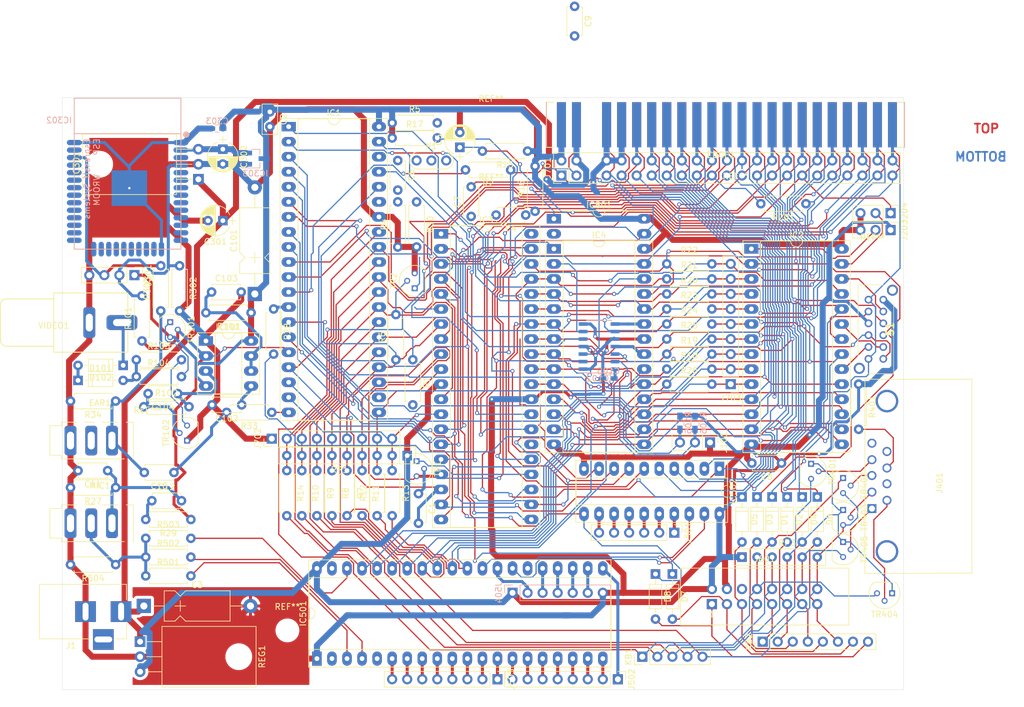
<source format=kicad_pcb>
(kicad_pcb (version 20171130) (host pcbnew "(5.1.8)-1")
  (title_block (title ZX21) (rev v01) (comment 3 "Licence: BSD 3-Clause") (comment 4 "Author: Simon Ellwood"))
  (layers (0 F.Cu signal) (31 B.Cu signal) (34 B.Paste user) (35 F.Paste user) (36 B.SilkS user) (37 F.SilkS user) (38 B.Mask user) (39 F.Mask user) (44 Edge.Cuts user))
  (net 0 "")
  (net 1 HALT)
  (net 2 "Net-(C1-Pad1)")
  (net 3 +5V)
  (net 4 +9V)
  (net 5 RESET)
  (net 6 "Net-(C6-Pad1)")
  (net 7 "Net-(C6-Pad2)")
  (net 8 CLK)
  (net 9 "Net-(C7-Pad1)")
  (net 10 EAR_IN)
  (net 11 "Net-(C10-Pad1)")
  (net 12 "Net-(C11-Pad1)")
  (net 13 "Net-(C12-Pad1)")
  (net 14 "Net-(C102-Pad1)")
  (net 15 "Net-(C103-Pad1)")
  (net 16 "Net-(C104-Pad1)")
  (net 17 "Net-(C104-Pad2)")
  (net 18 "Net-(EAR1-Pad2)")
  (net 19 A12)
  (net 20 A11)
  (net 21 A10)
  (net 22 A9)
  (net 23 A5)
  (net 24 A6)
  (net 25 A7)
  (net 26 A8)
  (net 27 ROM_CS)
  (net 28 A4)
  (net 29 A0)
  (net 30 A1)
  (net 31 A2)
  (net 32 A13)
  (net 33 A14)
  (net 34 A15)
  (net 35 A3)
  (net 36 D7')
  (net 37 RAM_CS)
  (net 38 D0')
  (net 39 D1')
  (net 40 D4')
  (net 41 INT)
  (net 42 NMI)
  (net 43 D3')
  (net 44 D5')
  (net 45 D6')
  (net 46 D2')
  (net 47 MI)
  (net 48 RFSH)
  (net 49 BUSAK)
  (net 50 WAIT)
  (net 51 BUSRQ)
  (net 52 WR)
  (net 53 RD)
  (net 54 IORQ)
  (net 55 MREQ)
  (net 56 A7')
  (net 57 D6)
  (net 58 A8')
  (net 59 "Net-(IC1-Pad22)")
  (net 60 A2')
  (net 61 D5)
  (net 62 A1')
  (net 63 D4)
  (net 64 A0')
  (net 65 KBD4)
  (net 66 D3)
  (net 67 KBD3)
  (net 68 D2)
  (net 69 KBD2)
  (net 70 D1)
  (net 71 KBD1)
  (net 72 "Net-(IC1-Pad12)")
  (net 73 D0)
  (net 74 "Net-(IC1-Pad13)")
  (net 75 KBD0)
  (net 76 TAPE_OUT)
  (net 77 A3')
  (net 78 A4')
  (net 79 A5')
  (net 80 D7)
  (net 81 A6')
  (net 82 "Net-(IC1-Pad20)")
  (net 83 "Net-(IC2-Pad27)")
  (net 84 ROM26)
  (net 85 ROM23)
  (net 86 ROM22)
  (net 87 ROM20)
  (net 88 "Net-(IC2-Pad1)")
  (net 89 "Net-(IC3-Pad6)")
  (net 90 "Net-(IC501-Pad20)")
  (net 91 "Net-(IC501-Pad39)")
  (net 92 "Net-(IC501-Pad19)")
  (net 93 "Net-(IC501-Pad38)")
  (net 94 "Net-(IC501-Pad18)")
  (net 95 "Net-(IC501-Pad17)")
  (net 96 "Net-(IC501-Pad16)")
  (net 97 "Net-(IC501-Pad15)")
  (net 98 "Net-(IC501-Pad14)")
  (net 99 "Net-(IC501-Pad13)")
  (net 100 "Net-(IC501-Pad12)")
  (net 101 "Net-(IC501-Pad11)")
  (net 102 "Net-(IC501-Pad10)")
  (net 103 "Net-(IC501-Pad29)")
  (net 104 "Net-(IC501-Pad9)")
  (net 105 "Net-(IC501-Pad8)")
  (net 106 "Net-(IC501-Pad27)")
  (net 107 "Net-(IC501-Pad7)")
  (net 108 "Net-(IC501-Pad26)")
  (net 109 "Net-(IC501-Pad6)")
  (net 110 "Net-(IC501-Pad25)")
  (net 111 "Net-(IC501-Pad5)")
  (net 112 "Net-(IC501-Pad24)")
  (net 113 "Net-(IC501-Pad4)")
  (net 114 "Net-(IC501-Pad23)")
  (net 115 "Net-(IC501-Pad3)")
  (net 116 "Net-(IC501-Pad22)")
  (net 117 "Net-(IC501-Pad2)")
  (net 118 "Net-(IC501-Pad21)")
  (net 119 "Net-(IC502-Pad16)")
  (net 120 "Net-(IC502-Pad15)")
  (net 121 "Net-(IC502-Pad14)")
  (net 122 "Net-(IC502-Pad13)")
  (net 123 "Net-(IC502-Pad12)")
  (net 124 "Net-(J1-Pad3)")
  (net 125 IO22)
  (net 126 VP)
  (net 127 "Net-(J401-Pad1)")
  (net 128 "Net-(J401-Pad2)")
  (net 129 "Net-(J401-Pad3)")
  (net 130 "Net-(J401-Pad4)")
  (net 131 "Net-(J401-Pad5)")
  (net 132 "Net-(J401-Pad9)")
  (net 133 "Net-(J401-Pad8)")
  (net 134 "Net-(J401-Pad7)")
  (net 135 "Net-(J401-Pad6)")
  (net 136 ROW8)
  (net 137 ROW7)
  (net 138 ROW5)
  (net 139 "Net-(J601-Pad6)")
  (net 140 ROW3)
  (net 141 ROW1)
  (net 142 ROW2)
  (net 143 ROW4)
  (net 144 ROW6)
  (net 145 SOUND)
  (net 146 "Net-(D101-Pad2)")
  (net 147 "Net-(R103-Pad2)")
  (net 148 "Net-(R104-Pad2)")
  (net 149 "Net-(S1-PadMH1)")
  (net 150 "Net-(S1-PadMH2)")
  (net 151 "Net-(D102-Pad1)")
  (net 152 "Net-(X1-Pad3)")
  (net 153 "Net-(D101-Pad1)")
  (net 154 +3V3)
  (net 155 "Net-(IC302-Pad3)")
  (net 156 "Net-(IC302-Pad5)")
  (net 157 "Net-(IC302-Pad6)")
  (net 158 "Net-(IC302-Pad7)")
  (net 159 "Net-(IC302-Pad8)")
  (net 160 "Net-(IC302-Pad9)")
  (net 161 "Net-(IC302-Pad10)")
  (net 162 "Net-(IC302-Pad11)")
  (net 163 "Net-(IC302-Pad12)")
  (net 164 "Net-(IC302-Pad13)")
  (net 165 "Net-(IC302-Pad14)")
  (net 166 "Net-(IC302-Pad16)")
  (net 167 "Net-(IC302-Pad17)")
  (net 168 "Net-(IC302-Pad18)")
  (net 169 "Net-(IC302-Pad19)")
  (net 170 "Net-(IC302-Pad20)")
  (net 171 "Net-(IC302-Pad21)")
  (net 172 "Net-(IC302-Pad22)")
  (net 173 "Net-(IC302-Pad23)")
  (net 174 "Net-(IC302-Pad24)")
  (net 175 "Net-(IC302-Pad25)")
  (net 176 "Net-(IC302-Pad26)")
  (net 177 "Net-(IC302-Pad27)")
  (net 178 "Net-(IC302-Pad28)")
  (net 179 "Net-(IC302-Pad29)")
  (net 180 "Net-(IC302-Pad30)")
  (net 181 "Net-(IC302-Pad31)")
  (net 182 "Net-(IC302-Pad32)")
  (net 183 "Net-(IC302-Pad33)")
  (net 184 "Net-(IC302-Pad34)")
  (net 185 "Net-(IC302-Pad35)")
  (net 186 "Net-(IC302-Pad37)")
  (net 187 "Net-(IC102-Pad6)")
  (net 188 "Net-(IC102-Pad11)")
  (net 189 "Net-(IC102-Pad8)")
  (net 190 "Net-(IC102-Pad3)")
  (net 191 "Net-(IC102-Pad1)")
  (net 192 GND)
  (net 193 "Net-(IC502-Pad17)")
  (net 194 "Net-(IC501-Pad28)")
  (net 195 "Net-(IC102-Pad13)")
  (module zxbus:DIP-28_W15.24mm_Socket_LongPads (layer F.Cu) (at 113.9825 62.5475)
    (fp_text reference IC4 (at 7.62 -2.33) (layer F.SilkS))
    (fp_text value 62256)
    (pad 1 thru_hole rect (at 0 0) (size 2.4 1.6) (drill 0.8) (layers *.Cu *.Mask) (net 33 A14))
    (pad 15 thru_hole oval (at 15.24 33.02) (size 2.4 1.6) (drill 0.8) (layers *.Cu *.Mask) (net 43 D3'))
    (pad 2 thru_hole oval (at 0 2.54) (size 2.4 1.6) (drill 0.8) (layers *.Cu *.Mask) (net 187 "Net-(IC102-Pad6)"))
    (pad 16 thru_hole oval (at 15.24 30.48) (size 2.4 1.6) (drill 0.8) (layers *.Cu *.Mask) (net 40 D4'))
    (pad 3 thru_hole oval (at 0 5.08) (size 2.4 1.6) (drill 0.8) (layers *.Cu *.Mask) (net 25 A7))
    (pad 17 thru_hole oval (at 15.24 27.94) (size 2.4 1.6) (drill 0.8) (layers *.Cu *.Mask) (net 44 D5'))
    (pad 4 thru_hole oval (at 0 7.62) (size 2.4 1.6) (drill 0.8) (layers *.Cu *.Mask) (net 24 A6))
    (pad 18 thru_hole oval (at 15.24 25.4) (size 2.4 1.6) (drill 0.8) (layers *.Cu *.Mask) (net 45 D6'))
    (pad 5 thru_hole oval (at 0 10.16) (size 2.4 1.6) (drill 0.8) (layers *.Cu *.Mask) (net 23 A5))
    (pad 19 thru_hole oval (at 15.24 22.86) (size 2.4 1.6) (drill 0.8) (layers *.Cu *.Mask) (net 36 D7'))
    (pad 6 thru_hole oval (at 0 12.7) (size 2.4 1.6) (drill 0.8) (layers *.Cu *.Mask) (net 28 A4))
    (pad 20 thru_hole oval (at 15.24 20.32) (size 2.4 1.6) (drill 0.8) (layers *.Cu *.Mask) (net 37 RAM_CS))
    (pad 7 thru_hole oval (at 0 15.24) (size 2.4 1.6) (drill 0.8) (layers *.Cu *.Mask) (net 35 A3))
    (pad 21 thru_hole oval (at 15.24 17.78) (size 2.4 1.6) (drill 0.8) (layers *.Cu *.Mask) (net 188 "Net-(IC102-Pad11)"))
    (pad 8 thru_hole oval (at 0 17.78) (size 2.4 1.6) (drill 0.8) (layers *.Cu *.Mask) (net 31 A2))
    (pad 22 thru_hole oval (at 15.24 15.24) (size 2.4 1.6) (drill 0.8) (layers *.Cu *.Mask) (net 192 GND))
    (pad 9 thru_hole oval (at 0 20.32) (size 2.4 1.6) (drill 0.8) (layers *.Cu *.Mask) (net 30 A1))
    (pad 23 thru_hole oval (at 15.24 12.7) (size 2.4 1.6) (drill 0.8) (layers *.Cu *.Mask) (net 189 "Net-(IC102-Pad8)"))
    (pad 10 thru_hole oval (at 0 22.86) (size 2.4 1.6) (drill 0.8) (layers *.Cu *.Mask) (net 29 A0))
    (pad 24 thru_hole oval (at 15.24 10.16) (size 2.4 1.6) (drill 0.8) (layers *.Cu *.Mask) (net 22 A9))
    (pad 11 thru_hole oval (at 0 25.4) (size 2.4 1.6) (drill 0.8) (layers *.Cu *.Mask) (net 38 D0'))
    (pad 25 thru_hole oval (at 15.24 7.62) (size 2.4 1.6) (drill 0.8) (layers *.Cu *.Mask) (net 26 A8))
    (pad 12 thru_hole oval (at 0 27.94) (size 2.4 1.6) (drill 0.8) (layers *.Cu *.Mask) (net 39 D1'))
    (pad 26 thru_hole oval (at 15.24 5.08) (size 2.4 1.6) (drill 0.8) (layers *.Cu *.Mask) (net 190 "Net-(IC102-Pad3)"))
    (pad 13 thru_hole oval (at 0 30.48) (size 2.4 1.6) (drill 0.8) (layers *.Cu *.Mask) (net 46 D2'))
    (pad 27 thru_hole oval (at 15.24 2.54) (size 2.4 1.6) (drill 0.8) (layers *.Cu *.Mask) (net 52 WR))
    (pad 14 thru_hole oval (at 0 33.02) (size 2.4 1.6) (drill 0.8) (layers *.Cu *.Mask) (net 192 GND))
    (pad 28 thru_hole oval (at 15.24 0) (size 2.4 1.6) (drill 0.8) (layers *.Cu *.Mask) (net 3 +5V))
  )
  (module Pin_Headers:Pin_Header_Straight_1x07_Pitch2.54mm (layer B.Cu) (at 106.9975 120.65 270)
    (fp_text reference J504 (at 0 2.33 270) (layer B.SilkS) (effects (justify mirror)))
    (fp_text value Conn_01x07)
    (pad 1 thru_hole rect (at 0 0 270) (size 1.7 1.7) (drill 1) (layers *.Cu *.Mask) (net 3 +5V))
    (pad 2 thru_hole oval (at 0 -2.54 270) (size 1.7 1.7) (drill 1) (layers *.Cu *.Mask) (net 194 "Net-(IC501-Pad28)"))
    (pad 3 thru_hole oval (at 0 -5.08 270) (size 1.7 1.7) (drill 1) (layers *.Cu *.Mask) (net 110 "Net-(IC501-Pad25)"))
    (pad 4 thru_hole oval (at 0 -7.62 270) (size 1.7 1.7) (drill 1) (layers *.Cu *.Mask) (net 112 "Net-(IC501-Pad24)"))
    (pad 5 thru_hole oval (at 0 -10.16 270) (size 1.7 1.7) (drill 1) (layers *.Cu *.Mask) (net 114 "Net-(IC501-Pad23)"))
    (pad 6 thru_hole oval (at 0 -12.7 270) (size 1.7 1.7) (drill 1) (layers *.Cu *.Mask) (net 116 "Net-(IC501-Pad22)"))
    (pad 7 thru_hole oval (at 0 -15.24 270) (size 1.7 1.7) (drill 1) (layers *.Cu *.Mask) (net 192 GND))
  )
  (module Pin_Headers:Pin_Header_Straight_1x03_Pitch2.54mm (layer F.Cu) (at 140.335 95.25 270)
    (fp_text reference J101 (at 0 -2.33 90) (layer F.SilkS))
    (fp_text value Conn_01x03)
    (pad 1 thru_hole rect (at 0 0 270) (size 1.7 1.7) (drill 1) (layers *.Cu *.Mask) (net 192 GND))
    (pad 2 thru_hole oval (at 0 2.54 270) (size 1.7 1.7) (drill 1) (layers *.Cu *.Mask) (net 195 "Net-(IC102-Pad13)"))
    (pad 3 thru_hole oval (at 0 5.08 270) (size 1.7 1.7) (drill 1) (layers *.Cu *.Mask) (net 191 "Net-(IC102-Pad1)"))
  )
  (module Resistors_SMD:R_0603_HandSoldering (layer B.Cu) (at 137.795 91.9275 90)
    (fp_text reference R106 (at 0 1.45 90) (layer B.SilkS) (effects (justify mirror)))
    (fp_text value 10K)
    (pad 1 smd rect (at -1.1 0 90) (size 1.2 0.9) (layers B.Cu B.Paste B.Mask) (net 195 "Net-(IC102-Pad13)"))
    (pad 2 smd rect (at 1.1 0 90) (size 1.2 0.9) (layers B.Cu B.Paste B.Mask) (net 3 +5V))
  )
  (module zxbus:DIP-4_W15.24mm_Socket_LongPads (layer F.Cu) (at 113.9825 57.4675)
    (fp_text reference IC801 (at 7.62 -2.33) (layer F.SilkS))
    (fp_text value AS6C4008Extra)
    (pad 1 thru_hole rect (at 0 0) (size 2.4 1.6) (drill 0.8) (layers *.Cu *.Mask) (net 33 A14))
    (pad 2 thru_hole oval (at 0 2.54) (size 2.4 1.6) (drill 0.8) (layers *.Cu *.Mask) (net 33 A14))
    (pad 3 thru_hole oval (at 15.24 2.54) (size 2.4 1.6) (drill 0.8) (layers *.Cu *.Mask) (net 34 A15))
    (pad 4 thru_hole oval (at 15.24 0) (size 2.4 1.6) (drill 0.8) (layers *.Cu *.Mask) (net 3 +5V))
  )
  (module zxbus:DIP-40_W15.24mm_Socket_LongPads (layer F.Cu) (at 73.9775 131.7625 90)
    (fp_text reference IC501 (at 7.62 -2.33 90) (layer F.SilkS))
    (fp_text value YM2149)
    (pad 1 thru_hole rect (at 0 0 90) (size 2.4 1.6) (drill 0.8) (layers *.Cu *.Mask) (net 192 GND))
    (pad 21 thru_hole oval (at 15.24 48.26 90) (size 2.4 1.6) (drill 0.8) (layers *.Cu *.Mask) (net 118 "Net-(IC501-Pad21)"))
    (pad 2 thru_hole oval (at 0 2.54 90) (size 2.4 1.6) (drill 0.8) (layers *.Cu *.Mask) (net 117 "Net-(IC501-Pad2)"))
    (pad 22 thru_hole oval (at 15.24 45.72 90) (size 2.4 1.6) (drill 0.8) (layers *.Cu *.Mask) (net 116 "Net-(IC501-Pad22)"))
    (pad 3 thru_hole oval (at 0 5.08 90) (size 2.4 1.6) (drill 0.8) (layers *.Cu *.Mask) (net 115 "Net-(IC501-Pad3)"))
    (pad 23 thru_hole oval (at 15.24 43.18 90) (size 2.4 1.6) (drill 0.8) (layers *.Cu *.Mask) (net 114 "Net-(IC501-Pad23)"))
    (pad 4 thru_hole oval (at 0 7.62 90) (size 2.4 1.6) (drill 0.8) (layers *.Cu *.Mask) (net 113 "Net-(IC501-Pad4)"))
    (pad 24 thru_hole oval (at 15.24 40.64 90) (size 2.4 1.6) (drill 0.8) (layers *.Cu *.Mask) (net 112 "Net-(IC501-Pad24)"))
    (pad 5 thru_hole oval (at 0 10.16 90) (size 2.4 1.6) (drill 0.8) (layers *.Cu *.Mask) (net 111 "Net-(IC501-Pad5)"))
    (pad 25 thru_hole oval (at 15.24 38.1 90) (size 2.4 1.6) (drill 0.8) (layers *.Cu *.Mask) (net 110 "Net-(IC501-Pad25)"))
    (pad 6 thru_hole oval (at 0 12.7 90) (size 2.4 1.6) (drill 0.8) (layers *.Cu *.Mask) (net 109 "Net-(IC501-Pad6)"))
    (pad 26 thru_hole oval (at 15.24 35.56 90) (size 2.4 1.6) (drill 0.8) (layers *.Cu *.Mask) (net 108 "Net-(IC501-Pad26)"))
    (pad 7 thru_hole oval (at 0 15.24 90) (size 2.4 1.6) (drill 0.8) (layers *.Cu *.Mask) (net 107 "Net-(IC501-Pad7)"))
    (pad 27 thru_hole oval (at 15.24 33.02 90) (size 2.4 1.6) (drill 0.8) (layers *.Cu *.Mask) (net 106 "Net-(IC501-Pad27)"))
    (pad 8 thru_hole oval (at 0 17.78 90) (size 2.4 1.6) (drill 0.8) (layers *.Cu *.Mask) (net 105 "Net-(IC501-Pad8)"))
    (pad 28 thru_hole oval (at 15.24 30.48 90) (size 2.4 1.6) (drill 0.8) (layers *.Cu *.Mask) (net 194 "Net-(IC501-Pad28)"))
    (pad 9 thru_hole oval (at 0 20.32 90) (size 2.4 1.6) (drill 0.8) (layers *.Cu *.Mask) (net 104 "Net-(IC501-Pad9)"))
    (pad 29 thru_hole oval (at 15.24 27.94 90) (size 2.4 1.6) (drill 0.8) (layers *.Cu *.Mask) (net 103 "Net-(IC501-Pad29)"))
    (pad 10 thru_hole oval (at 0 22.86 90) (size 2.4 1.6) (drill 0.8) (layers *.Cu *.Mask) (net 102 "Net-(IC501-Pad10)"))
    (pad 30 thru_hole oval (at 15.24 25.4 90) (size 2.4 1.6) (drill 0.8) (layers *.Cu *.Mask) (net 36 D7'))
    (pad 11 thru_hole oval (at 0 25.4 90) (size 2.4 1.6) (drill 0.8) (layers *.Cu *.Mask) (net 101 "Net-(IC501-Pad11)"))
    (pad 31 thru_hole oval (at 15.24 22.86 90) (size 2.4 1.6) (drill 0.8) (layers *.Cu *.Mask) (net 45 D6'))
    (pad 12 thru_hole oval (at 0 27.94 90) (size 2.4 1.6) (drill 0.8) (layers *.Cu *.Mask) (net 100 "Net-(IC501-Pad12)"))
    (pad 32 thru_hole oval (at 15.24 20.32 90) (size 2.4 1.6) (drill 0.8) (layers *.Cu *.Mask) (net 44 D5'))
    (pad 13 thru_hole oval (at 0 30.48 90) (size 2.4 1.6) (drill 0.8) (layers *.Cu *.Mask) (net 99 "Net-(IC501-Pad13)"))
    (pad 33 thru_hole oval (at 15.24 17.78 90) (size 2.4 1.6) (drill 0.8) (layers *.Cu *.Mask) (net 40 D4'))
    (pad 14 thru_hole oval (at 0 33.02 90) (size 2.4 1.6) (drill 0.8) (layers *.Cu *.Mask) (net 98 "Net-(IC501-Pad14)"))
    (pad 34 thru_hole oval (at 15.24 15.24 90) (size 2.4 1.6) (drill 0.8) (layers *.Cu *.Mask) (net 43 D3'))
    (pad 15 thru_hole oval (at 0 35.56 90) (size 2.4 1.6) (drill 0.8) (layers *.Cu *.Mask) (net 97 "Net-(IC501-Pad15)"))
    (pad 35 thru_hole oval (at 15.24 12.7 90) (size 2.4 1.6) (drill 0.8) (layers *.Cu *.Mask) (net 46 D2'))
    (pad 16 thru_hole oval (at 0 38.1 90) (size 2.4 1.6) (drill 0.8) (layers *.Cu *.Mask) (net 96 "Net-(IC501-Pad16)"))
    (pad 36 thru_hole oval (at 15.24 10.16 90) (size 2.4 1.6) (drill 0.8) (layers *.Cu *.Mask) (net 39 D1'))
    (pad 17 thru_hole oval (at 0 40.64 90) (size 2.4 1.6) (drill 0.8) (layers *.Cu *.Mask) (net 95 "Net-(IC501-Pad17)"))
    (pad 37 thru_hole oval (at 15.24 7.62 90) (size 2.4 1.6) (drill 0.8) (layers *.Cu *.Mask) (net 38 D0'))
    (pad 18 thru_hole oval (at 0 43.18 90) (size 2.4 1.6) (drill 0.8) (layers *.Cu *.Mask) (net 94 "Net-(IC501-Pad18)"))
    (pad 38 thru_hole oval (at 15.24 5.08 90) (size 2.4 1.6) (drill 0.8) (layers *.Cu *.Mask) (net 93 "Net-(IC501-Pad38)"))
    (pad 19 thru_hole oval (at 0 45.72 90) (size 2.4 1.6) (drill 0.8) (layers *.Cu *.Mask) (net 92 "Net-(IC501-Pad19)"))
    (pad 39 thru_hole oval (at 15.24 2.54 90) (size 2.4 1.6) (drill 0.8) (layers *.Cu *.Mask) (net 91 "Net-(IC501-Pad39)"))
    (pad 20 thru_hole oval (at 0 48.26 90) (size 2.4 1.6) (drill 0.8) (layers *.Cu *.Mask) (net 90 "Net-(IC501-Pad20)"))
    (pad 40 thru_hole oval (at 15.24 0 90) (size 2.4 1.6) (drill 0.8) (layers *.Cu *.Mask) (net 3 +5V))
  )
  (module zxbus:DIP-40_W15.24mm_Socket_LongPads (layer F.Cu) (at 94.9325 60.0075)
    (fp_text reference IC3 (at 7.62 -2.33) (layer F.SilkS))
    (fp_text value Z80A)
    (pad 1 thru_hole rect (at 0 0) (size 2.4 1.6) (drill 0.8) (layers *.Cu *.Mask) (net 20 A11))
    (pad 21 thru_hole oval (at 15.24 48.26) (size 2.4 1.6) (drill 0.8) (layers *.Cu *.Mask) (net 53 RD))
    (pad 2 thru_hole oval (at 0 2.54) (size 2.4 1.6) (drill 0.8) (layers *.Cu *.Mask) (net 19 A12))
    (pad 22 thru_hole oval (at 15.24 45.72) (size 2.4 1.6) (drill 0.8) (layers *.Cu *.Mask) (net 52 WR))
    (pad 3 thru_hole oval (at 0 5.08) (size 2.4 1.6) (drill 0.8) (layers *.Cu *.Mask) (net 32 A13))
    (pad 23 thru_hole oval (at 15.24 43.18) (size 2.4 1.6) (drill 0.8) (layers *.Cu *.Mask) (net 49 BUSAK))
    (pad 4 thru_hole oval (at 0 7.62) (size 2.4 1.6) (drill 0.8) (layers *.Cu *.Mask) (net 33 A14))
    (pad 24 thru_hole oval (at 15.24 40.64) (size 2.4 1.6) (drill 0.8) (layers *.Cu *.Mask) (net 50 WAIT))
    (pad 5 thru_hole oval (at 0 10.16) (size 2.4 1.6) (drill 0.8) (layers *.Cu *.Mask) (net 34 A15))
    (pad 25 thru_hole oval (at 15.24 38.1) (size 2.4 1.6) (drill 0.8) (layers *.Cu *.Mask) (net 51 BUSRQ))
    (pad 6 thru_hole oval (at 0 12.7) (size 2.4 1.6) (drill 0.8) (layers *.Cu *.Mask) (net 89 "Net-(IC3-Pad6)"))
    (pad 26 thru_hole oval (at 15.24 35.56) (size 2.4 1.6) (drill 0.8) (layers *.Cu *.Mask) (net 5 RESET))
    (pad 7 thru_hole oval (at 0 15.24) (size 2.4 1.6) (drill 0.8) (layers *.Cu *.Mask) (net 63 D4))
    (pad 27 thru_hole oval (at 15.24 33.02) (size 2.4 1.6) (drill 0.8) (layers *.Cu *.Mask) (net 47 MI))
    (pad 8 thru_hole oval (at 0 17.78) (size 2.4 1.6) (drill 0.8) (layers *.Cu *.Mask) (net 66 D3))
    (pad 28 thru_hole oval (at 15.24 30.48) (size 2.4 1.6) (drill 0.8) (layers *.Cu *.Mask) (net 48 RFSH))
    (pad 9 thru_hole oval (at 0 20.32) (size 2.4 1.6) (drill 0.8) (layers *.Cu *.Mask) (net 61 D5))
    (pad 29 thru_hole oval (at 15.24 27.94) (size 2.4 1.6) (drill 0.8) (layers *.Cu *.Mask) (net 192 GND))
    (pad 10 thru_hole oval (at 0 22.86) (size 2.4 1.6) (drill 0.8) (layers *.Cu *.Mask) (net 57 D6))
    (pad 30 thru_hole oval (at 15.24 25.4) (size 2.4 1.6) (drill 0.8) (layers *.Cu *.Mask) (net 29 A0))
    (pad 11 thru_hole oval (at 0 25.4) (size 2.4 1.6) (drill 0.8) (layers *.Cu *.Mask) (net 3 +5V))
    (pad 31 thru_hole oval (at 15.24 22.86) (size 2.4 1.6) (drill 0.8) (layers *.Cu *.Mask) (net 30 A1))
    (pad 12 thru_hole oval (at 0 27.94) (size 2.4 1.6) (drill 0.8) (layers *.Cu *.Mask) (net 68 D2))
    (pad 32 thru_hole oval (at 15.24 20.32) (size 2.4 1.6) (drill 0.8) (layers *.Cu *.Mask) (net 31 A2))
    (pad 13 thru_hole oval (at 0 30.48) (size 2.4 1.6) (drill 0.8) (layers *.Cu *.Mask) (net 80 D7))
    (pad 33 thru_hole oval (at 15.24 17.78) (size 2.4 1.6) (drill 0.8) (layers *.Cu *.Mask) (net 35 A3))
    (pad 14 thru_hole oval (at 0 33.02) (size 2.4 1.6) (drill 0.8) (layers *.Cu *.Mask) (net 73 D0))
    (pad 34 thru_hole oval (at 15.24 15.24) (size 2.4 1.6) (drill 0.8) (layers *.Cu *.Mask) (net 28 A4))
    (pad 15 thru_hole oval (at 0 35.56) (size 2.4 1.6) (drill 0.8) (layers *.Cu *.Mask) (net 70 D1))
    (pad 35 thru_hole oval (at 15.24 12.7) (size 2.4 1.6) (drill 0.8) (layers *.Cu *.Mask) (net 23 A5))
    (pad 16 thru_hole oval (at 0 38.1) (size 2.4 1.6) (drill 0.8) (layers *.Cu *.Mask) (net 41 INT))
    (pad 36 thru_hole oval (at 15.24 10.16) (size 2.4 1.6) (drill 0.8) (layers *.Cu *.Mask) (net 24 A6))
    (pad 17 thru_hole oval (at 0 40.64) (size 2.4 1.6) (drill 0.8) (layers *.Cu *.Mask) (net 42 NMI))
    (pad 37 thru_hole oval (at 15.24 7.62) (size 2.4 1.6) (drill 0.8) (layers *.Cu *.Mask) (net 25 A7))
    (pad 18 thru_hole oval (at 0 43.18) (size 2.4 1.6) (drill 0.8) (layers *.Cu *.Mask) (net 1 HALT))
    (pad 38 thru_hole oval (at 15.24 5.08) (size 2.4 1.6) (drill 0.8) (layers *.Cu *.Mask) (net 26 A8))
    (pad 19 thru_hole oval (at 0 45.72) (size 2.4 1.6) (drill 0.8) (layers *.Cu *.Mask) (net 55 MREQ))
    (pad 39 thru_hole oval (at 15.24 2.54) (size 2.4 1.6) (drill 0.8) (layers *.Cu *.Mask) (net 22 A9))
    (pad 20 thru_hole oval (at 0 48.26) (size 2.4 1.6) (drill 0.8) (layers *.Cu *.Mask) (net 54 IORQ))
    (pad 40 thru_hole oval (at 15.24 0) (size 2.4 1.6) (drill 0.8) (layers *.Cu *.Mask) (net 21 A10))
  )
  (module zxbus:DIP-40_W15.24mm_Socket_LongPads (layer F.Cu) (at 69.215 41.91)
    (fp_text reference IC1 (at 7.62 -2.33) (layer F.SilkS))
    (fp_text value "ULA 2C210E")
    (pad 1 thru_hole rect (at 0 0) (size 2.4 1.6) (drill 0.8) (layers *.Cu *.Mask) (net 56 A7'))
    (pad 21 thru_hole oval (at 15.24 48.26) (size 2.4 1.6) (drill 0.8) (layers *.Cu *.Mask) (net 57 D6))
    (pad 2 thru_hole oval (at 0 2.54) (size 2.4 1.6) (drill 0.8) (layers *.Cu *.Mask) (net 58 A8'))
    (pad 22 thru_hole oval (at 15.24 45.72) (size 2.4 1.6) (drill 0.8) (layers *.Cu *.Mask) (net 59 "Net-(IC1-Pad22)"))
    (pad 3 thru_hole oval (at 0 5.08) (size 2.4 1.6) (drill 0.8) (layers *.Cu *.Mask) (net 60 A2'))
    (pad 23 thru_hole oval (at 15.24 43.18) (size 2.4 1.6) (drill 0.8) (layers *.Cu *.Mask) (net 61 D5))
    (pad 4 thru_hole oval (at 0 7.62) (size 2.4 1.6) (drill 0.8) (layers *.Cu *.Mask) (net 62 A1'))
    (pad 24 thru_hole oval (at 15.24 40.64) (size 2.4 1.6) (drill 0.8) (layers *.Cu *.Mask) (net 63 D4))
    (pad 5 thru_hole oval (at 0 10.16) (size 2.4 1.6) (drill 0.8) (layers *.Cu *.Mask) (net 64 A0'))
    (pad 25 thru_hole oval (at 15.24 38.1) (size 2.4 1.6) (drill 0.8) (layers *.Cu *.Mask) (net 65 KBD4))
    (pad 6 thru_hole oval (at 0 12.7) (size 2.4 1.6) (drill 0.8) (layers *.Cu *.Mask) (net 53 RD))
    (pad 26 thru_hole oval (at 15.24 35.56) (size 2.4 1.6) (drill 0.8) (layers *.Cu *.Mask) (net 66 D3))
    (pad 7 thru_hole oval (at 0 15.24) (size 2.4 1.6) (drill 0.8) (layers *.Cu *.Mask) (net 54 IORQ))
    (pad 27 thru_hole oval (at 15.24 33.02) (size 2.4 1.6) (drill 0.8) (layers *.Cu *.Mask) (net 67 KBD3))
    (pad 8 thru_hole oval (at 0 17.78) (size 2.4 1.6) (drill 0.8) (layers *.Cu *.Mask) (net 52 WR))
    (pad 28 thru_hole oval (at 15.24 30.48) (size 2.4 1.6) (drill 0.8) (layers *.Cu *.Mask) (net 68 D2))
    (pad 9 thru_hole oval (at 0 20.32) (size 2.4 1.6) (drill 0.8) (layers *.Cu *.Mask) (net 55 MREQ))
    (pad 29 thru_hole oval (at 15.24 27.94) (size 2.4 1.6) (drill 0.8) (layers *.Cu *.Mask) (net 69 KBD2))
    (pad 10 thru_hole oval (at 0 22.86) (size 2.4 1.6) (drill 0.8) (layers *.Cu *.Mask) (net 47 MI))
    (pad 30 thru_hole oval (at 15.24 25.4) (size 2.4 1.6) (drill 0.8) (layers *.Cu *.Mask) (net 70 D1))
    (pad 11 thru_hole oval (at 0 25.4) (size 2.4 1.6) (drill 0.8) (layers *.Cu *.Mask) (net 33 A14))
    (pad 31 thru_hole oval (at 15.24 22.86) (size 2.4 1.6) (drill 0.8) (layers *.Cu *.Mask) (net 71 KBD1))
    (pad 12 thru_hole oval (at 0 27.94) (size 2.4 1.6) (drill 0.8) (layers *.Cu *.Mask) (net 72 "Net-(IC1-Pad12)"))
    (pad 32 thru_hole oval (at 15.24 20.32) (size 2.4 1.6) (drill 0.8) (layers *.Cu *.Mask) (net 73 D0))
    (pad 13 thru_hole oval (at 0 30.48) (size 2.4 1.6) (drill 0.8) (layers *.Cu *.Mask) (net 74 "Net-(IC1-Pad13)"))
    (pad 33 thru_hole oval (at 15.24 17.78) (size 2.4 1.6) (drill 0.8) (layers *.Cu *.Mask) (net 75 KBD0))
    (pad 14 thru_hole oval (at 0 33.02) (size 2.4 1.6) (drill 0.8) (layers *.Cu *.Mask) (net 8 CLK))
    (pad 34 thru_hole oval (at 15.24 15.24) (size 2.4 1.6) (drill 0.8) (layers *.Cu *.Mask) (net 192 GND))
    (pad 15 thru_hole oval (at 0 35.56) (size 2.4 1.6) (drill 0.8) (layers *.Cu *.Mask) (net 42 NMI))
    (pad 35 thru_hole oval (at 15.24 12.7) (size 2.4 1.6) (drill 0.8) (layers *.Cu *.Mask) (net 7 "Net-(C6-Pad2)"))
    (pad 16 thru_hole oval (at 0 38.1) (size 2.4 1.6) (drill 0.8) (layers *.Cu *.Mask) (net 76 TAPE_OUT))
    (pad 36 thru_hole oval (at 15.24 10.16) (size 2.4 1.6) (drill 0.8) (layers *.Cu *.Mask) (net 77 A3'))
    (pad 17 thru_hole oval (at 0 40.64) (size 2.4 1.6) (drill 0.8) (layers *.Cu *.Mask) (net 1 HALT))
    (pad 37 thru_hole oval (at 15.24 7.62) (size 2.4 1.6) (drill 0.8) (layers *.Cu *.Mask) (net 78 A4'))
    (pad 18 thru_hole oval (at 0 43.18) (size 2.4 1.6) (drill 0.8) (layers *.Cu *.Mask) (net 34 A15))
    (pad 38 thru_hole oval (at 15.24 5.08) (size 2.4 1.6) (drill 0.8) (layers *.Cu *.Mask) (net 79 A5'))
    (pad 19 thru_hole oval (at 0 45.72) (size 2.4 1.6) (drill 0.8) (layers *.Cu *.Mask) (net 80 D7))
    (pad 39 thru_hole oval (at 15.24 2.54) (size 2.4 1.6) (drill 0.8) (layers *.Cu *.Mask) (net 81 A6'))
    (pad 20 thru_hole oval (at 0 48.26) (size 2.4 1.6) (drill 0.8) (layers *.Cu *.Mask) (net 82 "Net-(IC1-Pad20)"))
    (pad 40 thru_hole oval (at 15.24 0) (size 2.4 1.6) (drill 0.8) (layers *.Cu *.Mask) (net 3 +5V))
  )
  (module zxbus:DIP-28_W15.24mm_Socket_LongPads (layer F.Cu) (at 147.32 62.5475)
    (fp_text reference IC2 (at 7.62 -2.33) (layer F.SilkS))
    (fp_text value AT28C256)
    (pad 1 thru_hole rect (at 0 0) (size 2.4 1.6) (drill 0.8) (layers *.Cu *.Mask) (net 88 "Net-(IC2-Pad1)"))
    (pad 15 thru_hole oval (at 15.24 33.02) (size 2.4 1.6) (drill 0.8) (layers *.Cu *.Mask) (net 43 D3'))
    (pad 2 thru_hole oval (at 0 2.54) (size 2.4 1.6) (drill 0.8) (layers *.Cu *.Mask) (net 19 A12))
    (pad 16 thru_hole oval (at 15.24 30.48) (size 2.4 1.6) (drill 0.8) (layers *.Cu *.Mask) (net 40 D4'))
    (pad 3 thru_hole oval (at 0 5.08) (size 2.4 1.6) (drill 0.8) (layers *.Cu *.Mask) (net 56 A7'))
    (pad 17 thru_hole oval (at 15.24 27.94) (size 2.4 1.6) (drill 0.8) (layers *.Cu *.Mask) (net 44 D5'))
    (pad 4 thru_hole oval (at 0 7.62) (size 2.4 1.6) (drill 0.8) (layers *.Cu *.Mask) (net 81 A6'))
    (pad 18 thru_hole oval (at 15.24 25.4) (size 2.4 1.6) (drill 0.8) (layers *.Cu *.Mask) (net 45 D6'))
    (pad 5 thru_hole oval (at 0 10.16) (size 2.4 1.6) (drill 0.8) (layers *.Cu *.Mask) (net 79 A5'))
    (pad 19 thru_hole oval (at 15.24 22.86) (size 2.4 1.6) (drill 0.8) (layers *.Cu *.Mask) (net 36 D7'))
    (pad 6 thru_hole oval (at 0 12.7) (size 2.4 1.6) (drill 0.8) (layers *.Cu *.Mask) (net 78 A4'))
    (pad 20 thru_hole oval (at 15.24 20.32) (size 2.4 1.6) (drill 0.8) (layers *.Cu *.Mask) (net 87 ROM20))
    (pad 7 thru_hole oval (at 0 15.24) (size 2.4 1.6) (drill 0.8) (layers *.Cu *.Mask) (net 77 A3'))
    (pad 21 thru_hole oval (at 15.24 17.78) (size 2.4 1.6) (drill 0.8) (layers *.Cu *.Mask) (net 21 A10))
    (pad 8 thru_hole oval (at 0 17.78) (size 2.4 1.6) (drill 0.8) (layers *.Cu *.Mask) (net 60 A2'))
    (pad 22 thru_hole oval (at 15.24 15.24) (size 2.4 1.6) (drill 0.8) (layers *.Cu *.Mask) (net 86 ROM22))
    (pad 9 thru_hole oval (at 0 20.32) (size 2.4 1.6) (drill 0.8) (layers *.Cu *.Mask) (net 62 A1'))
    (pad 23 thru_hole oval (at 15.24 12.7) (size 2.4 1.6) (drill 0.8) (layers *.Cu *.Mask) (net 85 ROM23))
    (pad 10 thru_hole oval (at 0 22.86) (size 2.4 1.6) (drill 0.8) (layers *.Cu *.Mask) (net 64 A0'))
    (pad 24 thru_hole oval (at 15.24 10.16) (size 2.4 1.6) (drill 0.8) (layers *.Cu *.Mask) (net 22 A9))
    (pad 11 thru_hole oval (at 0 25.4) (size 2.4 1.6) (drill 0.8) (layers *.Cu *.Mask) (net 38 D0'))
    (pad 25 thru_hole oval (at 15.24 7.62) (size 2.4 1.6) (drill 0.8) (layers *.Cu *.Mask) (net 58 A8'))
    (pad 12 thru_hole oval (at 0 27.94) (size 2.4 1.6) (drill 0.8) (layers *.Cu *.Mask) (net 39 D1'))
    (pad 26 thru_hole oval (at 15.24 5.08) (size 2.4 1.6) (drill 0.8) (layers *.Cu *.Mask) (net 84 ROM26))
    (pad 13 thru_hole oval (at 0 30.48) (size 2.4 1.6) (drill 0.8) (layers *.Cu *.Mask) (net 46 D2'))
    (pad 27 thru_hole oval (at 15.24 2.54) (size 2.4 1.6) (drill 0.8) (layers *.Cu *.Mask) (net 83 "Net-(IC2-Pad27)"))
    (pad 14 thru_hole oval (at 0 33.02) (size 2.4 1.6) (drill 0.8) (layers *.Cu *.Mask) (net 192 GND))
    (pad 28 thru_hole oval (at 15.24 0) (size 2.4 1.6) (drill 0.8) (layers *.Cu *.Mask) (net 3 +5V))
  )
  (module TO_SOT_Packages_SMD:SOT-23_Handsoldering (layer B.Cu) (at 63.5875 47.3075)
    (fp_text reference IC303 (at 0 2.5) (layer B.SilkS) (effects (justify mirror)))
    (fp_text value AZ1117-3.3)
    (pad 3 smd rect (at 1.5 0) (size 1.9 0.8) (layers B.Cu B.Paste B.Mask) (net 3 +5V))
    (pad 2 smd rect (at -1.5 -0.95) (size 1.9 0.8) (layers B.Cu B.Paste B.Mask) (net 154 +3V3))
    (pad 1 smd rect (at -1.5 0.95) (size 1.9 0.8) (layers B.Cu B.Paste B.Mask) (net 192 GND))
  )
  (module Housings_DIP:DIP-20_W7.62mm_Socket_LongPads (layer F.Cu) (at 141.9225 99.695 270)
    (fp_text reference IC502 (at 3.81 -2.33 90) (layer F.SilkS))
    (fp_text value GAL16V8)
    (pad 1 thru_hole rect (at 0 0 270) (size 2.4 1.6) (drill 0.8) (layers *.Cu *.Mask) (net 55 MREQ))
    (pad 11 thru_hole oval (at 7.62 22.86 270) (size 2.4 1.6) (drill 0.8) (layers *.Cu *.Mask) (net 34 A15))
    (pad 2 thru_hole oval (at 0 2.54 270) (size 2.4 1.6) (drill 0.8) (layers *.Cu *.Mask) (net 29 A0))
    (pad 12 thru_hole oval (at 7.62 20.32 270) (size 2.4 1.6) (drill 0.8) (layers *.Cu *.Mask) (net 123 "Net-(IC502-Pad12)"))
    (pad 3 thru_hole oval (at 0 5.08 270) (size 2.4 1.6) (drill 0.8) (layers *.Cu *.Mask) (net 30 A1))
    (pad 13 thru_hole oval (at 7.62 17.78 270) (size 2.4 1.6) (drill 0.8) (layers *.Cu *.Mask) (net 122 "Net-(IC502-Pad13)"))
    (pad 4 thru_hole oval (at 0 7.62 270) (size 2.4 1.6) (drill 0.8) (layers *.Cu *.Mask) (net 31 A2))
    (pad 14 thru_hole oval (at 7.62 15.24 270) (size 2.4 1.6) (drill 0.8) (layers *.Cu *.Mask) (net 121 "Net-(IC502-Pad14)"))
    (pad 5 thru_hole oval (at 0 10.16 270) (size 2.4 1.6) (drill 0.8) (layers *.Cu *.Mask) (net 35 A3))
    (pad 15 thru_hole oval (at 7.62 12.7 270) (size 2.4 1.6) (drill 0.8) (layers *.Cu *.Mask) (net 120 "Net-(IC502-Pad15)"))
    (pad 6 thru_hole oval (at 0 12.7 270) (size 2.4 1.6) (drill 0.8) (layers *.Cu *.Mask) (net 28 A4))
    (pad 16 thru_hole oval (at 7.62 10.16 270) (size 2.4 1.6) (drill 0.8) (layers *.Cu *.Mask) (net 119 "Net-(IC502-Pad16)"))
    (pad 7 thru_hole oval (at 0 15.24 270) (size 2.4 1.6) (drill 0.8) (layers *.Cu *.Mask) (net 25 A7))
    (pad 17 thru_hole oval (at 7.62 7.62 270) (size 2.4 1.6) (drill 0.8) (layers *.Cu *.Mask) (net 193 "Net-(IC502-Pad17)"))
    (pad 8 thru_hole oval (at 0 17.78 270) (size 2.4 1.6) (drill 0.8) (layers *.Cu *.Mask) (net 52 WR))
    (pad 18 thru_hole oval (at 7.62 5.08 270) (size 2.4 1.6) (drill 0.8) (layers *.Cu *.Mask) (net 103 "Net-(IC501-Pad29)"))
    (pad 9 thru_hole oval (at 0 20.32 270) (size 2.4 1.6) (drill 0.8) (layers *.Cu *.Mask) (net 54 IORQ))
    (pad 19 thru_hole oval (at 7.62 2.54 270) (size 2.4 1.6) (drill 0.8) (layers *.Cu *.Mask) (net 106 "Net-(IC501-Pad27)"))
    (pad 10 thru_hole oval (at 0 22.86 270) (size 2.4 1.6) (drill 0.8) (layers *.Cu *.Mask) (net 192 GND))
    (pad 20 thru_hole oval (at 7.62 0 270) (size 2.4 1.6) (drill 0.8) (layers *.Cu *.Mask) (net 3 +5V))
  )
  (module zxbus:Pin_Header_Straight_2x23_Pitch2.54mm (layer F.Cu) (at 115.2525 50.165 90)
    (fp_text reference J701 (at 1.27 -2.33 90) (layer F.SilkS))
    (fp_text value Conn_02x23_Row_Letter_First)
    (pad a1 thru_hole rect (at 0 0 90) (size 1.7 1.7) (drill 1) (layers *.Cu *.Mask) (net 36 D7'))
    (pad b1 thru_hole oval (at 2.54 0 90) (size 1.7 1.7) (drill 1) (layers *.Cu *.Mask) (net 3 +5V))
    (pad a2 thru_hole oval (at 0 2.54 90) (size 1.7 1.7) (drill 1) (layers *.Cu *.Mask) (net 37 RAM_CS))
    (pad b2 thru_hole oval (at 2.54 2.54 90) (size 1.7 1.7) (drill 1) (layers *.Cu *.Mask) (net 4 +9V))
    (pad a4 thru_hole oval (at 0 7.62 90) (size 1.7 1.7) (drill 1) (layers *.Cu *.Mask) (net 38 D0'))
    (pad b4 thru_hole oval (at 2.54 7.62 90) (size 1.7 1.7) (drill 1) (layers *.Cu *.Mask) (net 192 GND))
    (pad a5 thru_hole oval (at 0 10.16 90) (size 1.7 1.7) (drill 1) (layers *.Cu *.Mask) (net 39 D1'))
    (pad b5 thru_hole oval (at 2.54 10.16 90) (size 1.7 1.7) (drill 1) (layers *.Cu *.Mask) (net 192 GND))
    (pad a6 thru_hole oval (at 0 12.7 90) (size 1.7 1.7) (drill 1) (layers *.Cu *.Mask) (net 46 D2'))
    (pad b6 thru_hole oval (at 2.54 12.7 90) (size 1.7 1.7) (drill 1) (layers *.Cu *.Mask) (net 8 CLK))
    (pad a7 thru_hole oval (at 0 15.24 90) (size 1.7 1.7) (drill 1) (layers *.Cu *.Mask) (net 45 D6'))
    (pad b7 thru_hole oval (at 2.54 15.24 90) (size 1.7 1.7) (drill 1) (layers *.Cu *.Mask) (net 29 A0))
    (pad a8 thru_hole oval (at 0 17.78 90) (size 1.7 1.7) (drill 1) (layers *.Cu *.Mask) (net 44 D5'))
    (pad b8 thru_hole oval (at 2.54 17.78 90) (size 1.7 1.7) (drill 1) (layers *.Cu *.Mask) (net 30 A1))
    (pad a9 thru_hole oval (at 0 20.32 90) (size 1.7 1.7) (drill 1) (layers *.Cu *.Mask) (net 43 D3'))
    (pad b9 thru_hole oval (at 2.54 20.32 90) (size 1.7 1.7) (drill 1) (layers *.Cu *.Mask) (net 31 A2))
    (pad a10 thru_hole oval (at 0 22.86 90) (size 1.7 1.7) (drill 1) (layers *.Cu *.Mask) (net 40 D4'))
    (pad b10 thru_hole oval (at 2.54 22.86 90) (size 1.7 1.7) (drill 1) (layers *.Cu *.Mask) (net 35 A3))
    (pad a11 thru_hole oval (at 0 25.4 90) (size 1.7 1.7) (drill 1) (layers *.Cu *.Mask) (net 41 INT))
    (pad b11 thru_hole oval (at 2.54 25.4 90) (size 1.7 1.7) (drill 1) (layers *.Cu *.Mask) (net 34 A15))
    (pad a12 thru_hole oval (at 0 27.94 90) (size 1.7 1.7) (drill 1) (layers *.Cu *.Mask) (net 42 NMI))
    (pad b12 thru_hole oval (at 2.54 27.94 90) (size 1.7 1.7) (drill 1) (layers *.Cu *.Mask) (net 33 A14))
    (pad a13 thru_hole oval (at 0 30.48 90) (size 1.7 1.7) (drill 1) (layers *.Cu *.Mask) (net 1 HALT))
    (pad b13 thru_hole oval (at 2.54 30.48 90) (size 1.7 1.7) (drill 1) (layers *.Cu *.Mask) (net 32 A13))
    (pad a14 thru_hole oval (at 0 33.02 90) (size 1.7 1.7) (drill 1) (layers *.Cu *.Mask) (net 55 MREQ))
    (pad b14 thru_hole oval (at 2.54 33.02 90) (size 1.7 1.7) (drill 1) (layers *.Cu *.Mask) (net 19 A12))
    (pad a15 thru_hole oval (at 0 35.56 90) (size 1.7 1.7) (drill 1) (layers *.Cu *.Mask) (net 54 IORQ))
    (pad b15 thru_hole oval (at 2.54 35.56 90) (size 1.7 1.7) (drill 1) (layers *.Cu *.Mask) (net 20 A11))
    (pad a16 thru_hole oval (at 0 38.1 90) (size 1.7 1.7) (drill 1) (layers *.Cu *.Mask) (net 53 RD))
    (pad b16 thru_hole oval (at 2.54 38.1 90) (size 1.7 1.7) (drill 1) (layers *.Cu *.Mask) (net 21 A10))
    (pad a17 thru_hole oval (at 0 40.64 90) (size 1.7 1.7) (drill 1) (layers *.Cu *.Mask) (net 52 WR))
    (pad b17 thru_hole oval (at 2.54 40.64 90) (size 1.7 1.7) (drill 1) (layers *.Cu *.Mask) (net 22 A9))
    (pad a18 thru_hole oval (at 0 43.18 90) (size 1.7 1.7) (drill 1) (layers *.Cu *.Mask) (net 49 BUSAK))
    (pad b18 thru_hole oval (at 2.54 43.18 90) (size 1.7 1.7) (drill 1) (layers *.Cu *.Mask) (net 26 A8))
    (pad a19 thru_hole oval (at 0 45.72 90) (size 1.7 1.7) (drill 1) (layers *.Cu *.Mask) (net 50 WAIT))
    (pad b19 thru_hole oval (at 2.54 45.72 90) (size 1.7 1.7) (drill 1) (layers *.Cu *.Mask) (net 25 A7))
    (pad a20 thru_hole oval (at 0 48.26 90) (size 1.7 1.7) (drill 1) (layers *.Cu *.Mask) (net 51 BUSRQ))
    (pad b20 thru_hole oval (at 2.54 48.26 90) (size 1.7 1.7) (drill 1) (layers *.Cu *.Mask) (net 24 A6))
    (pad a21 thru_hole oval (at 0 50.8 90) (size 1.7 1.7) (drill 1) (layers *.Cu *.Mask) (net 5 RESET))
    (pad b21 thru_hole oval (at 2.54 50.8 90) (size 1.7 1.7) (drill 1) (layers *.Cu *.Mask) (net 23 A5))
    (pad a22 thru_hole oval (at 0 53.34 90) (size 1.7 1.7) (drill 1) (layers *.Cu *.Mask) (net 47 MI))
    (pad b22 thru_hole oval (at 2.54 53.34 90) (size 1.7 1.7) (drill 1) (layers *.Cu *.Mask) (net 28 A4))
    (pad a23 thru_hole oval (at 0 55.88 90) (size 1.7 1.7) (drill 1) (layers *.Cu *.Mask) (net 48 RFSH))
    (pad b23 thru_hole oval (at 2.54 55.88 90) (size 1.7 1.7) (drill 1) (layers *.Cu *.Mask) (net 27 ROM_CS))
  )
  (module Pin_Headers:Pin_Header_Straight_1x06_Pitch2.54mm (layer F.Cu) (at 134.3025 110.49 270)
    (fp_text reference J501 (at 0 -2.33 90) (layer F.SilkS))
    (fp_text value Conn_01x06)
    (pad 1 thru_hole rect (at 0 0 270) (size 1.7 1.7) (drill 1) (layers *.Cu *.Mask) (net 193 "Net-(IC502-Pad17)"))
    (pad 2 thru_hole oval (at 0 2.54 270) (size 1.7 1.7) (drill 1) (layers *.Cu *.Mask) (net 119 "Net-(IC502-Pad16)"))
    (pad 3 thru_hole oval (at 0 5.08 270) (size 1.7 1.7) (drill 1) (layers *.Cu *.Mask) (net 120 "Net-(IC502-Pad15)"))
    (pad 4 thru_hole oval (at 0 7.62 270) (size 1.7 1.7) (drill 1) (layers *.Cu *.Mask) (net 121 "Net-(IC502-Pad14)"))
    (pad 5 thru_hole oval (at 0 10.16 270) (size 1.7 1.7) (drill 1) (layers *.Cu *.Mask) (net 122 "Net-(IC502-Pad13)"))
    (pad 6 thru_hole oval (at 0 12.7 270) (size 1.7 1.7) (drill 1) (layers *.Cu *.Mask) (net 123 "Net-(IC502-Pad12)"))
  )
  (module Resistors_ThroughHole:R_Axial_DIN0207_L6.3mm_D2.5mm_P7.62mm_Horizontal (layer F.Cu) (at 133.0325 85.4075)
    (fp_text reference R26 (at 3.81 -2.31) (layer F.SilkS))
    (fp_text value 1K)
    (pad 2 thru_hole oval (at 7.62 0) (size 1.6 1.6) (drill 0.8) (layers *.Cu *.Mask) (net 64 A0'))
    (pad 1 thru_hole circle (at 0 0) (size 1.6 1.6) (drill 0.8) (layers *.Cu *.Mask) (net 29 A0))
  )
  (module Mounting_Holes:MountingHole_3mm (layer F.Cu) (at 69 127)
    (fp_text reference REF** (at 0 -4) (layer F.SilkS))
    (fp_text value MountingHole_3mm)
    (pad 1 np_thru_hole circle (at 0 0) (size 3 3) (drill 3) (layers *.Cu *.Mask))
  )
  (module Mounting_Holes:MountingHole_3mm (layer F.Cu) (at 45.2 93.8)
    (fp_text reference REF** (at 0 -4) (layer F.SilkS))
    (fp_text value MountingHole_3mm)
    (pad 1 np_thru_hole circle (at 0 0) (size 3 3) (drill 3) (layers *.Cu *.Mask))
  )
  (module Mounting_Holes:MountingHole_3mm (layer F.Cu) (at 103.4 54.4)
    (fp_text reference REF** (at 0 -4) (layer F.SilkS))
    (fp_text value MountingHole_3mm)
    (pad 1 np_thru_hole circle (at 0 0) (size 3 3) (drill 3) (layers *.Cu *.Mask))
  )
  (module Mounting_Holes:MountingHole_3mm (layer F.Cu) (at 103.4 41.2)
    (fp_text reference REF** (at 0 -4) (layer F.SilkS))
    (fp_text value MountingHole_3mm)
    (pad 1 np_thru_hole circle (at 0 0) (size 3 3) (drill 3) (layers *.Cu *.Mask))
  )
  (module Mounting_Holes:MountingHole_2.7mm (layer F.Cu) (at 144.6 54)
    (fp_text reference REF** (at 0 -3.7) (layer F.SilkS))
    (fp_text value MountingHole_2.7mm)
    (pad 1 np_thru_hole circle (at 0 0) (size 2.7 2.7) (drill 2.7) (layers *.Cu *.Mask))
  )
  (module Mounting_Holes:MountingHole_3mm (layer F.Cu) (at 167.8 64.6)
    (fp_text reference REF** (at 0 -4) (layer F.SilkS))
    (fp_text value MountingHole_3mm)
    (pad 1 np_thru_hole circle (at 0 0) (size 3 3) (drill 3) (layers *.Cu *.Mask))
  )
  (module Capacitors_SMD:C_0603_HandSoldering (layer B.Cu) (at 123.19 84.455 180)
    (fp_text reference C105 (at 0 1.25) (layer B.SilkS) (effects (justify mirror)))
    (fp_text value 100N)
    (pad 1 smd rect (at -0.95 0 180) (size 1.2 0.75) (layers B.Cu B.Paste B.Mask) (net 3 +5V))
    (pad 2 smd rect (at 0.95 0 180) (size 1.2 0.75) (layers B.Cu B.Paste B.Mask) (net 192 GND))
  )
  (module Resistors_SMD:R_0603_HandSoldering (layer B.Cu) (at 135.255 91.905 90)
    (fp_text reference R105 (at 0 1.45 90) (layer B.SilkS) (effects (justify mirror)))
    (fp_text value 10K)
    (pad 1 smd rect (at -1.1 0 90) (size 1.2 0.9) (layers B.Cu B.Paste B.Mask) (net 191 "Net-(IC102-Pad1)"))
    (pad 2 smd rect (at 1.1 0 90) (size 1.2 0.9) (layers B.Cu B.Paste B.Mask) (net 3 +5V))
  )
  (module Housings_SOIC:SOIC-14_3.9x8.7mm_Pitch1.27mm (layer B.Cu) (at 121.6025 79.0575)
    (fp_text reference IC102 (at 0 5.375) (layer B.SilkS) (effects (justify mirror)))
    (fp_text value 74HCT00)
    (pad 1 smd rect (at -2.7 3.81) (size 1.5 0.6) (layers B.Cu B.Paste B.Mask) (net 191 "Net-(IC102-Pad1)"))
    (pad 2 smd rect (at -2.7 2.54) (size 1.5 0.6) (layers B.Cu B.Paste B.Mask) (net 32 A13))
    (pad 3 smd rect (at -2.7 1.27) (size 1.5 0.6) (layers B.Cu B.Paste B.Mask) (net 190 "Net-(IC102-Pad3)"))
    (pad 4 smd rect (at -2.7 0) (size 1.5 0.6) (layers B.Cu B.Paste B.Mask) (net 191 "Net-(IC102-Pad1)"))
    (pad 5 smd rect (at -2.7 -1.27) (size 1.5 0.6) (layers B.Cu B.Paste B.Mask) (net 19 A12))
    (pad 6 smd rect (at -2.7 -2.54) (size 1.5 0.6) (layers B.Cu B.Paste B.Mask) (net 187 "Net-(IC102-Pad6)"))
    (pad 7 smd rect (at -2.7 -3.81) (size 1.5 0.6) (layers B.Cu B.Paste B.Mask) (net 192 GND))
    (pad 8 smd rect (at 2.7 -3.81) (size 1.5 0.6) (layers B.Cu B.Paste B.Mask) (net 189 "Net-(IC102-Pad8)"))
    (pad 9 smd rect (at 2.7 -2.54) (size 1.5 0.6) (layers B.Cu B.Paste B.Mask) (net 20 A11))
    (pad 10 smd rect (at 2.7 -1.27) (size 1.5 0.6) (layers B.Cu B.Paste B.Mask) (net 191 "Net-(IC102-Pad1)"))
    (pad 11 smd rect (at 2.7 0) (size 1.5 0.6) (layers B.Cu B.Paste B.Mask) (net 188 "Net-(IC102-Pad11)"))
    (pad 12 smd rect (at 2.7 1.27) (size 1.5 0.6) (layers B.Cu B.Paste B.Mask) (net 21 A10))
    (pad 13 smd rect (at 2.7 2.54) (size 1.5 0.6) (layers B.Cu B.Paste B.Mask) (net 195 "Net-(IC102-Pad13)"))
    (pad 14 smd rect (at 2.7 3.81) (size 1.5 0.6) (layers B.Cu B.Paste B.Mask) (net 3 +5V))
  )
  (module ESP32-footprints-Lib:ESP32-WROOM (layer B.Cu) (at 42.02 49.8475)
    (fp_text reference IC302 (at -11.557 -9.017) (layer B.SilkS) (effects (justify mirror)))
    (fp_text value ESP32-WROOM)
    (fp_text user ESP32-WROOM (at -5.207 -0.254 -90) (layer B.SilkS) (effects (justify mirror)))
    (fp_text user "Espressif Systems" (at -6.858 0.889 -90) (layer B.SilkS) (effects (justify mirror)))
    (pad 39 smd rect (at 0.3 2.45) (size 6 6) (layers B.Cu B.Paste B.Mask) (net 192 GND))
    (pad 1 smd oval (at 9 -5.25) (size 2.5 0.9) (layers B.Cu B.Paste B.Mask) (net 192 GND))
    (pad 2 smd oval (at 9 -3.98) (size 2.5 0.9) (layers B.Cu B.Paste B.Mask) (net 154 +3V3))
    (pad 3 smd oval (at 9 -2.71) (size 2.5 0.9) (layers B.Cu B.Paste B.Mask) (net 155 "Net-(IC302-Pad3)"))
    (pad 4 smd oval (at 9 -1.44) (size 2.5 0.9) (layers B.Cu B.Paste B.Mask) (net 126 VP))
    (pad 5 smd oval (at 9 -0.17) (size 2.5 0.9) (layers B.Cu B.Paste B.Mask) (net 156 "Net-(IC302-Pad5)"))
    (pad 6 smd oval (at 9 1.1) (size 2.5 0.9) (layers B.Cu B.Paste B.Mask) (net 157 "Net-(IC302-Pad6)"))
    (pad 7 smd oval (at 9 2.37) (size 2.5 0.9) (layers B.Cu B.Paste B.Mask) (net 158 "Net-(IC302-Pad7)"))
    (pad 8 smd oval (at 9 3.64) (size 2.5 0.9) (layers B.Cu B.Paste B.Mask) (net 159 "Net-(IC302-Pad8)"))
    (pad 9 smd oval (at 9 4.91) (size 2.5 0.9) (layers B.Cu B.Paste B.Mask) (net 160 "Net-(IC302-Pad9)"))
    (pad 10 smd oval (at 9 6.18) (size 2.5 0.9) (layers B.Cu B.Paste B.Mask) (net 161 "Net-(IC302-Pad10)"))
    (pad 11 smd oval (at 9 7.45) (size 2.5 0.9) (layers B.Cu B.Paste B.Mask) (net 162 "Net-(IC302-Pad11)"))
    (pad 12 smd oval (at 9 8.72) (size 2.5 0.9) (layers B.Cu B.Paste B.Mask) (net 163 "Net-(IC302-Pad12)"))
    (pad 13 smd oval (at 9 9.99) (size 2.5 0.9) (layers B.Cu B.Paste B.Mask) (net 164 "Net-(IC302-Pad13)"))
    (pad 14 smd oval (at 9 11.26) (size 2.5 0.9) (layers B.Cu B.Paste B.Mask) (net 165 "Net-(IC302-Pad14)"))
    (pad 15 smd oval (at 5.715 12.75) (size 0.9 2.5) (layers B.Cu B.Paste B.Mask) (net 192 GND))
    (pad 16 smd oval (at 4.445 12.75) (size 0.9 2.5) (layers B.Cu B.Paste B.Mask) (net 166 "Net-(IC302-Pad16)"))
    (pad 17 smd oval (at 3.175 12.75) (size 0.9 2.5) (layers B.Cu B.Paste B.Mask) (net 167 "Net-(IC302-Pad17)"))
    (pad 18 smd oval (at 1.905 12.75) (size 0.9 2.5) (layers B.Cu B.Paste B.Mask) (net 168 "Net-(IC302-Pad18)"))
    (pad 19 smd oval (at 0.635 12.75) (size 0.9 2.5) (layers B.Cu B.Paste B.Mask) (net 169 "Net-(IC302-Pad19)"))
    (pad 20 smd oval (at -0.635 12.75) (size 0.9 2.5) (layers B.Cu B.Paste B.Mask) (net 170 "Net-(IC302-Pad20)"))
    (pad 21 smd oval (at -1.905 12.75) (size 0.9 2.5) (layers B.Cu B.Paste B.Mask) (net 171 "Net-(IC302-Pad21)"))
    (pad 22 smd oval (at -3.175 12.75) (size 0.9 2.5) (layers B.Cu B.Paste B.Mask) (net 172 "Net-(IC302-Pad22)"))
    (pad 23 smd oval (at -4.445 12.75) (size 0.9 2.5) (layers B.Cu B.Paste B.Mask) (net 173 "Net-(IC302-Pad23)"))
    (pad 24 smd oval (at -5.715 12.75) (size 0.9 2.5) (layers B.Cu B.Paste B.Mask) (net 174 "Net-(IC302-Pad24)"))
    (pad 25 smd oval (at -9 11.26) (size 2.5 0.9) (layers B.Cu B.Paste B.Mask) (net 175 "Net-(IC302-Pad25)"))
    (pad 26 smd oval (at -9 9.99) (size 2.5 0.9) (layers B.Cu B.Paste B.Mask) (net 176 "Net-(IC302-Pad26)"))
    (pad 27 smd oval (at -9 8.72) (size 2.5 0.9) (layers B.Cu B.Paste B.Mask) (net 177 "Net-(IC302-Pad27)"))
    (pad 28 smd oval (at -9 7.45) (size 2.5 0.9) (layers B.Cu B.Paste B.Mask) (net 178 "Net-(IC302-Pad28)"))
    (pad 29 smd oval (at -9 6.18) (size 2.5 0.9) (layers B.Cu B.Paste B.Mask) (net 179 "Net-(IC302-Pad29)"))
    (pad 30 smd oval (at -9 4.91) (size 2.5 0.9) (layers B.Cu B.Paste B.Mask) (net 180 "Net-(IC302-Pad30)"))
    (pad 31 smd oval (at -9 3.64) (size 2.5 0.9) (layers B.Cu B.Paste B.Mask) (net 181 "Net-(IC302-Pad31)"))
    (pad 32 smd oval (at -9 2.37) (size 2.5 0.9) (layers B.Cu B.Paste B.Mask) (net 182 "Net-(IC302-Pad32)"))
    (pad 33 smd oval (at -9 1.1) (size 2.5 0.9) (layers B.Cu B.Paste B.Mask) (net 183 "Net-(IC302-Pad33)"))
    (pad 34 smd oval (at -9 -0.17) (size 2.5 0.9) (layers B.Cu B.Paste B.Mask) (net 184 "Net-(IC302-Pad34)"))
    (pad 35 smd oval (at -9 -1.44) (size 2.5 0.9) (layers B.Cu B.Paste B.Mask) (net 185 "Net-(IC302-Pad35)"))
    (pad 36 smd oval (at -9 -2.71) (size 2.5 0.9) (layers B.Cu B.Paste B.Mask) (net 125 IO22))
    (pad 37 smd oval (at -9 -3.98) (size 2.5 0.9) (layers B.Cu B.Paste B.Mask) (net 186 "Net-(IC302-Pad37)"))
    (pad 38 smd oval (at -9 -5.25) (size 2.5 0.9) (layers B.Cu B.Paste B.Mask) (net 192 GND))
  )
  (module Capacitors_SMD:C_0603_HandSoldering (layer B.Cu) (at 57.1525 42.2275 180)
    (fp_text reference C303 (at 0 1.25) (layer B.SilkS) (effects (justify mirror)))
    (fp_text value 10N)
    (pad 1 smd rect (at -0.95 0 180) (size 1.2 0.75) (layers B.Cu B.Paste B.Mask) (net 3 +5V))
    (pad 2 smd rect (at 0.95 0 180) (size 1.2 0.75) (layers B.Cu B.Paste B.Mask) (net 192 GND))
  )
  (module Resistors_ThroughHole:R_Axial_DIN0207_L6.3mm_D2.5mm_P7.62mm_Horizontal (layer F.Cu) (at 66.675 72.7075 270)
    (fp_text reference R28 (at 3.81 -2.31 90) (layer F.SilkS))
    (fp_text value 680R)
    (pad 2 thru_hole oval (at 7.62 0 270) (size 1.6 1.6) (drill 0.8) (layers *.Cu *.Mask) (net 27 ROM_CS))
    (pad 1 thru_hole circle (at 0 0 270) (size 1.6 1.6) (drill 0.8) (layers *.Cu *.Mask) (net 74 "Net-(IC1-Pad13)"))
  )
  (module Diodes_THT:D_DO-35_SOD27_P7.62mm_Horizontal (layer F.Cu) (at 41.275 82.2325 180)
    (fp_text reference D102 (at 3.81 -2.06) (layer F.SilkS))
    (fp_text value 1N4148)
    (pad 2 thru_hole oval (at 7.62 0 180) (size 1.6 1.6) (drill 0.8) (layers *.Cu *.Mask) (net 153 "Net-(D101-Pad1)"))
    (pad 1 thru_hole rect (at 0 0 180) (size 1.6 1.6) (drill 0.8) (layers *.Cu *.Mask) (net 151 "Net-(D102-Pad1)"))
  )
  (module Diodes_THT:D_DO-35_SOD27_P7.62mm_Horizontal (layer F.Cu) (at 33.655 84.7725)
    (fp_text reference D101 (at 3.81 -2.06) (layer F.SilkS))
    (fp_text value 1N4148)
    (pad 2 thru_hole oval (at 7.62 0) (size 1.6 1.6) (drill 0.8) (layers *.Cu *.Mask) (net 146 "Net-(D101-Pad2)"))
    (pad 1 thru_hole rect (at 0 0) (size 1.6 1.6) (drill 0.8) (layers *.Cu *.Mask) (net 153 "Net-(D101-Pad1)"))
  )
  (module Diodes_THT:D_DO-35_SOD27_P7.62mm_Horizontal (layer F.Cu) (at 131.1275 117.475 270)
    (fp_text reference D8 (at 3.81 -2.06 90) (layer F.SilkS))
    (fp_text value 1N4148)
    (pad 2 thru_hole oval (at 7.62 0 270) (size 1.6 1.6) (drill 0.8) (layers *.Cu *.Mask) (net 136 ROW8))
    (pad 1 thru_hole rect (at 0 0 270) (size 1.6 1.6) (drill 0.8) (layers *.Cu *.Mask) (net 34 A15))
  )
  (module Diodes_THT:D_DO-35_SOD27_P7.62mm_Horizontal (layer F.Cu) (at 133.985 117.475 270)
    (fp_text reference D7 (at 3.81 -2.06 90) (layer F.SilkS))
    (fp_text value 1N4148)
    (pad 2 thru_hole oval (at 7.62 0 270) (size 1.6 1.6) (drill 0.8) (layers *.Cu *.Mask) (net 137 ROW7))
    (pad 1 thru_hole rect (at 0 0 270) (size 1.6 1.6) (drill 0.8) (layers *.Cu *.Mask) (net 33 A14))
  )
  (module Diodes_THT:D_DO-35_SOD27_P7.62mm_Horizontal (layer F.Cu) (at 158.4325 104.4575 270)
    (fp_text reference D6 (at 3.81 -2.06 90) (layer F.SilkS))
    (fp_text value 1N4148)
    (pad 2 thru_hole oval (at 7.62 0 270) (size 1.6 1.6) (drill 0.8) (layers *.Cu *.Mask) (net 144 ROW6))
    (pad 1 thru_hole rect (at 0 0 270) (size 1.6 1.6) (drill 0.8) (layers *.Cu *.Mask) (net 26 A8))
  )
  (module Diodes_THT:D_DO-35_SOD27_P7.62mm_Horizontal (layer F.Cu) (at 145.7325 104.4575 270)
    (fp_text reference D5 (at 3.81 -2.06 90) (layer F.SilkS))
    (fp_text value 1N4148)
    (pad 2 thru_hole oval (at 7.62 0 270) (size 1.6 1.6) (drill 0.8) (layers *.Cu *.Mask) (net 138 ROW5))
    (pad 1 thru_hole rect (at 0 0 270) (size 1.6 1.6) (drill 0.8) (layers *.Cu *.Mask) (net 32 A13))
  )
  (module Diodes_THT:D_DO-35_SOD27_P7.62mm_Horizontal (layer F.Cu) (at 155.8925 104.4575 270)
    (fp_text reference D4 (at 3.81 -2.06 90) (layer F.SilkS))
    (fp_text value 1N4148)
    (pad 2 thru_hole oval (at 7.62 0 270) (size 1.6 1.6) (drill 0.8) (layers *.Cu *.Mask) (net 143 ROW4))
    (pad 1 thru_hole rect (at 0 0 270) (size 1.6 1.6) (drill 0.8) (layers *.Cu *.Mask) (net 22 A9))
  )
  (module Diodes_THT:D_DO-35_SOD27_P7.62mm_Horizontal (layer F.Cu) (at 148.2725 104.4575 270)
    (fp_text reference D3 (at 3.81 -2.06 90) (layer F.SilkS))
    (fp_text value 1N4148)
    (pad 2 thru_hole oval (at 7.62 0 270) (size 1.6 1.6) (drill 0.8) (layers *.Cu *.Mask) (net 140 ROW3))
    (pad 1 thru_hole rect (at 0 0 270) (size 1.6 1.6) (drill 0.8) (layers *.Cu *.Mask) (net 19 A12))
  )
  (module Diodes_THT:D_DO-35_SOD27_P7.62mm_Horizontal (layer F.Cu) (at 153.3525 104.4575 270)
    (fp_text reference D2 (at 3.81 -2.06 90) (layer F.SilkS))
    (fp_text value 1N4148)
    (pad 2 thru_hole oval (at 7.62 0 270) (size 1.6 1.6) (drill 0.8) (layers *.Cu *.Mask) (net 142 ROW2))
    (pad 1 thru_hole rect (at 0 0 270) (size 1.6 1.6) (drill 0.8) (layers *.Cu *.Mask) (net 21 A10))
  )
  (module Diodes_THT:D_DO-35_SOD27_P7.62mm_Horizontal (layer F.Cu) (at 150.8125 104.4575 270)
    (fp_text reference D1 (at 3.81 -2.06 90) (layer F.SilkS))
    (fp_text value 1N4148)
    (pad 2 thru_hole oval (at 7.62 0 270) (size 1.6 1.6) (drill 0.8) (layers *.Cu *.Mask) (net 141 ROW1))
    (pad 1 thru_hole rect (at 0 0 270) (size 1.6 1.6) (drill 0.8) (layers *.Cu *.Mask) (net 20 A11))
  )
  (module Capacitors_THT:C_Disc_D4.7mm_W2.5mm_P5.00mm (layer F.Cu) (at 91.1225 103.9025 270)
    (fp_text reference C1 (at 2.5 -2.31 90) (layer F.SilkS))
    (fp_text value 47P)
    (pad 2 thru_hole circle (at 5 0 270) (size 1.6 1.6) (drill 0.8) (layers *.Cu *.Mask) (net 1 HALT))
    (pad 1 thru_hole circle (at 0 0 270) (size 1.6 1.6) (drill 0.8) (layers *.Cu *.Mask) (net 2 "Net-(C1-Pad1)"))
  )
  (module Capacitors_THT:C_Disc_D5.0mm_W2.5mm_P2.50mm (layer F.Cu) (at 66.04 39.41 270)
    (fp_text reference C2 (at 1.25 -2.31 90) (layer F.SilkS))
    (fp_text value 100N)
    (pad 1 thru_hole circle (at 0 0 270) (size 1.6 1.6) (drill 0.8) (layers *.Cu *.Mask) (net 3 +5V))
    (pad 2 thru_hole circle (at 2.5 0 270) (size 1.6 1.6) (drill 0.8) (layers *.Cu *.Mask) (net 192 GND))
  )
  (module Capacitors_THT:CP_Axial_L11.0mm_D5.0mm_P18.00mm_Horizontal (layer F.Cu) (at 44.7675 122.8725)
    (fp_text reference C3 (at 9 -3.56) (layer F.SilkS))
    (fp_text value 22uF)
    (pad 1 thru_hole rect (at 0 0) (size 2.4 2.4) (drill 1.2) (layers *.Cu *.Mask) (net 4 +9V))
    (pad 2 thru_hole oval (at 18 0) (size 2.4 2.4) (drill 1.2) (layers *.Cu *.Mask) (net 192 GND))
  )
  (module Capacitors_THT:C_Disc_D4.7mm_W2.5mm_P5.00mm (layer F.Cu) (at 109.22 56.8325 180)
    (fp_text reference C4 (at 2.5 -2.31) (layer F.SilkS))
    (fp_text value 100N)
    (pad 1 thru_hole circle (at 0 0 180) (size 1.6 1.6) (drill 0.8) (layers *.Cu *.Mask) (net 3 +5V))
    (pad 2 thru_hole circle (at 5 0 180) (size 1.6 1.6) (drill 0.8) (layers *.Cu *.Mask) (net 192 GND))
  )
  (module Capacitors_THT:CP_Radial_D5.0mm_P2.50mm (layer F.Cu) (at 98.1075 45.4025 90)
    (fp_text reference C5 (at 1.25 -3.56 90) (layer F.SilkS))
    (fp_text value 1U)
    (pad 1 thru_hole rect (at 0 0 90) (size 1.6 1.6) (drill 0.8) (layers *.Cu *.Mask) (net 5 RESET))
    (pad 2 thru_hole circle (at 2.5 0 90) (size 1.6 1.6) (drill 0.8) (layers *.Cu *.Mask) (net 192 GND))
  )
  (module Capacitors_THT:C_Disc_D4.7mm_W2.5mm_P5.00mm (layer F.Cu) (at 87.63 47.625 270)
    (fp_text reference C6 (at 2.5 -2.31 90) (layer F.SilkS))
    (fp_text value 100P)
    (pad 1 thru_hole circle (at 0 0 270) (size 1.6 1.6) (drill 0.8) (layers *.Cu *.Mask) (net 6 "Net-(C6-Pad1)"))
    (pad 2 thru_hole circle (at 5 0 270) (size 1.6 1.6) (drill 0.8) (layers *.Cu *.Mask) (net 7 "Net-(C6-Pad2)"))
  )
  (module Capacitors_THT:C_Disc_D4.7mm_W2.5mm_P5.00mm (layer F.Cu) (at 100.0125 57.07 90)
    (fp_text reference C7 (at 2.5 -2.31 90) (layer F.SilkS))
    (fp_text value 47P)
    (pad 2 thru_hole circle (at 5 0 90) (size 1.6 1.6) (drill 0.8) (layers *.Cu *.Mask) (net 8 CLK))
    (pad 1 thru_hole circle (at 0 0 90) (size 1.6 1.6) (drill 0.8) (layers *.Cu *.Mask) (net 9 "Net-(C7-Pad1)"))
  )
  (module Capacitors_THT:C_Disc_D4.7mm_W2.5mm_P5.00mm (layer F.Cu) (at 152.4 98.7425 180)
    (fp_text reference C8 (at 2.5 -2.31) (layer F.SilkS))
    (fp_text value 10N)
    (pad 1 thru_hole circle (at 0 0 180) (size 1.6 1.6) (drill 0.8) (layers *.Cu *.Mask) (net 3 +5V))
    (pad 2 thru_hole circle (at 5 0 180) (size 1.6 1.6) (drill 0.8) (layers *.Cu *.Mask) (net 192 GND))
  )
  (module Capacitors_THT:C_Disc_D4.7mm_W2.5mm_P5.00mm (layer F.Cu) (at 117.475 21.59 270)
    (fp_text reference C9 (at 2.5 -2.31 90) (layer F.SilkS))
    (fp_text value 100N)
    (pad 2 thru_hole circle (at 5 0 270) (size 1.6 1.6) (drill 0.8) (layers *.Cu *.Mask) (net 192 GND))
    (pad 1 thru_hole circle (at 0 0 270) (size 1.6 1.6) (drill 0.8) (layers *.Cu *.Mask) (net 3 +5V))
  )
  (module Capacitors_THT:C_Disc_D4.7mm_W2.5mm_P5.00mm (layer F.Cu) (at 49.8475 100.33 180)
    (fp_text reference C10 (at 2.5 -2.31) (layer F.SilkS))
    (fp_text value 10N)
    (pad 2 thru_hole circle (at 5 0 180) (size 1.6 1.6) (drill 0.8) (layers *.Cu *.Mask) (net 10 EAR_IN))
    (pad 1 thru_hole circle (at 0 0 180) (size 1.6 1.6) (drill 0.8) (layers *.Cu *.Mask) (net 11 "Net-(C10-Pad1)"))
  )
  (module Capacitors_THT:C_Disc_D4.7mm_W2.5mm_P5.00mm (layer F.Cu) (at 38.655 100.0125 180)
    (fp_text reference C11 (at 2.5 -2.31) (layer F.SilkS))
    (fp_text value 47N)
    (pad 1 thru_hole circle (at 0 0 180) (size 1.6 1.6) (drill 0.8) (layers *.Cu *.Mask) (net 12 "Net-(C11-Pad1)"))
    (pad 2 thru_hole circle (at 5 0 180) (size 1.6 1.6) (drill 0.8) (layers *.Cu *.Mask) (net 192 GND))
  )
  (module Capacitors_THT:C_Disc_D4.7mm_W2.5mm_P5.00mm (layer F.Cu) (at 46.1175 105.0925)
    (fp_text reference C12 (at 2.5 -2.31) (layer F.SilkS))
    (fp_text value 47P)
    (pad 2 thru_hole circle (at 5 0) (size 1.6 1.6) (drill 0.8) (layers *.Cu *.Mask) (net 12 "Net-(C11-Pad1)"))
    (pad 1 thru_hole circle (at 0 0) (size 1.6 1.6) (drill 0.8) (layers *.Cu *.Mask) (net 13 "Net-(C12-Pad1)"))
  )
  (module Capacitors_ThroughHole:CP_Axial_L11.0mm_D5.0mm_P18.00mm_Horizontal (layer F.Cu) (at 63.5 70.1675 90)
    (fp_text reference C101 (at 9 -3.56 90) (layer F.SilkS))
    (fp_text value 22U)
    (pad 2 thru_hole oval (at 18 0 90) (size 2.4 2.4) (drill 1.2) (layers *.Cu *.Mask) (net 192 GND))
    (pad 1 thru_hole rect (at 0 0 90) (size 2.4 2.4) (drill 1.2) (layers *.Cu *.Mask) (net 3 +5V))
  )
  (module Capacitors_THT:C_Disc_D4.7mm_W2.5mm_P5.00mm (layer F.Cu) (at 61.2775 88.9 180)
    (fp_text reference C102 (at 2.5 -2.31) (layer F.SilkS))
    (fp_text value 10N)
    (pad 1 thru_hole circle (at 0 0 180) (size 1.6 1.6) (drill 0.8) (layers *.Cu *.Mask) (net 14 "Net-(C102-Pad1)"))
    (pad 2 thru_hole circle (at 5 0 180) (size 1.6 1.6) (drill 0.8) (layers *.Cu *.Mask) (net 192 GND))
  )
  (module Capacitors_THT:C_Disc_D4.7mm_W2.5mm_P5.00mm (layer F.Cu) (at 56.1975 69.85)
    (fp_text reference C103 (at 2.5 -2.31) (layer F.SilkS))
    (fp_text value 820P)
    (pad 2 thru_hole circle (at 5 0) (size 1.6 1.6) (drill 0.8) (layers *.Cu *.Mask) (net 192 GND))
    (pad 1 thru_hole circle (at 0 0) (size 1.6 1.6) (drill 0.8) (layers *.Cu *.Mask) (net 15 "Net-(C103-Pad1)"))
  )
  (module Capacitors_THT:C_Disc_D4.7mm_W2.5mm_P5.00mm (layer F.Cu) (at 50.4825 86.995 180)
    (fp_text reference C104 (at 2.5 -2.31) (layer F.SilkS))
    (fp_text value 82P)
    (pad 1 thru_hole circle (at 0 0 180) (size 1.6 1.6) (drill 0.8) (layers *.Cu *.Mask) (net 16 "Net-(C104-Pad1)"))
    (pad 2 thru_hole circle (at 5 0 180) (size 1.6 1.6) (drill 0.8) (layers *.Cu *.Mask) (net 17 "Net-(C104-Pad2)"))
  )
  (module Capacitors_THT:CP_Radial_D5.0mm_P2.50mm (layer F.Cu) (at 58.1025 57.785 180)
    (fp_text reference C301 (at 1.25 -3.56) (layer F.SilkS))
    (fp_text value "47U 25V")
    (pad 2 thru_hole circle (at 2.5 0 180) (size 1.6 1.6) (drill 0.8) (layers *.Cu *.Mask) (net 192 GND))
    (pad 1 thru_hole rect (at 0 0 180) (size 1.6 1.6) (drill 0.8) (layers *.Cu *.Mask) (net 4 +9V))
  )
  (module Capacitors_THT:CP_Radial_D5.0mm_P2.50mm (layer F.Cu) (at 58.1025 45.72 270)
    (fp_text reference C302 (at 1.25 -3.56 90) (layer F.SilkS))
    (fp_text value 22U)
    (pad 1 thru_hole rect (at 0 0 270) (size 1.6 1.6) (drill 0.8) (layers *.Cu *.Mask) (net 154 +3V3))
    (pad 2 thru_hole circle (at 2.5 0 270) (size 1.6 1.6) (drill 0.8) (layers *.Cu *.Mask) (net 192 GND))
  )
  (module zxbus:ASJ_125_3_3.5mm_Jack (layer F.Cu) (at 28.885 94.9325)
    (fp_text reference EAR1 (at 8.457 -6.35) (layer F.SilkS))
    (fp_text value Audio-Jack-3)
    (pad 1 thru_hole roundrect (at 10.5 0) (size 2 5) (drill oval 1.2 3) (layers *.Cu *.Mask) (net 10 EAR_IN))
    (pad 2 thru_hole roundrect (at 7 0) (size 2 5) (drill oval 1.2 3) (layers *.Cu *.Mask) (net 18 "Net-(EAR1-Pad2)"))
    (pad 3 thru_hole roundrect (at 3.5 0) (size 2 5) (drill oval 1.2 3) (layers *.Cu *.Mask) (net 192 GND))
  )
  (module zxbus:ZX_Bus_Edge_Connector (layer F.Cu) (at 141.9225 41.5925)
    (fp_text reference EDGE1 (at 0.254 5.08) (layer F.SilkS))
    (fp_text value ZX81BUS)
    (pad B14 smd rect (at 6.35 0) (size 1.524 7.62) (layers B.Cu B.Paste B.Mask) (net 19 A12))
    (pad B15 smd rect (at 8.89 0) (size 1.524 7.62) (layers B.Cu B.Paste B.Mask) (net 20 A11))
    (pad B16 smd rect (at 11.43 0) (size 1.524 7.62) (layers B.Cu B.Paste B.Mask) (net 21 A10))
    (pad B17 smd rect (at 13.97 0) (size 1.524 7.62) (layers B.Cu B.Paste B.Mask) (net 22 A9))
    (pad B21 smd rect (at 24.13 0) (size 1.524 7.62) (layers B.Cu B.Paste B.Mask) (net 23 A5))
    (pad B20 smd rect (at 21.59 0) (size 1.524 7.62) (layers B.Cu B.Paste B.Mask) (net 24 A6))
    (pad B19 smd rect (at 19.05 0) (size 1.524 7.62) (layers B.Cu B.Paste B.Mask) (net 25 A7))
    (pad B18 smd rect (at 16.51 0) (size 1.524 7.62) (layers B.Cu B.Paste B.Mask) (net 26 A8))
    (pad B23 smd rect (at 29.21 0) (size 1.524 7.62) (layers B.Cu B.Paste B.Mask) (net 27 ROM_CS))
    (pad B22 smd rect (at 26.67 0) (size 1.524 7.62) (layers B.Cu B.Paste B.Mask) (net 28 A4))
    (pad B6 smd rect (at -13.97 0) (size 1.524 7.62) (layers B.Cu B.Paste B.Mask) (net 8 CLK))
    (pad B7 smd rect (at -11.43 0) (size 1.524 7.62) (layers B.Cu B.Paste B.Mask) (net 29 A0))
    (pad B8 smd rect (at -8.89 0) (size 1.524 7.62) (layers B.Cu B.Paste B.Mask) (net 30 A1))
    (pad B9 smd rect (at -6.35 0) (size 1.524 7.62) (layers B.Cu B.Paste B.Mask) (net 31 A2))
    (pad B13 smd rect (at 3.81 0) (size 1.524 7.62) (layers B.Cu B.Paste B.Mask) (net 32 A13))
    (pad B12 smd rect (at 1.27 0) (size 1.524 7.62) (layers B.Cu B.Paste B.Mask) (net 33 A14))
    (pad B11 smd rect (at -1.27 0) (size 1.524 7.62) (layers B.Cu B.Paste B.Mask) (net 34 A15))
    (pad B10 smd rect (at -3.81 0) (size 1.524 7.62) (layers B.Cu B.Paste B.Mask) (net 35 A3))
    (pad B5 smd rect (at -16.51 0) (size 1.524 7.62) (layers B.Cu B.Paste B.Mask) (net 192 GND))
    (pad B4 smd rect (at -19.05 0) (size 1.524 7.62) (layers B.Cu B.Paste B.Mask) (net 192 GND))
    (pad B2 smd rect (at -24.13 0) (size 1.524 7.62) (layers B.Cu B.Paste B.Mask) (net 4 +9V))
    (pad B1 smd rect (at -26.67 0) (size 1.524 7.62) (layers B.Cu B.Paste B.Mask) (net 3 +5V))
    (pad A1 smd rect (at -26.67 0) (size 1.524 7.62) (layers F.Cu F.Paste F.Mask) (net 36 D7'))
    (pad A2 smd rect (at -24.13 0) (size 1.524 7.62) (layers F.Cu F.Paste F.Mask) (net 37 RAM_CS))
    (pad A4 smd rect (at -19.05 0) (size 1.524 7.62) (layers F.Cu F.Paste F.Mask) (net 38 D0'))
    (pad A5 smd rect (at -16.51 0) (size 1.524 7.62) (layers F.Cu F.Paste F.Mask) (net 39 D1'))
    (pad A10 smd rect (at -3.81 0) (size 1.524 7.62) (layers F.Cu F.Paste F.Mask) (net 40 D4'))
    (pad A11 smd rect (at -1.27 0) (size 1.524 7.62) (layers F.Cu F.Paste F.Mask) (net 41 INT))
    (pad A12 smd rect (at 1.27 0) (size 1.524 7.62) (layers F.Cu F.Paste F.Mask) (net 42 NMI))
    (pad A13 smd rect (at 3.81 0) (size 1.524 7.62) (layers F.Cu F.Paste F.Mask) (net 1 HALT))
    (pad A9 smd rect (at -6.35 0) (size 1.524 7.62) (layers F.Cu F.Paste F.Mask) (net 43 D3'))
    (pad A8 smd rect (at -8.89 0) (size 1.524 7.62) (layers F.Cu F.Paste F.Mask) (net 44 D5'))
    (pad A7 smd rect (at -11.43 0) (size 1.524 7.62) (layers F.Cu F.Paste F.Mask) (net 45 D6'))
    (pad A6 smd rect (at -13.97 0) (size 1.524 7.62) (layers F.Cu F.Paste F.Mask) (net 46 D2'))
    (pad A22 smd rect (at 26.67 0) (size 1.524 7.62) (layers F.Cu F.Paste F.Mask) (net 47 MI))
    (pad A23 smd rect (at 29.21 0) (size 1.524 7.62) (layers F.Cu F.Paste F.Mask) (net 48 RFSH))
    (pad A18 smd rect (at 16.51 0) (size 1.524 7.62) (layers F.Cu F.Paste F.Mask) (net 49 BUSAK))
    (pad A19 smd rect (at 19.05 0) (size 1.524 7.62) (layers F.Cu F.Paste F.Mask) (net 50 WAIT))
    (pad A20 smd rect (at 21.59 0) (size 1.524 7.62) (layers F.Cu F.Paste F.Mask) (net 51 BUSRQ))
    (pad A21 smd rect (at 24.13 0) (size 1.524 7.62) (layers F.Cu F.Paste F.Mask) (net 5 RESET))
    (pad A17 smd rect (at 13.97 0) (size 1.524 7.62) (layers F.Cu F.Paste F.Mask) (net 52 WR))
    (pad A16 smd rect (at 11.43 0) (size 1.524 7.62) (layers F.Cu F.Paste F.Mask) (net 53 RD))
    (pad A15 smd rect (at 8.89 0) (size 1.524 7.62) (layers F.Cu F.Paste F.Mask) (net 54 IORQ))
    (pad A14 smd rect (at 6.35 0) (size 1.524 7.62) (layers F.Cu F.Paste F.Mask) (net 55 MREQ))
  )
  (module Housings_DIP:DIP-8_W7.62mm_Socket_LongPads (layer F.Cu) (at 55.245 78.105)
    (fp_text reference IC101 (at 3.81 -2.33) (layer F.SilkS))
    (fp_text value 555)
    (pad 8 thru_hole oval (at 7.62 0) (size 2.4 1.6) (drill 0.8) (layers *.Cu *.Mask) (net 3 +5V))
    (pad 4 thru_hole oval (at 0 7.62) (size 2.4 1.6) (drill 0.8) (layers *.Cu *.Mask) (net 3 +5V))
    (pad 7 thru_hole oval (at 7.62 2.54) (size 2.4 1.6) (drill 0.8) (layers *.Cu *.Mask) (net 15 "Net-(C103-Pad1)"))
    (pad 3 thru_hole oval (at 0 5.08) (size 2.4 1.6) (drill 0.8) (layers *.Cu *.Mask) (net 16 "Net-(C104-Pad1)"))
    (pad 6 thru_hole oval (at 7.62 5.08) (size 2.4 1.6) (drill 0.8) (layers *.Cu *.Mask) (net 15 "Net-(C103-Pad1)"))
    (pad 2 thru_hole oval (at 0 2.54) (size 2.4 1.6) (drill 0.8) (layers *.Cu *.Mask) (net 76 TAPE_OUT))
    (pad 5 thru_hole oval (at 7.62 7.62) (size 2.4 1.6) (drill 0.8) (layers *.Cu *.Mask) (net 14 "Net-(C102-Pad1)"))
    (pad 1 thru_hole rect (at 0 0) (size 2.4 1.6) (drill 0.8) (layers *.Cu *.Mask) (net 192 GND))
  )
  (module TO_SOT_Packages_THT:TO-220-3_Horizontal (layer F.Cu) (at 53.975 50.8 90)
    (fp_text reference IC301 (at 2.54 -20.58 90) (layer F.SilkS))
    (fp_text value "3V3 PSU")
    (pad 0 np_thru_hole oval (at 2.54 -16.66 90) (size 3.5 3.5) (drill 3.5) (layers *.Cu *.Mask))
    (pad 1 thru_hole rect (at 0 0 90) (size 1.8 1.8) (drill 1) (layers *.Cu *.Mask) (net 4 +9V))
    (pad 2 thru_hole oval (at 2.54 0 90) (size 1.8 1.8) (drill 1) (layers *.Cu *.Mask) (net 192 GND))
    (pad 3 thru_hole oval (at 5.08 0 90) (size 1.8 1.8) (drill 1) (layers *.Cu *.Mask) (net 154 +3V3))
  )
  (module Connect:BARREL_JACK (layer F.Cu) (at 40.925 123.825)
    (fp_text reference J1 (at -8.45 5.75 180) (layer F.SilkS))
    (fp_text value Jack-DC)
    (pad 3 thru_hole rect (at -3 4.7) (size 3.5 3.5) (drill oval 3 1) (layers *.Cu *.Mask) (net 124 "Net-(J1-Pad3)"))
    (pad 2 thru_hole rect (at -6 0) (size 3.5 3.5) (drill oval 1 3) (layers *.Cu *.Mask) (net 192 GND))
    (pad 1 thru_hole rect (at 0 0) (size 3.5 3.5) (drill oval 1 3) (layers *.Cu *.Mask) (net 4 +9V))
  )
  (module Pin_Headers:Pin_Header_Straight_1x03_Pitch2.54mm (layer F.Cu) (at 170.815 59.3725 270)
    (fp_text reference J203 (at 0 -2.33 90) (layer F.SilkS))
    (fp_text value Conn_01x03)
    (pad 3 thru_hole oval (at 0 5.08 270) (size 1.7 1.7) (drill 1) (layers *.Cu *.Mask) (net 3 +5V))
    (pad 2 thru_hole oval (at 0 2.54 270) (size 1.7 1.7) (drill 1) (layers *.Cu *.Mask) (net 88 "Net-(IC2-Pad1)"))
    (pad 1 thru_hole rect (at 0 0 270) (size 1.7 1.7) (drill 1) (layers *.Cu *.Mask) (net 192 GND))
  )
  (module Pin_Headers:Pin_Header_Straight_1x03_Pitch2.54mm (layer F.Cu) (at 170.815 56.515 270)
    (fp_text reference J204 (at 0 -2.33 90) (layer F.SilkS))
    (fp_text value Conn_01x03)
    (pad 1 thru_hole rect (at 0 0 270) (size 1.7 1.7) (drill 1) (layers *.Cu *.Mask) (net 52 WR))
    (pad 2 thru_hole oval (at 0 2.54 270) (size 1.7 1.7) (drill 1) (layers *.Cu *.Mask) (net 83 "Net-(IC2-Pad27)"))
    (pad 3 thru_hole oval (at 0 5.08 270) (size 1.7 1.7) (drill 1) (layers *.Cu *.Mask) (net 3 +5V))
  )
  (module Pin_Headers:Pin_Header_Straight_1x04_Pitch2.54mm (layer F.Cu) (at 43.18 66.9925 270)
    (fp_text reference J301 (at 0 -2.33 90) (layer F.SilkS))
    (fp_text value Conn_01x04)
    (pad 4 thru_hole oval (at 0 7.62 270) (size 1.7 1.7) (drill 1) (layers *.Cu *.Mask) (net 192 GND))
    (pad 3 thru_hole oval (at 0 5.08 270) (size 1.7 1.7) (drill 1) (layers *.Cu *.Mask) (net 125 IO22))
    (pad 2 thru_hole oval (at 0 2.54 270) (size 1.7 1.7) (drill 1) (layers *.Cu *.Mask) (net 126 VP))
    (pad 1 thru_hole rect (at 0 0 270) (size 1.7 1.7) (drill 1) (layers *.Cu *.Mask) (net 3 +5V))
  )
  (module Connectors:DB9MC (layer F.Cu) (at 167.66 106.425 270)
    (fp_text reference J401 (at -4.32 -11.43 90) (layer F.SilkS))
    (fp_text value DB9_Male)
    (pad "" thru_hole circle (at 7.24 -2.54 270) (size 3.81 3.81) (drill 3.05) (layers *.Cu *.Mask))
    (pad "" thru_hole circle (at -18.16 -2.54 270) (size 3.81 3.81) (drill 3.05) (layers *.Cu *.Mask))
    (pad 1 thru_hole rect (at 0 0 270) (size 1.52 1.52) (drill 1.02) (layers *.Cu *.Mask) (net 127 "Net-(J401-Pad1)"))
    (pad 2 thru_hole circle (at -2.79 0 270) (size 1.52 1.52) (drill 1.02) (layers *.Cu *.Mask) (net 128 "Net-(J401-Pad2)"))
    (pad 3 thru_hole circle (at -5.59 0 270) (size 1.52 1.52) (drill 1.02) (layers *.Cu *.Mask) (net 129 "Net-(J401-Pad3)"))
    (pad 4 thru_hole circle (at -8.25 0 270) (size 1.52 1.52) (drill 1.02) (layers *.Cu *.Mask) (net 130 "Net-(J401-Pad4)"))
    (pad 5 thru_hole circle (at -11.05 0 270) (size 1.52 1.52) (drill 1.02) (layers *.Cu *.Mask) (net 131 "Net-(J401-Pad5)"))
    (pad 9 thru_hole circle (at -9.65 -2.54 270) (size 1.52 1.52) (drill 1.02) (layers *.Cu *.Mask) (net 132 "Net-(J401-Pad9)"))
    (pad 8 thru_hole circle (at -6.86 -2.54 270) (size 1.52 1.52) (drill 1.02) (layers *.Cu *.Mask) (net 133 "Net-(J401-Pad8)"))
    (pad 7 thru_hole circle (at -4.19 -2.54 270) (size 1.52 1.52) (drill 1.02) (layers *.Cu *.Mask) (net 134 "Net-(J401-Pad7)"))
    (pad 6 thru_hole circle (at -1.4 -2.54 270) (size 1.52 1.52) (drill 1.02) (layers *.Cu *.Mask) (net 135 "Net-(J401-Pad6)"))
  )
  (module Pin_Headers:Pin_Header_Straight_1x08_Pitch2.54mm (layer F.Cu) (at 124.7775 135.255 270)
    (fp_text reference J502 (at 0 -2.33 90) (layer F.SilkS))
    (fp_text value Conn_01x08)
    (pad 8 thru_hole oval (at 0 17.78 270) (size 1.7 1.7) (drill 1) (layers *.Cu *.Mask) (net 98 "Net-(IC501-Pad14)"))
    (pad 7 thru_hole oval (at 0 15.24 270) (size 1.7 1.7) (drill 1) (layers *.Cu *.Mask) (net 97 "Net-(IC501-Pad15)"))
    (pad 6 thru_hole oval (at 0 12.7 270) (size 1.7 1.7) (drill 1) (layers *.Cu *.Mask) (net 96 "Net-(IC501-Pad16)"))
    (pad 5 thru_hole oval (at 0 10.16 270) (size 1.7 1.7) (drill 1) (layers *.Cu *.Mask) (net 95 "Net-(IC501-Pad17)"))
    (pad 4 thru_hole oval (at 0 7.62 270) (size 1.7 1.7) (drill 1) (layers *.Cu *.Mask) (net 94 "Net-(IC501-Pad18)"))
    (pad 3 thru_hole oval (at 0 5.08 270) (size 1.7 1.7) (drill 1) (layers *.Cu *.Mask) (net 92 "Net-(IC501-Pad19)"))
    (pad 2 thru_hole oval (at 0 2.54 270) (size 1.7 1.7) (drill 1) (layers *.Cu *.Mask) (net 90 "Net-(IC501-Pad20)"))
    (pad 1 thru_hole rect (at 0 0 270) (size 1.7 1.7) (drill 1) (layers *.Cu *.Mask) (net 118 "Net-(IC501-Pad21)"))
  )
  (module Pin_Headers:Pin_Header_Straight_1x08_Pitch2.54mm (layer F.Cu) (at 104.4575 135.255 270)
    (fp_text reference J503 (at 0 -2.33 90) (layer F.SilkS))
    (fp_text value Conn_01x08)
    (pad 1 thru_hole rect (at 0 0 270) (size 1.7 1.7) (drill 1) (layers *.Cu *.Mask) (net 99 "Net-(IC501-Pad13)"))
    (pad 2 thru_hole oval (at 0 2.54 270) (size 1.7 1.7) (drill 1) (layers *.Cu *.Mask) (net 100 "Net-(IC501-Pad12)"))
    (pad 3 thru_hole oval (at 0 5.08 270) (size 1.7 1.7) (drill 1) (layers *.Cu *.Mask) (net 101 "Net-(IC501-Pad11)"))
    (pad 4 thru_hole oval (at 0 7.62 270) (size 1.7 1.7) (drill 1) (layers *.Cu *.Mask) (net 102 "Net-(IC501-Pad10)"))
    (pad 5 thru_hole oval (at 0 10.16 270) (size 1.7 1.7) (drill 1) (layers *.Cu *.Mask) (net 104 "Net-(IC501-Pad9)"))
    (pad 6 thru_hole oval (at 0 12.7 270) (size 1.7 1.7) (drill 1) (layers *.Cu *.Mask) (net 105 "Net-(IC501-Pad8)"))
    (pad 7 thru_hole oval (at 0 15.24 270) (size 1.7 1.7) (drill 1) (layers *.Cu *.Mask) (net 107 "Net-(IC501-Pad7)"))
    (pad 8 thru_hole oval (at 0 17.78 270) (size 1.7 1.7) (drill 1) (layers *.Cu *.Mask) (net 109 "Net-(IC501-Pad6)"))
  )
  (module Connectors:IDC_Header_Straight_16pins (layer F.Cu) (at 140.6525 122.555)
    (fp_text reference J601 (at 8.89 -7.62) (layer F.SilkS))
    (fp_text value Conn_02x08_Odd_Even)
    (fp_text user 1 (at 0.02 1.72) (layer F.SilkS) (effects (font (thickness 0.12))))
    (pad 1 thru_hole rect (at 0 0) (size 1.7272 1.7272) (drill 1.016) (layers *.Cu *.Mask) (net 136 ROW8))
    (pad 2 thru_hole oval (at 0 -2.54) (size 1.7272 1.7272) (drill 1.016) (layers *.Cu *.Mask) (net 3 +5V))
    (pad 3 thru_hole oval (at 2.54 0) (size 1.7272 1.7272) (drill 1.016) (layers *.Cu *.Mask) (net 137 ROW7))
    (pad 4 thru_hole oval (at 2.54 -2.54) (size 1.7272 1.7272) (drill 1.016) (layers *.Cu *.Mask) (net 192 GND))
    (pad 5 thru_hole oval (at 5.08 0) (size 1.7272 1.7272) (drill 1.016) (layers *.Cu *.Mask) (net 138 ROW5))
    (pad 6 thru_hole oval (at 5.08 -2.54) (size 1.7272 1.7272) (drill 1.016) (layers *.Cu *.Mask) (net 139 "Net-(J601-Pad6)"))
    (pad 7 thru_hole oval (at 7.62 0) (size 1.7272 1.7272) (drill 1.016) (layers *.Cu *.Mask) (net 140 ROW3))
    (pad 8 thru_hole oval (at 7.62 -2.54) (size 1.7272 1.7272) (drill 1.016) (layers *.Cu *.Mask) (net 75 KBD0))
    (pad 9 thru_hole oval (at 10.16 0) (size 1.7272 1.7272) (drill 1.016) (layers *.Cu *.Mask) (net 141 ROW1))
    (pad 10 thru_hole oval (at 10.16 -2.54) (size 1.7272 1.7272) (drill 1.016) (layers *.Cu *.Mask) (net 71 KBD1))
    (pad 11 thru_hole oval (at 12.7 0) (size 1.7272 1.7272) (drill 1.016) (layers *.Cu *.Mask) (net 142 ROW2))
    (pad 12 thru_hole oval (at 12.7 -2.54) (size 1.7272 1.7272) (drill 1.016) (layers *.Cu *.Mask) (net 69 KBD2))
    (pad 13 thru_hole oval (at 15.24 0) (size 1.7272 1.7272) (drill 1.016) (layers *.Cu *.Mask) (net 143 ROW4))
    (pad 14 thru_hole oval (at 15.24 -2.54) (size 1.7272 1.7272) (drill 1.016) (layers *.Cu *.Mask) (net 67 KBD3))
    (pad 15 thru_hole oval (at 17.78 0) (size 1.7272 1.7272) (drill 1.016) (layers *.Cu *.Mask) (net 144 ROW6))
    (pad 16 thru_hole oval (at 17.78 -2.54) (size 1.7272 1.7272) (drill 1.016) (layers *.Cu *.Mask) (net 65 KBD4))
  )
  (module Pin_Headers:Pin_Header_Straight_1x09_Pitch2.54mm (layer F.Cu) (at 66.3575 94.615 90)
    (fp_text reference J702 (at 0 -2.33 90) (layer F.SilkS))
    (fp_text value Conn_01x09)
    (pad 1 thru_hole rect (at 0 0 90) (size 1.7 1.7) (drill 1) (layers *.Cu *.Mask) (net 192 GND))
    (pad 2 thru_hole oval (at 0 2.54 90) (size 1.7 1.7) (drill 1) (layers *.Cu *.Mask) (net 73 D0))
    (pad 3 thru_hole oval (at 0 5.08 90) (size 1.7 1.7) (drill 1) (layers *.Cu *.Mask) (net 70 D1))
    (pad 4 thru_hole oval (at 0 7.62 90) (size 1.7 1.7) (drill 1) (layers *.Cu *.Mask) (net 68 D2))
    (pad 5 thru_hole oval (at 0 10.16 90) (size 1.7 1.7) (drill 1) (layers *.Cu *.Mask) (net 66 D3))
    (pad 6 thru_hole oval (at 0 12.7 90) (size 1.7 1.7) (drill 1) (layers *.Cu *.Mask) (net 63 D4))
    (pad 7 thru_hole oval (at 0 15.24 90) (size 1.7 1.7) (drill 1) (layers *.Cu *.Mask) (net 61 D5))
    (pad 8 thru_hole oval (at 0 17.78 90) (size 1.7 1.7) (drill 1) (layers *.Cu *.Mask) (net 57 D6))
    (pad 9 thru_hole oval (at 0 20.32 90) (size 1.7 1.7) (drill 1) (layers *.Cu *.Mask) (net 80 D7))
  )
  (module Pin_Headers:Pin_Header_Straight_1x09_Pitch2.54mm (layer F.Cu) (at 143.8275 85.4075 180)
    (fp_text reference J703 (at 0 -2.33) (layer F.SilkS))
    (fp_text value Conn_01x09)
    (pad 9 thru_hole oval (at 0 20.32 180) (size 1.7 1.7) (drill 1) (layers *.Cu *.Mask) (net 58 A8'))
    (pad 8 thru_hole oval (at 0 17.78 180) (size 1.7 1.7) (drill 1) (layers *.Cu *.Mask) (net 56 A7'))
    (pad 7 thru_hole oval (at 0 15.24 180) (size 1.7 1.7) (drill 1) (layers *.Cu *.Mask) (net 81 A6'))
    (pad 6 thru_hole oval (at 0 12.7 180) (size 1.7 1.7) (drill 1) (layers *.Cu *.Mask) (net 79 A5'))
    (pad 5 thru_hole oval (at 0 10.16 180) (size 1.7 1.7) (drill 1) (layers *.Cu *.Mask) (net 78 A4'))
    (pad 4 thru_hole oval (at 0 7.62 180) (size 1.7 1.7) (drill 1) (layers *.Cu *.Mask) (net 77 A3'))
    (pad 3 thru_hole oval (at 0 5.08 180) (size 1.7 1.7) (drill 1) (layers *.Cu *.Mask) (net 60 A2'))
    (pad 2 thru_hole oval (at 0 2.54 180) (size 1.7 1.7) (drill 1) (layers *.Cu *.Mask) (net 62 A1'))
    (pad 1 thru_hole rect (at 0 0 180) (size 1.7 1.7) (drill 1) (layers *.Cu *.Mask) (net 64 A0'))
  )
  (module Pin_Headers:Pin_Header_Straight_1x05_Pitch2.54mm (layer F.Cu) (at 128.905 131.445 90)
    (fp_text reference KB1 (at 0 -2.33 90) (layer F.SilkS))
    (fp_text value Conn_01x05)
    (pad 5 thru_hole oval (at 0 10.16 90) (size 1.7 1.7) (drill 1) (layers *.Cu *.Mask) (net 65 KBD4))
    (pad 4 thru_hole oval (at 0 7.62 90) (size 1.7 1.7) (drill 1) (layers *.Cu *.Mask) (net 67 KBD3))
    (pad 3 thru_hole oval (at 0 5.08 90) (size 1.7 1.7) (drill 1) (layers *.Cu *.Mask) (net 69 KBD2))
    (pad 2 thru_hole oval (at 0 2.54 90) (size 1.7 1.7) (drill 1) (layers *.Cu *.Mask) (net 71 KBD1))
    (pad 1 thru_hole rect (at 0 0 90) (size 1.7 1.7) (drill 1) (layers *.Cu *.Mask) (net 75 KBD0))
  )
  (module Pin_Headers:Pin_Header_Straight_1x08_Pitch2.54mm (layer F.Cu) (at 149.225 128.905 90)
    (fp_text reference KB2 (at 0 -2.33 90) (layer F.SilkS))
    (fp_text value Conn_01x08)
    (pad 8 thru_hole oval (at 0 17.78 90) (size 1.7 1.7) (drill 1) (layers *.Cu *.Mask) (net 136 ROW8))
    (pad 7 thru_hole oval (at 0 15.24 90) (size 1.7 1.7) (drill 1) (layers *.Cu *.Mask) (net 137 ROW7))
    (pad 6 thru_hole oval (at 0 12.7 90) (size 1.7 1.7) (drill 1) (layers *.Cu *.Mask) (net 144 ROW6))
    (pad 5 thru_hole oval (at 0 10.16 90) (size 1.7 1.7) (drill 1) (layers *.Cu *.Mask) (net 138 ROW5))
    (pad 4 thru_hole oval (at 0 7.62 90) (size 1.7 1.7) (drill 1) (layers *.Cu *.Mask) (net 143 ROW4))
    (pad 3 thru_hole oval (at 0 5.08 90) (size 1.7 1.7) (drill 1) (layers *.Cu *.Mask) (net 140 ROW3))
    (pad 2 thru_hole oval (at 0 2.54 90) (size 1.7 1.7) (drill 1) (layers *.Cu *.Mask) (net 142 ROW2))
    (pad 1 thru_hole rect (at 0 0 90) (size 1.7 1.7) (drill 1) (layers *.Cu *.Mask) (net 141 ROW1))
  )
  (module zxbus:ASJ_125_3_3.5mm_Jack (layer F.Cu) (at 28.885 108.9025)
    (fp_text reference MIC1 (at 8.457 -6.35) (layer F.SilkS))
    (fp_text value Audio-Jack-3)
    (pad 3 thru_hole roundrect (at 3.5 0) (size 2 5) (drill oval 1.2 3) (layers *.Cu *.Mask) (net 192 GND))
    (pad 2 thru_hole roundrect (at 7 0) (size 2 5) (drill oval 1.2 3) (layers *.Cu *.Mask) (net 145 SOUND))
    (pad 1 thru_hole roundrect (at 10.5 0) (size 2 5) (drill oval 1.2 3) (layers *.Cu *.Mask) (net 12 "Net-(C11-Pad1)"))
  )
  (module TO_SOT_Packages_THT:TO-92_Molded_Narrow (layer F.Cu) (at 162.8 106.66 270)
    (fp_text reference TR403 (at 1.27 -3.56 90) (layer F.SilkS))
    (fp_text value 2N3904)
    (pad 2 thru_hole circle (at 1.27 -1.27) (size 1 1) (drill 0.6) (layers *.Cu *.Mask) (net 128 "Net-(J401-Pad2)"))
    (pad 3 thru_hole circle (at 2.54 0) (size 1 1) (drill 0.6) (layers *.Cu *.Mask) (net 65 KBD4))
    (pad 1 thru_hole rect (at 0 0) (size 1 1) (drill 0.6) (layers *.Cu *.Mask) (net 143 ROW4))
  )
  (module Resistors_ThroughHole:R_Axial_DIN0207_L6.3mm_D2.5mm_P7.62mm_Horizontal (layer F.Cu) (at 90.17 81.28 270)
    (fp_text reference R1 (at 3.81 -2.31 90) (layer F.SilkS))
    (fp_text value 10K)
    (pad 1 thru_hole circle (at 0 0 270) (size 1.6 1.6) (drill 0.8) (layers *.Cu *.Mask) (net 1 HALT))
    (pad 2 thru_hole oval (at 7.62 0 270) (size 1.6 1.6) (drill 0.8) (layers *.Cu *.Mask) (net 2 "Net-(C1-Pad1)"))
  )
  (module Resistors_ThroughHole:R_Axial_DIN0207_L6.3mm_D2.5mm_P7.62mm_Horizontal (layer F.Cu) (at 106.68 49.2125 180)
    (fp_text reference R2 (at 3.81 -2.31) (layer F.SilkS))
    (fp_text value 680R)
    (pad 1 thru_hole circle (at 0 0 180) (size 1.6 1.6) (drill 0.8) (layers *.Cu *.Mask) (net 37 RAM_CS))
    (pad 2 thru_hole oval (at 7.62 0 180) (size 1.6 1.6) (drill 0.8) (layers *.Cu *.Mask) (net 72 "Net-(IC1-Pad12)"))
  )
  (module Resistors_ThroughHole:R_Axial_DIN0207_L6.3mm_D2.5mm_P7.62mm_Horizontal (layer F.Cu) (at 87.63 62.23 90)
    (fp_text reference R4 (at 3.81 -2.31 90) (layer F.SilkS))
    (fp_text value 18K)
    (pad 1 thru_hole circle (at 0 0 90) (size 1.6 1.6) (drill 0.8) (layers *.Cu *.Mask) (net 192 GND))
    (pad 2 thru_hole oval (at 7.62 0 90) (size 1.6 1.6) (drill 0.8) (layers *.Cu *.Mask) (net 7 "Net-(C6-Pad2)"))
  )
  (module Resistors_ThroughHole:R_Axial_DIN0207_L6.3mm_D2.5mm_P7.62mm_Horizontal (layer F.Cu) (at 86.6775 41.275)
    (fp_text reference R5 (at 3.81 -2.31) (layer F.SilkS))
    (fp_text value 330R)
    (pad 1 thru_hole circle (at 0 0) (size 1.6 1.6) (drill 0.8) (layers *.Cu *.Mask) (net 3 +5V))
    (pad 2 thru_hole oval (at 7.62 0) (size 1.6 1.6) (drill 0.8) (layers *.Cu *.Mask) (net 89 "Net-(IC3-Pad6)"))
  )
  (module Resistors_ThroughHole:R_Axial_DIN0207_L6.3mm_D2.5mm_P7.62mm_Horizontal (layer F.Cu) (at 87.3125 81.28 90)
    (fp_text reference R6 (at 3.81 -2.31 90) (layer F.SilkS))
    (fp_text value 2K2)
    (pad 1 thru_hole circle (at 0 0 90) (size 1.6 1.6) (drill 0.8) (layers *.Cu *.Mask) (net 8 CLK))
    (pad 2 thru_hole oval (at 7.62 0 90) (size 1.6 1.6) (drill 0.8) (layers *.Cu *.Mask) (net 9 "Net-(C7-Pad1)"))
  )
  (module Resistors_ThroughHole:R_Axial_DIN0207_L6.3mm_D2.5mm_P7.62mm_Horizontal (layer F.Cu) (at 79.0575 100.0125 270)
    (fp_text reference R7 (at 3.81 -2.31 90) (layer F.SilkS))
    (fp_text value 470R)
    (pad 2 thru_hole oval (at 7.62 0 270) (size 1.6 1.6) (drill 0.8) (layers *.Cu *.Mask) (net 40 D4'))
    (pad 1 thru_hole circle (at 0 0 270) (size 1.6 1.6) (drill 0.8) (layers *.Cu *.Mask) (net 63 D4))
  )
  (module Resistors_ThroughHole:R_Axial_DIN0207_L6.3mm_D2.5mm_P7.62mm_Horizontal (layer F.Cu) (at 76.5175 100.0125 270)
    (fp_text reference R8 (at 3.81 -2.31 90) (layer F.SilkS))
    (fp_text value 470R)
    (pad 1 thru_hole circle (at 0 0 270) (size 1.6 1.6) (drill 0.8) (layers *.Cu *.Mask) (net 66 D3))
    (pad 2 thru_hole oval (at 7.62 0 270) (size 1.6 1.6) (drill 0.8) (layers *.Cu *.Mask) (net 43 D3'))
  )
  (module Resistors_ThroughHole:R_Axial_DIN0207_L6.3mm_D2.5mm_P7.62mm_Horizontal (layer F.Cu) (at 73.9775 100.0125 270)
    (fp_text reference R9 (at 3.81 -2.31 90) (layer F.SilkS))
    (fp_text value 470R)
    (pad 2 thru_hole oval (at 7.62 0 270) (size 1.6 1.6) (drill 0.8) (layers *.Cu *.Mask) (net 46 D2'))
    (pad 1 thru_hole circle (at 0 0 270) (size 1.6 1.6) (drill 0.8) (layers *.Cu *.Mask) (net 68 D2))
  )
  (module Resistors_ThroughHole:R_Axial_DIN0207_L6.3mm_D2.5mm_P7.62mm_Horizontal (layer F.Cu) (at 71.4375 100.0125 270)
    (fp_text reference R10 (at 3.81 -2.31 90) (layer F.SilkS))
    (fp_text value 470R)
    (pad 2 thru_hole oval (at 7.62 0 270) (size 1.6 1.6) (drill 0.8) (layers *.Cu *.Mask) (net 39 D1'))
    (pad 1 thru_hole circle (at 0 0 270) (size 1.6 1.6) (drill 0.8) (layers *.Cu *.Mask) (net 70 D1))
  )
  (module Resistors_ThroughHole:R_Axial_DIN0207_L6.3mm_D2.5mm_P7.62mm_Horizontal (layer F.Cu) (at 81.5975 100.0125 270)
    (fp_text reference R11 (at 3.81 -2.31 90) (layer F.SilkS))
    (fp_text value 470R)
    (pad 1 thru_hole circle (at 0 0 270) (size 1.6 1.6) (drill 0.8) (layers *.Cu *.Mask) (net 61 D5))
    (pad 2 thru_hole oval (at 7.62 0 270) (size 1.6 1.6) (drill 0.8) (layers *.Cu *.Mask) (net 44 D5'))
  )
  (module Resistors_ThroughHole:R_Axial_DIN0207_L6.3mm_D2.5mm_P7.62mm_Horizontal (layer F.Cu) (at 84.1375 107.6325 90)
    (fp_text reference R12 (at 3.81 -2.31 90) (layer F.SilkS))
    (fp_text value 470R)
    (pad 2 thru_hole oval (at 7.62 0 90) (size 1.6 1.6) (drill 0.8) (layers *.Cu *.Mask) (net 57 D6))
    (pad 1 thru_hole circle (at 0 0 90) (size 1.6 1.6) (drill 0.8) (layers *.Cu *.Mask) (net 45 D6'))
  )
  (module Resistors_ThroughHole:R_Axial_DIN0207_L6.3mm_D2.5mm_P7.62mm_Horizontal (layer F.Cu) (at 86.6775 100.0125 270)
    (fp_text reference R13 (at 3.81 -2.31 90) (layer F.SilkS))
    (fp_text value 470R)
    (pad 1 thru_hole circle (at 0 0 270) (size 1.6 1.6) (drill 0.8) (layers *.Cu *.Mask) (net 80 D7))
    (pad 2 thru_hole oval (at 7.62 0 270) (size 1.6 1.6) (drill 0.8) (layers *.Cu *.Mask) (net 36 D7'))
  )
  (module Resistors_ThroughHole:R_Axial_DIN0207_L6.3mm_D2.5mm_P7.62mm_Horizontal (layer F.Cu) (at 68.8975 100.0125 270)
    (fp_text reference R14 (at 3.81 -2.31 90) (layer F.SilkS))
    (fp_text value 470R)
    (pad 2 thru_hole oval (at 7.62 0 270) (size 1.6 1.6) (drill 0.8) (layers *.Cu *.Mask) (net 38 D0'))
    (pad 1 thru_hole circle (at 0 0 270) (size 1.6 1.6) (drill 0.8) (layers *.Cu *.Mask) (net 73 D0))
  )
  (module Resistors_ThroughHole:R_Axial_DIN0207_L6.3mm_D2.5mm_P7.62mm_Horizontal (layer F.Cu) (at 109.5375 46.0375 180)
    (fp_text reference R15 (at 3.81 -2.31) (layer F.SilkS))
    (fp_text value 220K)
    (pad 2 thru_hole oval (at 7.62 0 180) (size 1.6 1.6) (drill 0.8) (layers *.Cu *.Mask) (net 5 RESET))
    (pad 1 thru_hole circle (at 0 0 180) (size 1.6 1.6) (drill 0.8) (layers *.Cu *.Mask) (net 3 +5V))
  )
  (module Resistors_ThroughHole:R_Axial_DIN0207_L6.3mm_D2.5mm_P7.62mm_Horizontal (layer F.Cu) (at 110.8075 56.1975 90)
    (fp_text reference R16 (at 3.81 -2.31 90) (layer F.SilkS))
    (fp_text value 1K)
    (pad 2 thru_hole oval (at 7.62 0 90) (size 1.6 1.6) (drill 0.8) (layers *.Cu *.Mask) (net 3 +5V))
    (pad 1 thru_hole circle (at 0 0 90) (size 1.6 1.6) (drill 0.8) (layers *.Cu *.Mask) (net 51 BUSRQ))
  )
  (module Resistors_ThroughHole:R_Axial_DIN0207_L6.3mm_D2.5mm_P7.62mm_Horizontal (layer F.Cu) (at 86.6775 43.815)
    (fp_text reference R17 (at 3.81 -2.31) (layer F.SilkS))
    (fp_text value 1K)
    (pad 1 thru_hole circle (at 0 0) (size 1.6 1.6) (drill 0.8) (layers *.Cu *.Mask) (net 3 +5V))
    (pad 2 thru_hole oval (at 7.62 0) (size 1.6 1.6) (drill 0.8) (layers *.Cu *.Mask) (net 50 WAIT))
  )
  (module Resistors_ThroughHole:R_Axial_DIN0207_L6.3mm_D2.5mm_P7.62mm_Horizontal (layer F.Cu) (at 133.0325 82.8675)
    (fp_text reference R18 (at 3.81 -2.31) (layer F.SilkS))
    (fp_text value 1K)
    (pad 2 thru_hole oval (at 7.62 0) (size 1.6 1.6) (drill 0.8) (layers *.Cu *.Mask) (net 62 A1'))
    (pad 1 thru_hole circle (at 0 0) (size 1.6 1.6) (drill 0.8) (layers *.Cu *.Mask) (net 30 A1))
  )
  (module Resistors_ThroughHole:R_Axial_DIN0207_L6.3mm_D2.5mm_P7.62mm_Horizontal (layer F.Cu) (at 133.0325 80.3275)
    (fp_text reference R19 (at 3.81 -2.31) (layer F.SilkS))
    (fp_text value 1K)
    (pad 1 thru_hole circle (at 0 0) (size 1.6 1.6) (drill 0.8) (layers *.Cu *.Mask) (net 31 A2))
    (pad 2 thru_hole oval (at 7.62 0) (size 1.6 1.6) (drill 0.8) (layers *.Cu *.Mask) (net 60 A2'))
  )
  (module Resistors_ThroughHole:R_Axial_DIN0207_L6.3mm_D2.5mm_P7.62mm_Horizontal (layer F.Cu) (at 133.0325 70.1675)
    (fp_text reference R20 (at 3.81 -2.31) (layer F.SilkS))
    (fp_text value 1K)
    (pad 1 thru_hole circle (at 0 0) (size 1.6 1.6) (drill 0.8) (layers *.Cu *.Mask) (net 24 A6))
    (pad 2 thru_hole oval (at 7.62 0) (size 1.6 1.6) (drill 0.8) (layers *.Cu *.Mask) (net 81 A6'))
  )
  (module Resistors_ThroughHole:R_Axial_DIN0207_L6.3mm_D2.5mm_P7.62mm_Horizontal (layer F.Cu) (at 133.0325 67.6275)
    (fp_text reference R21 (at 3.81 -2.31) (layer F.SilkS))
    (fp_text value 1K)
    (pad 2 thru_hole oval (at 7.62 0) (size 1.6 1.6) (drill 0.8) (layers *.Cu *.Mask) (net 56 A7'))
    (pad 1 thru_hole circle (at 0 0) (size 1.6 1.6) (drill 0.8) (layers *.Cu *.Mask) (net 25 A7))
  )
  (module Resistors_ThroughHole:R_Axial_DIN0207_L6.3mm_D2.5mm_P7.62mm_Horizontal (layer F.Cu) (at 133.0325 65.0875)
    (fp_text reference R22 (at 3.81 -2.31) (layer F.SilkS))
    (fp_text value 1K)
    (pad 1 thru_hole circle (at 0 0) (size 1.6 1.6) (drill 0.8) (layers *.Cu *.Mask) (net 26 A8))
    (pad 2 thru_hole oval (at 7.62 0) (size 1.6 1.6) (drill 0.8) (layers *.Cu *.Mask) (net 58 A8'))
  )
  (module Resistors_ThroughHole:R_Axial_DIN0207_L6.3mm_D2.5mm_P7.62mm_Horizontal (layer F.Cu) (at 133.0325 72.7075)
    (fp_text reference R23 (at 3.81 -2.31) (layer F.SilkS))
    (fp_text value 1K)
    (pad 2 thru_hole oval (at 7.62 0) (size 1.6 1.6) (drill 0.8) (layers *.Cu *.Mask) (net 79 A5'))
    (pad 1 thru_hole circle (at 0 0) (size 1.6 1.6) (drill 0.8) (layers *.Cu *.Mask) (net 23 A5))
  )
  (module Resistors_ThroughHole:R_Axial_DIN0207_L6.3mm_D2.5mm_P7.62mm_Horizontal (layer F.Cu) (at 133.0325 75.2475)
    (fp_text reference R24 (at 3.81 -2.31) (layer F.SilkS))
    (fp_text value 1K)
    (pad 1 thru_hole circle (at 0 0) (size 1.6 1.6) (drill 0.8) (layers *.Cu *.Mask) (net 28 A4))
    (pad 2 thru_hole oval (at 7.62 0) (size 1.6 1.6) (drill 0.8) (layers *.Cu *.Mask) (net 78 A4'))
  )
  (module Resistors_ThroughHole:R_Axial_DIN0207_L6.3mm_D2.5mm_P7.62mm_Horizontal (layer F.Cu) (at 133.0325 77.7875)
    (fp_text reference R25 (at 3.81 -2.31) (layer F.SilkS))
    (fp_text value 1K)
    (pad 2 thru_hole oval (at 7.62 0) (size 1.6 1.6) (drill 0.8) (layers *.Cu *.Mask) (net 77 A3'))
    (pad 1 thru_hole circle (at 0 0) (size 1.6 1.6) (drill 0.8) (layers *.Cu *.Mask) (net 35 A3))
  )
  (module Resistors_ThroughHole:R_Axial_DIN0207_L6.3mm_D2.5mm_P7.62mm_Horizontal (layer F.Cu) (at 40.005 102.87 180)
    (fp_text reference R27 (at 3.81 -2.31) (layer F.SilkS))
    (fp_text value 1K)
    (pad 1 thru_hole circle (at 0 0 180) (size 1.6 1.6) (drill 0.8) (layers *.Cu *.Mask) (net 12 "Net-(C11-Pad1)"))
    (pad 2 thru_hole oval (at 7.62 0 180) (size 1.6 1.6) (drill 0.8) (layers *.Cu *.Mask) (net 192 GND))
  )
  (module Resistors_ThroughHole:R_Axial_DIN0207_L6.3mm_D2.5mm_P7.62mm_Horizontal (layer F.Cu) (at 52.705 108.2675 180)
    (fp_text reference R29 (at 3.81 -2.31) (layer F.SilkS))
    (fp_text value 1M)
    (pad 1 thru_hole circle (at 0 0 180) (size 1.6 1.6) (drill 0.8) (layers *.Cu *.Mask) (net 76 TAPE_OUT))
    (pad 2 thru_hole oval (at 7.62 0 180) (size 1.6 1.6) (drill 0.8) (layers *.Cu *.Mask) (net 13 "Net-(C12-Pad1)"))
  )
  (module Resistors_ThroughHole:R_Axial_DIN0207_L6.3mm_D2.5mm_P7.62mm_Horizontal (layer F.Cu) (at 90.805 54.61 270)
    (fp_text reference R30 (at 3.81 -2.31 90) (layer F.SilkS))
    (fp_text value 10R)
    (pad 1 thru_hole circle (at 0 0 270) (size 1.6 1.6) (drill 0.8) (layers *.Cu *.Mask) (net 59 "Net-(IC1-Pad22)"))
    (pad 2 thru_hole oval (at 7.62 0 270) (size 1.6 1.6) (drill 0.8) (layers *.Cu *.Mask) (net 192 GND))
  )
  (module Resistors_ThroughHole:R_Axial_DIN0207_L6.3mm_D2.5mm_P7.62mm_Horizontal (layer F.Cu) (at 66.3575 90.17 180)
    (fp_text reference R33 (at 3.81 -2.31) (layer F.SilkS))
    (fp_text value 4K7)
    (pad 1 thru_hole circle (at 0 0 180) (size 1.6 1.6) (drill 0.8) (layers *.Cu *.Mask) (net 82 "Net-(IC1-Pad20)"))
    (pad 2 thru_hole oval (at 7.62 0 180) (size 1.6 1.6) (drill 0.8) (layers *.Cu *.Mask) (net 11 "Net-(C10-Pad1)"))
  )
  (module Resistors_ThroughHole:R_Axial_DIN0207_L6.3mm_D2.5mm_P7.62mm_Horizontal (layer F.Cu) (at 40.005 88.265 180)
    (fp_text reference R34 (at 3.81 -2.31) (layer F.SilkS))
    (fp_text value 220R)
    (pad 2 thru_hole oval (at 7.62 0 180) (size 1.6 1.6) (drill 0.8) (layers *.Cu *.Mask) (net 192 GND))
    (pad 1 thru_hole circle (at 0 0 180) (size 1.6 1.6) (drill 0.8) (layers *.Cu *.Mask) (net 10 EAR_IN))
  )
  (module Resistors_ThroughHole:R_Axial_DIN0207_L6.3mm_D2.5mm_P7.62mm_Horizontal (layer F.Cu) (at 62.865 73.3425 180)
    (fp_text reference R101 (at 3.81 -2.31) (layer F.SilkS))
    (fp_text value 10K)
    (pad 2 thru_hole oval (at 7.62 0 180) (size 1.6 1.6) (drill 0.8) (layers *.Cu *.Mask) (net 15 "Net-(C103-Pad1)"))
    (pad 1 thru_hole circle (at 0 0 180) (size 1.6 1.6) (drill 0.8) (layers *.Cu *.Mask) (net 3 +5V))
  )
  (module Resistors_ThroughHole:R_Axial_DIN0207_L6.3mm_D2.5mm_P7.62mm_Horizontal (layer F.Cu) (at 44.7675 89.2175)
    (fp_text reference R102 (at 3.81 -2.31) (layer F.SilkS))
    (fp_text value 10K)
    (pad 2 thru_hole oval (at 7.62 0) (size 1.6 1.6) (drill 0.8) (layers *.Cu *.Mask) (net 16 "Net-(C104-Pad1)"))
    (pad 1 thru_hole circle (at 0 0) (size 1.6 1.6) (drill 0.8) (layers *.Cu *.Mask) (net 17 "Net-(C104-Pad2)"))
  )
  (module Resistors_ThroughHole:R_Axial_DIN0207_L6.3mm_D2.5mm_P7.62mm_Horizontal (layer F.Cu) (at 43.4975 81.28)
    (fp_text reference R103 (at 3.81 -2.31) (layer F.SilkS))
    (fp_text value 68R)
    (pad 1 thru_hole circle (at 0 0) (size 1.6 1.6) (drill 0.8) (layers *.Cu *.Mask) (net 146 "Net-(D101-Pad2)"))
    (pad 2 thru_hole oval (at 7.62 0) (size 1.6 1.6) (drill 0.8) (layers *.Cu *.Mask) (net 147 "Net-(R103-Pad2)"))
  )
  (module Resistors_ThroughHole:R_Axial_DIN0207_L6.3mm_D2.5mm_P7.62mm_Horizontal (layer F.Cu) (at 43.4975 84.1375)
    (fp_text reference R104 (at 3.81 -2.31) (layer F.SilkS))
    (fp_text value 56R)
    (pad 2 thru_hole oval (at 7.62 0) (size 1.6 1.6) (drill 0.8) (layers *.Cu *.Mask) (net 148 "Net-(R104-Pad2)"))
    (pad 1 thru_hole circle (at 0 0) (size 1.6 1.6) (drill 0.8) (layers *.Cu *.Mask) (net 146 "Net-(D101-Pad2)"))
  )
  (module Resistors_ThroughHole:R_Axial_DIN0207_L6.3mm_D2.5mm_P7.62mm_Horizontal (layer F.Cu) (at 156.5275 54.9275 180)
    (fp_text reference R201 (at 3.81 -2.31) (layer F.SilkS))
    (fp_text value 1K)
    (pad 1 thru_hole circle (at 0 0 180) (size 1.6 1.6) (drill 0.8) (layers *.Cu *.Mask) (net 24 A6))
    (pad 2 thru_hole oval (at 7.62 0 180) (size 1.6 1.6) (drill 0.8) (layers *.Cu *.Mask) (net 41 INT))
  )
  (module Resistors_ThroughHole:R_Axial_DIN0207_L6.3mm_D2.5mm_P7.62mm_Horizontal (layer F.Cu) (at 44.45 78.105 90)
    (fp_text reference R301 (at 3.81 -2.31 90) (layer F.SilkS))
    (fp_text value 1K)
    (pad 1 thru_hole circle (at 0 0 90) (size 1.6 1.6) (drill 0.8) (layers *.Cu *.Mask) (net 76 TAPE_OUT))
    (pad 2 thru_hole oval (at 7.62 0 90) (size 1.6 1.6) (drill 0.8) (layers *.Cu *.Mask) (net 126 VP))
  )
  (module Resistors_ThroughHole:R_Axial_DIN0207_L6.3mm_D2.5mm_P7.62mm_Horizontal (layer F.Cu) (at 50.8 65.405 270)
    (fp_text reference R302 (at 3.81 -2.31 90) (layer F.SilkS))
    (fp_text value 4K7)
    (pad 2 thru_hole oval (at 7.62 0 270) (size 1.6 1.6) (drill 0.8) (layers *.Cu *.Mask) (net 192 GND))
    (pad 1 thru_hole circle (at 0 0 270) (size 1.6 1.6) (drill 0.8) (layers *.Cu *.Mask) (net 126 VP))
  )
  (module Resistors_ThroughHole:R_Axial_DIN0207_L6.3mm_D2.5mm_P7.62mm_Horizontal (layer F.Cu) (at 47.625 73.025 90)
    (fp_text reference R303 (at 3.81 -2.31 90) (layer F.SilkS))
    (fp_text value 100R)
    (pad 1 thru_hole circle (at 0 0 90) (size 1.6 1.6) (drill 0.8) (layers *.Cu *.Mask) (net 10 EAR_IN))
    (pad 2 thru_hole oval (at 7.62 0 90) (size 1.6 1.6) (drill 0.8) (layers *.Cu *.Mask) (net 125 IO22))
  )
  (module Resistors_ThroughHole:R_Axial_DIN0207_L6.3mm_D2.5mm_P7.62mm_Horizontal (layer F.Cu) (at 165.4175 85.4075 270)
    (fp_text reference R401 (at 3.81 -2.31 90) (layer F.SilkS))
    (fp_text value 10K)
    (pad 2 thru_hole oval (at 7.62 0 270) (size 1.6 1.6) (drill 0.8) (layers *.Cu *.Mask) (net 133 "Net-(J401-Pad8)"))
    (pad 1 thru_hole circle (at 0 0 270) (size 1.6 1.6) (drill 0.8) (layers *.Cu *.Mask) (net 3 +5V))
  )
  (module Resistors_ThroughHole:R_Axial_DIN0207_L6.3mm_D2.5mm_P7.62mm_Horizontal (layer F.Cu) (at 45.085 117.7925)
    (fp_text reference R501 (at 3.81 -2.31) (layer F.SilkS))
    (fp_text value 4K7)
    (pad 2 thru_hole oval (at 7.62 0) (size 1.6 1.6) (drill 0.8) (layers *.Cu *.Mask) (net 115 "Net-(IC501-Pad3)"))
    (pad 1 thru_hole circle (at 0 0) (size 1.6 1.6) (drill 0.8) (layers *.Cu *.Mask) (net 145 SOUND))
  )
  (module Resistors_ThroughHole:R_Axial_DIN0207_L6.3mm_D2.5mm_P7.62mm_Horizontal (layer F.Cu) (at 45.085 114.6175)
    (fp_text reference R502 (at 3.81 -2.31) (layer F.SilkS))
    (fp_text value 4K7)
    (pad 2 thru_hole oval (at 7.62 0) (size 1.6 1.6) (drill 0.8) (layers *.Cu *.Mask) (net 113 "Net-(IC501-Pad4)"))
    (pad 1 thru_hole circle (at 0 0) (size 1.6 1.6) (drill 0.8) (layers *.Cu *.Mask) (net 145 SOUND))
  )
  (module Resistors_ThroughHole:R_Axial_DIN0207_L6.3mm_D2.5mm_P7.62mm_Horizontal (layer F.Cu) (at 45.085 111.4425)
    (fp_text reference R503 (at 3.81 -2.31) (layer F.SilkS))
    (fp_text value 4K7)
    (pad 2 thru_hole oval (at 7.62 0) (size 1.6 1.6) (drill 0.8) (layers *.Cu *.Mask) (net 93 "Net-(IC501-Pad38)"))
    (pad 1 thru_hole circle (at 0 0) (size 1.6 1.6) (drill 0.8) (layers *.Cu *.Mask) (net 145 SOUND))
  )
  (module Resistors_ThroughHole:R_Axial_DIN0207_L6.3mm_D2.5mm_P7.62mm_Horizontal (layer F.Cu) (at 40.005 115.8875 180)
    (fp_text reference R504 (at 3.81 -2.31) (layer F.SilkS))
    (fp_text value 1K)
    (pad 1 thru_hole circle (at 0 0 180) (size 1.6 1.6) (drill 0.8) (layers *.Cu *.Mask) (net 145 SOUND))
    (pad 2 thru_hole oval (at 7.62 0 180) (size 1.6 1.6) (drill 0.8) (layers *.Cu *.Mask) (net 192 GND))
  )
  (module TO_SOT_Packages_THT:TO-220-3_Horizontal (layer F.Cu) (at 44.1325 128.905 270)
    (fp_text reference REG1 (at 2.54 -20.58 90) (layer F.SilkS))
    (fp_text value L7805)
    (pad 3 thru_hole oval (at 5.08 0 270) (size 1.8 1.8) (drill 1) (layers *.Cu *.Mask) (net 3 +5V))
    (pad 2 thru_hole oval (at 2.54 0 270) (size 1.8 1.8) (drill 1) (layers *.Cu *.Mask) (net 192 GND))
    (pad 1 thru_hole rect (at 0 0 270) (size 1.8 1.8) (drill 1) (layers *.Cu *.Mask) (net 4 +9V))
    (pad 0 np_thru_hole oval (at 2.54 -16.66 270) (size 3.5 3.5) (drill 3.5) (layers *.Cu *.Mask))
  )
  (module Resistors_THT:R_Array_SIP9 (layer F.Cu) (at 89.2175 97.4725 180)
    (fp_text reference RP1 (at 11.43 -2.4) (layer F.SilkS))
    (fp_text value 10K)
    (pad 1 thru_hole rect (at 0 0 180) (size 1.6 1.6) (drill 0.8) (layers *.Cu *.Mask) (net 3 +5V))
    (pad 2 thru_hole oval (at 2.54 0 180) (size 1.6 1.6) (drill 0.8) (layers *.Cu *.Mask) (net 80 D7))
    (pad 3 thru_hole oval (at 5.08 0 180) (size 1.6 1.6) (drill 0.8) (layers *.Cu *.Mask) (net 57 D6))
    (pad 4 thru_hole oval (at 7.62 0 180) (size 1.6 1.6) (drill 0.8) (layers *.Cu *.Mask) (net 61 D5))
    (pad 5 thru_hole oval (at 10.16 0 180) (size 1.6 1.6) (drill 0.8) (layers *.Cu *.Mask) (net 63 D4))
    (pad 6 thru_hole oval (at 12.7 0 180) (size 1.6 1.6) (drill 0.8) (layers *.Cu *.Mask) (net 66 D3))
    (pad 7 thru_hole oval (at 15.24 0 180) (size 1.6 1.6) (drill 0.8) (layers *.Cu *.Mask) (net 68 D2))
    (pad 8 thru_hole oval (at 17.78 0 180) (size 1.6 1.6) (drill 0.8) (layers *.Cu *.Mask) (net 70 D1))
    (pad 9 thru_hole oval (at 20.32 0 180) (size 1.6 1.6) (drill 0.8) (layers *.Cu *.Mask) (net 73 D0))
  )
  (module Resistors_THT:R_Array_SIP6 (layer F.Cu) (at 145.7325 114.6175)
    (fp_text reference RP3 (at 7.62 -2.4) (layer F.SilkS))
    (fp_text value 10K)
    (pad 1 thru_hole rect (at 0 0) (size 1.6 1.6) (drill 0.8) (layers *.Cu *.Mask) (net 3 +5V))
    (pad 2 thru_hole oval (at 2.54 0) (size 1.6 1.6) (drill 0.8) (layers *.Cu *.Mask) (net 75 KBD0))
    (pad 3 thru_hole oval (at 5.08 0) (size 1.6 1.6) (drill 0.8) (layers *.Cu *.Mask) (net 71 KBD1))
    (pad 4 thru_hole oval (at 7.62 0) (size 1.6 1.6) (drill 0.8) (layers *.Cu *.Mask) (net 69 KBD2))
    (pad 5 thru_hole oval (at 10.16 0) (size 1.6 1.6) (drill 0.8) (layers *.Cu *.Mask) (net 67 KBD3))
    (pad 6 thru_hole oval (at 12.7 0) (size 1.6 1.6) (drill 0.8) (layers *.Cu *.Mask) (net 65 KBD4))
  )
  (module SamacSys_Parts:EG4208A (layer F.Cu) (at 167.0825 81.1325 90)
    (fp_text reference S1 (at 5 3.65 90) (layer F.SilkS) (effects (font (size 1.27 1.27) (thickness 0.254))))
    (fp_text value EG4208A hide)
    (pad 1 thru_hole circle (at 0 0 90) (size 1.3 1.3) (drill 0.8) (layers *.Cu *.Mask) (net 27 ROM_CS))
    (pad 2 thru_hole circle (at 2 0 90) (size 1.3 1.3) (drill 0.8) (layers *.Cu *.Mask) (net 87 ROM20))
    (pad 3 thru_hole circle (at 4 0 90) (size 1.3 1.3) (drill 0.8) (layers *.Cu *.Mask) (net 20 A11))
    (pad 4 thru_hole circle (at 6 0 90) (size 1.3 1.3) (drill 0.8) (layers *.Cu *.Mask) (net 192 GND))
    (pad 5 thru_hole circle (at 8 0 90) (size 1.3 1.3) (drill 0.8) (layers *.Cu *.Mask) (net 86 ROM22))
    (pad 6 thru_hole circle (at 10 0 90) (size 1.3 1.3) (drill 0.8) (layers *.Cu *.Mask) (net 27 ROM_CS))
    (pad 7 thru_hole circle (at 0 2.5 90) (size 1.3 1.3) (drill 0.8) (layers *.Cu *.Mask) (net 20 A11))
    (pad 8 thru_hole circle (at 2 2.5 90) (size 1.3 1.3) (drill 0.8) (layers *.Cu *.Mask) (net 85 ROM23))
    (pad 9 thru_hole circle (at 4 2.5 90) (size 1.3 1.3) (drill 0.8) (layers *.Cu *.Mask) (net 19 A12))
    (pad 10 thru_hole circle (at 6 2.5 90) (size 1.3 1.3) (drill 0.8) (layers *.Cu *.Mask) (net 32 A13))
    (pad 11 thru_hole circle (at 8 2.5 90) (size 1.3 1.3) (drill 0.8) (layers *.Cu *.Mask) (net 84 ROM26))
    (pad 12 thru_hole circle (at 10 2.5 90) (size 1.3 1.3) (drill 0.8) (layers *.Cu *.Mask) (net 3 +5V))
    (pad MH1 thru_hole circle (at -1.6 -1.55 90) (size 1.875 1.875) (drill 1.25) (layers *.Cu *.Mask) (net 149 "Net-(S1-PadMH1)"))
    (pad MH2 thru_hole circle (at 11.6 4.05 90) (size 1.875 1.875) (drill 1.25) (layers *.Cu *.Mask) (net 150 "Net-(S1-PadMH2)"))
  )
  (module TO_SOT_Packages_THT:TO-92_Molded_Narrow (layer F.Cu) (at 90.805 98.425 270)
    (fp_text reference TR1 (at 1.27 -3.56 90) (layer F.SilkS))
    (fp_text value BC548)
    (pad 1 thru_hole rect (at 0 0) (size 1 1) (drill 0.6) (layers *.Cu *.Mask) (net 50 WAIT))
    (pad 3 thru_hole circle (at 2.54 0) (size 1 1) (drill 0.6) (layers *.Cu *.Mask) (net 42 NMI))
    (pad 2 thru_hole circle (at 1.27 -1.27) (size 1 1) (drill 0.6) (layers *.Cu *.Mask) (net 2 "Net-(C1-Pad1)"))
  )
  (module TO_SOT_Packages_THT:TO-92_Molded_Narrow (layer F.Cu) (at 90.4875 69.215 90)
    (fp_text reference TR2 (at 1.27 -3.56 90) (layer F.SilkS))
    (fp_text value BC548)
    (pad 2 thru_hole circle (at 1.27 -1.27 180) (size 1 1) (drill 0.6) (layers *.Cu *.Mask) (net 9 "Net-(C7-Pad1)"))
    (pad 3 thru_hole circle (at 2.54 0 180) (size 1 1) (drill 0.6) (layers *.Cu *.Mask) (net 192 GND))
    (pad 1 thru_hole rect (at 0 0 180) (size 1 1) (drill 0.6) (layers *.Cu *.Mask) (net 89 "Net-(IC3-Pad6)"))
  )
  (module TO_SOT_Packages_THT:TO-92_Molded_Narrow (layer F.Cu) (at 49.2125 74.93 270)
    (fp_text reference TR101 (at 1.27 -3.56 90) (layer F.SilkS))
    (fp_text value PN2222)
    (pad 2 thru_hole circle (at 1.27 -1.27) (size 1 1) (drill 0.6) (layers *.Cu *.Mask) (net 76 TAPE_OUT))
    (pad 3 thru_hole circle (at 2.54 0) (size 1 1) (drill 0.6) (layers *.Cu *.Mask) (net 3 +5V))
    (pad 1 thru_hole rect (at 0 0) (size 1 1) (drill 0.6) (layers *.Cu *.Mask) (net 148 "Net-(R104-Pad2)"))
  )
  (module TO_SOT_Packages_THT:TO-92_Molded_Narrow (layer F.Cu) (at 52.07 94.9325 90)
    (fp_text reference TR102 (at 1.27 -3.56 90) (layer F.SilkS))
    (fp_text value PN2222)
    (pad 1 thru_hole rect (at 0 0 180) (size 1 1) (drill 0.6) (layers *.Cu *.Mask) (net 192 GND))
    (pad 3 thru_hole circle (at 2.54 0 180) (size 1 1) (drill 0.6) (layers *.Cu *.Mask) (net 147 "Net-(R103-Pad2)"))
    (pad 2 thru_hole circle (at 1.27 -1.27 180) (size 1 1) (drill 0.6) (layers *.Cu *.Mask) (net 17 "Net-(C104-Pad2)"))
  )
  (module TO_SOT_Packages_THT:TO-92_Molded_Narrow (layer F.Cu) (at 157.4 98.86 270)
    (fp_text reference TR401 (at 1.27 -3.56 90) (layer F.SilkS))
    (fp_text value 2N3904)
    (pad 1 thru_hole rect (at 0 0) (size 1 1) (drill 0.6) (layers *.Cu *.Mask) (net 143 ROW4))
    (pad 3 thru_hole circle (at 2.54 0) (size 1 1) (drill 0.6) (layers *.Cu *.Mask) (net 69 KBD2))
    (pad 2 thru_hole circle (at 1.27 -1.27) (size 1 1) (drill 0.6) (layers *.Cu *.Mask) (net 130 "Net-(J401-Pad4)"))
  )
  (module TO_SOT_Packages_THT:TO-92_Molded_Narrow (layer F.Cu) (at 162.8 101.26 270)
    (fp_text reference TR402 (at 1.27 -3.56 90) (layer F.SilkS))
    (fp_text value 2N3904)
    (pad 1 thru_hole rect (at 0 0) (size 1 1) (drill 0.6) (layers *.Cu *.Mask) (net 141 ROW1))
    (pad 3 thru_hole circle (at 2.54 0) (size 1 1) (drill 0.6) (layers *.Cu *.Mask) (net 65 KBD4))
    (pad 2 thru_hole circle (at 1.27 -1.27) (size 1 1) (drill 0.6) (layers *.Cu *.Mask) (net 129 "Net-(J401-Pad3)"))
  )
  (module TO_SOT_Packages_THT:TO-92_Molded_Narrow (layer F.Cu) (at 171.07 120.73 180)
    (fp_text reference TR404 (at 1.27 -3.56) (layer F.SilkS))
    (fp_text value 2N3904)
    (pad 1 thru_hole rect (at 0 0 270) (size 1 1) (drill 0.6) (layers *.Cu *.Mask) (net 143 ROW4))
    (pad 3 thru_hole circle (at 2.54 0 270) (size 1 1) (drill 0.6) (layers *.Cu *.Mask) (net 75 KBD0))
    (pad 2 thru_hole circle (at 1.27 -1.27 270) (size 1 1) (drill 0.6) (layers *.Cu *.Mask) (net 135 "Net-(J401-Pad6)"))
  )
  (module TO_SOT_Packages_THT:TO-92_Molded_Narrow (layer F.Cu) (at 162.8 112.06 270)
    (fp_text reference TR405 (at 1.27 -3.56 90) (layer F.SilkS))
    (fp_text value 2N3904)
    (pad 2 thru_hole circle (at 1.27 -1.27) (size 1 1) (drill 0.6) (layers *.Cu *.Mask) (net 127 "Net-(J401-Pad1)"))
    (pad 3 thru_hole circle (at 2.54 0) (size 1 1) (drill 0.6) (layers *.Cu *.Mask) (net 67 KBD3))
    (pad 1 thru_hole rect (at 0 0) (size 1 1) (drill 0.6) (layers *.Cu *.Mask) (net 143 ROW4))
  )
  (module zxbus:YELLOW_RCA (layer F.Cu) (at 29.56 75)
    (fp_text reference VIDEO1 (at 0 0.5) (layer F.SilkS))
    (fp_text value CVBS)
    (pad 1 thru_hole roundrect (at 11.5 0) (size 5.2 2.5) (drill oval 3 1.2) (layers *.Cu *.Mask) (net 151 "Net-(D102-Pad1)"))
    (pad 2 thru_hole roundrect (at 6 0) (size 2 5.2) (drill oval 1.2 3) (layers *.Cu *.Mask) (net 192 GND))
    (pad "" np_thru_hole circle (at 3.2 -3.5) (size 1.8 1.8) (drill 1.8) (layers *.Cu *.Mask))
    (pad "" np_thru_hole circle (at 3.2 3.5) (size 1.8 1.8) (drill 1.8) (layers *.Cu *.Mask))
  )
  (module Crystals:Resonator-3pin_w7.0mm_h2.5mm (layer F.Cu) (at 90.805 47.625)
    (fp_text reference X1 (at 2.5 -2.45) (layer F.SilkS))
    (fp_text value 3.5MHz)
    (pad 3 thru_hole circle (at 5 0) (size 1.7 1.7) (drill 1) (layers *.Cu *.Mask) (net 152 "Net-(X1-Pad3)"))
    (pad 2 thru_hole circle (at 2.5 0) (size 1.7 1.7) (drill 1) (layers *.Cu *.Mask) (net 192 GND))
    (pad 1 thru_hole circle (at 0 0) (size 1.7 1.7) (drill 1) (layers *.Cu *.Mask) (net 6 "Net-(C6-Pad1)"))
  )
  (gr_text BOTTOM (at 186.055 46.99) (layer B.Cu) (effects (font (size 1.5 1.5) (thickness 0.3)) (justify mirror)))
  (gr_text TOP (at 187.0075 42.2275) (layer F.Cu) (effects (font (size 1.5 1.5) (thickness 0.3))))
  (gr_line (start 31 137) (end 31 37) (layer Edge.Cuts) (width 0.05))
  (gr_line (start 173 137) (end 31 137) (layer Edge.Cuts) (width 0.05))
  (gr_line (start 173 37) (end 173 137) (layer Edge.Cuts) (width 0.05))
  (gr_line (start 31 37) (end 173 37) (layer Edge.Cuts) (width 0.05))
  (segment (start 145.7325 50.165) (end 147.0025 48.895) (width 0.2032) (layer F.Cu) (net 1))
  (segment (start 147.0025 48.895) (end 147.0025 46.99) (width 0.2032) (layer F.Cu) (net 1))
  (segment (start 147.0025 46.99) (end 145.7325 45.72) (width 0.2032) (layer F.Cu) (net 1))
  (segment (start 145.7325 45.72) (end 145.7325 41.5925) (width 0.2032) (layer F.Cu) (net 1))
  (segment (start 94.2975 103.1875) (end 94.9325 103.1875) (width 0.508) (layer B.Cu) (net 1))
  (segment (start 91.1225 106.3625) (end 94.2975 103.1875) (width 0.508) (layer B.Cu) (net 1))
  (segment (start 91.1225 108.9025) (end 91.1225 106.3625) (width 0.508) (layer B.Cu) (net 1))
  (via (at 75.755532 76.187923) (size 0.6858) (drill 0.4) (layers F.Cu B.Cu) (net 1))
  (segment (start 75.755532 77.412668) (end 75.755532 76.187923) (width 0.2032) (layer F.Cu) (net 1))
  (segment (start 70.6182 82.55) (end 75.755532 77.412668) (width 0.2032) (layer F.Cu) (net 1))
  (segment (start 69.215 82.55) (end 70.6182 82.55) (width 0.2032) (layer F.Cu) (net 1))
  (segment (start 90.17 77.7875) (end 88.417301 76.034801) (width 0.2032) (layer B.Cu) (net 1))
  (segment (start 90.17 81.28) (end 90.17 77.7875) (width 0.2032) (layer B.Cu) (net 1))
  (segment (start 88.264179 76.187923) (end 88.417301 76.034801) (width 0.2032) (layer B.Cu) (net 1))
  (segment (start 75.755532 76.187923) (end 88.264179 76.187923) (width 0.2032) (layer B.Cu) (net 1))
  (segment (start 94.542699 102.797699) (end 82.477699 102.797699) (width 0.2032) (layer F.Cu) (net 1))
  (segment (start 94.9325 103.1875) (end 94.542699 102.797699) (width 0.2032) (layer F.Cu) (net 1))
  (via (at 79.6925 91.1225) (size 0.6858) (drill 0.4) (layers F.Cu B.Cu) (net 1))
  (segment (start 79.6925 93.540894) (end 79.6925 91.1225) (width 0.2032) (layer F.Cu) (net 1))
  (segment (start 82.477699 102.797699) (end 80.212301 100.532301) (width 0.2032) (layer F.Cu) (net 1))
  (segment (start 80.212301 100.532301) (end 80.212301 94.060695) (width 0.2032) (layer F.Cu) (net 1))
  (segment (start 80.212301 94.060695) (end 79.6925 93.540894) (width 0.2032) (layer F.Cu) (net 1))
  (segment (start 77.7875 91.1225) (end 69.215 82.55) (width 0.2032) (layer B.Cu) (net 1))
  (segment (start 79.6925 91.1225) (end 77.7875 91.1225) (width 0.2032) (layer B.Cu) (net 1))
  (segment (start 88.417301 76.034801) (end 88.417301 73.129695) (width 0.2032) (layer B.Cu) (net 1))
  (segment (start 88.417301 73.129695) (end 92.061498 69.485498) (width 0.2032) (layer B.Cu) (net 1))
  (via (at 92.061498 66.3075) (size 0.6858) (drill 0.4) (layers F.Cu B.Cu) (net 1))
  (segment (start 92.061498 69.485498) (end 92.061498 66.3075) (width 0.2032) (layer B.Cu) (net 1))
  (segment (start 132.196579 53.073267) (end 124.695911 53.073267) (width 0.2032) (layer F.Cu) (net 1))
  (segment (start 124.695911 53.073267) (end 124.378411 53.390767) (width 0.2032) (layer F.Cu) (net 1))
  (segment (start 124.378411 53.390767) (end 108.521368 53.390767) (width 0.2032) (layer F.Cu) (net 1))
  (segment (start 93.021279 64.461533) (end 93.021279 65.347719) (width 0.2032) (layer F.Cu) (net 1))
  (segment (start 107.319389 52.188788) (end 102.365355 52.188788) (width 0.2032) (layer F.Cu) (net 1))
  (segment (start 134.821306 55.697993) (end 132.196579 53.073267) (width 0.2032) (layer F.Cu) (net 1))
  (segment (start 140.199507 55.697993) (end 134.821306 55.697993) (width 0.2032) (layer F.Cu) (net 1))
  (segment (start 93.485518 58.331089) (end 92.650138 59.166469) (width 0.2032) (layer F.Cu) (net 1))
  (segment (start 92.650138 59.166469) (end 92.650138 64.090392) (width 0.2032) (layer F.Cu) (net 1))
  (segment (start 92.650138 64.090392) (end 93.021279 64.461533) (width 0.2032) (layer F.Cu) (net 1))
  (segment (start 108.521368 53.390767) (end 107.319389 52.188788) (width 0.2032) (layer F.Cu) (net 1))
  (segment (start 93.021279 65.347719) (end 92.061498 66.3075) (width 0.2032) (layer F.Cu) (net 1))
  (segment (start 145.7325 50.165) (end 140.199507 55.697993) (width 0.2032) (layer F.Cu) (net 1))
  (segment (start 96.223054 58.331089) (end 93.485518 58.331089) (width 0.2032) (layer F.Cu) (net 1))
  (segment (start 102.365355 52.188788) (end 96.223054 58.331089) (width 0.2032) (layer F.Cu) (net 1))
  (segment (start 92.075 102.95) (end 92.075 99.695) (width 0.508) (layer B.Cu) (net 2))
  (segment (start 91.1225 103.9025) (end 92.075 102.95) (width 0.508) (layer B.Cu) (net 2))
  (segment (start 53.58779 84.06779) (end 53.58779 81.84529) (width 0.508) (layer B.Cu) (net 3))
  (segment (start 55.245 85.725) (end 53.58779 84.06779) (width 0.508) (layer B.Cu) (net 3))
  (segment (start 61.2775 78.105) (end 62.865 78.105) (width 0.508) (layer B.Cu) (net 3))
  (segment (start 57.48029 81.90221) (end 61.2775 78.105) (width 0.508) (layer B.Cu) (net 3))
  (segment (start 53.64471 81.90221) (end 57.48029 81.90221) (width 0.508) (layer B.Cu) (net 3))
  (segment (start 53.58779 81.84529) (end 53.64471 81.90221) (width 0.508) (layer B.Cu) (net 3))
  (segment (start 162.56 59.69) (end 162.56 62.5475) (width 1.016) (layer F.Cu) (net 3))
  (segment (start 167.322078 85.4075) (end 169.544578 83.185) (width 1.016) (layer B.Cu) (net 3))
  (segment (start 165.4175 85.4075) (end 167.322078 85.4075) (width 1.016) (layer B.Cu) (net 3))
  (segment (start 169.544578 83.185) (end 170.815 83.185) (width 1.016) (layer B.Cu) (net 3))
  (segment (start 170.815 83.185) (end 171.45 82.55) (width 1.016) (layer B.Cu) (net 3))
  (segment (start 171.45 73) (end 169.5825 71.1325) (width 1.016) (layer B.Cu) (net 3))
  (segment (start 171.45 82.55) (end 171.45 73) (width 1.016) (layer B.Cu) (net 3))
  (segment (start 162.8775 59.3725) (end 162.56 59.69) (width 1.016) (layer F.Cu) (net 3))
  (segment (start 165.735 59.3725) (end 162.8775 59.3725) (width 1.016) (layer F.Cu) (net 3))
  (segment (start 165.735 59.3725) (end 165.735 56.515) (width 1.016) (layer F.Cu) (net 3))
  (segment (start 69.85 120.65) (end 73.9775 116.5225) (width 1.016) (layer B.Cu) (net 3))
  (segment (start 57.4675 120.65) (end 69.85 120.65) (width 1.016) (layer B.Cu) (net 3))
  (segment (start 130.175 62.5475) (end 132.87375 59.84875) (width 1.016) (layer F.Cu) (net 3))
  (segment (start 129.2225 62.5475) (end 130.175 62.5475) (width 1.016) (layer F.Cu) (net 3))
  (segment (start 129.46 57.23) (end 129.2225 57.4675) (width 1.016) (layer F.Cu) (net 3))
  (segment (start 130.255 57.23) (end 129.46 57.23) (width 1.016) (layer F.Cu) (net 3))
  (segment (start 132.87375 59.84875) (end 130.255 57.23) (width 1.016) (layer F.Cu) (net 3))
  (segment (start 140.6525 116.205) (end 142.24 114.6175) (width 1.016) (layer B.Cu) (net 3))
  (segment (start 142.24 114.6175) (end 145.7325 114.6175) (width 1.016) (layer B.Cu) (net 3))
  (segment (start 140.6525 120.015) (end 140.6525 116.205) (width 1.016) (layer B.Cu) (net 3))
  (segment (start 141.9225 114.6175) (end 141.9225 107.315) (width 1.016) (layer B.Cu) (net 3))
  (segment (start 145.7325 114.6175) (end 141.9225 114.6175) (width 1.016) (layer B.Cu) (net 3))
  (segment (start 44.7675 66.9925) (end 43.18 66.9925) (width 0.508) (layer F.Cu) (net 3))
  (segment (start 46.0375 68.2625) (end 44.7675 66.9925) (width 0.508) (layer F.Cu) (net 3))
  (segment (start 46.0375 74.295) (end 46.0375 68.2625) (width 0.508) (layer F.Cu) (net 3))
  (segment (start 49.2125 77.47) (end 46.0375 74.295) (width 0.508) (layer F.Cu) (net 3))
  (segment (start 45.743701 127.436039) (end 45.601461 127.293799) (width 1.016) (layer B.Cu) (net 3))
  (segment (start 45.743701 130.373961) (end 45.743701 127.436039) (width 1.016) (layer B.Cu) (net 3))
  (segment (start 51.1175 120.65) (end 57.4675 120.65) (width 1.016) (layer B.Cu) (net 3))
  (segment (start 45.601461 130.516201) (end 45.743701 130.373961) (width 1.016) (layer B.Cu) (net 3))
  (segment (start 45.588279 130.516201) (end 45.601461 130.516201) (width 1.016) (layer B.Cu) (net 3))
  (segment (start 44.473701 127.293799) (end 51.1175 120.65) (width 1.016) (layer B.Cu) (net 3))
  (segment (start 45.743701 132.218377) (end 45.743701 130.671623) (width 1.016) (layer B.Cu) (net 3))
  (segment (start 45.743701 130.671623) (end 45.588279 130.516201) (width 1.016) (layer B.Cu) (net 3))
  (segment (start 44.905877 133.056201) (end 45.743701 132.218377) (width 1.016) (layer B.Cu) (net 3))
  (segment (start 44.1325 133.056201) (end 44.905877 133.056201) (width 1.016) (layer B.Cu) (net 3))
  (segment (start 45.601461 127.293799) (end 44.473701 127.293799) (width 1.016) (layer B.Cu) (net 3))
  (segment (start 44.1325 133.985) (end 44.1325 133.056201) (width 1.016) (layer B.Cu) (net 3))
  (segment (start 134.061299 61.036299) (end 132.87375 59.84875) (width 1.016) (layer F.Cu) (net 3))
  (segment (start 149.088961 61.036299) (end 134.061299 61.036299) (width 1.016) (layer F.Cu) (net 3))
  (segment (start 149.800054 61.747392) (end 149.088961 61.036299) (width 1.016) (layer F.Cu) (net 3))
  (segment (start 161.759892 61.747392) (end 149.800054 61.747392) (width 1.016) (layer F.Cu) (net 3))
  (segment (start 162.56 62.5475) (end 161.759892 61.747392) (width 1.016) (layer F.Cu) (net 3))
  (segment (start 89.2175 108.022906) (end 89.2175 97.4725) (width 1.016) (layer B.Cu) (net 3))
  (segment (start 84.845406 112.395) (end 89.2175 108.022906) (width 1.016) (layer B.Cu) (net 3))
  (segment (start 73.9775 116.5225) (end 78.105 112.395) (width 1.016) (layer B.Cu) (net 3))
  (segment (start 78.105 112.395) (end 84.845406 112.395) (width 1.016) (layer B.Cu) (net 3))
  (segment (start 115.2525 47.625) (end 115.2525 41.5925) (width 1.016) (layer B.Cu) (net 3))
  (segment (start 114.6175 46.99) (end 115.2525 47.625) (width 1.016) (layer B.Cu) (net 3))
  (segment (start 111.76 46.99) (end 114.6175 46.99) (width 1.016) (layer B.Cu) (net 3))
  (segment (start 66.04 39.41) (end 66.04 38.4175) (width 1.016) (layer B.Cu) (net 3))
  (segment (start 66.04 38.4175) (end 65.0875 38.4175) (width 1.016) (layer B.Cu) (net 3))
  (segment (start 58.1025 41.275) (end 58.1025 42.2275) (width 1.016) (layer B.Cu) (net 3))
  (segment (start 60.0075 39.37) (end 58.1025 41.275) (width 1.016) (layer B.Cu) (net 3))
  (segment (start 64.135 39.37) (end 60.0075 39.37) (width 1.016) (layer B.Cu) (net 3))
  (segment (start 64.77 38.735) (end 65.0875 38.4175) (width 1.016) (layer B.Cu) (net 3))
  (segment (start 64.77 39.0525) (end 64.77 38.735) (width 1.016) (layer B.Cu) (net 3))
  (segment (start 65.411201 39.693701) (end 64.77 39.0525) (width 1.016) (layer B.Cu) (net 3))
  (segment (start 65.411201 40.398799) (end 65.411201 39.693701) (width 1.016) (layer B.Cu) (net 3))
  (segment (start 65.314623 40.398799) (end 65.411201 40.398799) (width 1.016) (layer B.Cu) (net 3))
  (segment (start 64.528799 41.184623) (end 65.314623 40.398799) (width 1.016) (layer B.Cu) (net 3))
  (segment (start 64.528799 42.635377) (end 64.528799 41.184623) (width 1.016) (layer B.Cu) (net 3))
  (segment (start 65.411201 43.421201) (end 65.314623 43.421201) (width 1.016) (layer B.Cu) (net 3))
  (segment (start 65.411201 68.256299) (end 65.411201 43.421201) (width 1.016) (layer B.Cu) (net 3))
  (segment (start 65.314623 43.421201) (end 64.528799 42.635377) (width 1.016) (layer B.Cu) (net 3))
  (segment (start 63.5 70.1675) (end 65.411201 68.256299) (width 1.016) (layer B.Cu) (net 3))
  (segment (start 111.4425 46.99) (end 111.76 46.99) (width 1.016) (layer B.Cu) (net 3))
  (segment (start 110.8075 47.625) (end 111.4425 46.99) (width 1.016) (layer B.Cu) (net 3))
  (segment (start 110.8075 48.5775) (end 110.8075 47.625) (width 1.016) (layer B.Cu) (net 3))
  (segment (start 53.58779 81.138184) (end 49.919606 77.47) (width 0.508) (layer B.Cu) (net 3))
  (segment (start 53.58779 81.84529) (end 53.58779 81.138184) (width 0.508) (layer B.Cu) (net 3))
  (segment (start 49.919606 77.47) (end 49.2125 77.47) (width 0.508) (layer B.Cu) (net 3))
  (segment (start 105.41 122.2375) (end 106.9975 120.65) (width 1.016) (layer B.Cu) (net 3))
  (segment (start 76.2 122.2375) (end 105.41 122.2375) (width 1.016) (layer B.Cu) (net 3))
  (segment (start 73.9775 120.015) (end 76.2 122.2375) (width 1.016) (layer B.Cu) (net 3))
  (segment (start 73.9775 116.5225) (end 73.9775 120.015) (width 1.016) (layer B.Cu) (net 3))
  (segment (start 161.639247 91.77029) (end 160.90279 92.506747) (width 0.508) (layer B.Cu) (net 3))
  (segment (start 165.4175 89.807963) (end 163.455173 91.77029) (width 0.508) (layer B.Cu) (net 3))
  (segment (start 163.455173 91.77029) (end 161.639247 91.77029) (width 0.508) (layer B.Cu) (net 3))
  (segment (start 160.90279 92.506747) (end 160.90279 95.00221) (width 0.508) (layer B.Cu) (net 3))
  (segment (start 165.4175 85.4075) (end 165.4175 89.807963) (width 0.508) (layer B.Cu) (net 3))
  (segment (start 160.90279 96.088253) (end 159.836043 97.155) (width 0.508) (layer B.Cu) (net 3))
  (segment (start 160.90279 95.00221) (end 160.90279 96.088253) (width 0.508) (layer B.Cu) (net 3))
  (via (at 158.75 97.155) (size 0.6858) (drill 0.4) (layers F.Cu B.Cu) (net 3))
  (segment (start 159.836043 97.155) (end 158.75 97.155) (width 0.508) (layer B.Cu) (net 3))
  (segment (start 158.75 97.155) (end 153.9875 97.155) (width 0.508) (layer F.Cu) (net 3))
  (segment (start 153.9875 97.155) (end 152.4 98.7425) (width 0.508) (layer F.Cu) (net 3))
  (segment (start 84.455 41.91) (end 84.455 39.0525) (width 1.016) (layer B.Cu) (net 3))
  (segment (start 111.4425 46.6725) (end 111.76 46.99) (width 1.016) (layer B.Cu) (net 3))
  (segment (start 108.521299 38.988799) (end 111.4425 41.91) (width 1.016) (layer B.Cu) (net 3))
  (segment (start 84.455 39.0525) (end 84.518701 38.988799) (width 1.016) (layer B.Cu) (net 3))
  (segment (start 66.675 39.0525) (end 66.04 38.4175) (width 1.016) (layer B.Cu) (net 3))
  (segment (start 84.455 39.0525) (end 66.675 39.0525) (width 1.016) (layer B.Cu) (net 3))
  (segment (start 86.6775 39.37) (end 86.296299 38.988799) (width 1.016) (layer B.Cu) (net 3))
  (segment (start 86.6775 41.275) (end 86.6775 39.37) (width 1.016) (layer B.Cu) (net 3))
  (segment (start 86.296299 38.988799) (end 108.521299 38.988799) (width 1.016) (layer B.Cu) (net 3))
  (segment (start 84.518701 38.988799) (end 86.296299 38.988799) (width 1.016) (layer B.Cu) (net 3))
  (segment (start 86.6775 41.275) (end 86.6775 43.815) (width 1.016) (layer F.Cu) (net 3))
  (segment (start 109.5375 46.0375) (end 111.4425 46.0375) (width 1.016) (layer B.Cu) (net 3))
  (segment (start 111.4425 46.0375) (end 111.4425 46.6725) (width 1.016) (layer B.Cu) (net 3))
  (segment (start 111.4425 41.91) (end 111.4425 46.0375) (width 1.016) (layer B.Cu) (net 3))
  (segment (start 62.865 76.835) (end 62.865 73.3425) (width 1.016) (layer F.Cu) (net 3))
  (segment (start 62.865 78.105) (end 62.865 76.835) (width 1.016) (layer F.Cu) (net 3))
  (segment (start 62.865 70.8025) (end 63.5 70.1675) (width 1.016) (layer F.Cu) (net 3))
  (segment (start 62.865 73.3425) (end 62.865 70.8025) (width 1.016) (layer F.Cu) (net 3))
  (segment (start 92.71 91.120381) (end 92.71 86.995) (width 1.016) (layer F.Cu) (net 3))
  (segment (start 92.71 86.995) (end 94.2975 85.4075) (width 1.016) (layer F.Cu) (net 3))
  (segment (start 89.2175 94.612881) (end 92.71 91.120381) (width 1.016) (layer F.Cu) (net 3))
  (segment (start 94.2975 85.4075) (end 94.9325 85.4075) (width 1.016) (layer F.Cu) (net 3))
  (segment (start 89.2175 97.4725) (end 89.2175 94.612881) (width 1.016) (layer F.Cu) (net 3))
  (segment (start 124.3025 84.2925) (end 124.14 84.455) (width 0.508) (layer B.Cu) (net 3))
  (segment (start 124.3025 82.8675) (end 124.3025 84.2925) (width 0.508) (layer B.Cu) (net 3))
  (segment (start 137.7725 90.805) (end 137.795 90.8275) (width 0.508) (layer B.Cu) (net 3))
  (segment (start 135.255 90.805) (end 137.7725 90.805) (width 0.508) (layer B.Cu) (net 3))
  (segment (start 138.753 90.8275) (end 144.4625 96.537) (width 0.508) (layer B.Cu) (net 3))
  (segment (start 137.795 90.8275) (end 138.753 90.8275) (width 0.508) (layer B.Cu) (net 3))
  (via (at 148.2725 97.4725) (size 0.6858) (drill 0.4) (layers F.Cu B.Cu) (net 3))
  (segment (start 147.62471 96.82471) (end 148.2725 97.4725) (width 0.508) (layer B.Cu) (net 3))
  (segment (start 144.75021 96.82471) (end 147.62471 96.82471) (width 0.508) (layer B.Cu) (net 3))
  (segment (start 144.4625 96.537) (end 144.75021 96.82471) (width 0.508) (layer B.Cu) (net 3))
  (segment (start 151.13 97.4725) (end 152.4 98.7425) (width 0.508) (layer F.Cu) (net 3))
  (segment (start 148.2725 97.4725) (end 151.13 97.4725) (width 0.508) (layer F.Cu) (net 3))
  (segment (start 144.145 105.0925) (end 144.24661 105.0925) (width 0.508) (layer B.Cu) (net 3))
  (segment (start 141.9225 107.315) (end 144.145 105.0925) (width 0.508) (layer B.Cu) (net 3))
  (segment (start 144.475299 104.863811) (end 144.24661 105.0925) (width 0.508) (layer F.Cu) (net 3))
  (segment (start 152.4 98.7425) (end 151.142799 99.999701) (width 0.508) (layer F.Cu) (net 3))
  (segment (start 144.475299 99.999701) (end 144.475299 104.863811) (width 0.508) (layer F.Cu) (net 3))
  (segment (start 151.142799 99.999701) (end 144.475299 99.999701) (width 0.508) (layer F.Cu) (net 3))
  (via (at 144.24661 105.0925) (size 0.6858) (drill 0.4) (layers F.Cu B.Cu) (net 3))
  (via (at 123.714624 84.979624) (size 0.6858) (drill 0.4) (layers F.Cu B.Cu) (net 3))
  (segment (start 130.080127 96.67231) (end 128.364873 96.67231) (width 0.2032) (layer B.Cu) (net 3))
  (segment (start 124.14 84.554248) (end 123.714624 84.979624) (width 0.2032) (layer B.Cu) (net 3))
  (segment (start 123.714624 85.200376) (end 123.714624 84.979624) (width 0.2032) (layer F.Cu) (net 3))
  (segment (start 126.149113 94.45655) (end 126.149113 90.325762) (width 0.2032) (layer B.Cu) (net 3))
  (segment (start 135.255 90.805) (end 135.255 91.497437) (width 0.2032) (layer B.Cu) (net 3))
  (segment (start 122.897861 86.017139) (end 123.714624 85.200376) (width 0.2032) (layer F.Cu) (net 3))
  (segment (start 124.14 84.455) (end 124.14 84.554248) (width 0.2032) (layer B.Cu) (net 3))
  (segment (start 126.149113 90.325762) (end 124.72335 88.899999) (width 0.2032) (layer B.Cu) (net 3))
  (segment (start 128.364873 96.67231) (end 126.149113 94.45655) (width 0.2032) (layer B.Cu) (net 3))
  (segment (start 135.255 91.497437) (end 130.080127 96.67231) (width 0.2032) (layer B.Cu) (net 3))
  (via (at 121.6025 89.2175) (size 0.6858) (drill 0.4) (layers F.Cu B.Cu) (net 3))
  (segment (start 124.72335 88.899999) (end 121.920001 88.899999) (width 0.2032) (layer B.Cu) (net 3))
  (segment (start 121.920001 88.899999) (end 121.6025 89.2175) (width 0.2032) (layer B.Cu) (net 3))
  (segment (start 121.920001 88.899999) (end 121.7922 88.899999) (width 0.2032) (layer B.Cu) (net 3))
  (segment (start 121.6025 89.2175) (end 123.714624 87.105376) (width 0.2032) (layer F.Cu) (net 3))
  (segment (start 123.714624 87.105376) (end 123.714624 84.979624) (width 0.2032) (layer F.Cu) (net 3))
  (segment (start 136.049386 120.015) (end 133.853185 122.211201) (width 1.016) (layer F.Cu) (net 3))
  (segment (start 140.6525 120.015) (end 136.049386 120.015) (width 1.016) (layer F.Cu) (net 3))
  (segment (start 133.853185 122.211201) (end 108.558701 122.211201) (width 1.016) (layer F.Cu) (net 3))
  (segment (start 108.558701 122.211201) (end 106.9975 120.65) (width 1.016) (layer F.Cu) (net 3))
  (segment (start 110.8075 50.619223) (end 110.8075 48.5775) (width 1.016) (layer B.Cu) (net 3))
  (segment (start 113.845777 53.6575) (end 110.8075 50.619223) (width 1.016) (layer B.Cu) (net 3))
  (segment (start 118.11 53.6575) (end 113.845777 53.6575) (width 1.016) (layer B.Cu) (net 3))
  (segment (start 121.92 57.4675) (end 118.11 53.6575) (width 1.016) (layer B.Cu) (net 3))
  (segment (start 129.2225 57.4675) (end 121.92 57.4675) (width 1.016) (layer B.Cu) (net 3))
  (segment (start 117.7925 47.625) (end 117.7925 41.5925) (width 1.016) (layer B.Cu) (net 4))
  (segment (start 44.1325 127.0325) (end 40.925 123.825) (width 1.016) (layer F.Cu) (net 4))
  (segment (start 44.1325 128.905) (end 44.1325 127.0325) (width 1.016) (layer F.Cu) (net 4))
  (segment (start 43.815 123.825) (end 44.7675 122.8725) (width 1.016) (layer F.Cu) (net 4))
  (segment (start 40.925 123.825) (end 43.815 123.825) (width 1.016) (layer F.Cu) (net 4))
  (segment (start 53.733799 62.153701) (end 58.1025 57.785) (width 1.016) (layer F.Cu) (net 4))
  (segment (start 41.516201 88.355377) (end 53.733799 76.137779) (width 1.016) (layer F.Cu) (net 4))
  (segment (start 53.733799 76.137779) (end 53.733799 62.153701) (width 1.016) (layer F.Cu) (net 4))
  (segment (start 41.516201 123.233799) (end 41.516201 88.355377) (width 1.016) (layer F.Cu) (net 4))
  (segment (start 40.925 123.825) (end 41.516201 123.233799) (width 1.016) (layer F.Cu) (net 4))
  (segment (start 53.975 51.1175) (end 53.975 50.8) (width 1.016) (layer F.Cu) (net 4))
  (segment (start 58.1025 55.245) (end 53.975 51.1175) (width 1.016) (layer F.Cu) (net 4))
  (segment (start 58.1025 57.785) (end 58.1025 55.245) (width 1.016) (layer F.Cu) (net 4))
  (via (at 112.7125 50.8) (size 0.6858) (drill 0.4) (layers F.Cu B.Cu) (net 4))
  (segment (start 117.7925 47.625) (end 119.428922 49.261422) (width 1.016) (layer B.Cu) (net 4))
  (segment (start 119.428922 49.261422) (end 119.428922 51.271367) (width 1.016) (layer B.Cu) (net 4))
  (segment (start 113.775425 51.726201) (end 112.849224 50.8) (width 1.016) (layer B.Cu) (net 4))
  (segment (start 119.428922 51.271367) (end 118.974088 51.726201) (width 1.016) (layer B.Cu) (net 4))
  (segment (start 112.849224 50.8) (end 112.7125 50.8) (width 1.016) (layer B.Cu) (net 4))
  (segment (start 118.974088 51.726201) (end 113.775425 51.726201) (width 1.016) (layer B.Cu) (net 4))
  (segment (start 63.54629 37.73621) (end 109.324512 37.73621) (width 1.016) (layer F.Cu) (net 4))
  (segment (start 109.324512 37.73621) (end 113.138625 41.550323) (width 1.016) (layer F.Cu) (net 4))
  (segment (start 58.1025 57.785) (end 60.325 55.5625) (width 1.016) (layer F.Cu) (net 4))
  (segment (start 113.138625 50.373875) (end 112.7125 50.8) (width 1.016) (layer F.Cu) (net 4))
  (segment (start 60.325 55.5625) (end 60.325 40.9575) (width 1.016) (layer F.Cu) (net 4))
  (segment (start 60.325 40.9575) (end 63.54629 37.73621) (width 1.016) (layer F.Cu) (net 4))
  (segment (start 113.138625 41.550323) (end 113.138625 50.373875) (width 1.016) (layer F.Cu) (net 4))
  (segment (start 166.0525 50.165) (end 167.3225 48.895) (width 0.2032) (layer F.Cu) (net 5))
  (segment (start 166.0525 45.915894) (end 166.0525 41.5925) (width 0.2032) (layer F.Cu) (net 5))
  (segment (start 167.3225 47.185894) (end 166.0525 45.915894) (width 0.2032) (layer F.Cu) (net 5))
  (segment (start 167.3225 48.895) (end 167.3225 47.185894) (width 0.2032) (layer F.Cu) (net 5))
  (via (at 160.02 56.1975) (size 0.6858) (drill 0.4) (layers F.Cu B.Cu) (net 5))
  (segment (start 166.0525 50.165) (end 160.02 56.1975) (width 0.2032) (layer B.Cu) (net 5))
  (segment (start 101.2825 45.4025) (end 101.9175 46.0375) (width 0.2032) (layer B.Cu) (net 5))
  (segment (start 98.1075 45.4025) (end 101.2825 45.4025) (width 0.2032) (layer B.Cu) (net 5))
  (segment (start 125.35872 56.388032) (end 117.1575 56.388032) (width 0.2032) (layer F.Cu) (net 5))
  (segment (start 130.873858 55.549871) (end 126.196881 55.549871) (width 0.2032) (layer F.Cu) (net 5))
  (segment (start 126.196881 55.549871) (end 125.35872 56.388032) (width 0.2032) (layer F.Cu) (net 5))
  (segment (start 160.02 56.1975) (end 160.02 57.4675) (width 0.2032) (layer F.Cu) (net 5))
  (segment (start 160.02 57.4675) (end 158.4325 59.055) (width 0.2032) (layer F.Cu) (net 5))
  (via (at 117.1575 56.388032) (size 0.6858) (drill 0.4) (layers F.Cu B.Cu) (net 5))
  (segment (start 158.4325 59.055) (end 134.378987 59.055) (width 0.2032) (layer F.Cu) (net 5))
  (segment (start 134.378987 59.055) (end 130.873858 55.549871) (width 0.2032) (layer F.Cu) (net 5))
  (via (at 108.272336 48.25577) (size 0.6858) (drill 0.4) (layers F.Cu B.Cu) (net 5))
  (segment (start 101.9175 46.0375) (end 106.054066 46.0375) (width 0.2032) (layer F.Cu) (net 5))
  (segment (start 106.054066 46.0375) (end 108.272336 48.25577) (width 0.2032) (layer F.Cu) (net 5))
  (segment (start 117.1575 56.388032) (end 115.37883 56.388032) (width 0.2032) (layer B.Cu) (net 5))
  (segment (start 115.37883 56.388032) (end 108.272336 49.281538) (width 0.2032) (layer B.Cu) (net 5))
  (segment (start 108.272336 49.281538) (end 108.272336 48.25577) (width 0.2032) (layer B.Cu) (net 5))
  (segment (start 127.9525 47.625) (end 127.9525 41.5925) (width 0.508) (layer B.Cu) (net 8))
  (segment (start 127.9525 47.625) (end 127.9525 48.26) (width 0.2032) (layer F.Cu) (net 8))
  (segment (start 69.215 74.93) (end 75.349121 74.93) (width 0.2032) (layer F.Cu) (net 8))
  (via (at 75.349121 74.93) (size 0.6858) (drill 0.4) (layers F.Cu B.Cu) (net 8))
  (segment (start 87.3125 81.28) (end 87.3125 80.14863) (width 0.2032) (layer B.Cu) (net 8))
  (segment (start 75.107822 75.171299) (end 75.349121 74.93) (width 0.2032) (layer B.Cu) (net 8))
  (segment (start 75.107822 78.282822) (end 75.107822 75.171299) (width 0.2032) (layer B.Cu) (net 8))
  (segment (start 75.39981 78.57481) (end 75.107822 78.282822) (width 0.2032) (layer B.Cu) (net 8))
  (segment (start 85.73868 78.57481) (end 75.39981 78.57481) (width 0.2032) (layer B.Cu) (net 8))
  (segment (start 87.3125 80.14863) (end 85.73868 78.57481) (width 0.2032) (layer B.Cu) (net 8))
  (segment (start 100.812499 51.270001) (end 100.0125 52.07) (width 0.2032) (layer F.Cu) (net 8))
  (segment (start 127.9525 48.455894) (end 126.567301 49.841093) (width 0.2032) (layer F.Cu) (net 8))
  (segment (start 126.567301 50.719305) (end 125.966805 51.319801) (width 0.2032) (layer F.Cu) (net 8))
  (segment (start 124.343751 51.319801) (end 124.174403 51.150453) (width 0.2032) (layer F.Cu) (net 8))
  (segment (start 125.966805 51.319801) (end 124.343751 51.319801) (width 0.2032) (layer F.Cu) (net 8))
  (segment (start 110.811888 51.270001) (end 100.812499 51.270001) (width 0.2032) (layer F.Cu) (net 8))
  (segment (start 111.484832 51.942945) (end 110.811888 51.270001) (width 0.2032) (layer F.Cu) (net 8))
  (segment (start 122.760115 51.942945) (end 111.484832 51.942945) (width 0.2032) (layer F.Cu) (net 8))
  (segment (start 123.552607 51.150453) (end 122.760115 51.942945) (width 0.2032) (layer F.Cu) (net 8))
  (segment (start 127.9525 47.625) (end 127.9525 48.455894) (width 0.2032) (layer F.Cu) (net 8))
  (segment (start 124.174403 51.150453) (end 123.552607 51.150453) (width 0.2032) (layer F.Cu) (net 8))
  (segment (start 126.567301 49.841093) (end 126.567301 50.719305) (width 0.2032) (layer F.Cu) (net 8))
  (segment (start 87.3125 69.85) (end 89.2175 67.945) (width 0.2032) (layer B.Cu) (net 9))
  (segment (start 87.3125 73.66) (end 87.3125 69.85) (width 0.2032) (layer B.Cu) (net 9))
  (segment (start 39.385 88.885) (end 40.005 88.265) (width 0.508) (layer B.Cu) (net 10))
  (segment (start 39.385 94.9325) (end 39.385 88.885) (width 0.508) (layer B.Cu) (net 10))
  (segment (start 39.45 94.9325) (end 39.385 94.9325) (width 0.508) (layer B.Cu) (net 10))
  (segment (start 44.8475 100.33) (end 39.45 94.9325) (width 0.508) (layer B.Cu) (net 10))
  (segment (start 47.625 81.870658) (end 47.625 73.025) (width 0.508) (layer B.Cu) (net 10))
  (segment (start 41.230658 88.265) (end 47.625 81.870658) (width 0.508) (layer B.Cu) (net 10))
  (segment (start 40.005 88.265) (end 41.230658 88.265) (width 0.508) (layer B.Cu) (net 10))
  (segment (start 56.1975 93.98) (end 49.8475 100.33) (width 0.508) (layer B.Cu) (net 11))
  (segment (start 58.7375 90.17) (end 56.1975 92.71) (width 0.508) (layer B.Cu) (net 11))
  (segment (start 56.1975 92.71) (end 56.1975 93.98) (width 0.508) (layer B.Cu) (net 11))
  (segment (start 39.385 103.49) (end 40.005 102.87) (width 0.508) (layer B.Cu) (net 12))
  (segment (start 39.385 108.9025) (end 39.385 103.49) (width 0.508) (layer B.Cu) (net 12))
  (segment (start 48.895 102.87) (end 40.005 102.87) (width 0.508) (layer B.Cu) (net 12))
  (segment (start 51.1175 105.0925) (end 48.895 102.87) (width 0.508) (layer B.Cu) (net 12))
  (segment (start 40.005 101.3625) (end 38.655 100.0125) (width 0.508) (layer B.Cu) (net 12))
  (segment (start 40.005 102.87) (end 40.005 101.3625) (width 0.508) (layer B.Cu) (net 12))
  (segment (start 45.4025 107.95) (end 45.085 108.2675) (width 0.508) (layer B.Cu) (net 13))
  (segment (start 45.4025 105.8075) (end 45.4025 107.95) (width 0.508) (layer B.Cu) (net 13))
  (segment (start 46.1175 105.0925) (end 45.4025 105.8075) (width 0.508) (layer B.Cu) (net 13))
  (segment (start 62.865 86.36) (end 62.865 85.725) (width 0.508) (layer B.Cu) (net 14))
  (segment (start 61.2775 87.9475) (end 62.865 86.36) (width 0.508) (layer B.Cu) (net 14))
  (segment (start 61.2775 88.9) (end 61.2775 87.9475) (width 0.508) (layer B.Cu) (net 14))
  (segment (start 62.865 83.185) (end 62.865 80.645) (width 0.508) (layer B.Cu) (net 15))
  (segment (start 60.280463 73.3425) (end 55.245 73.3425) (width 0.508) (layer B.Cu) (net 15))
  (segment (start 64.52221 77.584247) (end 60.280463 73.3425) (width 0.508) (layer B.Cu) (net 15))
  (segment (start 64.52221 78.98779) (end 64.52221 77.584247) (width 0.508) (layer B.Cu) (net 15))
  (segment (start 62.865 80.645) (end 64.52221 78.98779) (width 0.508) (layer B.Cu) (net 15))
  (segment (start 55.245 70.8025) (end 56.1975 69.85) (width 0.508) (layer B.Cu) (net 15))
  (segment (start 55.245 73.3425) (end 55.245 70.8025) (width 0.508) (layer B.Cu) (net 15))
  (segment (start 50.4825 87.3125) (end 50.4825 86.995) (width 0.508) (layer B.Cu) (net 16))
  (segment (start 52.3875 89.2175) (end 50.4825 87.3125) (width 0.508) (layer B.Cu) (net 16))
  (segment (start 56.90221 84.84221) (end 55.245 83.185) (width 0.508) (layer B.Cu) (net 16))
  (segment (start 56.90221 86.245753) (end 56.90221 84.84221) (width 0.508) (layer B.Cu) (net 16))
  (segment (start 56.152963 86.995) (end 56.90221 86.245753) (width 0.508) (layer B.Cu) (net 16))
  (segment (start 50.4825 86.995) (end 56.152963 86.995) (width 0.508) (layer B.Cu) (net 16))
  (segment (start 49.8475 90.17) (end 48.895 89.2175) (width 0.508) (layer B.Cu) (net 17))
  (segment (start 49.8475 92.71) (end 49.8475 90.17) (width 0.508) (layer B.Cu) (net 17))
  (segment (start 48.895 89.2175) (end 44.7675 89.2175) (width 0.508) (layer B.Cu) (net 17))
  (segment (start 50.8 93.6625) (end 49.8475 92.71) (width 0.508) (layer B.Cu) (net 17))
  (segment (start 45.4025 87.075) (end 45.4825 86.995) (width 0.508) (layer B.Cu) (net 17))
  (segment (start 45.4025 88.5825) (end 45.4025 87.075) (width 0.508) (layer B.Cu) (net 17))
  (segment (start 44.7675 89.2175) (end 45.4025 88.5825) (width 0.508) (layer B.Cu) (net 17))
  (segment (start 148.2725 47.625) (end 148.2725 41.5925) (width 0.508) (layer B.Cu) (net 19))
  (segment (start 122.179801 63.875199) (end 122.2375 63.8175) (width 0.2032) (layer B.Cu) (net 19))
  (segment (start 172.374801 74.340199) (end 169.5825 77.1325) (width 0.2032) (layer F.Cu) (net 19))
  (segment (start 172.374801 68.936195) (end 172.374801 74.340199) (width 0.2032) (layer F.Cu) (net 19))
  (segment (start 169.843407 66.404801) (end 172.374801 68.936195) (width 0.2032) (layer F.Cu) (net 19))
  (segment (start 161.609476 66.404801) (end 169.843407 66.404801) (width 0.2032) (layer F.Cu) (net 19))
  (segment (start 160.292175 65.0875) (end 161.609476 66.404801) (width 0.2032) (layer F.Cu) (net 19))
  (segment (start 147.32 65.0875) (end 154.94 65.0875) (width 0.2032) (layer F.Cu) (net 19))
  (segment (start 154.94 65.0875) (end 160.292175 65.0875) (width 0.2032) (layer F.Cu) (net 19))
  (via (at 154.838379 64.63249) (size 0.6858) (drill 0.4) (layers F.Cu B.Cu) (net 19))
  (segment (start 154.94 65.0875) (end 154.94 64.734111) (width 0.2032) (layer F.Cu) (net 19))
  (segment (start 154.94 64.734111) (end 154.838379 64.63249) (width 0.2032) (layer F.Cu) (net 19))
  (via (at 98.858967 63.615683) (size 0.6858) (drill 0.4) (layers F.Cu B.Cu) (net 19))
  (segment (start 99.048083 63.804799) (end 98.858967 63.615683) (width 0.2032) (layer F.Cu) (net 19))
  (segment (start 100.317299 63.804799) (end 99.048083 63.804799) (width 0.2032) (layer F.Cu) (net 19))
  (segment (start 147.0025 48.895) (end 147.0025 50.73975) (width 0.2032) (layer B.Cu) (net 19))
  (segment (start 153.8575 59.639348) (end 153.8575 60.393197) (width 0.2032) (layer B.Cu) (net 19))
  (segment (start 148.2725 47.625) (end 147.0025 48.895) (width 0.2032) (layer B.Cu) (net 19))
  (segment (start 154.838379 61.374076) (end 154.838379 64.63249) (width 0.2032) (layer B.Cu) (net 19))
  (segment (start 151.777623 57.559471) (end 153.8575 59.639348) (width 0.2032) (layer B.Cu) (net 19))
  (segment (start 153.8575 60.393197) (end 154.838379 61.374076) (width 0.2032) (layer B.Cu) (net 19))
  (segment (start 151.777623 55.514874) (end 151.777623 57.559471) (width 0.2032) (layer B.Cu) (net 19))
  (segment (start 147.0025 50.73975) (end 151.777623 55.514874) (width 0.2032) (layer B.Cu) (net 19))
  (segment (start 100.317299 63.804799) (end 98.111369 63.804799) (width 0.2032) (layer F.Cu) (net 19))
  (segment (start 98.111369 63.804799) (end 96.85407 62.5475) (width 0.2032) (layer F.Cu) (net 19))
  (segment (start 96.85407 62.5475) (end 94.9325 62.5475) (width 0.2032) (layer F.Cu) (net 19))
  (segment (start 155.016189 97.713811) (end 148.2725 104.4575) (width 0.2032) (layer F.Cu) (net 19))
  (segment (start 169.5825 77.1325) (end 170.501738 77.1325) (width 0.2032) (layer F.Cu) (net 19))
  (segment (start 170.501738 77.1325) (end 171.221409 77.852171) (width 0.2032) (layer F.Cu) (net 19))
  (segment (start 171.221409 77.852171) (end 171.221409 83.973085) (width 0.2032) (layer F.Cu) (net 19))
  (segment (start 171.221409 83.973085) (end 164.1475 91.046994) (width 0.2032) (layer F.Cu) (net 19))
  (segment (start 164.1475 91.046994) (end 164.1475 95.942437) (width 0.2032) (layer F.Cu) (net 19))
  (segment (start 164.1475 95.942437) (end 162.287236 97.802701) (width 0.2032) (layer F.Cu) (net 19))
  (segment (start 162.287236 97.802701) (end 156.702423 97.802701) (width 0.2032) (layer F.Cu) (net 19))
  (segment (start 156.702423 97.802701) (end 156.613533 97.713811) (width 0.2032) (layer F.Cu) (net 19))
  (segment (start 156.613533 97.713811) (end 155.016189 97.713811) (width 0.2032) (layer F.Cu) (net 19))
  (segment (start 147.32 65.0875) (end 145.9168 65.0875) (width 0.2032) (layer F.Cu) (net 19))
  (segment (start 102.445707 62.763387) (end 101.658325 63.550769) (width 0.2032) (layer F.Cu) (net 19))
  (segment (start 100.571329 63.550769) (end 100.317299 63.804799) (width 0.2032) (layer F.Cu) (net 19))
  (segment (start 114.674937 79.0575) (end 102.991237 79.0575) (width 0.2032) (layer B.Cu) (net 19))
  (segment (start 108.228406 63.736267) (end 107.255526 62.763387) (width 0.2032) (layer F.Cu) (net 19))
  (segment (start 101.658325 63.550769) (end 100.571329 63.550769) (width 0.2032) (layer F.Cu) (net 19))
  (segment (start 144.565567 63.736267) (end 108.228406 63.736267) (width 0.2032) (layer F.Cu) (net 19))
  (segment (start 107.255526 62.763387) (end 102.445707 62.763387) (width 0.2032) (layer F.Cu) (net 19))
  (segment (start 98.21912 74.285383) (end 98.21912 64.757423) (width 0.2032) (layer B.Cu) (net 19))
  (segment (start 102.991237 79.0575) (end 98.21912 74.285383) (width 0.2032) (layer B.Cu) (net 19))
  (segment (start 98.858967 64.117576) (end 98.858967 63.615683) (width 0.2032) (layer B.Cu) (net 19))
  (segment (start 145.9168 65.0875) (end 144.565567 63.736267) (width 0.2032) (layer F.Cu) (net 19))
  (segment (start 98.21912 64.757423) (end 98.858967 64.117576) (width 0.2032) (layer B.Cu) (net 19))
  (segment (start 115.944936 77.7875) (end 115.281218 78.451218) (width 0.2032) (layer B.Cu) (net 19))
  (segment (start 118.9025 77.7875) (end 115.944936 77.7875) (width 0.2032) (layer B.Cu) (net 19))
  (segment (start 115.281218 78.451218) (end 114.674937 79.0575) (width 0.2032) (layer B.Cu) (net 19))
  (segment (start 115.944937 77.7875) (end 115.281218 78.451218) (width 0.2032) (layer B.Cu) (net 19))
  (segment (start 150.8125 47.625) (end 150.8125 41.5925) (width 0.508) (layer B.Cu) (net 20))
  (via (at 164.465 78.74) (size 0.6858) (drill 0.4) (layers F.Cu B.Cu) (net 20))
  (segment (start 166.0725 77.1325) (end 167.0825 77.1325) (width 0.2032) (layer B.Cu) (net 20))
  (segment (start 164.465 78.74) (end 166.0725 77.1325) (width 0.2032) (layer B.Cu) (net 20))
  (segment (start 159.410399 79.082899) (end 164.122101 79.082899) (width 0.2032) (layer F.Cu) (net 20))
  (segment (start 164.122101 79.082899) (end 164.465 78.74) (width 0.2032) (layer F.Cu) (net 20))
  (segment (start 156.21 75.8825) (end 159.410399 79.082899) (width 0.2032) (layer F.Cu) (net 20))
  (segment (start 168.257301 78.087301) (end 167.3025 77.1325) (width 0.2032) (layer F.Cu) (net 20))
  (segment (start 167.3025 77.1325) (end 167.0825 77.1325) (width 0.2032) (layer F.Cu) (net 20))
  (segment (start 170.705 78.63) (end 170.162301 78.087301) (width 0.2032) (layer F.Cu) (net 20))
  (segment (start 170.162301 78.087301) (end 168.257301 78.087301) (width 0.2032) (layer F.Cu) (net 20))
  (segment (start 170.705 80.01) (end 170.705 78.63) (width 0.2032) (layer F.Cu) (net 20))
  (segment (start 169.5825 81.1325) (end 170.705 80.01) (width 0.2032) (layer F.Cu) (net 20))
  (segment (start 156.21 75.8825) (end 156.226136 75.866364) (width 0.2032) (layer F.Cu) (net 20))
  (segment (start 156.226136 75.866364) (end 156.226136 75.617635) (width 0.2032) (layer F.Cu) (net 20))
  (via (at 156.226136 75.617635) (size 0.6858) (drill 0.4) (layers F.Cu B.Cu) (net 20))
  (segment (start 154.343144 99.923656) (end 154.343144 94.954607) (width 0.2032) (layer B.Cu) (net 20))
  (segment (start 150.8125 104.4575) (end 150.8125 103.4543) (width 0.2032) (layer B.Cu) (net 20))
  (segment (start 156.502145 75.893644) (end 156.226136 75.617635) (width 0.2032) (layer B.Cu) (net 20))
  (segment (start 156.502145 92.795606) (end 156.502145 75.893644) (width 0.2032) (layer B.Cu) (net 20))
  (segment (start 154.343144 94.954607) (end 156.502145 92.795606) (width 0.2032) (layer B.Cu) (net 20))
  (segment (start 150.8125 103.4543) (end 154.343144 99.923656) (width 0.2032) (layer B.Cu) (net 20))
  (segment (start 150.8125 47.625) (end 149.657699 48.779801) (width 0.2032) (layer B.Cu) (net 20))
  (segment (start 155.663911 66.52584) (end 155.663911 74.44416) (width 0.2032) (layer B.Cu) (net 20))
  (segment (start 152.590445 57.222791) (end 154.670322 59.302668) (width 0.2032) (layer B.Cu) (net 20))
  (segment (start 155.981411 66.20834) (end 155.663911 66.52584) (width 0.2032) (layer B.Cu) (net 20))
  (segment (start 149.657699 52.245447) (end 152.590445 55.178194) (width 0.2032) (layer B.Cu) (net 20))
  (segment (start 154.670322 60.056517) (end 155.981411 61.367606) (width 0.2032) (layer B.Cu) (net 20))
  (segment (start 155.981409 74.761659) (end 155.981409 75.372908) (width 0.2032) (layer B.Cu) (net 20))
  (segment (start 152.590445 55.178194) (end 152.590445 57.222791) (width 0.2032) (layer B.Cu) (net 20))
  (segment (start 154.670322 59.302668) (end 154.670322 60.056517) (width 0.2032) (layer B.Cu) (net 20))
  (segment (start 155.663911 74.44416) (end 155.981409 74.761659) (width 0.2032) (layer B.Cu) (net 20))
  (segment (start 155.981411 61.367606) (end 155.981411 66.20834) (width 0.2032) (layer B.Cu) (net 20))
  (segment (start 149.657699 48.779801) (end 149.657699 52.245447) (width 0.2032) (layer B.Cu) (net 20))
  (segment (start 155.981409 75.372908) (end 156.226136 75.617635) (width 0.2032) (layer B.Cu) (net 20))
  (via (at 98.235925 61.022614) (size 0.6858) (drill 0.4) (layers F.Cu B.Cu) (net 20))
  (segment (start 94.9325 60.0075) (end 97.220811 60.0075) (width 0.2032) (layer F.Cu) (net 20))
  (segment (start 97.220811 60.0075) (end 98.235925 61.022614) (width 0.2032) (layer F.Cu) (net 20))
  (via (at 122.555 74.6125) (size 0.6858) (drill 0.4) (layers F.Cu B.Cu) (net 20))
  (segment (start 123.3493 76.5175) (end 124.3025 76.5175) (width 0.2032) (layer B.Cu) (net 20))
  (segment (start 122.555 75.7232) (end 123.3493 76.5175) (width 0.2032) (layer B.Cu) (net 20))
  (segment (start 122.555 74.6125) (end 122.555 75.7232) (width 0.2032) (layer B.Cu) (net 20))
  (via (at 116.5225 74.6125) (size 0.6858) (drill 0.4) (layers F.Cu B.Cu) (net 20))
  (segment (start 116.5225 75.097433) (end 116.5225 74.6125) (width 0.2032) (layer B.Cu) (net 20))
  (segment (start 115.267623 76.35231) (end 116.5225 75.097433) (width 0.2032) (layer B.Cu) (net 20))
  (segment (start 100.860798 76.35231) (end 115.267623 76.35231) (width 0.2032) (layer B.Cu) (net 20))
  (segment (start 98.625531 74.117043) (end 100.860798 76.35231) (width 0.2032) (layer B.Cu) (net 20))
  (segment (start 98.625531 64.925763) (end 98.625531 74.117043) (width 0.2032) (layer B.Cu) (net 20))
  (segment (start 122.555 74.6125) (end 116.5225 74.6125) (width 0.2032) (layer F.Cu) (net 20))
  (segment (start 99.514531 62.30122) (end 99.514531 64.036763) (width 0.2032) (layer B.Cu) (net 20))
  (segment (start 99.514531 64.036763) (end 98.625531 64.925763) (width 0.2032) (layer B.Cu) (net 20))
  (segment (start 98.235925 61.022614) (end 99.514531 62.30122) (width 0.2032) (layer B.Cu) (net 20))
  (segment (start 123.184101 76.352301) (end 136.690199 76.352301) (width 0.2032) (layer B.Cu) (net 20))
  (segment (start 122.555 75.7232) (end 123.184101 76.352301) (width 0.2032) (layer B.Cu) (net 20))
  (segment (start 148.213312 74.092699) (end 149.020422 74.899809) (width 0.2032) (layer B.Cu) (net 20))
  (segment (start 138.949801 74.092699) (end 148.213312 74.092699) (width 0.2032) (layer B.Cu) (net 20))
  (via (at 149.020422 74.899809) (size 0.6858) (drill 0.4) (layers F.Cu B.Cu) (net 20))
  (segment (start 136.690199 76.352301) (end 138.949801 74.092699) (width 0.2032) (layer B.Cu) (net 20))
  (segment (start 154.714813 75.020191) (end 155.259622 75.565) (width 0.2032) (layer F.Cu) (net 20))
  (segment (start 149.140804 75.020191) (end 154.714813 75.020191) (width 0.2032) (layer F.Cu) (net 20))
  (segment (start 155.259622 75.565) (end 156.21 75.565) (width 0.2032) (layer F.Cu) (net 20))
  (segment (start 149.020422 74.899809) (end 149.140804 75.020191) (width 0.2032) (layer F.Cu) (net 20))
  (segment (start 153.3525 47.625) (end 153.3525 41.5925) (width 0.508) (layer B.Cu) (net 21))
  (via (at 134.161999 81.139499) (size 0.6858) (drill 0.4) (layers F.Cu B.Cu) (net 21))
  (segment (start 133.703998 81.5975) (end 126.525 81.5975) (width 0.2032) (layer B.Cu) (net 21))
  (segment (start 134.161999 81.139499) (end 133.703998 81.5975) (width 0.2032) (layer B.Cu) (net 21))
  (via (at 156.21 98.425) (size 0.6858) (drill 0.4) (layers F.Cu B.Cu) (net 21))
  (segment (start 156.21 98.425) (end 152.4 102.235) (width 0.2032) (layer F.Cu) (net 21))
  (segment (start 152.4 103.505) (end 153.3525 104.4575) (width 0.2032) (layer F.Cu) (net 21))
  (segment (start 152.4 102.235) (end 152.4 103.505) (width 0.2032) (layer F.Cu) (net 21))
  (segment (start 156.210269 81.597769) (end 156.216602 81.604102) (width 0.2032) (layer F.Cu) (net 21))
  (segment (start 134.620269 81.597769) (end 156.210269 81.597769) (width 0.2032) (layer F.Cu) (net 21))
  (segment (start 134.161999 81.139499) (end 134.620269 81.597769) (width 0.2032) (layer F.Cu) (net 21))
  (segment (start 161.29 81.5975) (end 162.56 80.3275) (width 0.2032) (layer F.Cu) (net 21))
  (segment (start 156.216602 81.5975) (end 161.29 81.5975) (width 0.2032) (layer F.Cu) (net 21))
  (via (at 157.1625 81.5975) (size 0.6858) (drill 0.4) (layers F.Cu B.Cu) (net 21))
  (segment (start 156.387822 66.37668) (end 156.070322 66.69418) (width 0.2032) (layer B.Cu) (net 21))
  (segment (start 155.076733 59.134328) (end 155.076733 59.888177) (width 0.2032) (layer B.Cu) (net 21))
  (segment (start 156.070322 66.69418) (end 156.070322 74.27582) (width 0.2032) (layer B.Cu) (net 21))
  (segment (start 152.197699 54.210697) (end 152.996856 55.009854) (width 0.2032) (layer B.Cu) (net 21))
  (segment (start 152.996856 55.009854) (end 152.996856 57.054451) (width 0.2032) (layer B.Cu) (net 21))
  (segment (start 157.1625 75.607587) (end 157.1625 81.5975) (width 0.2032) (layer B.Cu) (net 21))
  (segment (start 156.387822 61.199265) (end 156.387822 66.37668) (width 0.2032) (layer B.Cu) (net 21))
  (segment (start 156.070322 74.27582) (end 156.38782 74.593319) (width 0.2032) (layer B.Cu) (net 21))
  (segment (start 156.38782 74.832907) (end 157.1625 75.607587) (width 0.2032) (layer B.Cu) (net 21))
  (segment (start 152.996856 57.054451) (end 155.076733 59.134328) (width 0.2032) (layer B.Cu) (net 21))
  (segment (start 156.38782 74.593319) (end 156.38782 74.832907) (width 0.2032) (layer B.Cu) (net 21))
  (segment (start 153.3525 47.625) (end 152.197699 48.779801) (width 0.2032) (layer B.Cu) (net 21))
  (segment (start 152.197699 48.779801) (end 152.197699 54.210697) (width 0.2032) (layer B.Cu) (net 21))
  (segment (start 155.076733 59.888177) (end 156.387822 61.199265) (width 0.2032) (layer B.Cu) (net 21))
  (segment (start 156.21 97.1489) (end 156.21 98.425) (width 0.2032) (layer B.Cu) (net 21))
  (segment (start 160.566089 82.321411) (end 160.566089 91.478419) (width 0.2032) (layer B.Cu) (net 21))
  (segment (start 159.937568 92.10694) (end 159.937568 93.421332) (width 0.2032) (layer B.Cu) (net 21))
  (segment (start 160.566089 91.478419) (end 159.937568 92.10694) (width 0.2032) (layer B.Cu) (net 21))
  (segment (start 159.937568 93.421332) (end 156.21 97.1489) (width 0.2032) (layer B.Cu) (net 21))
  (segment (start 162.56 80.3275) (end 160.566089 82.321411) (width 0.2032) (layer B.Cu) (net 21))
  (segment (start 124.3025 80.3275) (end 125.255 80.3275) (width 0.2032) (layer B.Cu) (net 21))
  (segment (start 125.96875 81.04125) (end 125.96875 80.72375) (width 0.2032) (layer B.Cu) (net 21))
  (segment (start 125.255 80.3275) (end 125.96875 81.04125) (width 0.2032) (layer B.Cu) (net 21))
  (segment (start 125.96875 81.04125) (end 126.525 81.5975) (width 0.2032) (layer B.Cu) (net 21))
  (via (at 125.96875 80.72375) (size 0.6858) (drill 0.4) (layers F.Cu B.Cu) (net 21))
  (segment (start 109.26834 79.00916) (end 109.22 79.0575) (width 0.2032) (layer F.Cu) (net 21))
  (segment (start 125.625851 81.066649) (end 122.421951 81.066649) (width 0.2032) (layer F.Cu) (net 21))
  (segment (start 122.421951 81.066649) (end 120.364462 79.00916) (width 0.2032) (layer F.Cu) (net 21))
  (segment (start 120.364462 79.00916) (end 109.26834 79.00916) (width 0.2032) (layer F.Cu) (net 21))
  (segment (start 125.96875 80.72375) (end 125.625851 81.066649) (width 0.2032) (layer F.Cu) (net 21))
  (segment (start 155.8925 47.625) (end 155.8925 41.5925) (width 0.508) (layer B.Cu) (net 22))
  (segment (start 162.56 72.7075) (end 161.954905 72.102405) (width 0.2032) (layer F.Cu) (net 22))
  (segment (start 155.713695 72.102405) (end 155.163989 71.552699) (width 0.2032) (layer F.Cu) (net 22))
  (segment (start 161.954905 72.102405) (end 155.713695 72.102405) (width 0.2032) (layer F.Cu) (net 22))
  (segment (start 154.071059 71.552699) (end 131.780501 71.552699) (width 0.2032) (layer F.Cu) (net 22))
  (segment (start 154.299022 71.780662) (end 154.071059 71.552699) (width 0.2032) (layer F.Cu) (net 22))
  (segment (start 131.780501 71.552699) (end 130.6257 72.7075) (width 0.2032) (layer F.Cu) (net 22))
  (segment (start 154.936026 71.780662) (end 154.299022 71.780662) (width 0.2032) (layer F.Cu) (net 22))
  (segment (start 130.6257 72.7075) (end 129.2225 72.7075) (width 0.2032) (layer F.Cu) (net 22))
  (segment (start 155.163989 71.552699) (end 154.936026 71.780662) (width 0.2032) (layer F.Cu) (net 22))
  (segment (start 156.308913 72.697623) (end 156.718032 72.697623) (width 0.2032) (layer F.Cu) (net 22))
  (segment (start 155.163989 71.552699) (end 156.308913 72.697623) (width 0.2032) (layer F.Cu) (net 22))
  (via (at 156.718032 72.697623) (size 0.6858) (drill 0.4) (layers F.Cu B.Cu) (net 22))
  (segment (start 153.403267 54.04473) (end 153.403267 56.826664) (width 0.2032) (layer B.Cu) (net 22))
  (segment (start 155.483144 58.906541) (end 155.483144 59.719837) (width 0.2032) (layer B.Cu) (net 22))
  (segment (start 154.609877 48.907623) (end 154.609877 52.838121) (width 0.2032) (layer B.Cu) (net 22))
  (segment (start 155.8925 47.625) (end 154.609877 48.907623) (width 0.2032) (layer B.Cu) (net 22))
  (segment (start 155.483144 59.719837) (end 156.794233 61.030926) (width 0.2032) (layer B.Cu) (net 22))
  (segment (start 156.794233 61.030926) (end 156.794233 66.54502) (width 0.2032) (layer B.Cu) (net 22))
  (segment (start 156.476733 72.456324) (end 156.718032 72.697623) (width 0.2032) (layer B.Cu) (net 22))
  (segment (start 154.609877 52.838121) (end 153.403267 54.04473) (width 0.2032) (layer B.Cu) (net 22))
  (segment (start 153.403267 56.826664) (end 155.483144 58.906541) (width 0.2032) (layer B.Cu) (net 22))
  (segment (start 156.794233 66.54502) (end 156.476733 66.86252) (width 0.2032) (layer B.Cu) (net 22))
  (segment (start 156.476733 66.86252) (end 156.476733 72.456324) (width 0.2032) (layer B.Cu) (net 22))
  (segment (start 155.409898 103.974898) (end 155.409898 97.065664) (width 0.2032) (layer B.Cu) (net 22))
  (segment (start 155.409898 97.065664) (end 159.531157 92.944405) (width 0.2032) (layer B.Cu) (net 22))
  (segment (start 159.531157 92.944405) (end 159.531157 88.509236) (width 0.2032) (layer B.Cu) (net 22))
  (segment (start 160.159678 75.107822) (end 162.56 72.7075) (width 0.2032) (layer B.Cu) (net 22))
  (segment (start 160.159678 87.880715) (end 160.159678 75.107822) (width 0.2032) (layer B.Cu) (net 22))
  (segment (start 159.531157 88.509236) (end 160.159678 87.880715) (width 0.2032) (layer B.Cu) (net 22))
  (segment (start 155.8925 104.4575) (end 155.409898 103.974898) (width 0.2032) (layer B.Cu) (net 22))
  (via (at 101.376962 62.873534) (size 0.6858) (drill 0.4) (layers F.Cu B.Cu) (net 22))
  (segment (start 109.981976 62.356976) (end 101.89352 62.356976) (width 0.2032) (layer F.Cu) (net 22))
  (segment (start 110.1725 62.5475) (end 109.981976 62.356976) (width 0.2032) (layer F.Cu) (net 22))
  (segment (start 101.89352 62.356976) (end 101.376962 62.873534) (width 0.2032) (layer F.Cu) (net 22))
  (segment (start 129.2225 72.7075) (end 127.825524 71.310524) (width 0.2032) (layer B.Cu) (net 22))
  (via (at 124.7775 72.0725) (size 0.6858) (drill 0.4) (layers F.Cu B.Cu) (net 22))
  (segment (start 125.221976 71.628024) (end 125.221976 71.310524) (width 0.2032) (layer B.Cu) (net 22))
  (segment (start 124.7775 72.0725) (end 125.221976 71.628024) (width 0.2032) (layer B.Cu) (net 22))
  (segment (start 127.825524 71.310524) (end 125.221976 71.310524) (width 0.2032) (layer B.Cu) (net 22))
  (via (at 116.84 72.0725) (size 0.6858) (drill 0.4) (layers F.Cu B.Cu) (net 22))
  (segment (start 100.749112 63.501384) (end 100.749112 66.19146) (width 0.2032) (layer B.Cu) (net 22))
  (segment (start 124.7775 72.0725) (end 116.84 72.0725) (width 0.2032) (layer F.Cu) (net 22))
  (segment (start 101.376962 62.873534) (end 100.749112 63.501384) (width 0.2032) (layer B.Cu) (net 22))
  (segment (start 100.749112 66.19146) (end 100.764528 66.206876) (width 0.2032) (layer B.Cu) (net 22))
  (segment (start 100.764528 66.206876) (end 100.764528 67.128338) (width 0.2032) (layer B.Cu) (net 22))
  (segment (start 100.764528 67.128338) (end 104.946714 71.310524) (width 0.2032) (layer B.Cu) (net 22))
  (segment (start 104.946714 71.310524) (end 116.078024 71.310524) (width 0.2032) (layer B.Cu) (net 22))
  (segment (start 116.078024 71.310524) (end 116.84 72.0725) (width 0.2032) (layer B.Cu) (net 22))
  (segment (start 113.9825 72.7075) (end 110.1725 72.7075) (width 0.2032) (layer F.Cu) (net 23))
  (segment (start 166.0525 47.625) (end 166.0525 41.5925) (width 0.508) (layer B.Cu) (net 23))
  (via (at 148.857422 73.427419) (size 0.6858) (drill 0.4) (layers F.Cu B.Cu) (net 23))
  (via (at 157.823498 73.466758) (size 0.6858) (drill 0.4) (layers F.Cu B.Cu) (net 23))
  (segment (start 157.784159 73.427419) (end 157.823498 73.466758) (width 0.2032) (layer F.Cu) (net 23))
  (segment (start 148.857422 73.427419) (end 157.784159 73.427419) (width 0.2032) (layer F.Cu) (net 23))
  (segment (start 158.913782 60.130818) (end 158.737377 60.307223) (width 0.2032) (layer B.Cu) (net 23))
  (segment (start 158.913782 59.012824) (end 158.913782 60.130818) (width 0.2032) (layer B.Cu) (net 23))
  (segment (start 167.207301 48.779801) (end 167.207301 50.719305) (width 0.2032) (layer B.Cu) (net 23))
  (segment (start 158.737377 63.254976) (end 159.219967 63.737565) (width 0.2032) (layer B.Cu) (net 23))
  (segment (start 159.219967 63.737565) (end 159.219967 67.845602) (width 0.2032) (layer B.Cu) (net 23))
  (segment (start 167.207301 50.719305) (end 158.913782 59.012824) (width 0.2032) (layer B.Cu) (net 23))
  (segment (start 166.0525 47.625) (end 167.207301 48.779801) (width 0.2032) (layer B.Cu) (net 23))
  (segment (start 157.823498 69.242071) (end 157.823498 73.466758) (width 0.2032) (layer B.Cu) (net 23))
  (segment (start 158.737377 60.307223) (end 158.737377 63.254976) (width 0.2032) (layer B.Cu) (net 23))
  (segment (start 159.219967 67.845602) (end 157.823498 69.242071) (width 0.2032) (layer B.Cu) (net 23))
  (segment (start 148.857422 69.742486) (end 148.857422 73.427419) (width 0.2032) (layer B.Cu) (net 23))
  (segment (start 148.127635 69.012699) (end 148.857422 69.742486) (width 0.2032) (layer B.Cu) (net 23))
  (segment (start 139.267301 69.012699) (end 148.127635 69.012699) (width 0.2032) (layer B.Cu) (net 23))
  (segment (start 135.5725 72.7075) (end 139.267301 69.012699) (width 0.2032) (layer B.Cu) (net 23))
  (segment (start 133.0325 72.7075) (end 135.5725 72.7075) (width 0.2032) (layer B.Cu) (net 23))
  (segment (start 114.274589 72.999589) (end 113.9825 72.7075) (width 0.2032) (layer F.Cu) (net 23))
  (segment (start 123.170689 72.999589) (end 114.274589 72.999589) (width 0.2032) (layer F.Cu) (net 23))
  (segment (start 124.1486 73.9775) (end 123.170689 72.999589) (width 0.2032) (layer F.Cu) (net 23))
  (segment (start 131.7625 73.9775) (end 124.1486 73.9775) (width 0.2032) (layer F.Cu) (net 23))
  (segment (start 133.0325 72.7075) (end 131.7625 73.9775) (width 0.2032) (layer F.Cu) (net 23))
  (segment (start 113.9825 70.1675) (end 110.1725 70.1675) (width 0.2032) (layer F.Cu) (net 24))
  (segment (start 163.5125 47.625) (end 163.5125 41.5925) (width 0.508) (layer B.Cu) (net 24))
  (segment (start 133.0325 69.922892) (end 133.0325 70.1675) (width 0.2032) (layer B.Cu) (net 24))
  (via (at 157.530854 68.576117) (size 0.6858) (drill 0.4) (layers F.Cu B.Cu) (net 24))
  (segment (start 157.949964 54.457536) (end 157.949964 54.9275) (width 0.2032) (layer B.Cu) (net 24))
  (segment (start 161.526805 51.319801) (end 161.087699 51.319801) (width 0.2032) (layer B.Cu) (net 24))
  (segment (start 162.127301 50.719305) (end 161.526805 51.319801) (width 0.2032) (layer B.Cu) (net 24))
  (segment (start 161.087699 51.319801) (end 157.949964 54.457536) (width 0.2032) (layer B.Cu) (net 24))
  (segment (start 162.127301 50.280199) (end 162.127301 50.719305) (width 0.2032) (layer B.Cu) (net 24))
  (segment (start 162.347936 50.059564) (end 162.127301 50.280199) (width 0.2032) (layer B.Cu) (net 24))
  (segment (start 162.347936 48.789564) (end 162.347936 50.059564) (width 0.2032) (layer B.Cu) (net 24))
  (segment (start 163.5125 47.625) (end 162.347936 48.789564) (width 0.2032) (layer B.Cu) (net 24))
  (segment (start 156.845 54.61) (end 156.5275 54.9275) (width 0.2032) (layer B.Cu) (net 24))
  (segment (start 157.949964 54.61) (end 156.845 54.61) (width 0.2032) (layer B.Cu) (net 24))
  (segment (start 157.949964 54.9275) (end 157.949964 54.61) (width 0.2032) (layer B.Cu) (net 24))
  (segment (start 158.330966 60.843406) (end 158.330966 63.423315) (width 0.2032) (layer B.Cu) (net 24))
  (segment (start 158.813556 63.905905) (end 158.813556 67.293415) (width 0.2032) (layer B.Cu) (net 24))
  (segment (start 158.330966 63.423315) (end 158.813556 63.905905) (width 0.2032) (layer B.Cu) (net 24))
  (segment (start 158.813556 67.293415) (end 157.530854 68.576117) (width 0.2032) (layer B.Cu) (net 24))
  (segment (start 157.949964 54.9275) (end 156.813157 56.064307) (width 0.2032) (layer B.Cu) (net 24))
  (segment (start 156.813157 59.325597) (end 158.330966 60.843406) (width 0.2032) (layer B.Cu) (net 24))
  (segment (start 156.813157 56.064307) (end 156.813157 59.325597) (width 0.2032) (layer B.Cu) (net 24))
  (segment (start 157.271934 68.835037) (end 157.530854 68.576117) (width 0.2032) (layer F.Cu) (net 24))
  (segment (start 135.317463 68.835037) (end 157.271934 68.835037) (width 0.2032) (layer F.Cu) (net 24))
  (segment (start 133.985 70.1675) (end 135.317463 68.835037) (width 0.2032) (layer F.Cu) (net 24))
  (segment (start 133.0325 70.1675) (end 133.985 70.1675) (width 0.2032) (layer F.Cu) (net 24))
  (segment (start 130.643832 71.424798) (end 115.239798 71.424798) (width 0.2032) (layer F.Cu) (net 24))
  (segment (start 115.239798 71.424798) (end 113.9825 70.1675) (width 0.2032) (layer F.Cu) (net 24))
  (segment (start 133.0325 70.1675) (end 131.90113 70.1675) (width 0.2032) (layer F.Cu) (net 24))
  (segment (start 131.90113 70.1675) (end 130.643832 71.424798) (width 0.2032) (layer F.Cu) (net 24))
  (segment (start 113.9825 67.6275) (end 110.1725 67.6275) (width 0.2032) (layer F.Cu) (net 25))
  (segment (start 160.9725 47.625) (end 160.9725 41.5925) (width 0.508) (layer B.Cu) (net 25))
  (segment (start 133.0325 67.6275) (end 131.7625 67.6275) (width 0.2032) (layer F.Cu) (net 25))
  (segment (start 115.08731 68.73231) (end 113.9825 67.6275) (width 0.2032) (layer F.Cu) (net 25))
  (segment (start 130.65769 68.73231) (end 115.08731 68.73231) (width 0.2032) (layer F.Cu) (net 25))
  (segment (start 131.7625 67.6275) (end 130.65769 68.73231) (width 0.2032) (layer F.Cu) (net 25))
  (via (at 148.642521 66.071582) (size 0.6858) (drill 0.4) (layers F.Cu B.Cu) (net 25))
  (segment (start 156.441536 66.071582) (end 157.59998 67.230026) (width 0.2032) (layer F.Cu) (net 25))
  (segment (start 148.642521 66.071582) (end 156.441536 66.071582) (width 0.2032) (layer F.Cu) (net 25))
  (via (at 157.59998 67.230026) (size 0.6858) (drill 0.4) (layers F.Cu B.Cu) (net 25))
  (segment (start 154.6225 55.237804) (end 156.406746 57.02205) (width 0.2032) (layer B.Cu) (net 25))
  (segment (start 156.406746 57.02205) (end 156.406746 59.493937) (width 0.2032) (layer B.Cu) (net 25))
  (segment (start 158.986805 51.319801) (end 157.852449 51.319801) (width 0.2032) (layer B.Cu) (net 25))
  (segment (start 159.587301 49.010199) (end 159.587301 50.719305) (width 0.2032) (layer B.Cu) (net 25))
  (segment (start 160.9725 47.625) (end 159.587301 49.010199) (width 0.2032) (layer B.Cu) (net 25))
  (segment (start 157.924555 63.591655) (end 158.407145 64.074245) (width 0.2032) (layer B.Cu) (net 25))
  (segment (start 157.924555 61.011746) (end 157.924555 63.591655) (width 0.2032) (layer B.Cu) (net 25))
  (segment (start 159.587301 50.719305) (end 158.986805 51.319801) (width 0.2032) (layer B.Cu) (net 25))
  (segment (start 157.852449 51.319801) (end 154.6225 54.54975) (width 0.2032) (layer B.Cu) (net 25))
  (segment (start 158.407145 64.074245) (end 158.407145 66.422861) (width 0.2032) (layer B.Cu) (net 25))
  (segment (start 154.6225 54.54975) (end 154.6225 55.237804) (width 0.2032) (layer B.Cu) (net 25))
  (segment (start 158.407145 66.422861) (end 157.59998 67.230026) (width 0.2032) (layer B.Cu) (net 25))
  (segment (start 156.406746 59.493937) (end 157.924555 61.011746) (width 0.2032) (layer B.Cu) (net 25))
  (segment (start 107.619798 70.180202) (end 110.1725 67.6275) (width 0.2032) (layer F.Cu) (net 25))
  (segment (start 107.619798 70.795898) (end 107.619798 70.180202) (width 0.2032) (layer F.Cu) (net 25))
  (segment (start 107.810322 80.095529) (end 107.810322 76.040988) (width 0.2032) (layer F.Cu) (net 25))
  (segment (start 108.261279 75.590031) (end 108.261279 71.437379) (width 0.2032) (layer F.Cu) (net 25))
  (segment (start 108.261279 71.437379) (end 107.619798 70.795898) (width 0.2032) (layer F.Cu) (net 25))
  (segment (start 107.810322 76.040988) (end 108.261279 75.590031) (width 0.2032) (layer F.Cu) (net 25))
  (segment (start 106.337088 81.568763) (end 107.810322 80.095529) (width 0.2032) (layer F.Cu) (net 25))
  (segment (start 106.337088 96.751839) (end 106.337088 81.568763) (width 0.2032) (layer F.Cu) (net 25))
  (segment (start 112.918961 99.21231) (end 108.797559 99.21231) (width 0.2032) (layer F.Cu) (net 25))
  (segment (start 108.797559 99.21231) (end 106.337088 96.751839) (width 0.2032) (layer F.Cu) (net 25))
  (segment (start 116.043263 102.336612) (end 112.918961 99.21231) (width 0.2032) (layer F.Cu) (net 25))
  (segment (start 126.6825 99.695) (end 124.040888 102.336612) (width 0.2032) (layer F.Cu) (net 25))
  (segment (start 124.040888 102.336612) (end 116.043263 102.336612) (width 0.2032) (layer F.Cu) (net 25))
  (segment (start 148.428458 66.285645) (end 148.642521 66.071582) (width 0.2032) (layer B.Cu) (net 25))
  (segment (start 137.549355 66.285645) (end 148.428458 66.285645) (width 0.2032) (layer B.Cu) (net 25))
  (segment (start 136.2075 67.6275) (end 137.549355 66.285645) (width 0.2032) (layer B.Cu) (net 25))
  (segment (start 133.0325 67.6275) (end 136.2075 67.6275) (width 0.2032) (layer B.Cu) (net 25))
  (segment (start 158.4325 47.625) (end 158.4325 41.5925) (width 0.508) (layer B.Cu) (net 26))
  (segment (start 133.0325 65.0875) (end 132.37182 65.0875) (width 0.2032) (layer F.Cu) (net 26))
  (via (at 153.04771 103.111398) (size 0.6858) (drill 0.4) (layers F.Cu B.Cu) (net 26))
  (segment (start 158.4325 103.4543) (end 158.089598 103.111398) (width 0.2032) (layer F.Cu) (net 26))
  (segment (start 158.4325 104.4575) (end 158.4325 103.4543) (width 0.2032) (layer F.Cu) (net 26))
  (segment (start 158.089598 103.111398) (end 153.04771 103.111398) (width 0.2032) (layer F.Cu) (net 26))
  (segment (start 129.2225 70.1675) (end 128.764873 69.709873) (width 0.2032) (layer F.Cu) (net 26))
  (via (at 157.759443 64.385143) (size 0.6858) (drill 0.4) (layers F.Cu B.Cu) (net 26))
  (segment (start 157.047301 49.010199) (end 157.047301 50.975448) (width 0.2032) (layer B.Cu) (net 26))
  (segment (start 158.4325 47.625) (end 157.047301 49.010199) (width 0.2032) (layer B.Cu) (net 26))
  (segment (start 157.416544 61.078486) (end 157.416544 64.042244) (width 0.2032) (layer B.Cu) (net 26))
  (segment (start 157.047301 50.975448) (end 153.809678 54.21307) (width 0.2032) (layer B.Cu) (net 26))
  (segment (start 155.889555 58.738201) (end 155.889555 59.551497) (width 0.2032) (layer B.Cu) (net 26))
  (segment (start 153.809678 54.21307) (end 153.809678 56.658324) (width 0.2032) (layer B.Cu) (net 26))
  (segment (start 153.809678 56.658324) (end 155.889555 58.738201) (width 0.2032) (layer B.Cu) (net 26))
  (segment (start 155.889555 59.551497) (end 157.416544 61.078486) (width 0.2032) (layer B.Cu) (net 26))
  (segment (start 157.416544 64.042244) (end 157.759443 64.385143) (width 0.2032) (layer B.Cu) (net 26))
  (segment (start 154.749555 95.122946) (end 157.905537 91.966964) (width 0.2032) (layer B.Cu) (net 26))
  (segment (start 157.365734 72.386725) (end 156.883144 71.904135) (width 0.2032) (layer B.Cu) (net 26))
  (segment (start 156.883144 67.030859) (end 157.759443 66.15456) (width 0.2032) (layer B.Cu) (net 26))
  (segment (start 156.794231 74.424979) (end 156.476733 74.107481) (width 0.2032) (layer B.Cu) (net 26))
  (segment (start 157.759443 66.15456) (end 157.759443 64.385143) (width 0.2032) (layer B.Cu) (net 26))
  (segment (start 156.476733 74.107481) (end 156.476733 73.897522) (width 0.2032) (layer B.Cu) (net 26))
  (segment (start 156.883144 71.904135) (end 156.883144 67.030859) (width 0.2032) (layer B.Cu) (net 26))
  (segment (start 157.905537 91.966964) (end 157.905537 75.775873) (width 0.2032) (layer B.Cu) (net 26))
  (segment (start 157.905537 75.775873) (end 156.794231 74.664567) (width 0.2032) (layer B.Cu) (net 26))
  (segment (start 154.749555 101.409553) (end 154.749555 95.122946) (width 0.2032) (layer B.Cu) (net 26))
  (segment (start 153.04771 103.111398) (end 154.749555 101.409553) (width 0.2032) (layer B.Cu) (net 26))
  (segment (start 157.365734 73.008521) (end 157.365734 72.386725) (width 0.2032) (layer B.Cu) (net 26))
  (segment (start 156.794231 74.664567) (end 156.794231 74.424979) (width 0.2032) (layer B.Cu) (net 26))
  (segment (start 156.476733 73.897522) (end 157.365734 73.008521) (width 0.2032) (layer B.Cu) (net 26))
  (segment (start 146.082323 63.90726) (end 145.141679 62.966616) (width 0.2032) (layer F.Cu) (net 26))
  (segment (start 157.28156 63.90726) (end 146.082323 63.90726) (width 0.2032) (layer F.Cu) (net 26))
  (segment (start 133.0325 63.284116) (end 133.35 62.966616) (width 0.2032) (layer B.Cu) (net 26))
  (via (at 133.35 62.966616) (size 0.6858) (drill 0.4) (layers F.Cu B.Cu) (net 26))
  (segment (start 133.0325 65.0875) (end 133.0325 63.284116) (width 0.2032) (layer B.Cu) (net 26))
  (segment (start 157.759443 64.385143) (end 157.28156 63.90726) (width 0.2032) (layer F.Cu) (net 26))
  (segment (start 145.141679 62.966616) (end 133.35 62.966616) (width 0.2032) (layer F.Cu) (net 26))
  (segment (start 134.137301 68.157805) (end 134.137301 66.192301) (width 0.2032) (layer F.Cu) (net 26))
  (segment (start 133.562805 68.732301) (end 134.137301 68.157805) (width 0.2032) (layer F.Cu) (net 26))
  (segment (start 132.062646 68.732301) (end 133.562805 68.732301) (width 0.2032) (layer F.Cu) (net 26))
  (segment (start 130.627447 70.1675) (end 132.062646 68.732301) (width 0.2032) (layer F.Cu) (net 26))
  (segment (start 134.137301 66.192301) (end 133.0325 65.0875) (width 0.2032) (layer F.Cu) (net 26))
  (segment (start 129.2225 70.1675) (end 130.627447 70.1675) (width 0.2032) (layer F.Cu) (net 26))
  (segment (start 111.402411 66.317411) (end 131.802589 66.317411) (width 0.2032) (layer F.Cu) (net 26))
  (segment (start 110.1725 65.0875) (end 111.402411 66.317411) (width 0.2032) (layer F.Cu) (net 26))
  (segment (start 131.802589 66.317411) (end 133.0325 65.0875) (width 0.2032) (layer F.Cu) (net 26))
  (segment (start 171.1325 47.625) (end 171.1325 41.5925) (width 0.508) (layer B.Cu) (net 27))
  (segment (start 167.0825 81.1325) (end 168.275 79.94) (width 0.2032) (layer B.Cu) (net 27))
  (segment (start 168.275 72.325) (end 167.0825 71.1325) (width 0.2032) (layer B.Cu) (net 27))
  (segment (start 168.275 79.94) (end 168.275 72.325) (width 0.2032) (layer B.Cu) (net 27))
  (segment (start 172.4025 48.895) (end 171.1325 47.625) (width 0.2032) (layer B.Cu) (net 27))
  (segment (start 167.0825 71.1325) (end 172.4025 65.8125) (width 0.2032) (layer B.Cu) (net 27))
  (segment (start 172.4025 65.8125) (end 172.4025 48.895) (width 0.2032) (layer B.Cu) (net 27))
  (via (at 148.9075 94.9325) (size 0.6858) (drill 0.4) (layers F.Cu B.Cu) (net 27))
  (segment (start 127.635 94.2975) (end 128.5875 94.2975) (width 0.2032) (layer B.Cu) (net 27))
  (via (at 159.771736 95.001736) (size 0.6858) (drill 0.4) (layers F.Cu B.Cu) (net 27))
  (segment (start 161.29 86.6775) (end 160.9725 86.995) (width 0.2032) (layer B.Cu) (net 27))
  (segment (start 160.343979 92.27528) (end 160.343979 94.429493) (width 0.2032) (layer B.Cu) (net 27))
  (segment (start 163.5125 86.6775) (end 161.29 86.6775) (width 0.2032) (layer B.Cu) (net 27))
  (segment (start 160.343979 94.429493) (end 159.771736 95.001736) (width 0.2032) (layer B.Cu) (net 27))
  (segment (start 148.9075 94.9325) (end 152.309353 94.9325) (width 0.2032) (layer F.Cu) (net 27))
  (segment (start 166.6875 84.1375) (end 164.7825 84.1375) (width 0.2032) (layer B.Cu) (net 27))
  (segment (start 164.1475 84.7725) (end 164.1475 86.0425) (width 0.2032) (layer B.Cu) (net 27))
  (segment (start 164.7825 84.1375) (end 164.1475 84.7725) (width 0.2032) (layer B.Cu) (net 27))
  (segment (start 167.0825 83.7425) (end 166.6875 84.1375) (width 0.2032) (layer B.Cu) (net 27))
  (segment (start 167.0825 81.1325) (end 167.0825 83.7425) (width 0.2032) (layer B.Cu) (net 27))
  (segment (start 157.93719 93.16719) (end 159.771736 95.001736) (width 0.2032) (layer F.Cu) (net 27))
  (segment (start 152.309353 94.9325) (end 154.074663 93.16719) (width 0.2032) (layer F.Cu) (net 27))
  (segment (start 154.074663 93.16719) (end 157.93719 93.16719) (width 0.2032) (layer F.Cu) (net 27))
  (segment (start 160.9725 91.646759) (end 160.343979 92.27528) (width 0.2032) (layer B.Cu) (net 27))
  (segment (start 160.9725 86.995) (end 160.9725 91.646759) (width 0.2032) (layer B.Cu) (net 27))
  (segment (start 164.1475 86.0425) (end 163.5125 86.6775) (width 0.2032) (layer B.Cu) (net 27))
  (segment (start 148.59 94.615) (end 148.9075 94.9325) (width 0.2032) (layer B.Cu) (net 27))
  (segment (start 148.2725 94.2975) (end 148.59 94.615) (width 0.2032) (layer B.Cu) (net 27))
  (segment (start 144.4625 94.2975) (end 148.2725 94.2975) (width 0.2032) (layer B.Cu) (net 27))
  (segment (start 139.7 89.535) (end 144.4625 94.2975) (width 0.2032) (layer B.Cu) (net 27))
  (segment (start 133.984999 89.535) (end 139.7 89.535) (width 0.2032) (layer B.Cu) (net 27))
  (segment (start 131.445 92.074999) (end 133.984999 89.535) (width 0.2032) (layer B.Cu) (net 27))
  (segment (start 131.445 93.345) (end 131.445 92.074999) (width 0.2032) (layer B.Cu) (net 27))
  (segment (start 130.4925 94.2975) (end 131.445 93.345) (width 0.2032) (layer B.Cu) (net 27))
  (segment (start 128.5875 94.2975) (end 130.4925 94.2975) (width 0.2032) (layer B.Cu) (net 27))
  (segment (start 115.468388 91.538799) (end 115.468388 92.456177) (width 0.2032) (layer B.Cu) (net 27))
  (segment (start 118.513596 88.493591) (end 115.468388 91.538799) (width 0.2032) (layer B.Cu) (net 27))
  (segment (start 115.57 94.2975) (end 105.98829 94.2975) (width 0.2032) (layer B.Cu) (net 27))
  (segment (start 90.632365 95.769801) (end 70.883195 95.769801) (width 0.2032) (layer B.Cu) (net 27))
  (segment (start 67.266407 91.274801) (end 65.827195 91.274801) (width 0.2032) (layer B.Cu) (net 27))
  (segment (start 65.827195 91.274801) (end 65.252699 90.700305) (width 0.2032) (layer B.Cu) (net 27))
  (segment (start 65.252699 81.749801) (end 66.675 80.3275) (width 0.2032) (layer B.Cu) (net 27))
  (segment (start 115.468388 92.456177) (end 115.57 92.557789) (width 0.2032) (layer B.Cu) (net 27))
  (segment (start 70.282699 95.169305) (end 70.282699 94.291093) (width 0.2032) (layer B.Cu) (net 27))
  (segment (start 105.98829 94.2975) (end 103.44829 96.8375) (width 0.2032) (layer B.Cu) (net 27))
  (segment (start 124.891693 88.493591) (end 118.513596 88.493591) (width 0.2032) (layer B.Cu) (net 27))
  (segment (start 126.555524 90.157422) (end 124.891693 88.493591) (width 0.2032) (layer B.Cu) (net 27))
  (segment (start 126.555524 92.441733) (end 126.555524 90.157422) (width 0.2032) (layer B.Cu) (net 27))
  (segment (start 128.411291 94.2975) (end 126.555524 92.441733) (width 0.2032) (layer B.Cu) (net 27))
  (segment (start 103.44829 96.8375) (end 91.700064 96.8375) (width 0.2032) (layer B.Cu) (net 27))
  (segment (start 70.883195 95.769801) (end 70.282699 95.169305) (width 0.2032) (layer B.Cu) (net 27))
  (segment (start 128.5875 94.2975) (end 128.411291 94.2975) (width 0.2032) (layer B.Cu) (net 27))
  (segment (start 65.252699 90.700305) (end 65.252699 81.749801) (width 0.2032) (layer B.Cu) (net 27))
  (segment (start 115.57 92.557789) (end 115.57 94.2975) (width 0.2032) (layer B.Cu) (net 27))
  (segment (start 91.700064 96.8375) (end 90.632365 95.769801) (width 0.2032) (layer B.Cu) (net 27))
  (segment (start 70.282699 94.291093) (end 67.266407 91.274801) (width 0.2032) (layer B.Cu) (net 27))
  (segment (start 113.9825 75.2475) (end 110.1725 75.2475) (width 0.2032) (layer F.Cu) (net 28))
  (segment (start 168.5925 47.625) (end 168.5925 41.5925) (width 0.508) (layer B.Cu) (net 28))
  (segment (start 133.0325 75.2475) (end 134.187301 74.092699) (width 0.2032) (layer F.Cu) (net 28))
  (segment (start 149.340199 74.092699) (end 149.455398 73.9775) (width 0.2032) (layer F.Cu) (net 28))
  (segment (start 149.109801 74.092699) (end 149.340199 74.092699) (width 0.2032) (layer F.Cu) (net 28))
  (segment (start 134.187301 74.092699) (end 149.109801 74.092699) (width 0.2032) (layer F.Cu) (net 28))
  (segment (start 115.2525 76.5175) (end 113.9825 75.2475) (width 0.2032) (layer F.Cu) (net 28))
  (segment (start 131.28625 76.5175) (end 115.2525 76.5175) (width 0.2032) (layer F.Cu) (net 28))
  (segment (start 132.55625 75.2475) (end 131.28625 76.5175) (width 0.2032) (layer F.Cu) (net 28))
  (segment (start 133.0325 75.2475) (end 132.55625 75.2475) (width 0.2032) (layer F.Cu) (net 28))
  (via (at 157.420338 74.259092) (size 0.6858) (drill 0.4) (layers F.Cu B.Cu) (net 28))
  (segment (start 157.253945 74.092699) (end 157.420338 74.259092) (width 0.2032) (layer F.Cu) (net 28))
  (segment (start 149.109801 74.092699) (end 157.253945 74.092699) (width 0.2032) (layer F.Cu) (net 28))
  (segment (start 169.8625 48.895) (end 169.8625 51.435) (width 0.2032) (layer B.Cu) (net 28))
  (segment (start 159.626378 68.013942) (end 158.4712 69.16912) (width 0.2032) (layer B.Cu) (net 28))
  (segment (start 167.838285 51.435) (end 160.00204 59.271245) (width 0.2032) (layer B.Cu) (net 28))
  (segment (start 160.134887 60.74294) (end 159.626378 61.251449) (width 0.2032) (layer B.Cu) (net 28))
  (segment (start 168.5925 47.625) (end 169.8625 48.895) (width 0.2032) (layer B.Cu) (net 28))
  (segment (start 169.8625 51.435) (end 167.838285 51.435) (width 0.2032) (layer B.Cu) (net 28))
  (segment (start 160.00204 59.271245) (end 160.00204 59.988299) (width 0.2032) (layer B.Cu) (net 28))
  (segment (start 158.4712 69.16912) (end 158.4712 73.777656) (width 0.2032) (layer B.Cu) (net 28))
  (segment (start 158.4712 73.777656) (end 157.989764 74.259092) (width 0.2032) (layer B.Cu) (net 28))
  (segment (start 157.989764 74.259092) (end 157.420338 74.259092) (width 0.2032) (layer B.Cu) (net 28))
  (segment (start 160.134887 60.121146) (end 160.134887 60.74294) (width 0.2032) (layer B.Cu) (net 28))
  (segment (start 159.626378 61.251449) (end 159.626378 68.013942) (width 0.2032) (layer B.Cu) (net 28))
  (segment (start 160.00204 59.988299) (end 160.134887 60.121146) (width 0.2032) (layer B.Cu) (net 28))
  (via (at 107.613569 75.2475) (size 0.6858) (drill 0.4) (layers F.Cu B.Cu) (net 28))
  (segment (start 110.1725 75.2475) (end 107.613569 75.2475) (width 0.2032) (layer B.Cu) (net 28))
  (segment (start 126.174477 102.743023) (end 112.02084 102.743023) (width 0.2032) (layer F.Cu) (net 28))
  (segment (start 105.930677 98.368114) (end 105.930677 81.400423) (width 0.2032) (layer F.Cu) (net 28))
  (segment (start 107.27067 75.590399) (end 107.613569 75.2475) (width 0.2032) (layer F.Cu) (net 28))
  (segment (start 111.030127 101.75231) (end 109.314873 101.75231) (width 0.2032) (layer F.Cu) (net 28))
  (segment (start 107.27067 80.06043) (end 107.27067 75.590399) (width 0.2032) (layer F.Cu) (net 28))
  (segment (start 129.2225 99.695) (end 126.174477 102.743023) (width 0.2032) (layer F.Cu) (net 28))
  (segment (start 109.314873 101.75231) (end 105.930677 98.368114) (width 0.2032) (layer F.Cu) (net 28))
  (segment (start 105.930677 81.400423) (end 107.27067 80.06043) (width 0.2032) (layer F.Cu) (net 28))
  (segment (start 112.02084 102.743023) (end 111.030127 101.75231) (width 0.2032) (layer F.Cu) (net 28))
  (segment (start 113.9825 85.4075) (end 110.1725 85.4075) (width 0.2032) (layer F.Cu) (net 29))
  (segment (start 130.4925 47.625) (end 130.4925 41.5925) (width 0.508) (layer B.Cu) (net 29))
  (via (at 151.84441 78.007091) (size 0.6858) (drill 0.4) (layers F.Cu B.Cu) (net 29))
  (segment (start 148.879027 78.487646) (end 149.359582 78.007091) (width 0.2032) (layer F.Cu) (net 29))
  (segment (start 148.309173 79.0575) (end 148.879027 78.487646) (width 0.2032) (layer B.Cu) (net 29))
  (segment (start 149.359582 78.007091) (end 151.84441 78.007091) (width 0.2032) (layer F.Cu) (net 29))
  (segment (start 133.0325 85.4075) (end 139.3825 79.0575) (width 0.2032) (layer B.Cu) (net 29))
  (via (at 148.879027 78.487646) (size 0.6858) (drill 0.4) (layers F.Cu B.Cu) (net 29))
  (segment (start 139.3825 79.0575) (end 148.309173 79.0575) (width 0.2032) (layer B.Cu) (net 29))
  (segment (start 150.488398 93.967298) (end 149.041897 93.967298) (width 0.2032) (layer B.Cu) (net 29))
  (segment (start 151.860965 88.695822) (end 151.860965 78.023646) (width 0.2032) (layer B.Cu) (net 29))
  (segment (start 148.708873 93.634274) (end 150.545767 91.79738) (width 0.2032) (layer B.Cu) (net 29))
  (segment (start 139.3825 99.695) (end 141.046189 98.031311) (width 0.2032) (layer B.Cu) (net 29))
  (segment (start 150.825202 94.304102) (end 150.488398 93.967298) (width 0.2032) (layer B.Cu) (net 29))
  (segment (start 147.930305 99.847301) (end 148.926223 98.851383) (width 0.2032) (layer B.Cu) (net 29))
  (segment (start 148.926223 96.824877) (end 150.825202 94.925898) (width 0.2032) (layer B.Cu) (net 29))
  (segment (start 151.860965 78.023646) (end 151.84441 78.007091) (width 0.2032) (layer B.Cu) (net 29))
  (segment (start 150.545767 90.01102) (end 151.860965 88.695822) (width 0.2032) (layer B.Cu) (net 29))
  (segment (start 150.825202 94.925898) (end 150.825202 94.304102) (width 0.2032) (layer B.Cu) (net 29))
  (segment (start 150.545767 91.79738) (end 150.545767 90.01102) (width 0.2032) (layer B.Cu) (net 29))
  (segment (start 149.041897 93.967298) (end 148.708873 93.634274) (width 0.2032) (layer B.Cu) (net 29))
  (segment (start 148.926223 98.851383) (end 148.926223 96.824877) (width 0.2032) (layer B.Cu) (net 29))
  (segment (start 146.869695 99.847301) (end 147.930305 99.847301) (width 0.2032) (layer B.Cu) (net 29))
  (segment (start 145.053705 98.031311) (end 146.869695 99.847301) (width 0.2032) (layer B.Cu) (net 29))
  (segment (start 141.046189 98.031311) (end 145.053705 98.031311) (width 0.2032) (layer B.Cu) (net 29))
  (segment (start 124.24399 91.859112) (end 124.999486 91.859112) (width 0.2032) (layer F.Cu) (net 29))
  (segment (start 125.742701 91.115897) (end 125.742701 89.459606) (width 0.2032) (layer F.Cu) (net 29))
  (segment (start 124.999486 91.859112) (end 125.742701 91.115897) (width 0.2032) (layer F.Cu) (net 29))
  (segment (start 115.5639 85.4075) (end 119.899713 89.743313) (width 0.2032) (layer F.Cu) (net 29))
  (segment (start 119.899713 91.709657) (end 120.236517 92.046461) (width 0.2032) (layer F.Cu) (net 29))
  (segment (start 125.742701 89.459606) (end 128.689997 86.51231) (width 0.2032) (layer F.Cu) (net 29))
  (segment (start 131.92769 86.51231) (end 133.0325 85.4075) (width 0.2032) (layer F.Cu) (net 29))
  (segment (start 124.225709 91.877393) (end 124.24399 91.859112) (width 0.2032) (layer F.Cu) (net 29))
  (segment (start 120.580818 92.046461) (end 120.749886 91.877393) (width 0.2032) (layer F.Cu) (net 29))
  (segment (start 113.9825 85.4075) (end 115.5639 85.4075) (width 0.2032) (layer F.Cu) (net 29))
  (segment (start 120.749886 91.877393) (end 124.225709 91.877393) (width 0.2032) (layer F.Cu) (net 29))
  (segment (start 120.236517 92.046461) (end 120.580818 92.046461) (width 0.2032) (layer F.Cu) (net 29))
  (segment (start 128.689997 86.51231) (end 131.92769 86.51231) (width 0.2032) (layer F.Cu) (net 29))
  (segment (start 119.899713 89.743313) (end 119.899713 91.709657) (width 0.2032) (layer F.Cu) (net 29))
  (segment (start 150.450445 60.830299) (end 150.450445 63.230704) (width 0.2032) (layer B.Cu) (net 29))
  (segment (start 151.323443 71.869871) (end 151.523622 72.07005) (width 0.2032) (layer B.Cu) (net 29))
  (segment (start 151.711087 76.317361) (end 151.603112 76.425336) (width 0.2032) (layer B.Cu) (net 29))
  (segment (start 150.450445 63.230704) (end 151.323443 64.103702) (width 0.2032) (layer B.Cu) (net 29))
  (segment (start 151.323443 64.103702) (end 151.323443 71.869871) (width 0.2032) (layer B.Cu) (net 29))
  (segment (start 151.711087 72.641365) (end 151.711087 76.317361) (width 0.2032) (layer B.Cu) (net 29))
  (segment (start 151.523623 72.4539) (end 151.711087 72.641365) (width 0.2032) (layer B.Cu) (net 29))
  (segment (start 151.523622 72.07005) (end 151.523623 72.4539) (width 0.2032) (layer B.Cu) (net 29))
  (segment (start 133.173321 52.132623) (end 136.004289 52.132623) (width 0.2032) (layer B.Cu) (net 29))
  (segment (start 149.437201 59.817055) (end 150.450445 60.830299) (width 0.2032) (layer B.Cu) (net 29))
  (segment (start 131.7625 48.895) (end 131.7625 50.721802) (width 0.2032) (layer B.Cu) (net 29))
  (segment (start 131.7625 50.721802) (end 133.173321 52.132623) (width 0.2032) (layer B.Cu) (net 29))
  (segment (start 143.688721 59.817055) (end 149.437201 59.817055) (width 0.2032) (layer B.Cu) (net 29))
  (segment (start 130.4925 47.625) (end 131.7625 48.895) (width 0.2032) (layer B.Cu) (net 29))
  (segment (start 151.603112 77.765793) (end 151.84441 78.007091) (width 0.2032) (layer B.Cu) (net 29))
  (segment (start 136.004289 52.132623) (end 143.688721 59.817055) (width 0.2032) (layer B.Cu) (net 29))
  (segment (start 151.603112 76.425336) (end 151.603112 77.765793) (width 0.2032) (layer B.Cu) (net 29))
  (segment (start 110.1725 82.8675) (end 113.9825 82.8675) (width 0.2032) (layer F.Cu) (net 30))
  (segment (start 133.0325 47.625) (end 133.0325 41.5925) (width 0.508) (layer B.Cu) (net 30))
  (segment (start 148.371847 76.632699) (end 148.923355 77.184207) (width 0.2032) (layer B.Cu) (net 30))
  (segment (start 140.172195 76.632699) (end 148.371847 76.632699) (width 0.2032) (layer B.Cu) (net 30))
  (via (at 152.68196 76.970039) (size 0.6858) (drill 0.4) (layers F.Cu B.Cu) (net 30))
  (segment (start 133.0325 82.8675) (end 133.937394 82.8675) (width 0.2032) (layer B.Cu) (net 30))
  (segment (start 148.923355 77.184207) (end 152.467792 77.184207) (width 0.2032) (layer F.Cu) (net 30))
  (segment (start 152.467792 77.184207) (end 152.68196 76.970039) (width 0.2032) (layer F.Cu) (net 30))
  (segment (start 133.937394 82.8675) (end 140.172195 76.632699) (width 0.2032) (layer B.Cu) (net 30))
  (via (at 148.923355 77.184207) (size 0.6858) (drill 0.4) (layers F.Cu B.Cu) (net 30))
  (segment (start 149.704238 93.243387) (end 153.174678 89.772947) (width 0.2032) (layer B.Cu) (net 30))
  (segment (start 153.174678 89.772947) (end 153.174678 89.236679) (width 0.2032) (layer B.Cu) (net 30))
  (segment (start 151.231613 94.135762) (end 150.656738 93.560887) (width 0.2032) (layer B.Cu) (net 30))
  (segment (start 152.920678 88.982679) (end 152.920678 77.208757) (width 0.2032) (layer B.Cu) (net 30))
  (segment (start 151.231613 95.094238) (end 151.231613 94.135762) (width 0.2032) (layer B.Cu) (net 30))
  (segment (start 153.174678 89.236679) (end 152.920678 88.982679) (width 0.2032) (layer B.Cu) (net 30))
  (segment (start 150.656738 93.560887) (end 149.704238 93.560887) (width 0.2032) (layer B.Cu) (net 30))
  (segment (start 149.704238 93.560887) (end 149.704238 93.243387) (width 0.2032) (layer B.Cu) (net 30))
  (segment (start 149.332634 96.993217) (end 151.231613 95.094238) (width 0.2032) (layer B.Cu) (net 30))
  (segment (start 149.332634 99.019723) (end 149.332634 96.993217) (width 0.2032) (layer B.Cu) (net 30))
  (segment (start 148.098645 100.253712) (end 149.332634 99.019723) (width 0.2032) (layer B.Cu) (net 30))
  (segment (start 147.903729 100.253712) (end 148.098645 100.253712) (width 0.2032) (layer B.Cu) (net 30))
  (segment (start 138.595013 101.447513) (end 146.709928 101.447513) (width 0.2032) (layer B.Cu) (net 30))
  (segment (start 136.8425 99.695) (end 138.595013 101.447513) (width 0.2032) (layer B.Cu) (net 30))
  (segment (start 152.920678 77.208757) (end 152.68196 76.970039) (width 0.2032) (layer B.Cu) (net 30))
  (segment (start 146.709928 101.447513) (end 147.903729 100.253712) (width 0.2032) (layer B.Cu) (net 30))
  (segment (start 128.364873 83.97231) (end 131.92769 83.97231) (width 0.2032) (layer F.Cu) (net 30))
  (segment (start 127.158451 82.765888) (end 128.364873 83.97231) (width 0.2032) (layer F.Cu) (net 30))
  (segment (start 125.784151 82.8675) (end 125.885763 82.765888) (width 0.2032) (layer F.Cu) (net 30))
  (segment (start 131.92769 83.97231) (end 133.0325 82.8675) (width 0.2032) (layer F.Cu) (net 30))
  (segment (start 125.885763 82.765888) (end 127.158451 82.765888) (width 0.2032) (layer F.Cu) (net 30))
  (segment (start 113.9825 82.8675) (end 125.784151 82.8675) (width 0.2032) (layer F.Cu) (net 30))
  (segment (start 152.336445 72.11722) (end 152.523909 72.304685) (width 0.2032) (layer B.Cu) (net 30))
  (segment (start 152.523909 72.304685) (end 152.52391 76.811989) (width 0.2032) (layer B.Cu) (net 30))
  (segment (start 152.336444 71.73337) (end 152.336445 72.11722) (width 0.2032) (layer B.Cu) (net 30))
  (segment (start 135.018195 51.319801) (end 136.34097 51.319801) (width 0.2032) (layer B.Cu) (net 30))
  (segment (start 149.773881 59.004233) (end 151.263267 60.493619) (width 0.2032) (layer B.Cu) (net 30))
  (segment (start 134.417699 49.010199) (end 134.417699 50.719305) (width 0.2032) (layer B.Cu) (net 30))
  (segment (start 133.0325 47.625) (end 134.417699 49.010199) (width 0.2032) (layer B.Cu) (net 30))
  (segment (start 136.34097 51.319801) (end 144.025402 59.004233) (width 0.2032) (layer B.Cu) (net 30))
  (segment (start 151.263267 62.894024) (end 152.136265 63.767022) (width 0.2032) (layer B.Cu) (net 30))
  (segment (start 152.136265 71.533191) (end 152.336444 71.73337) (width 0.2032) (layer B.Cu) (net 30))
  (segment (start 134.417699 50.719305) (end 135.018195 51.319801) (width 0.2032) (layer B.Cu) (net 30))
  (segment (start 152.136265 63.767022) (end 152.136265 71.533191) (width 0.2032) (layer B.Cu) (net 30))
  (segment (start 151.263267 60.493619) (end 151.263267 62.894024) (width 0.2032) (layer B.Cu) (net 30))
  (segment (start 144.025402 59.004233) (end 149.773881 59.004233) (width 0.2032) (layer B.Cu) (net 30))
  (segment (start 152.52391 76.811989) (end 152.68196 76.970039) (width 0.2032) (layer B.Cu) (net 30))
  (segment (start 113.9825 80.3275) (end 110.537606 80.3275) (width 0.2032) (layer F.Cu) (net 31))
  (segment (start 135.5725 47.625) (end 135.5725 41.5925) (width 0.508) (layer B.Cu) (net 31))
  (segment (start 134.21881 79.14119) (end 148.379075 79.14119) (width 0.2032) (layer F.Cu) (net 31))
  (segment (start 133.0325 80.3275) (end 134.21881 79.14119) (width 0.2032) (layer F.Cu) (net 31))
  (segment (start 148.379075 79.14119) (end 148.939909 79.702024) (width 0.2032) (layer F.Cu) (net 31))
  (segment (start 148.939909 79.702024) (end 152.293963 79.702024) (width 0.2032) (layer F.Cu) (net 31))
  (segment (start 152.293963 79.702024) (end 154.228799 77.767188) (width 0.2032) (layer F.Cu) (net 31))
  (via (at 154.228799 77.767188) (size 0.6858) (drill 0.4) (layers F.Cu B.Cu) (net 31))
  (segment (start 113.9825 80.3275) (end 114.785161 81.130161) (width 0.2032) (layer F.Cu) (net 31))
  (segment (start 114.785161 81.130161) (end 116.629911 81.130161) (width 0.2032) (layer F.Cu) (net 31))
  (segment (start 116.629911 81.130161) (end 117.09725 81.5975) (width 0.2032) (layer F.Cu) (net 31))
  (segment (start 117.09725 81.5975) (end 131.7625 81.5975) (width 0.2032) (layer F.Cu) (net 31))
  (segment (start 131.7625 81.5975) (end 133.0325 80.3275) (width 0.2032) (layer F.Cu) (net 31))
  (segment (start 151.638024 95.317043) (end 149.739045 97.216022) (width 0.2032) (layer B.Cu) (net 31))
  (segment (start 154.228799 90.563701) (end 151.638024 93.154476) (width 0.2032) (layer B.Cu) (net 31))
  (segment (start 151.638024 93.154476) (end 151.638024 95.317043) (width 0.2032) (layer B.Cu) (net 31))
  (segment (start 148.266985 100.660123) (end 148.072069 100.660123) (width 0.2032) (layer B.Cu) (net 31))
  (segment (start 149.739045 97.216022) (end 149.739045 99.188063) (width 0.2032) (layer B.Cu) (net 31))
  (segment (start 149.739045 99.188063) (end 148.266985 100.660123) (width 0.2032) (layer B.Cu) (net 31))
  (segment (start 148.072069 100.660123) (end 146.878268 101.853924) (width 0.2032) (layer B.Cu) (net 31))
  (segment (start 154.228799 77.767188) (end 154.228799 90.563701) (width 0.2032) (layer B.Cu) (net 31))
  (segment (start 146.878268 101.853924) (end 136.461424 101.853924) (width 0.2032) (layer B.Cu) (net 31))
  (segment (start 136.461424 101.853924) (end 134.3025 99.695) (width 0.2032) (layer B.Cu) (net 31))
  (segment (start 136.8425 48.895) (end 136.8425 50.671829) (width 0.2032) (layer B.Cu) (net 31))
  (segment (start 144.362082 58.191411) (end 150.110561 58.191411) (width 0.2032) (layer B.Cu) (net 31))
  (segment (start 150.110561 58.191411) (end 152.076089 60.156939) (width 0.2032) (layer B.Cu) (net 31))
  (segment (start 153.860444 77.398833) (end 154.228799 77.767188) (width 0.2032) (layer B.Cu) (net 31))
  (segment (start 152.076089 60.156939) (end 152.076089 62.557344) (width 0.2032) (layer B.Cu) (net 31))
  (segment (start 153.336731 71.968005) (end 153.336731 76.09146) (width 0.2032) (layer B.Cu) (net 31))
  (segment (start 153.860444 76.615173) (end 153.860444 77.398833) (width 0.2032) (layer B.Cu) (net 31))
  (segment (start 152.949087 63.430342) (end 152.949087 71.196511) (width 0.2032) (layer B.Cu) (net 31))
  (segment (start 135.5725 47.625) (end 136.8425 48.895) (width 0.2032) (layer B.Cu) (net 31))
  (segment (start 153.336731 76.09146) (end 153.860444 76.615173) (width 0.2032) (layer B.Cu) (net 31))
  (segment (start 153.149267 71.78054) (end 153.336731 71.968005) (width 0.2032) (layer B.Cu) (net 31))
  (segment (start 136.8425 50.671829) (end 144.362082 58.191411) (width 0.2032) (layer B.Cu) (net 31))
  (segment (start 153.149266 71.39669) (end 153.149267 71.78054) (width 0.2032) (layer B.Cu) (net 31))
  (segment (start 152.949087 71.196511) (end 153.149266 71.39669) (width 0.2032) (layer B.Cu) (net 31))
  (segment (start 152.076089 62.557344) (end 152.949087 63.430342) (width 0.2032) (layer B.Cu) (net 31))
  (segment (start 145.7325 47.625) (end 145.7325 41.5925) (width 0.508) (layer B.Cu) (net 32))
  (segment (start 145.7325 47.625) (end 145.7325 49.010199) (width 0.2032) (layer B.Cu) (net 32))
  (via (at 128.27 101.6) (size 0.6858) (drill 0.4) (layers F.Cu B.Cu) (net 32))
  (segment (start 168.275 73.825) (end 168.275 72.39975) (width 0.2032) (layer F.Cu) (net 32))
  (segment (start 168.275 72.39975) (end 167.962551 72.087301) (width 0.2032) (layer F.Cu) (net 32))
  (segment (start 167.962551 72.087301) (end 165.393248 72.087301) (width 0.2032) (layer F.Cu) (net 32))
  (segment (start 165.393248 72.087301) (end 164.578257 71.27231) (width 0.2032) (layer F.Cu) (net 32))
  (segment (start 164.578257 71.27231) (end 155.882033 71.27231) (width 0.2032) (layer F.Cu) (net 32))
  (segment (start 155.882033 71.27231) (end 155.742684 71.132961) (width 0.2032) (layer F.Cu) (net 32))
  (segment (start 155.742684 71.132961) (end 154.60979 71.132961) (width 0.2032) (layer F.Cu) (net 32))
  (segment (start 169.5825 75.1325) (end 168.275 73.825) (width 0.2032) (layer F.Cu) (net 32))
  (via (at 154.60979 71.132961) (size 0.6858) (drill 0.4) (layers F.Cu B.Cu) (net 32))
  (segment (start 144.577699 50.719305) (end 145.630074 51.77168) (width 0.2032) (layer B.Cu) (net 32))
  (segment (start 151.371212 57.727811) (end 153.451089 59.807688) (width 0.2032) (layer B.Cu) (net 32))
  (segment (start 151.371212 55.683214) (end 151.371212 57.727811) (width 0.2032) (layer B.Cu) (net 32))
  (segment (start 153.451089 59.807688) (end 153.451089 60.561537) (width 0.2032) (layer B.Cu) (net 32))
  (segment (start 153.451089 60.561537) (end 154.16832 61.278767) (width 0.2032) (layer B.Cu) (net 32))
  (segment (start 144.577699 48.779801) (end 144.577699 50.719305) (width 0.2032) (layer B.Cu) (net 32))
  (segment (start 145.7325 47.625) (end 144.577699 48.779801) (width 0.2032) (layer B.Cu) (net 32))
  (segment (start 154.16832 61.278767) (end 154.16832 70.691491) (width 0.2032) (layer B.Cu) (net 32))
  (segment (start 154.16832 70.691491) (end 154.60979 71.132961) (width 0.2032) (layer B.Cu) (net 32))
  (segment (start 145.630074 51.77168) (end 147.459678 51.77168) (width 0.2032) (layer B.Cu) (net 32))
  (segment (start 147.459678 51.77168) (end 151.371212 55.683214) (width 0.2032) (layer B.Cu) (net 32))
  (segment (start 102.64141 103.73359) (end 102.5525 103.73359) (width 0.2032) (layer B.Cu) (net 32))
  (segment (start 102.649575 103.725425) (end 102.64141 103.73359) (width 0.2032) (layer B.Cu) (net 32))
  (via (at 101.917506 103.1875) (size 0.6858) (drill 0.4) (layers F.Cu B.Cu) (net 32))
  (segment (start 102.455431 103.725425) (end 101.917506 103.1875) (width 0.2032) (layer B.Cu) (net 32))
  (segment (start 102.649575 103.725425) (end 102.455431 103.725425) (width 0.2032) (layer B.Cu) (net 32))
  (segment (start 128.27 101.6) (end 126.720566 103.149434) (width 0.2032) (layer F.Cu) (net 32))
  (segment (start 126.720566 103.149434) (end 115.706583 103.149434) (width 0.2032) (layer F.Cu) (net 32))
  (segment (start 106.265423 103.725425) (end 106.68 104.140002) (width 0.2032) (layer B.Cu) (net 32))
  (segment (start 114.373116 104.482901) (end 107.022899 104.482901) (width 0.2032) (layer F.Cu) (net 32))
  (via (at 106.68 104.140002) (size 0.6858) (drill 0.4) (layers F.Cu B.Cu) (net 32))
  (segment (start 107.022899 104.482901) (end 106.68 104.140002) (width 0.2032) (layer F.Cu) (net 32))
  (segment (start 102.649575 103.725425) (end 106.265423 103.725425) (width 0.2032) (layer B.Cu) (net 32))
  (segment (start 115.706583 103.149434) (end 114.373116 104.482901) (width 0.2032) (layer F.Cu) (net 32))
  (segment (start 102.692189 87.610823) (end 102.692189 96.564749) (width 0.2032) (layer F.Cu) (net 32))
  (segment (start 101.917506 97.339432) (end 101.917506 103.1875) (width 0.2032) (layer F.Cu) (net 32))
  (segment (start 104.285362 86.01765) (end 102.692189 87.610823) (width 0.2032) (layer F.Cu) (net 32))
  (segment (start 102.692189 96.564749) (end 101.917506 97.339432) (width 0.2032) (layer F.Cu) (net 32))
  (segment (start 104.285362 81.452138) (end 104.285362 86.01765) (width 0.2032) (layer F.Cu) (net 32))
  (segment (start 104.065448 69.39124) (end 103.619266 69.837422) (width 0.2032) (layer F.Cu) (net 32))
  (segment (start 103.619266 69.837422) (end 103.619266 80.786042) (width 0.2032) (layer F.Cu) (net 32))
  (segment (start 103.619266 80.786042) (end 104.285362 81.452138) (width 0.2032) (layer F.Cu) (net 32))
  (segment (start 104.065448 64.689145) (end 104.065448 69.39124) (width 0.2032) (layer F.Cu) (net 32))
  (segment (start 104.217996 64.536597) (end 104.065448 64.689145) (width 0.2032) (layer F.Cu) (net 32))
  (segment (start 94.9325 65.0875) (end 101.9175 65.0875) (width 0.2032) (layer F.Cu) (net 32))
  (via (at 104.285362 81.452138) (size 0.6858) (drill 0.4) (layers F.Cu B.Cu) (net 32))
  (segment (start 154.851089 71.37426) (end 154.60979 71.132961) (width 0.2032) (layer B.Cu) (net 32))
  (segment (start 155.689323 92.458926) (end 155.689323 76.889074) (width 0.2032) (layer B.Cu) (net 32))
  (segment (start 148.603665 101.472945) (end 150.551867 99.524743) (width 0.2032) (layer B.Cu) (net 32))
  (segment (start 154.851089 74.78084) (end 154.851089 71.37426) (width 0.2032) (layer B.Cu) (net 32))
  (segment (start 155.1092 75.038951) (end 154.851089 74.78084) (width 0.2032) (layer B.Cu) (net 32))
  (segment (start 155.1092 76.308951) (end 155.1092 75.038951) (width 0.2032) (layer B.Cu) (net 32))
  (segment (start 145.7325 104.149194) (end 148.408749 101.472945) (width 0.2032) (layer B.Cu) (net 32))
  (segment (start 155.689323 76.889074) (end 155.1092 76.308951) (width 0.2032) (layer B.Cu) (net 32))
  (segment (start 150.551867 97.596382) (end 155.689323 92.458926) (width 0.2032) (layer B.Cu) (net 32))
  (segment (start 148.408749 101.472945) (end 148.603665 101.472945) (width 0.2032) (layer B.Cu) (net 32))
  (segment (start 150.551867 99.524743) (end 150.551867 97.596382) (width 0.2032) (layer B.Cu) (net 32))
  (segment (start 145.7325 104.4575) (end 145.7325 104.149194) (width 0.2032) (layer B.Cu) (net 32))
  (segment (start 131.114798 104.444798) (end 128.27 101.6) (width 0.2032) (layer B.Cu) (net 32))
  (segment (start 145.7325 104.4575) (end 145.719798 104.444798) (width 0.2032) (layer B.Cu) (net 32))
  (segment (start 145.719798 104.444798) (end 131.114798 104.444798) (width 0.2032) (layer B.Cu) (net 32))
  (segment (start 118.9025 81.5975) (end 118.757138 81.452138) (width 0.2032) (layer B.Cu) (net 32))
  (segment (start 118.757138 81.452138) (end 104.285362 81.452138) (width 0.2032) (layer B.Cu) (net 32))
  (segment (start 143.1925 47.625) (end 143.1925 41.5925) (width 0.508) (layer B.Cu) (net 33))
  (segment (start 96.847972 65.712028) (end 96.847972 63.5) (width 0.2032) (layer B.Cu) (net 33))
  (via (at 96.847972 63.5) (size 0.6858) (drill 0.4) (layers F.Cu B.Cu) (net 33))
  (segment (start 94.9325 67.6275) (end 96.847972 65.712028) (width 0.2032) (layer B.Cu) (net 33))
  (segment (start 133.985 115.860284) (end 132.081817 113.957101) (width 0.2032) (layer B.Cu) (net 33))
  (segment (start 132.081817 113.957101) (end 101.942899 113.957101) (width 0.2032) (layer B.Cu) (net 33))
  (via (at 100.6475 115.2525) (size 0.6858) (drill 0.4) (layers F.Cu B.Cu) (net 33))
  (segment (start 101.942899 113.957101) (end 100.6475 115.2525) (width 0.2032) (layer B.Cu) (net 33))
  (segment (start 133.985 117.475) (end 133.985 115.860284) (width 0.2032) (layer B.Cu) (net 33))
  (segment (start 74.576001 67.31) (end 82.381986 59.504015) (width 0.2032) (layer F.Cu) (net 33))
  (segment (start 69.215 67.31) (end 74.576001 67.31) (width 0.2032) (layer F.Cu) (net 33))
  (via (at 82.381986 59.504015) (size 0.6858) (drill 0.4) (layers F.Cu B.Cu) (net 33))
  (segment (start 94.9325 67.6275) (end 98.209113 70.904112) (width 0.2032) (layer F.Cu) (net 33))
  (segment (start 100.6475 108.210184) (end 100.6475 115.2525) (width 0.2032) (layer F.Cu) (net 33))
  (segment (start 98.209113 93.183262) (end 98.933032 93.907181) (width 0.2032) (layer F.Cu) (net 33))
  (segment (start 98.209113 70.904112) (end 98.209113 93.183262) (width 0.2032) (layer F.Cu) (net 33))
  (segment (start 98.933032 93.907181) (end 98.933032 104.286524) (width 0.2032) (layer F.Cu) (net 33))
  (segment (start 98.933032 104.286524) (end 99.872756 105.226248) (width 0.2032) (layer F.Cu) (net 33))
  (segment (start 99.872756 107.43544) (end 100.6475 108.210184) (width 0.2032) (layer F.Cu) (net 33))
  (segment (start 99.872756 105.226248) (end 99.872756 107.43544) (width 0.2032) (layer F.Cu) (net 33))
  (segment (start 113.9825 62.5475) (end 112.87769 61.44269) (width 0.2032) (layer B.Cu) (net 33))
  (segment (start 112.87769 61.44269) (end 109.314873 61.44269) (width 0.2032) (layer B.Cu) (net 33))
  (segment (start 109.314873 61.44269) (end 108.66769 62.089873) (width 0.2032) (layer B.Cu) (net 33))
  (segment (start 108.66769 62.089873) (end 108.66769 63.964016) (width 0.2032) (layer B.Cu) (net 33))
  (via (at 105.70359 64.656635) (size 0.6858) (drill 0.4) (layers F.Cu B.Cu) (net 33))
  (segment (start 108.66769 63.964016) (end 107.301415 65.330291) (width 0.2032) (layer B.Cu) (net 33))
  (segment (start 107.301415 65.330291) (end 106.377246 65.330291) (width 0.2032) (layer B.Cu) (net 33))
  (segment (start 106.377246 65.330291) (end 105.70359 64.656635) (width 0.2032) (layer B.Cu) (net 33))
  (segment (start 101.263322 64.274678) (end 101.580819 63.95718) (width 0.2032) (layer F.Cu) (net 33))
  (segment (start 97.62265 64.274678) (end 101.263322 64.274678) (width 0.2032) (layer F.Cu) (net 33))
  (segment (start 102.614047 63.169798) (end 105.720898 63.169798) (width 0.2032) (layer F.Cu) (net 33))
  (segment (start 106.057702 64.128398) (end 105.70359 64.48251) (width 0.2032) (layer F.Cu) (net 33))
  (segment (start 101.580819 63.95718) (end 101.826665 63.95718) (width 0.2032) (layer F.Cu) (net 33))
  (segment (start 96.847972 63.5) (end 97.62265 64.274678) (width 0.2032) (layer F.Cu) (net 33))
  (segment (start 105.720898 63.169798) (end 106.057702 63.506602) (width 0.2032) (layer F.Cu) (net 33))
  (segment (start 105.70359 64.48251) (end 105.70359 64.656635) (width 0.2032) (layer F.Cu) (net 33))
  (segment (start 101.826665 63.95718) (end 102.614047 63.169798) (width 0.2032) (layer F.Cu) (net 33))
  (segment (start 106.057702 63.506602) (end 106.057702 64.128398) (width 0.2032) (layer F.Cu) (net 33))
  (segment (start 82.381986 59.988948) (end 82.381986 59.504015) (width 0.2032) (layer B.Cu) (net 33))
  (segment (start 83.187848 60.79481) (end 82.381986 59.988948) (width 0.2032) (layer B.Cu) (net 33))
  (segment (start 95.790127 63.98269) (end 94.405253 63.98269) (width 0.2032) (layer B.Cu) (net 33))
  (segment (start 96.43731 64.629873) (end 95.790127 63.98269) (width 0.2032) (layer B.Cu) (net 33))
  (segment (start 91.217373 60.79481) (end 83.187848 60.79481) (width 0.2032) (layer B.Cu) (net 33))
  (segment (start 96.43731 66.12269) (end 96.43731 64.629873) (width 0.2032) (layer B.Cu) (net 33))
  (segment (start 94.9325 67.6275) (end 96.43731 66.12269) (width 0.2032) (layer B.Cu) (net 33))
  (segment (start 94.405253 63.98269) (end 91.217373 60.79481) (width 0.2032) (layer B.Cu) (net 33))
  (via (at 110.1725 52.3875) (size 0.6858) (drill 0.4) (layers F.Cu B.Cu) (net 33))
  (segment (start 113.9825 57.4675) (end 113.9825 56.1975) (width 0.2032) (layer B.Cu) (net 33))
  (segment (start 124.527571 52.666856) (end 124.328102 52.866325) (width 0.2032) (layer F.Cu) (net 33))
  (segment (start 139.85975 52.666856) (end 124.527571 52.666856) (width 0.2032) (layer F.Cu) (net 33))
  (segment (start 113.9825 56.1975) (end 110.1725 52.3875) (width 0.2032) (layer B.Cu) (net 33))
  (segment (start 141.807301 49.610695) (end 141.807301 50.719305) (width 0.2032) (layer F.Cu) (net 33))
  (segment (start 143.1925 48.225496) (end 141.807301 49.610695) (width 0.2032) (layer F.Cu) (net 33))
  (segment (start 141.807301 50.719305) (end 139.85975 52.666856) (width 0.2032) (layer F.Cu) (net 33))
  (segment (start 143.1925 47.625) (end 143.1925 48.225496) (width 0.2032) (layer F.Cu) (net 33))
  (segment (start 124.328102 52.866325) (end 110.651325 52.866325) (width 0.2032) (layer F.Cu) (net 33))
  (segment (start 110.651325 52.866325) (end 110.1725 52.3875) (width 0.2032) (layer F.Cu) (net 33))
  (segment (start 140.6525 47.625) (end 140.6525 41.5925) (width 0.508) (layer B.Cu) (net 34))
  (via (at 98.708971 62.737784) (size 0.6858) (drill 0.4) (layers F.Cu B.Cu) (net 34))
  (segment (start 128.082775 61.147225) (end 105.362328 61.147225) (width 0.2032) (layer F.Cu) (net 34))
  (segment (start 101.340034 60.591654) (end 99.193904 62.737784) (width 0.2032) (layer F.Cu) (net 34))
  (segment (start 104.806758 60.591654) (end 101.340034 60.591654) (width 0.2032) (layer F.Cu) (net 34))
  (segment (start 129.2225 60.0075) (end 128.082775 61.147225) (width 0.2032) (layer F.Cu) (net 34))
  (segment (start 99.193904 62.737784) (end 98.708971 62.737784) (width 0.2032) (layer F.Cu) (net 34))
  (segment (start 105.362328 61.147225) (end 104.806758 60.591654) (width 0.2032) (layer F.Cu) (net 34))
  (via (at 106.68 107.95) (size 0.6858) (drill 0.4) (layers F.Cu B.Cu) (net 34))
  (segment (start 108.10231 109.37231) (end 106.68 107.95) (width 0.2032) (layer F.Cu) (net 34))
  (segment (start 111.030127 109.37231) (end 108.10231 109.37231) (width 0.2032) (layer F.Cu) (net 34))
  (segment (start 113.087437 107.315) (end 111.030127 109.37231) (width 0.2032) (layer F.Cu) (net 34))
  (segment (start 119.0625 107.315) (end 113.087437 107.315) (width 0.2032) (layer F.Cu) (net 34))
  (segment (start 94.9325 70.1675) (end 97.250131 72.485131) (width 0.2032) (layer F.Cu) (net 34))
  (segment (start 97.250131 72.485131) (end 97.250131 94.075131) (width 0.2032) (layer F.Cu) (net 34))
  (segment (start 97.250131 94.075131) (end 97.250131 93.757631) (width 0.2032) (layer F.Cu) (net 34))
  (via (at 97.250131 93.757631) (size 0.6858) (drill 0.4) (layers F.Cu B.Cu) (net 34))
  (segment (start 99.546035 107.95) (end 99.270936 107.674901) (width 0.2032) (layer B.Cu) (net 34))
  (segment (start 106.68 107.95) (end 99.546035 107.95) (width 0.2032) (layer B.Cu) (net 34))
  (via (at 99.270936 107.674901) (size 0.6858) (drill 0.4) (layers F.Cu B.Cu) (net 34))
  (segment (start 135.420199 118.579801) (end 135.420199 116.720732) (width 0.2032) (layer B.Cu) (net 34))
  (segment (start 131.1275 117.475) (end 132.232301 118.579801) (width 0.2032) (layer B.Cu) (net 34))
  (segment (start 132.232301 118.579801) (end 135.420199 118.579801) (width 0.2032) (layer B.Cu) (net 34))
  (segment (start 135.420199 116.720732) (end 131.411967 112.7125) (width 0.2032) (layer B.Cu) (net 34))
  (segment (start 131.411967 112.7125) (end 122.115894 112.7125) (width 0.2032) (layer B.Cu) (net 34))
  (segment (start 122.115894 112.7125) (end 119.0625 109.659106) (width 0.2032) (layer B.Cu) (net 34))
  (segment (start 119.0625 109.659106) (end 119.0625 107.315) (width 0.2032) (layer B.Cu) (net 34))
  (segment (start 97.250131 97.621773) (end 98.526621 98.898263) (width 0.2032) (layer F.Cu) (net 34))
  (segment (start 97.250131 94.075131) (end 97.250131 97.621773) (width 0.2032) (layer F.Cu) (net 34))
  (segment (start 98.526621 106.930586) (end 99.270936 107.674901) (width 0.2032) (layer F.Cu) (net 34))
  (segment (start 98.526621 98.898263) (end 98.526621 106.930586) (width 0.2032) (layer F.Cu) (net 34))
  (segment (start 97.812709 64.589083) (end 98.031396 64.370396) (width 0.2032) (layer B.Cu) (net 34))
  (segment (start 97.812709 70.952013) (end 97.812709 64.589083) (width 0.2032) (layer B.Cu) (net 34))
  (segment (start 95.9357 71.1707) (end 97.594022 71.1707) (width 0.2032) (layer B.Cu) (net 34))
  (segment (start 97.594022 71.1707) (end 97.812709 70.952013) (width 0.2032) (layer B.Cu) (net 34))
  (segment (start 94.9325 70.1675) (end 95.9357 71.1707) (width 0.2032) (layer B.Cu) (net 34))
  (segment (start 98.031396 63.415359) (end 98.708971 62.737784) (width 0.2032) (layer B.Cu) (net 34))
  (segment (start 98.031396 64.370396) (end 98.031396 63.415359) (width 0.2032) (layer B.Cu) (net 34))
  (segment (start 76.619043 92.494043) (end 89.947945 92.494043) (width 0.2032) (layer B.Cu) (net 34))
  (segment (start 89.947945 92.494043) (end 92.716606 95.262704) (width 0.2032) (layer B.Cu) (net 34))
  (segment (start 93.274859 95.262704) (end 94.123107 94.414456) (width 0.2032) (layer B.Cu) (net 34))
  (segment (start 94.123107 94.414456) (end 96.593306 94.414456) (width 0.2032) (layer B.Cu) (net 34))
  (segment (start 92.716606 95.262704) (end 93.274859 95.262704) (width 0.2032) (layer B.Cu) (net 34))
  (segment (start 96.593306 94.414456) (end 97.250131 93.757631) (width 0.2032) (layer B.Cu) (net 34))
  (segment (start 69.215 85.09) (end 76.619043 92.494043) (width 0.2032) (layer B.Cu) (net 34))
  (segment (start 138.121793 51.803457) (end 123.857625 51.803457) (width 0.2032) (layer F.Cu) (net 34))
  (segment (start 140.6525 48.455894) (end 139.497699 49.610695) (width 0.2032) (layer F.Cu) (net 34))
  (segment (start 130.72731 55.245) (end 127.299168 55.245) (width 0.2032) (layer B.Cu) (net 34))
  (segment (start 139.497699 49.610695) (end 139.497699 50.427551) (width 0.2032) (layer F.Cu) (net 34))
  (segment (start 139.497699 50.427551) (end 138.121793 51.803457) (width 0.2032) (layer F.Cu) (net 34))
  (segment (start 140.6525 47.625) (end 140.6525 48.455894) (width 0.2032) (layer F.Cu) (net 34))
  (segment (start 129.2225 60.0075) (end 130.72731 58.50269) (width 0.2032) (layer B.Cu) (net 34))
  (segment (start 130.72731 58.50269) (end 130.72731 55.245) (width 0.2032) (layer B.Cu) (net 34))
  (via (at 123.857625 51.803457) (size 0.6858) (drill 0.4) (layers F.Cu B.Cu) (net 34))
  (segment (start 127.299168 55.245) (end 123.857625 51.803457) (width 0.2032) (layer B.Cu) (net 34))
  (segment (start 110.1725 77.7875) (end 113.9825 77.7875) (width 0.2032) (layer F.Cu) (net 35))
  (segment (start 138.1125 47.625) (end 138.1125 41.5925) (width 0.508) (layer B.Cu) (net 35))
  (segment (start 148.583697 76.632699) (end 149.548504 75.667892) (width 0.2032) (layer F.Cu) (net 35))
  (segment (start 149.548504 75.667892) (end 154.403916 75.667892) (width 0.2032) (layer F.Cu) (net 35))
  (segment (start 133.0325 77.7875) (end 134.187301 76.632699) (width 0.2032) (layer F.Cu) (net 35))
  (via (at 154.403916 75.667892) (size 0.6858) (drill 0.4) (layers F.Cu B.Cu) (net 35))
  (segment (start 134.187301 76.632699) (end 148.583697 76.632699) (width 0.2032) (layer F.Cu) (net 35))
  (segment (start 155.282912 92.290586) (end 155.282912 77.28795) (width 0.2032) (layer B.Cu) (net 35))
  (segment (start 135.420199 103.352699) (end 145.954244 103.352699) (width 0.2032) (layer B.Cu) (net 35))
  (segment (start 148.240409 101.066534) (end 148.435325 101.066534) (width 0.2032) (layer B.Cu) (net 35))
  (segment (start 148.435325 101.066534) (end 150.145456 99.356403) (width 0.2032) (layer B.Cu) (net 35))
  (segment (start 155.282912 77.28795) (end 154.673266 76.678304) (width 0.2032) (layer B.Cu) (net 35))
  (segment (start 145.954244 103.352699) (end 148.240409 101.066534) (width 0.2032) (layer B.Cu) (net 35))
  (segment (start 154.673266 76.678304) (end 154.673266 75.937242) (width 0.2032) (layer B.Cu) (net 35))
  (segment (start 131.7625 99.695) (end 135.420199 103.352699) (width 0.2032) (layer B.Cu) (net 35))
  (segment (start 150.145456 97.428042) (end 155.282912 92.290586) (width 0.2032) (layer B.Cu) (net 35))
  (segment (start 154.673266 75.937242) (end 154.403916 75.667892) (width 0.2032) (layer B.Cu) (net 35))
  (segment (start 150.145456 99.356403) (end 150.145456 97.428042) (width 0.2032) (layer B.Cu) (net 35))
  (segment (start 122.589644 80.365726) (end 120.011418 77.7875) (width 0.2032) (layer F.Cu) (net 35))
  (segment (start 123.21144 80.365726) (end 122.589644 80.365726) (width 0.2032) (layer F.Cu) (net 35))
  (segment (start 124.362897 79.214269) (end 123.21144 80.365726) (width 0.2032) (layer F.Cu) (net 35))
  (segment (start 131.605731 79.214269) (end 124.362897 79.214269) (width 0.2032) (layer F.Cu) (net 35))
  (segment (start 133.0325 77.7875) (end 131.605731 79.214269) (width 0.2032) (layer F.Cu) (net 35))
  (segment (start 120.011418 77.7875) (end 113.9825 77.7875) (width 0.2032) (layer F.Cu) (net 35))
  (segment (start 154.403916 71.885687) (end 154.403916 75.667892) (width 0.2032) (layer B.Cu) (net 35))
  (segment (start 153.962088 71.443859) (end 154.403916 71.885687) (width 0.2032) (layer B.Cu) (net 35))
  (segment (start 153.962088 71.06001) (end 153.962088 71.443859) (width 0.2032) (layer B.Cu) (net 35))
  (segment (start 153.761909 70.859831) (end 153.962088 71.06001) (width 0.2032) (layer B.Cu) (net 35))
  (segment (start 153.761909 61.447107) (end 153.761909 70.859831) (width 0.2032) (layer B.Cu) (net 35))
  (segment (start 153.044678 60.729877) (end 153.761909 61.447107) (width 0.2032) (layer B.Cu) (net 35))
  (segment (start 153.044678 59.976027) (end 153.044678 60.729877) (width 0.2032) (layer B.Cu) (net 35))
  (segment (start 150.447241 57.378589) (end 153.044678 59.976027) (width 0.2032) (layer B.Cu) (net 35))
  (segment (start 144.698759 57.378589) (end 150.447241 57.378589) (width 0.2032) (layer B.Cu) (net 35))
  (segment (start 139.497699 52.177526) (end 144.698759 57.378589) (width 0.2032) (layer B.Cu) (net 35))
  (segment (start 139.497699 49.010199) (end 139.497699 52.177526) (width 0.2032) (layer B.Cu) (net 35))
  (segment (start 138.1125 47.625) (end 139.497699 49.010199) (width 0.2032) (layer B.Cu) (net 35))
  (segment (start 86.6775 109.855) (end 86.6775 107.6325) (width 0.2032) (layer F.Cu) (net 36))
  (segment (start 89.401727 112.579227) (end 86.6775 109.855) (width 0.2032) (layer F.Cu) (net 36))
  (segment (start 92.078475 112.579228) (end 89.401727 112.579227) (width 0.2032) (layer F.Cu) (net 36))
  (segment (start 93.70412 114.20487) (end 92.078475 112.579228) (width 0.2032) (layer F.Cu) (net 36))
  (segment (start 96.14225 115.255312) (end 95.091806 114.20487) (width 0.2032) (layer F.Cu) (net 36))
  (segment (start 96.379873 115.01769) (end 96.14225 115.255312) (width 0.2032) (layer F.Cu) (net 36))
  (segment (start 97.295127 115.01769) (end 96.379873 115.01769) (width 0.2032) (layer F.Cu) (net 36))
  (segment (start 97.94231 115.664873) (end 97.295127 115.01769) (width 0.2032) (layer F.Cu) (net 36))
  (segment (start 97.94231 116.5225) (end 97.94231 115.664873) (width 0.2032) (layer F.Cu) (net 36))
  (segment (start 95.091806 114.20487) (end 93.70412 114.20487) (width 0.2032) (layer F.Cu) (net 36))
  (segment (start 99.3775 116.5225) (end 97.94231 116.5225) (width 0.2032) (layer F.Cu) (net 36))
  (via (at 149.517101 84.162899) (size 0.6858) (drill 0.4) (layers F.Cu B.Cu) (net 36))
  (segment (start 132.311851 84.162899) (end 149.517101 84.162899) (width 0.2032) (layer F.Cu) (net 36))
  (segment (start 129.2225 85.4075) (end 131.06725 85.4075) (width 0.2032) (layer F.Cu) (net 36))
  (segment (start 162.56 85.4075) (end 150.761702 85.4075) (width 0.2032) (layer F.Cu) (net 36))
  (segment (start 131.06725 85.4075) (end 132.311851 84.162899) (width 0.2032) (layer F.Cu) (net 36))
  (segment (start 150.761702 85.4075) (end 149.517101 84.162899) (width 0.2032) (layer F.Cu) (net 36))
  (segment (start 115.2525 45.915894) (end 115.2525 41.5925) (width 0.2032) (layer F.Cu) (net 36))
  (segment (start 113.9825 47.185894) (end 115.2525 45.915894) (width 0.2032) (layer F.Cu) (net 36))
  (segment (start 113.9825 48.895) (end 113.9825 47.185894) (width 0.2032) (layer F.Cu) (net 36))
  (segment (start 115.2525 50.165) (end 113.9825 48.895) (width 0.2032) (layer F.Cu) (net 36))
  (segment (start 127.639425 85.4075) (end 127.002213 86.044712) (width 0.2032) (layer F.Cu) (net 36))
  (segment (start 129.2225 85.4075) (end 127.639425 85.4075) (width 0.2032) (layer F.Cu) (net 36))
  (segment (start 127.000001 86.0425) (end 127 86.0425) (width 0.2032) (layer F.Cu) (net 36))
  (segment (start 127.002213 86.044712) (end 127.000001 86.0425) (width 0.2032) (layer F.Cu) (net 36))
  (segment (start 127.000001 86.042778) (end 127.002074 86.044851) (width 0.2032) (layer F.Cu) (net 36))
  (segment (start 127.000001 86.0425) (end 127.000001 86.042778) (width 0.2032) (layer F.Cu) (net 36))
  (via (at 121.702235 50.952867) (size 0.6858) (drill 0.4) (layers F.Cu B.Cu) (net 36))
  (via (at 120.547421 91.262139) (size 0.6858) (drill 0.4) (layers F.Cu B.Cu) (net 36))
  (segment (start 98.114103 113.017299) (end 111.449103 113.017299) (width 0.2032) (layer B.Cu) (net 36))
  (segment (start 122.783589 101.631474) (end 122.783589 93.071147) (width 0.2032) (layer B.Cu) (net 36))
  (segment (start 117.95769 106.457373) (end 122.783589 101.631474) (width 0.2032) (layer B.Cu) (net 36))
  (segment (start 99.3775 116.5225) (end 97.777299 114.922299) (width 0.2032) (layer B.Cu) (net 36))
  (segment (start 122.783589 93.071147) (end 120.974581 91.262139) (width 0.2032) (layer B.Cu) (net 36))
  (segment (start 97.777299 113.354103) (end 98.114103 113.017299) (width 0.2032) (layer B.Cu) (net 36))
  (segment (start 117.95769 106.508712) (end 117.95769 106.457373) (width 0.2032) (layer B.Cu) (net 36))
  (segment (start 111.449103 113.017299) (end 117.95769 106.508712) (width 0.2032) (layer B.Cu) (net 36))
  (segment (start 97.777299 114.922299) (end 97.777299 113.354103) (width 0.2032) (layer B.Cu) (net 36))
  (segment (start 120.974581 91.262139) (end 120.547421 91.262139) (width 0.2032) (layer B.Cu) (net 36))
  (segment (start 123.018783 91.452701) (end 120.737983 91.452701) (width 0.2032) (layer F.Cu) (net 36))
  (segment (start 127.012701 86.0298) (end 127.012701 83.509103) (width 0.2032) (layer F.Cu) (net 36))
  (segment (start 124.121035 85.489215) (end 124.121035 90.350449) (width 0.2032) (layer F.Cu) (net 36))
  (segment (start 127.012701 83.509103) (end 126.675897 83.172299) (width 0.2032) (layer F.Cu) (net 36))
  (segment (start 126.675897 83.172299) (end 126.054103 83.172299) (width 0.2032) (layer F.Cu) (net 36))
  (segment (start 124.121035 90.350449) (end 123.018783 91.452701) (width 0.2032) (layer F.Cu) (net 36))
  (segment (start 126.054103 83.172299) (end 125.717299 83.509103) (width 0.2032) (layer F.Cu) (net 36))
  (segment (start 125.717299 83.892951) (end 124.121035 85.489215) (width 0.2032) (layer F.Cu) (net 36))
  (segment (start 127.000001 86.0425) (end 127.012701 86.0298) (width 0.2032) (layer F.Cu) (net 36))
  (segment (start 120.737983 91.452701) (end 120.547421 91.262139) (width 0.2032) (layer F.Cu) (net 36))
  (segment (start 125.717299 83.509103) (end 125.717299 83.892951) (width 0.2032) (layer F.Cu) (net 36))
  (segment (start 121.359336 50.609968) (end 121.702235 50.952867) (width 0.2032) (layer F.Cu) (net 36))
  (segment (start 120.376669 50.609968) (end 121.359336 50.609968) (width 0.2032) (layer F.Cu) (net 36))
  (segment (start 116.515897 51.428397) (end 119.55824 51.428397) (width 0.2032) (layer F.Cu) (net 36))
  (segment (start 115.2525 50.165) (end 116.515897 51.428397) (width 0.2032) (layer F.Cu) (net 36))
  (segment (start 119.55824 51.428397) (end 120.376669 50.609968) (width 0.2032) (layer F.Cu) (net 36))
  (segment (start 149.517101 84.162899) (end 149.571057 84.108943) (width 0.2032) (layer B.Cu) (net 36))
  (segment (start 122.069169 51.319801) (end 121.702235 50.952867) (width 0.2032) (layer B.Cu) (net 36))
  (segment (start 149.291388 65.096451) (end 148.120915 63.925978) (width 0.2032) (layer B.Cu) (net 36))
  (segment (start 123.949595 50.965034) (end 123.781572 50.965034) (width 0.2032) (layer B.Cu) (net 36))
  (segment (start 149.679032 75.199799) (end 149.679032 73.483065) (width 0.2032) (layer B.Cu) (net 36))
  (segment (start 148.120915 63.925978) (end 144.92389 63.925978) (width 0.2032) (layer B.Cu) (net 36))
  (segment (start 123.426805 51.319801) (end 122.069169 51.319801) (width 0.2032) (layer B.Cu) (net 36))
  (segment (start 149.571057 84.108943) (end 149.571057 75.307774) (width 0.2032) (layer B.Cu) (net 36))
  (segment (start 149.571057 75.307774) (end 149.679032 75.199799) (width 0.2032) (layer B.Cu) (net 36))
  (segment (start 149.491567 72.91175) (end 149.291388 72.711571) (width 0.2032) (layer B.Cu) (net 36))
  (segment (start 149.679032 73.483065) (end 149.491567 73.295599) (width 0.2032) (layer B.Cu) (net 36))
  (segment (start 149.491567 73.295599) (end 149.491567 72.91175) (width 0.2032) (layer B.Cu) (net 36))
  (segment (start 149.291388 72.711571) (end 149.291388 65.096451) (width 0.2032) (layer B.Cu) (net 36))
  (segment (start 135.238731 54.240819) (end 127.22538 54.240819) (width 0.2032) (layer B.Cu) (net 36))
  (segment (start 123.781572 50.965034) (end 123.426805 51.319801) (width 0.2032) (layer B.Cu) (net 36))
  (segment (start 127.22538 54.240819) (end 123.949595 50.965034) (width 0.2032) (layer B.Cu) (net 36))
  (segment (start 144.92389 63.925978) (end 135.238731 54.240819) (width 0.2032) (layer B.Cu) (net 36))
  (segment (start 117.7925 45.915894) (end 117.7925 41.5925) (width 0.2032) (layer F.Cu) (net 37))
  (segment (start 116.5225 47.185894) (end 117.7925 45.915894) (width 0.2032) (layer F.Cu) (net 37))
  (segment (start 116.5225 48.895) (end 116.5225 47.185894) (width 0.2032) (layer F.Cu) (net 37))
  (segment (start 117.7925 50.165) (end 116.5225 48.895) (width 0.2032) (layer F.Cu) (net 37))
  (via (at 108.2675 70.485) (size 0.6858) (drill 0.4) (layers F.Cu B.Cu) (net 37))
  (via (at 105.07979 70.485) (size 0.6858) (drill 0.4) (layers F.Cu B.Cu) (net 37))
  (segment (start 108.2675 70.485) (end 105.07979 70.485) (width 0.2032) (layer B.Cu) (net 37))
  (via (at 106.999002 64.68259) (size 0.6858) (drill 0.4) (layers F.Cu B.Cu) (net 37))
  (segment (start 106.999002 65.781247) (end 106.999002 64.68259) (width 0.2032) (layer F.Cu) (net 37))
  (segment (start 116.637699 49.010199) (end 112.340051 49.010199) (width 0.2032) (layer B.Cu) (net 37))
  (segment (start 105.422689 67.35756) (end 106.999002 65.781247) (width 0.2032) (layer F.Cu) (net 37))
  (segment (start 105.07979 70.485) (end 105.422689 70.142101) (width 0.2032) (layer F.Cu) (net 37))
  (segment (start 117.7925 50.165) (end 116.637699 49.010199) (width 0.2032) (layer B.Cu) (net 37))
  (segment (start 105.422689 70.142101) (end 105.422689 67.35756) (width 0.2032) (layer F.Cu) (net 37))
  (segment (start 106.656103 49.188603) (end 106.68 49.2125) (width 0.2032) (layer B.Cu) (net 37))
  (segment (start 106.656103 64.339691) (end 106.656103 49.188603) (width 0.2032) (layer B.Cu) (net 37))
  (segment (start 106.999002 64.68259) (end 106.656103 64.339691) (width 0.2032) (layer B.Cu) (net 37))
  (segment (start 112.340051 49.010199) (end 112.340051 48.522551) (width 0.2032) (layer B.Cu) (net 37))
  (via (at 112.084524 48.151826) (size 0.6858) (drill 0.4) (layers F.Cu B.Cu) (net 37))
  (segment (start 112.084524 48.267024) (end 112.084524 48.151826) (width 0.2032) (layer B.Cu) (net 37))
  (segment (start 112.340051 48.522551) (end 112.084524 48.267024) (width 0.2032) (layer B.Cu) (net 37))
  (segment (start 107.149801 49.682301) (end 106.68 49.2125) (width 0.2032) (layer F.Cu) (net 37))
  (segment (start 111.337805 49.682301) (end 107.149801 49.682301) (width 0.2032) (layer F.Cu) (net 37))
  (segment (start 112.084524 48.935582) (end 111.337805 49.682301) (width 0.2032) (layer F.Cu) (net 37))
  (segment (start 112.084524 48.151826) (end 112.084524 48.935582) (width 0.2032) (layer F.Cu) (net 37))
  (segment (start 109.419135 81.536572) (end 115.839282 81.536572) (width 0.2032) (layer F.Cu) (net 37))
  (via (at 116.5225 82.21979) (size 0.6858) (drill 0.4) (layers F.Cu B.Cu) (net 37))
  (segment (start 108.66769 70.88519) (end 108.66769 80.785127) (width 0.2032) (layer F.Cu) (net 37))
  (segment (start 108.66769 80.785127) (end 109.419135 81.536572) (width 0.2032) (layer F.Cu) (net 37))
  (segment (start 115.839282 81.536572) (end 116.5225 82.21979) (width 0.2032) (layer F.Cu) (net 37))
  (segment (start 108.2675 70.485) (end 108.66769 70.88519) (width 0.2032) (layer F.Cu) (net 37))
  (segment (start 126.352298 85.737702) (end 123.514102 85.737702) (width 0.2032) (layer B.Cu) (net 37))
  (segment (start 123.514102 85.737702) (end 122.970858 85.194458) (width 0.2032) (layer B.Cu) (net 37))
  (segment (start 122.970858 85.194458) (end 120.443058 85.194458) (width 0.2032) (layer B.Cu) (net 37))
  (segment (start 129.2225 82.8675) (end 126.352298 85.737702) (width 0.2032) (layer B.Cu) (net 37))
  (segment (start 118.776499 83.527899) (end 117.830609 83.527899) (width 0.2032) (layer B.Cu) (net 37))
  (segment (start 120.443058 85.194458) (end 118.776499 83.527899) (width 0.2032) (layer B.Cu) (net 37))
  (segment (start 117.830609 83.527899) (end 116.5225 82.21979) (width 0.2032) (layer B.Cu) (net 37))
  (segment (start 122.8725 50.165) (end 124.1425 48.895) (width 0.2032) (layer F.Cu) (net 38))
  (segment (start 124.1425 48.895) (end 124.1425 46.99) (width 0.2032) (layer F.Cu) (net 38))
  (segment (start 124.1425 46.99) (end 122.8725 45.72) (width 0.2032) (layer F.Cu) (net 38))
  (segment (start 122.8725 45.72) (end 122.8725 41.5925) (width 0.2032) (layer F.Cu) (net 38))
  (segment (start 71.894678 110.629678) (end 68.8975 107.6325) (width 0.2032) (layer F.Cu) (net 38))
  (segment (start 75.984369 114.204868) (end 72.40918 110.629678) (width 0.2032) (layer F.Cu) (net 38))
  (segment (start 79.279868 114.204868) (end 75.984369 114.204868) (width 0.2032) (layer F.Cu) (net 38))
  (segment (start 81.5975 116.5225) (end 79.279868 114.204868) (width 0.2032) (layer F.Cu) (net 38))
  (segment (start 72.40918 110.629678) (end 71.894678 110.629678) (width 0.2032) (layer F.Cu) (net 38))
  (segment (start 112.267945 108.134492) (end 112.26795 99.244487) (width 0.2032) (layer B.Cu) (net 38))
  (segment (start 81.5975 116.5225) (end 82.175063 116.5225) (width 0.2032) (layer B.Cu) (net 38))
  (segment (start 116.192299 94.461099) (end 116.192299 92.605337) (width 0.2032) (layer B.Cu) (net 38))
  (segment (start 115.48731 96.025127) (end 115.487311 95.166087) (width 0.2032) (layer B.Cu) (net 38))
  (segment (start 88.525141 110.172422) (end 110.230015 110.172422) (width 0.2032) (layer B.Cu) (net 38))
  (segment (start 117.673139 90.234939) (end 118.639153 90.234939) (width 0.2032) (layer F.Cu) (net 38))
  (segment (start 117.346999 90.234939) (end 118.639153 90.234939) (width 0.2032) (layer B.Cu) (net 38))
  (segment (start 110.230015 110.172422) (end 112.267945 108.134492) (width 0.2032) (layer B.Cu) (net 38))
  (segment (start 119.493302 91.877997) (end 119.493302 90.604155) (width 0.2032) (layer F.Cu) (net 38))
  (segment (start 116.192299 92.605337) (end 115.874799 92.287837) (width 0.2032) (layer B.Cu) (net 38))
  (segment (start 115.874799 92.287837) (end 115.874799 91.707139) (width 0.2032) (layer B.Cu) (net 38))
  (segment (start 112.26795 99.244487) (end 115.48731 96.025127) (width 0.2032) (layer B.Cu) (net 38))
  (segment (start 115.487311 95.166087) (end 116.192299 94.461099) (width 0.2032) (layer B.Cu) (net 38))
  (segment (start 82.175063 116.5225) (end 88.525141 110.172422) (width 0.2032) (layer B.Cu) (net 38))
  (segment (start 115.874799 91.707139) (end 117.346999 90.234939) (width 0.2032) (layer B.Cu) (net 38))
  (segment (start 115.3857 87.9475) (end 117.673139 90.234939) (width 0.2032) (layer F.Cu) (net 38))
  (segment (start 124.079796 93.172805) (end 120.78811 93.172805) (width 0.2032) (layer F.Cu) (net 38))
  (segment (start 125.336166 92.671934) (end 124.58067 92.671934) (width 0.2032) (layer F.Cu) (net 38))
  (segment (start 119.493302 90.604155) (end 119.124086 90.234939) (width 0.2032) (layer F.Cu) (net 38))
  (segment (start 113.9825 87.9475) (end 115.3857 87.9475) (width 0.2032) (layer F.Cu) (net 38))
  (segment (start 126.555523 91.452577) (end 125.336166 92.671934) (width 0.2032) (layer F.Cu) (net 38))
  (segment (start 124.58067 92.671934) (end 124.079796 93.172805) (width 0.2032) (layer F.Cu) (net 38))
  (segment (start 119.124086 90.234939) (end 118.639153 90.234939) (width 0.2032) (layer F.Cu) (net 38))
  (segment (start 120.78811 93.172805) (end 119.493302 91.877997) (width 0.2032) (layer F.Cu) (net 38))
  (segment (start 129.876712 89.255725) (end 128.374626 89.255725) (width 0.2032) (layer F.Cu) (net 38))
  (via (at 118.639153 90.234939) (size 0.6858) (drill 0.4) (layers F.Cu B.Cu) (net 38))
  (segment (start 126.555523 91.074828) (end 126.555523 91.452577) (width 0.2032) (layer F.Cu) (net 38))
  (segment (start 128.374626 89.255725) (end 126.555523 91.074828) (width 0.2032) (layer F.Cu) (net 38))
  (segment (start 131.184937 87.9475) (end 129.876712 89.255725) (width 0.2032) (layer F.Cu) (net 38))
  (segment (start 147.32 87.9475) (end 131.184937 87.9475) (width 0.2032) (layer F.Cu) (net 38))
  (segment (start 127.393719 53.834408) (end 123.724311 50.165) (width 0.2032) (layer B.Cu) (net 38))
  (segment (start 143.01536 61.442699) (end 135.407069 53.834408) (width 0.2032) (layer B.Cu) (net 38))
  (segment (start 149.697799 64.777062) (end 148.824801 63.904064) (width 0.2032) (layer B.Cu) (net 38))
  (segment (start 149.977468 78.89823) (end 149.977468 75.476114) (width 0.2032) (layer B.Cu) (net 38))
  (segment (start 150.235321 85.032179) (end 150.235321 79.156083) (width 0.2032) (layer B.Cu) (net 38))
  (segment (start 150.235321 79.156083) (end 149.977468 78.89823) (width 0.2032) (layer B.Cu) (net 38))
  (segment (start 123.724311 50.165) (end 122.8725 50.165) (width 0.2032) (layer B.Cu) (net 38))
  (segment (start 135.407069 53.834408) (end 127.393719 53.834408) (width 0.2032) (layer B.Cu) (net 38))
  (segment (start 148.763841 61.442699) (end 143.01536 61.442699) (width 0.2032) (layer B.Cu) (net 38))
  (segment (start 148.824801 61.503659) (end 148.763841 61.442699) (width 0.2032) (layer B.Cu) (net 38))
  (segment (start 148.824801 63.904064) (end 148.824801 61.503659) (width 0.2032) (layer B.Cu) (net 38))
  (segment (start 149.697799 72.543231) (end 149.697799 64.777062) (width 0.2032) (layer B.Cu) (net 38))
  (segment (start 149.897978 72.74341) (end 149.697799 72.543231) (width 0.2032) (layer B.Cu) (net 38))
  (segment (start 149.897978 73.127259) (end 149.897978 72.74341) (width 0.2032) (layer B.Cu) (net 38))
  (segment (start 150.085443 73.314725) (end 149.897978 73.127259) (width 0.2032) (layer B.Cu) (net 38))
  (segment (start 150.085443 75.368139) (end 150.085443 73.314725) (width 0.2032) (layer B.Cu) (net 38))
  (segment (start 149.977468 75.476114) (end 150.085443 75.368139) (width 0.2032) (layer B.Cu) (net 38))
  (segment (start 147.32 87.9475) (end 150.235321 85.032179) (width 0.2032) (layer B.Cu) (net 38))
  (segment (start 125.4125 45.915894) (end 125.4125 41.5925) (width 0.2032) (layer F.Cu) (net 39))
  (segment (start 126.6825 47.185894) (end 125.4125 45.915894) (width 0.2032) (layer F.Cu) (net 39))
  (segment (start 126.6825 48.895) (end 126.6825 47.185894) (width 0.2032) (layer F.Cu) (net 39))
  (segment (start 125.4125 50.165) (end 126.6825 48.895) (width 0.2032) (layer F.Cu) (net 39))
  (segment (start 84.1375 116.5225) (end 80.73391 113.118909) (width 0.2032) (layer F.Cu) (net 39))
  (segment (start 80.73391 113.118909) (end 76.923909 113.118909) (width 0.2032) (layer F.Cu) (net 39))
  (segment (start 76.923909 113.118909) (end 71.4375 107.6325) (width 0.2032) (layer F.Cu) (net 39))
  (via (at 116.5225 91.97694) (size 0.6858) (drill 0.4) (layers F.Cu B.Cu) (net 39))
  (segment (start 112.674361 108.302827) (end 112.674361 99.412827) (width 0.2032) (layer B.Cu) (net 39))
  (segment (start 116.865399 92.319839) (end 116.5225 91.97694) (width 0.2032) (layer B.Cu) (net 39))
  (segment (start 115.893721 96.193467) (end 115.893721 95.334428) (width 0.2032) (layer B.Cu) (net 39))
  (segment (start 112.674361 99.412827) (end 115.893721 96.193467) (width 0.2032) (layer B.Cu) (net 39))
  (segment (start 90.081167 110.578833) (end 110.398355 110.578833) (width 0.2032) (layer B.Cu) (net 39))
  (segment (start 110.398355 110.578833) (end 112.674361 108.302827) (width 0.2032) (layer B.Cu) (net 39))
  (segment (start 115.03306 90.4875) (end 116.5225 91.97694) (width 0.2032) (layer F.Cu) (net 39))
  (segment (start 116.865399 94.36275) (end 116.865399 92.319839) (width 0.2032) (layer B.Cu) (net 39))
  (segment (start 115.893721 95.334428) (end 116.865399 94.36275) (width 0.2032) (layer B.Cu) (net 39))
  (segment (start 84.1375 116.5225) (end 90.081167 110.578833) (width 0.2032) (layer B.Cu) (net 39))
  (segment (start 113.9825 90.4875) (end 115.03306 90.4875) (width 0.2032) (layer F.Cu) (net 39))
  (segment (start 118.442743 91.97694) (end 116.5225 91.97694) (width 0.2032) (layer F.Cu) (net 39))
  (segment (start 124.91735 93.484756) (end 124.416476 93.985627) (width 0.2032) (layer F.Cu) (net 39))
  (segment (start 125.672846 93.484756) (end 124.91735 93.484756) (width 0.2032) (layer F.Cu) (net 39))
  (segment (start 120.45143 93.985627) (end 118.442743 91.97694) (width 0.2032) (layer F.Cu) (net 39))
  (segment (start 129.864237 91.8082) (end 127.349402 91.8082) (width 0.2032) (layer F.Cu) (net 39))
  (segment (start 147.32 90.4875) (end 131.184937 90.4875) (width 0.2032) (layer F.Cu) (net 39))
  (segment (start 131.184937 90.4875) (end 129.864237 91.8082) (width 0.2032) (layer F.Cu) (net 39))
  (segment (start 124.416476 93.985627) (end 120.45143 93.985627) (width 0.2032) (layer F.Cu) (net 39))
  (segment (start 127.349402 91.8082) (end 125.672846 93.484756) (width 0.2032) (layer F.Cu) (net 39))
  (segment (start 128.599356 53.351856) (end 125.4125 50.165) (width 0.2032) (layer B.Cu) (net 39))
  (segment (start 143.183705 61.036294) (end 135.499269 53.351856) (width 0.2032) (layer B.Cu) (net 39))
  (segment (start 150.383879 75.644454) (end 150.491854 75.536479) (width 0.2032) (layer B.Cu) (net 39))
  (segment (start 150.304389 72.958919) (end 150.304389 72.57507) (width 0.2032) (layer B.Cu) (net 39))
  (segment (start 147.32 90.4875) (end 148.7232 89.0843) (width 0.2032) (layer B.Cu) (net 39))
  (segment (start 150.304389 72.57507) (end 150.10421 72.374891) (width 0.2032) (layer B.Cu) (net 39))
  (segment (start 150.10421 72.374891) (end 150.10421 64.608722) (width 0.2032) (layer B.Cu) (net 39))
  (segment (start 148.7232 89.0843) (end 148.7232 88.461453) (width 0.2032) (layer B.Cu) (net 39))
  (segment (start 150.641732 86.542922) (end 150.641732 78.987743) (width 0.2032) (layer B.Cu) (net 39))
  (segment (start 148.7232 88.461453) (end 150.641732 86.542922) (width 0.2032) (layer B.Cu) (net 39))
  (segment (start 135.499269 53.351856) (end 128.599356 53.351856) (width 0.2032) (layer B.Cu) (net 39))
  (segment (start 149.231212 61.335319) (end 148.932187 61.036294) (width 0.2032) (layer B.Cu) (net 39))
  (segment (start 148.932187 61.036294) (end 143.183705 61.036294) (width 0.2032) (layer B.Cu) (net 39))
  (segment (start 149.231212 63.735724) (end 149.231212 61.335319) (width 0.2032) (layer B.Cu) (net 39))
  (segment (start 150.10421 64.608722) (end 149.231212 63.735724) (width 0.2032) (layer B.Cu) (net 39))
  (segment (start 150.491854 73.146385) (end 150.304389 72.958919) (width 0.2032) (layer B.Cu) (net 39))
  (segment (start 150.491854 75.536479) (end 150.491854 73.146385) (width 0.2032) (layer B.Cu) (net 39))
  (segment (start 150.383879 78.72989) (end 150.383879 75.644454) (width 0.2032) (layer B.Cu) (net 39))
  (segment (start 150.641732 78.987743) (end 150.383879 78.72989) (width 0.2032) (layer B.Cu) (net 39))
  (segment (start 138.1125 50.165) (end 139.3825 48.895) (width 0.2032) (layer F.Cu) (net 40))
  (segment (start 139.3825 48.895) (end 139.3825 46.99) (width 0.2032) (layer F.Cu) (net 40))
  (segment (start 138.1125 45.72) (end 138.1125 41.5925) (width 0.2032) (layer F.Cu) (net 40))
  (segment (start 139.3825 46.99) (end 138.1125 45.72) (width 0.2032) (layer F.Cu) (net 40))
  (segment (start 95.40231 115.664873) (end 94.755127 115.01769) (width 0.2032) (layer F.Cu) (net 40))
  (segment (start 82.127805 106.527699) (end 80.162301 106.527699) (width 0.2032) (layer F.Cu) (net 40))
  (segment (start 82.702301 107.102195) (end 82.127805 106.527699) (width 0.2032) (layer F.Cu) (net 40))
  (segment (start 87.931796 113.392046) (end 82.702301 108.162551) (width 0.2032) (layer F.Cu) (net 40))
  (segment (start 91.741797 113.392047) (end 87.931796 113.392046) (width 0.2032) (layer F.Cu) (net 40))
  (segment (start 93.26231 118.02731) (end 94.755127 118.02731) (width 0.2032) (layer F.Cu) (net 40))
  (segment (start 80.162301 106.527699) (end 79.0575 107.6325) (width 0.2032) (layer F.Cu) (net 40))
  (segment (start 93.603656 115.253906) (end 91.741797 113.392047) (width 0.2032) (layer F.Cu) (net 40))
  (segment (start 93.839873 115.01769) (end 93.603656 115.253906) (width 0.2032) (layer F.Cu) (net 40))
  (segment (start 94.755127 115.01769) (end 93.839873 115.01769) (width 0.2032) (layer F.Cu) (net 40))
  (segment (start 95.40231 117.380127) (end 95.40231 115.664873) (width 0.2032) (layer F.Cu) (net 40))
  (segment (start 94.755127 118.02731) (end 95.40231 117.380127) (width 0.2032) (layer F.Cu) (net 40))
  (segment (start 82.702301 108.162551) (end 82.702301 107.102195) (width 0.2032) (layer F.Cu) (net 40))
  (segment (start 91.7575 116.5225) (end 93.26231 118.02731) (width 0.2032) (layer F.Cu) (net 40))
  (segment (start 151.86161 91.618256) (end 152.975928 92.732574) (width 0.2032) (layer F.Cu) (net 40))
  (segment (start 130.631744 91.618256) (end 151.86161 91.618256) (width 0.2032) (layer F.Cu) (net 40))
  (segment (start 153.646191 92.062311) (end 152.975928 92.732574) (width 0.2032) (layer F.Cu) (net 40))
  (segment (start 129.2225 93.0275) (end 130.631744 91.618256) (width 0.2032) (layer F.Cu) (net 40))
  (segment (start 161.594811 92.062311) (end 153.646191 92.062311) (width 0.2032) (layer F.Cu) (net 40))
  (segment (start 162.56 93.0275) (end 161.594811 92.062311) (width 0.2032) (layer F.Cu) (net 40))
  (via (at 152.975928 92.732574) (size 0.6858) (drill 0.4) (layers F.Cu B.Cu) (net 40))
  (via (at 118.236968 93.0275) (size 0.6858) (drill 0.4) (layers F.Cu B.Cu) (net 40))
  (segment (start 113.893589 100.161661) (end 118.236968 95.818282) (width 0.2032) (layer B.Cu) (net 40))
  (segment (start 96.481934 111.798066) (end 110.903373 111.798066) (width 0.2032) (layer B.Cu) (net 40))
  (segment (start 91.7575 116.5225) (end 96.481934 111.798066) (width 0.2032) (layer B.Cu) (net 40))
  (segment (start 110.903373 111.798066) (end 113.893589 108.80785) (width 0.2032) (layer B.Cu) (net 40))
  (segment (start 118.236968 95.818282) (end 118.236968 93.0275) (width 0.2032) (layer B.Cu) (net 40))
  (segment (start 113.893589 108.80785) (end 113.893589 100.161661) (width 0.2032) (layer B.Cu) (net 40))
  (segment (start 124.584816 94.392038) (end 119.601506 94.392038) (width 0.2032) (layer F.Cu) (net 40))
  (segment (start 119.601506 94.392038) (end 118.236968 93.0275) (width 0.2032) (layer F.Cu) (net 40))
  (segment (start 128.358833 93.891167) (end 125.085688 93.891167) (width 0.2032) (layer F.Cu) (net 40))
  (segment (start 125.085688 93.891167) (end 124.584816 94.392038) (width 0.2032) (layer F.Cu) (net 40))
  (segment (start 129.2225 93.0275) (end 128.358833 93.891167) (width 0.2032) (layer F.Cu) (net 40))
  (segment (start 153.555677 71.22835) (end 153.555677 71.612199) (width 0.2032) (layer B.Cu) (net 40))
  (segment (start 150.278901 57.785) (end 152.4825 59.988599) (width 0.2032) (layer B.Cu) (net 40))
  (segment (start 152.4825 59.988599) (end 152.4825 60.742449) (width 0.2032) (layer B.Cu) (net 40))
  (segment (start 152.4825 60.742449) (end 153.355498 61.615447) (width 0.2032) (layer B.Cu) (net 40))
  (segment (start 153.355498 61.615447) (end 153.355498 71.028171) (width 0.2032) (layer B.Cu) (net 40))
  (segment (start 153.355498 71.028171) (end 153.555677 71.22835) (width 0.2032) (layer B.Cu) (net 40))
  (segment (start 153.743142 71.799665) (end 153.743142 75.92312) (width 0.2032) (layer B.Cu) (net 40))
  (segment (start 153.743142 75.92312) (end 154.266855 76.446833) (width 0.2032) (layer B.Cu) (net 40))
  (segment (start 154.266855 76.446833) (end 154.266855 76.846644) (width 0.2032) (layer B.Cu) (net 40))
  (segment (start 154.266855 76.846644) (end 154.876501 77.45629) (width 0.2032) (layer B.Cu) (net 40))
  (segment (start 153.555677 71.612199) (end 153.743142 71.799665) (width 0.2032) (layer B.Cu) (net 40))
  (segment (start 154.876501 90.832001) (end 152.975928 92.732574) (width 0.2032) (layer B.Cu) (net 40))
  (segment (start 154.876501 77.45629) (end 154.876501 90.832001) (width 0.2032) (layer B.Cu) (net 40))
  (segment (start 144.530419 57.785) (end 150.278901 57.785) (width 0.2032) (layer B.Cu) (net 40))
  (segment (start 138.1125 51.367081) (end 144.530419 57.785) (width 0.2032) (layer B.Cu) (net 40))
  (segment (start 138.1125 50.165) (end 138.1125 51.367081) (width 0.2032) (layer B.Cu) (net 40))
  (segment (start 140.6525 50.165) (end 141.9225 48.895) (width 0.2032) (layer F.Cu) (net 41))
  (segment (start 141.9225 48.895) (end 141.9225 46.6725) (width 0.2032) (layer F.Cu) (net 41))
  (segment (start 140.6525 45.4025) (end 140.6525 41.5925) (width 0.2032) (layer F.Cu) (net 41))
  (segment (start 141.9225 46.6725) (end 140.6525 45.4025) (width 0.2032) (layer F.Cu) (net 41))
  (via (at 100.965 79.6925) (size 0.6858) (drill 0.4) (layers F.Cu B.Cu) (net 41))
  (segment (start 142.832699 52.345199) (end 140.6525 50.165) (width 0.2032) (layer B.Cu) (net 41))
  (segment (start 146.325199 52.345199) (end 142.832699 52.345199) (width 0.2032) (layer B.Cu) (net 41))
  (segment (start 148.9075 54.9275) (end 146.325199 52.345199) (width 0.2032) (layer B.Cu) (net 41))
  (segment (start 94.9325 98.1075) (end 100.551437 98.1075) (width 0.2032) (layer B.Cu) (net 41))
  (segment (start 100.551437 98.1075) (end 100.685569 98.241632) (width 0.2032) (layer B.Cu) (net 41))
  (via (at 100.685569 98.241632) (size 0.6858) (drill 0.4) (layers F.Cu B.Cu) (net 41))
  (segment (start 100.965 87.29626) (end 100.355367 87.905893) (width 0.2032) (layer F.Cu) (net 41))
  (segment (start 100.355367 87.905893) (end 100.355367 97.91143) (width 0.2032) (layer F.Cu) (net 41))
  (segment (start 100.355367 97.91143) (end 100.685569 98.241632) (width 0.2032) (layer F.Cu) (net 41))
  (segment (start 100.965 79.6925) (end 100.965 87.29626) (width 0.2032) (layer F.Cu) (net 41))
  (segment (start 93.040201 65.680717) (end 92.373569 65.014085) (width 0.2032) (layer B.Cu) (net 41))
  (segment (start 95.900123 74.14269) (end 90.005046 74.14269) (width 0.2032) (layer B.Cu) (net 41))
  (segment (start 90.005046 74.14269) (end 90.005046 72.177205) (width 0.2032) (layer B.Cu) (net 41))
  (segment (start 100.965 79.207567) (end 95.900123 74.14269) (width 0.2032) (layer B.Cu) (net 41))
  (via (at 92.373569 65.014085) (size 0.6858) (drill 0.4) (layers F.Cu B.Cu) (net 41))
  (segment (start 93.040201 69.14205) (end 93.040201 65.680717) (width 0.2032) (layer B.Cu) (net 41))
  (segment (start 100.965 79.6925) (end 100.965 79.207567) (width 0.2032) (layer B.Cu) (net 41))
  (segment (start 90.005046 72.177205) (end 93.040201 69.14205) (width 0.2032) (layer B.Cu) (net 41))
  (segment (start 111.194759 52.451159) (end 110.483398 51.739798) (width 0.2032) (layer F.Cu) (net 41))
  (segment (start 101.977808 51.739798) (end 95.792928 57.924678) (width 0.2032) (layer F.Cu) (net 41))
  (segment (start 124.359231 52.260445) (end 124.168517 52.451159) (width 0.2032) (layer F.Cu) (net 41))
  (segment (start 92.075 60.464678) (end 92.075 64.715516) (width 0.2032) (layer F.Cu) (net 41))
  (segment (start 92.075 64.715516) (end 92.373569 65.014085) (width 0.2032) (layer F.Cu) (net 41))
  (segment (start 140.6525 50.165) (end 138.557055 52.260445) (width 0.2032) (layer F.Cu) (net 41))
  (segment (start 95.792928 57.924678) (end 89.535 57.924678) (width 0.2032) (layer F.Cu) (net 41))
  (segment (start 110.483398 51.739798) (end 101.977808 51.739798) (width 0.2032) (layer F.Cu) (net 41))
  (segment (start 124.168517 52.451159) (end 111.194759 52.451159) (width 0.2032) (layer F.Cu) (net 41))
  (segment (start 89.535 57.924678) (end 92.075 60.464678) (width 0.2032) (layer F.Cu) (net 41))
  (segment (start 138.557055 52.260445) (end 124.359231 52.260445) (width 0.2032) (layer F.Cu) (net 41))
  (segment (start 143.1925 50.165) (end 144.4625 48.895) (width 0.2032) (layer F.Cu) (net 42))
  (segment (start 144.4625 47.185894) (end 143.1925 45.915894) (width 0.2032) (layer F.Cu) (net 42))
  (segment (start 144.4625 48.895) (end 144.4625 47.185894) (width 0.2032) (layer F.Cu) (net 42))
  (segment (start 143.1925 45.915894) (end 143.1925 41.5925) (width 0.2032) (layer F.Cu) (net 42))
  (segment (start 94.615 100.965) (end 94.9325 100.6475) (width 0.508) (layer F.Cu) (net 42))
  (segment (start 90.805 100.965) (end 94.615 100.965) (width 0.508) (layer F.Cu) (net 42))
  (via (at 94.932489 100.647489) (size 0.6858) (drill 0.4) (layers F.Cu B.Cu) (net 42))
  (segment (start 94.9325 100.6475) (end 94.932489 100.647489) (width 0.2032) (layer F.Cu) (net 42))
  (segment (start 94.932489 100.647489) (end 94.9325 100.6475) (width 0.2032) (layer B.Cu) (net 42))
  (segment (start 94.9325 100.6475) (end 95.58021 101.29521) (width 0.2032) (layer B.Cu) (net 42))
  (segment (start 95.58021 101.29521) (end 104.736256 101.29521) (width 0.2032) (layer B.Cu) (net 42))
  (via (at 104.736256 101.29521) (size 0.6858) (drill 0.4) (layers F.Cu B.Cu) (net 42))
  (via (at 107.465531 63.925825) (size 0.6858) (drill 0.4) (layers F.Cu B.Cu) (net 42))
  (segment (start 106.351292 65.854206) (end 106.351292 64.409559) (width 0.2032) (layer F.Cu) (net 42))
  (segment (start 105.391147 100.640319) (end 105.391147 75.143367) (width 0.2032) (layer F.Cu) (net 42))
  (segment (start 104.914678 67.29082) (end 106.351292 65.854206) (width 0.2032) (layer F.Cu) (net 42))
  (segment (start 106.835026 63.925825) (end 107.465531 63.925825) (width 0.2032) (layer F.Cu) (net 42))
  (segment (start 106.351292 64.409559) (end 106.835026 63.925825) (width 0.2032) (layer F.Cu) (net 42))
  (segment (start 104.914678 69.691512) (end 104.914678 67.29082) (width 0.2032) (layer F.Cu) (net 42))
  (segment (start 104.432088 70.174102) (end 104.914678 69.691512) (width 0.2032) (layer F.Cu) (net 42))
  (segment (start 104.432088 74.184308) (end 104.432088 70.174102) (width 0.2032) (layer F.Cu) (net 42))
  (segment (start 105.391147 75.143367) (end 104.432088 74.184308) (width 0.2032) (layer F.Cu) (net 42))
  (segment (start 104.736256 101.29521) (end 105.391147 100.640319) (width 0.2032) (layer F.Cu) (net 42))
  (via (at 71.4375 80.01) (size 0.6858) (drill 0.4) (layers F.Cu B.Cu) (net 42))
  (segment (start 69.215 77.7875) (end 69.215 77.47) (width 0.2032) (layer F.Cu) (net 42))
  (segment (start 71.4375 80.01) (end 69.215 77.7875) (width 0.2032) (layer F.Cu) (net 42))
  (segment (start 71.4375 80.01) (end 80.11745 88.68995) (width 0.2032) (layer B.Cu) (net 42))
  (via (at 80.11745 88.726449) (size 0.6858) (drill 0.4) (layers F.Cu B.Cu) (net 42))
  (segment (start 80.11745 88.68995) (end 80.11745 88.726449) (width 0.2032) (layer B.Cu) (net 42))
  (segment (start 90.805 100.965) (end 90.305001 101.464999) (width 0.2032) (layer F.Cu) (net 42))
  (segment (start 83.724495 101.464999) (end 82.752301 100.492805) (width 0.2032) (layer F.Cu) (net 42))
  (segment (start 82.752301 100.492805) (end 82.752301 87.367449) (width 0.2032) (layer F.Cu) (net 42))
  (segment (start 82.752301 87.367449) (end 83.92494 86.19481) (width 0.2032) (layer F.Cu) (net 42))
  (segment (start 80.11745 87.465113) (end 80.11745 88.726449) (width 0.2032) (layer F.Cu) (net 42))
  (segment (start 85.312627 86.19481) (end 86.011028 85.496409) (width 0.2032) (layer F.Cu) (net 42))
  (segment (start 89.312373 83.98519) (end 83.597373 83.98519) (width 0.2032) (layer F.Cu) (net 42))
  (segment (start 90.305001 101.464999) (end 83.724495 101.464999) (width 0.2032) (layer F.Cu) (net 42))
  (segment (start 96.43731 79.869873) (end 95.790127 79.22269) (width 0.2032) (layer F.Cu) (net 42))
  (segment (start 94.40244 81.43231) (end 95.790127 81.43231) (width 0.2032) (layer F.Cu) (net 42))
  (segment (start 83.597373 83.98519) (end 80.11745 87.465113) (width 0.2032) (layer F.Cu) (net 42))
  (segment (start 83.92494 86.19481) (end 85.312627 86.19481) (width 0.2032) (layer F.Cu) (net 42))
  (segment (start 95.790127 79.22269) (end 94.074873 79.22269) (width 0.2032) (layer F.Cu) (net 42))
  (segment (start 94.074873 79.22269) (end 89.312373 83.98519) (width 0.2032) (layer F.Cu) (net 42))
  (segment (start 96.43731 80.785127) (end 96.43731 79.869873) (width 0.2032) (layer F.Cu) (net 42))
  (segment (start 95.790127 81.43231) (end 96.43731 80.785127) (width 0.2032) (layer F.Cu) (net 42))
  (segment (start 90.338341 85.496409) (end 94.40244 81.43231) (width 0.2032) (layer F.Cu) (net 42))
  (segment (start 86.011028 85.496409) (end 90.338341 85.496409) (width 0.2032) (layer F.Cu) (net 42))
  (segment (start 128.34936 61.11231) (end 130.080127 61.11231) (width 0.2032) (layer B.Cu) (net 42))
  (segment (start 126.13974 58.90269) (end 128.34936 61.11231) (width 0.2032) (layer B.Cu) (net 42))
  (segment (start 107.465531 63.925825) (end 107.465531 60.752032) (width 0.2032) (layer B.Cu) (net 42))
  (via (at 135.132202 55.050283) (size 0.6858) (drill 0.4) (layers F.Cu B.Cu) (net 42))
  (segment (start 130.080127 61.11231) (end 135.132202 56.060235) (width 0.2032) (layer B.Cu) (net 42))
  (segment (start 135.132202 56.060235) (end 135.132202 55.050283) (width 0.2032) (layer B.Cu) (net 42))
  (segment (start 107.465531 60.752032) (end 109.314873 58.90269) (width 0.2032) (layer B.Cu) (net 42))
  (segment (start 109.314873 58.90269) (end 126.13974 58.90269) (width 0.2032) (layer B.Cu) (net 42))
  (segment (start 143.1925 50.165) (end 138.307217 55.050283) (width 0.2032) (layer F.Cu) (net 42))
  (segment (start 138.307217 55.050283) (end 135.132202 55.050283) (width 0.2032) (layer F.Cu) (net 42))
  (segment (start 76.5175 108.692856) (end 76.5175 107.6325) (width 0.2032) (layer F.Cu) (net 43))
  (segment (start 81.838712 109.143712) (end 76.968356 109.143712) (width 0.2032) (layer F.Cu) (net 43))
  (segment (start 76.968356 109.143712) (end 76.5175 108.692856) (width 0.2032) (layer F.Cu) (net 43))
  (segment (start 89.2175 116.5225) (end 81.838712 109.143712) (width 0.2032) (layer F.Cu) (net 43))
  (segment (start 135.5725 45.72) (end 135.5725 41.5925) (width 0.2032) (layer F.Cu) (net 43))
  (segment (start 136.8425 46.99) (end 135.5725 45.72) (width 0.2032) (layer F.Cu) (net 43))
  (segment (start 136.8425 48.895) (end 136.8425 46.99) (width 0.2032) (layer F.Cu) (net 43))
  (segment (start 135.5725 50.165) (end 136.8425 48.895) (width 0.2032) (layer F.Cu) (net 43))
  (segment (start 159.708608 92.716108) (end 153.950994 92.716108) (width 0.2032) (layer F.Cu) (net 43))
  (segment (start 153.950994 92.716108) (end 153.286826 93.380276) (width 0.2032) (layer F.Cu) (net 43))
  (segment (start 162.56 95.5675) (end 159.708608 92.716108) (width 0.2032) (layer F.Cu) (net 43))
  (segment (start 149.919934 92.961468) (end 150.902147 92.961468) (width 0.2032) (layer F.Cu) (net 43))
  (segment (start 153.286826 93.380276) (end 152.66503 93.380276) (width 0.2032) (layer F.Cu) (net 43))
  (via (at 150.902147 92.961468) (size 0.6858) (drill 0.4) (layers F.Cu B.Cu) (net 43))
  (segment (start 148.749092 94.13231) (end 149.919934 92.961468) (width 0.2032) (layer F.Cu) (net 43))
  (segment (start 152.66503 93.380276) (end 152.246222 92.961468) (width 0.2032) (layer F.Cu) (net 43))
  (segment (start 152.246222 92.961468) (end 150.902147 92.961468) (width 0.2032) (layer F.Cu) (net 43))
  (segment (start 130.65769 94.13231) (end 148.749092 94.13231) (width 0.2032) (layer F.Cu) (net 43))
  (segment (start 129.2225 95.5675) (end 130.65769 94.13231) (width 0.2032) (layer F.Cu) (net 43))
  (segment (start 117.193998 95.5675) (end 117.093744 95.667754) (width 0.2032) (layer F.Cu) (net 43))
  (via (at 117.093744 95.667754) (size 0.6858) (drill 0.4) (layers F.Cu B.Cu) (net 43))
  (segment (start 129.2225 95.5675) (end 117.193998 95.5675) (width 0.2032) (layer F.Cu) (net 43))
  (segment (start 113.487176 99.759255) (end 117.093744 96.152687) (width 0.2032) (layer B.Cu) (net 43))
  (segment (start 113.487175 108.639514) (end 113.487176 99.759255) (width 0.2032) (layer B.Cu) (net 43))
  (segment (start 94.348345 111.391655) (end 110.735034 111.391655) (width 0.2032) (layer B.Cu) (net 43))
  (segment (start 89.2175 116.5225) (end 94.348345 111.391655) (width 0.2032) (layer B.Cu) (net 43))
  (segment (start 110.735034 111.391655) (end 113.487175 108.639514) (width 0.2032) (layer B.Cu) (net 43))
  (segment (start 117.093744 96.152687) (end 117.093744 95.667754) (width 0.2032) (layer B.Cu) (net 43))
  (segment (start 151.669678 60.325279) (end 151.669678 62.725684) (width 0.2032) (layer B.Cu) (net 43))
  (segment (start 152.742855 71.56503) (end 152.742855 71.948879) (width 0.2032) (layer B.Cu) (net 43))
  (segment (start 152.542676 71.364851) (end 152.742855 71.56503) (width 0.2032) (layer B.Cu) (net 43))
  (segment (start 135.76092 50.165) (end 144.193742 58.597822) (width 0.2032) (layer B.Cu) (net 43))
  (segment (start 152.542676 63.598682) (end 152.542676 71.364851) (width 0.2032) (layer B.Cu) (net 43))
  (segment (start 153.581089 89.068339) (end 153.581089 90.282526) (width 0.2032) (layer B.Cu) (net 43))
  (segment (start 153.454033 76.783513) (end 153.454033 88.941283) (width 0.2032) (layer B.Cu) (net 43))
  (segment (start 152.742855 71.948879) (end 152.93032 72.136345) (width 0.2032) (layer B.Cu) (net 43))
  (segment (start 144.193742 58.597822) (end 149.942221 58.597822) (width 0.2032) (layer B.Cu) (net 43))
  (segment (start 149.942221 58.597822) (end 151.669678 60.325279) (width 0.2032) (layer B.Cu) (net 43))
  (segment (start 153.581089 90.282526) (end 150.902147 92.961468) (width 0.2032) (layer B.Cu) (net 43))
  (segment (start 151.669678 62.725684) (end 152.542676 63.598682) (width 0.2032) (layer B.Cu) (net 43))
  (segment (start 153.454033 88.941283) (end 153.581089 89.068339) (width 0.2032) (layer B.Cu) (net 43))
  (segment (start 152.93032 72.136345) (end 152.93032 76.2598) (width 0.2032) (layer B.Cu) (net 43))
  (segment (start 152.93032 76.2598) (end 153.454033 76.783513) (width 0.2032) (layer B.Cu) (net 43))
  (segment (start 135.5725 50.165) (end 135.76092 50.165) (width 0.2032) (layer B.Cu) (net 43))
  (segment (start 130.65769 89.05231) (end 129.2225 90.4875) (width 0.2032) (layer F.Cu) (net 44))
  (segment (start 87.763457 113.798457) (end 81.5975 107.6325) (width 0.2032) (layer F.Cu) (net 44))
  (segment (start 94.2975 116.5225) (end 91.573457 113.798457) (width 0.2032) (layer F.Cu) (net 44))
  (segment (start 91.573457 113.798457) (end 87.763457 113.798457) (width 0.2032) (layer F.Cu) (net 44))
  (segment (start 133.0325 50.165) (end 134.3025 48.895) (width 0.2032) (layer F.Cu) (net 44))
  (segment (start 134.3025 48.895) (end 134.3025 46.99) (width 0.2032) (layer F.Cu) (net 44))
  (segment (start 134.3025 46.99) (end 133.0325 45.72) (width 0.2032) (layer F.Cu) (net 44))
  (segment (start 133.0325 45.72) (end 133.0325 41.5925) (width 0.2032) (layer F.Cu) (net 44))
  (segment (start 151.28231 89.05231) (end 130.65769 89.05231) (width 0.2032) (layer F.Cu) (net 44))
  (segment (start 162.56 89.4843) (end 162.12801 89.05231) (width 0.2032) (layer F.Cu) (net 44))
  (segment (start 162.56 90.4875) (end 162.56 89.4843) (width 0.2032) (layer F.Cu) (net 44))
  (segment (start 162.12801 89.05231) (end 151.28231 89.05231) (width 0.2032) (layer F.Cu) (net 44))
  (segment (start 151.28231 89.05231) (end 152.112271 89.05231) (width 0.2032) (layer F.Cu) (net 44))
  (via (at 152.287674 89.227713) (size 0.6858) (drill 0.4) (layers F.Cu B.Cu) (net 44))
  (segment (start 152.112271 89.05231) (end 152.287674 89.227713) (width 0.2032) (layer F.Cu) (net 44))
  (segment (start 120.61977 93.579216) (end 118.845592 91.805038) (width 0.2032) (layer F.Cu) (net 44))
  (segment (start 94.2975 115.1193) (end 97.212323 112.204477) (width 0.2032) (layer B.Cu) (net 44))
  (segment (start 97.212323 112.204477) (end 111.071712 112.204477) (width 0.2032) (layer B.Cu) (net 44))
  (segment (start 111.071712 112.204477) (end 114.299996 108.976193) (width 0.2032) (layer B.Cu) (net 44))
  (via (at 118.845592 91.09965) (size 0.6858) (drill 0.4) (layers F.Cu B.Cu) (net 44))
  (segment (start 124.248136 93.579216) (end 120.61977 93.579216) (width 0.2032) (layer F.Cu) (net 44))
  (segment (start 94.2975 116.5225) (end 94.2975 115.1193) (width 0.2032) (layer B.Cu) (net 44))
  (segment (start 124.74901 93.078345) (end 124.248136 93.579216) (width 0.2032) (layer F.Cu) (net 44))
  (segment (start 128.095351 90.4875) (end 125.504506 93.078345) (width 0.2032) (layer F.Cu) (net 44))
  (segment (start 114.299998 100.330002) (end 119.188491 95.441509) (width 0.2032) (layer B.Cu) (net 44))
  (segment (start 125.504506 93.078345) (end 124.74901 93.078345) (width 0.2032) (layer F.Cu) (net 44))
  (segment (start 119.188491 91.442549) (end 118.845592 91.09965) (width 0.2032) (layer B.Cu) (net 44))
  (segment (start 114.299996 108.976193) (end 114.299998 100.330002) (width 0.2032) (layer B.Cu) (net 44))
  (segment (start 118.845592 91.805038) (end 118.845592 91.09965) (width 0.2032) (layer F.Cu) (net 44))
  (segment (start 129.2225 90.4875) (end 128.095351 90.4875) (width 0.2032) (layer F.Cu) (net 44))
  (segment (start 119.188491 95.441509) (end 119.188491 91.442549) (width 0.2032) (layer B.Cu) (net 44))
  (segment (start 136.17263 51.726212) (end 143.857062 59.410644) (width 0.2032) (layer B.Cu) (net 44))
  (segment (start 152.009523 77.213604) (end 152.514267 77.718348) (width 0.2032) (layer B.Cu) (net 44))
  (segment (start 151.930033 71.90171) (end 151.930033 72.285559) (width 0.2032) (layer B.Cu) (net 44))
  (segment (start 151.729854 71.701531) (end 151.930033 71.90171) (width 0.2032) (layer B.Cu) (net 44))
  (segment (start 143.857062 59.410644) (end 149.605541 59.410644) (width 0.2032) (layer B.Cu) (net 44))
  (segment (start 133.0325 50.165) (end 134.593712 51.726212) (width 0.2032) (layer B.Cu) (net 44))
  (segment (start 149.605541 59.410644) (end 150.856856 60.661959) (width 0.2032) (layer B.Cu) (net 44))
  (segment (start 152.009523 76.593676) (end 152.009523 77.213604) (width 0.2032) (layer B.Cu) (net 44))
  (segment (start 152.117498 72.473025) (end 152.117498 76.485701) (width 0.2032) (layer B.Cu) (net 44))
  (segment (start 152.514267 77.718348) (end 152.514267 89.00112) (width 0.2032) (layer B.Cu) (net 44))
  (segment (start 152.117498 76.485701) (end 152.009523 76.593676) (width 0.2032) (layer B.Cu) (net 44))
  (segment (start 152.514267 89.00112) (end 152.287674 89.227713) (width 0.2032) (layer B.Cu) (net 44))
  (segment (start 150.856856 63.062364) (end 151.729854 63.935362) (width 0.2032) (layer B.Cu) (net 44))
  (segment (start 150.856856 60.661959) (end 150.856856 63.062364) (width 0.2032) (layer B.Cu) (net 44))
  (segment (start 151.930033 72.285559) (end 152.117498 72.473025) (width 0.2032) (layer B.Cu) (net 44))
  (segment (start 134.593712 51.726212) (end 136.17263 51.726212) (width 0.2032) (layer B.Cu) (net 44))
  (segment (start 151.729854 63.935362) (end 151.729854 71.701531) (width 0.2032) (layer B.Cu) (net 44))
  (segment (start 85.528 109.023) (end 84.1375 107.6325) (width 0.2032) (layer F.Cu) (net 45))
  (segment (start 88.538136 112.985636) (end 85.528 109.9755) (width 0.2032) (layer F.Cu) (net 45))
  (segment (start 91.910136 112.985637) (end 88.538136 112.985636) (width 0.2032) (layer F.Cu) (net 45))
  (segment (start 93.603655 114.679155) (end 91.910136 112.985637) (width 0.2032) (layer F.Cu) (net 45))
  (segment (start 93.671532 114.61128) (end 93.603655 114.679155) (width 0.2032) (layer F.Cu) (net 45))
  (segment (start 95.808721 116.5225) (end 95.808721 115.496533) (width 0.2032) (layer F.Cu) (net 45))
  (segment (start 85.528 109.9755) (end 85.528 109.023) (width 0.2032) (layer F.Cu) (net 45))
  (segment (start 96.8375 116.5225) (end 95.808721 116.5225) (width 0.2032) (layer F.Cu) (net 45))
  (segment (start 95.808721 115.496533) (end 94.923467 114.611279) (width 0.2032) (layer F.Cu) (net 45))
  (segment (start 94.923467 114.611279) (end 93.671532 114.61128) (width 0.2032) (layer F.Cu) (net 45))
  (segment (start 131.7625 47.185894) (end 130.4925 45.915894) (width 0.2032) (layer F.Cu) (net 45))
  (segment (start 130.4925 45.915894) (end 130.4925 41.5925) (width 0.2032) (layer F.Cu) (net 45))
  (segment (start 131.7625 49.05375) (end 131.7625 47.185894) (width 0.2032) (layer F.Cu) (net 45))
  (segment (start 130.65125 50.165) (end 131.7625 49.05375) (width 0.2032) (layer F.Cu) (net 45))
  (segment (start 130.4925 50.165) (end 130.65125 50.165) (width 0.2032) (layer F.Cu) (net 45))
  (segment (start 129.69875 87.9475) (end 129.2225 87.9475) (width 0.2032) (layer F.Cu) (net 45))
  (segment (start 130.65125 86.995) (end 129.69875 87.9475) (width 0.2032) (layer F.Cu) (net 45))
  (segment (start 132.019751 86.995) (end 130.65125 86.995) (width 0.2032) (layer F.Cu) (net 45))
  (segment (start 132.172061 86.84269) (end 132.019751 86.995) (width 0.2032) (layer F.Cu) (net 45))
  (segment (start 150.97769 86.84269) (end 132.172061 86.84269) (width 0.2032) (layer F.Cu) (net 45))
  (segment (start 161.45519 86.84269) (end 150.97769 86.84269) (width 0.2032) (layer F.Cu) (net 45))
  (segment (start 162.56 87.9475) (end 161.45519 86.84269) (width 0.2032) (layer F.Cu) (net 45))
  (segment (start 150.97769 86.84269) (end 151.213255 87.078255) (width 0.2032) (layer F.Cu) (net 45))
  (via (at 151.213255 87.498466) (size 0.6858) (drill 0.4) (layers F.Cu B.Cu) (net 45))
  (segment (start 151.213255 87.078255) (end 151.213255 87.498466) (width 0.2032) (layer F.Cu) (net 45))
  (segment (start 96.8375 113.719151) (end 97.945763 112.610888) (width 0.2032) (layer B.Cu) (net 45))
  (via (at 121.060784 92.525095) (size 0.6858) (drill 0.4) (layers F.Cu B.Cu) (net 45))
  (segment (start 117.551279 106.340372) (end 117.551279 106.289033) (width 0.2032) (layer B.Cu) (net 45))
  (segment (start 129.2225 87.9475) (end 128.8225 87.9475) (width 0.2032) (layer F.Cu) (net 45))
  (segment (start 120.243589 93.34229) (end 121.060784 92.525095) (width 0.2032) (layer B.Cu) (net 45))
  (segment (start 117.551279 106.289033) (end 120.243589 103.596724) (width 0.2032) (layer B.Cu) (net 45))
  (segment (start 111.280763 112.610888) (end 117.551279 106.340372) (width 0.2032) (layer B.Cu) (net 45))
  (segment (start 97.945763 112.610888) (end 111.280763 112.610888) (width 0.2032) (layer B.Cu) (net 45))
  (segment (start 126.149112 91.284237) (end 125.167826 92.265523) (width 0.2032) (layer F.Cu) (net 45))
  (segment (start 96.8375 116.5225) (end 96.8375 113.719151) (width 0.2032) (layer B.Cu) (net 45))
  (segment (start 124.152757 92.525095) (end 121.060784 92.525095) (width 0.2032) (layer F.Cu) (net 45))
  (segment (start 126.149112 90.620888) (end 126.149112 91.284237) (width 0.2032) (layer F.Cu) (net 45))
  (segment (start 124.41233 92.265523) (end 124.152757 92.525095) (width 0.2032) (layer F.Cu) (net 45))
  (segment (start 128.8225 87.9475) (end 126.149112 90.620888) (width 0.2032) (layer F.Cu) (net 45))
  (segment (start 125.167826 92.265523) (end 124.41233 92.265523) (width 0.2032) (layer F.Cu) (net 45))
  (segment (start 120.243589 103.596724) (end 120.243589 93.34229) (width 0.2032) (layer B.Cu) (net 45))
  (segment (start 150.044034 60.998639) (end 150.044034 63.399044) (width 0.2032) (layer B.Cu) (net 45))
  (segment (start 150.917032 64.272042) (end 150.917032 72.038211) (width 0.2032) (layer B.Cu) (net 45))
  (segment (start 151.117211 72.622239) (end 151.304676 72.809705) (width 0.2032) (layer B.Cu) (net 45))
  (segment (start 151.304676 75.873159) (end 151.196701 75.981134) (width 0.2032) (layer B.Cu) (net 45))
  (segment (start 151.196701 75.981134) (end 151.196701 78.39321) (width 0.2032) (layer B.Cu) (net 45))
  (segment (start 151.454554 78.651063) (end 151.454554 87.257167) (width 0.2032) (layer B.Cu) (net 45))
  (segment (start 151.454554 87.257167) (end 151.213255 87.498466) (width 0.2032) (layer B.Cu) (net 45))
  (segment (start 150.044034 63.399044) (end 150.917032 64.272042) (width 0.2032) (layer B.Cu) (net 45))
  (segment (start 150.917032 72.038211) (end 151.117211 72.23839) (width 0.2032) (layer B.Cu) (net 45))
  (segment (start 151.117211 72.23839) (end 151.117211 72.622239) (width 0.2032) (layer B.Cu) (net 45))
  (segment (start 151.304676 72.809705) (end 151.304676 75.873159) (width 0.2032) (layer B.Cu) (net 45))
  (segment (start 151.196701 78.39321) (end 151.454554 78.651063) (width 0.2032) (layer B.Cu) (net 45))
  (segment (start 130.4925 50.165) (end 132.866534 52.539034) (width 0.2032) (layer B.Cu) (net 45))
  (segment (start 149.268861 60.223466) (end 150.044034 60.998639) (width 0.2032) (layer B.Cu) (net 45))
  (segment (start 143.520381 60.223466) (end 149.268861 60.223466) (width 0.2032) (layer B.Cu) (net 45))
  (segment (start 135.835949 52.539034) (end 143.520381 60.223466) (width 0.2032) (layer B.Cu) (net 45))
  (segment (start 132.866534 52.539034) (end 135.835949 52.539034) (width 0.2032) (layer B.Cu) (net 45))
  (segment (start 76.301534 109.956534) (end 73.9775 107.6325) (width 0.2032) (layer F.Cu) (net 46))
  (segment (start 86.6775 116.1225) (end 80.511534 109.956534) (width 0.2032) (layer F.Cu) (net 46))
  (segment (start 80.511534 109.956534) (end 76.301534 109.956534) (width 0.2032) (layer F.Cu) (net 46))
  (segment (start 86.6775 116.5225) (end 86.6775 116.1225) (width 0.2032) (layer F.Cu) (net 46))
  (segment (start 127.9525 45.915894) (end 127.9525 41.5925) (width 0.2032) (layer F.Cu) (net 46))
  (segment (start 129.2225 47.185894) (end 127.9525 45.915894) (width 0.2032) (layer F.Cu) (net 46))
  (segment (start 129.2225 48.895) (end 129.2225 47.185894) (width 0.2032) (layer F.Cu) (net 46))
  (segment (start 127.9525 50.165) (end 129.2225 48.895) (width 0.2032) (layer F.Cu) (net 46))
  (segment (start 147.32 93.0275) (end 147.955 93.0275) (width 0.2032) (layer B.Cu) (net 46))
  (via (at 117.589258 93.98) (size 0.6858) (drill 0.4) (layers F.Cu B.Cu) (net 46))
  (segment (start 116.636758 93.0275) (end 117.589258 93.98) (width 0.2032) (layer F.Cu) (net 46))
  (segment (start 113.9825 93.0275) (end 116.636758 93.0275) (width 0.2032) (layer F.Cu) (net 46))
  (segment (start 116.300132 96.361807) (end 116.300132 95.502768) (width 0.2032) (layer B.Cu) (net 46))
  (segment (start 110.566695 110.985244) (end 113.080772 108.471167) (width 0.2032) (layer B.Cu) (net 46))
  (segment (start 116.300132 95.502768) (end 117.589258 94.213642) (width 0.2032) (layer B.Cu) (net 46))
  (segment (start 86.6775 116.5225) (end 92.214756 110.985244) (width 0.2032) (layer B.Cu) (net 46))
  (segment (start 117.589258 94.213642) (end 117.589258 93.98) (width 0.2032) (layer B.Cu) (net 46))
  (segment (start 113.080772 108.471167) (end 113.080772 99.581167) (width 0.2032) (layer B.Cu) (net 46))
  (segment (start 113.080772 99.581167) (end 116.300132 96.361807) (width 0.2032) (layer B.Cu) (net 46))
  (segment (start 92.214756 110.985244) (end 110.566695 110.985244) (width 0.2032) (layer B.Cu) (net 46))
  (segment (start 147.32 93.0275) (end 131.184937 93.0275) (width 0.2032) (layer F.Cu) (net 46))
  (segment (start 131.184937 93.0275) (end 129.825947 94.38649) (width 0.2032) (layer F.Cu) (net 46))
  (segment (start 118.407707 94.798449) (end 117.589258 93.98) (width 0.2032) (layer F.Cu) (net 46))
  (segment (start 124.753157 94.798449) (end 118.407707 94.798449) (width 0.2032) (layer F.Cu) (net 46))
  (segment (start 125.165116 94.38649) (end 124.753157 94.798449) (width 0.2032) (layer F.Cu) (net 46))
  (segment (start 129.825947 94.38649) (end 125.165116 94.38649) (width 0.2032) (layer F.Cu) (net 46))
  (segment (start 149.637623 61.166979) (end 149.100527 60.629883) (width 0.2032) (layer B.Cu) (net 46))
  (segment (start 150.510621 72.206551) (end 150.510621 64.440382) (width 0.2032) (layer B.Cu) (net 46))
  (segment (start 151.048143 78.819403) (end 150.79029 78.56155) (width 0.2032) (layer B.Cu) (net 46))
  (segment (start 135.667609 52.945445) (end 130.732945 52.945445) (width 0.2032) (layer B.Cu) (net 46))
  (segment (start 150.898265 72.978045) (end 150.7108 72.790579) (width 0.2032) (layer B.Cu) (net 46))
  (segment (start 150.088591 90.258909) (end 150.088591 87.670813) (width 0.2032) (layer B.Cu) (net 46))
  (segment (start 150.898265 75.704819) (end 150.898265 72.978045) (width 0.2032) (layer B.Cu) (net 46))
  (segment (start 150.088591 87.670813) (end 151.048143 86.711262) (width 0.2032) (layer B.Cu) (net 46))
  (segment (start 150.7108 72.40673) (end 150.510621 72.206551) (width 0.2032) (layer B.Cu) (net 46))
  (segment (start 130.732945 52.945445) (end 127.9525 50.165) (width 0.2032) (layer B.Cu) (net 46))
  (segment (start 143.352045 60.629883) (end 135.667609 52.945445) (width 0.2032) (layer B.Cu) (net 46))
  (segment (start 149.100527 60.629883) (end 143.352045 60.629883) (width 0.2032) (layer B.Cu) (net 46))
  (segment (start 149.637623 63.567384) (end 149.637623 61.166979) (width 0.2032) (layer B.Cu) (net 46))
  (segment (start 150.510621 64.440382) (end 149.637623 63.567384) (width 0.2032) (layer B.Cu) (net 46))
  (segment (start 150.7108 72.790579) (end 150.7108 72.40673) (width 0.2032) (layer B.Cu) (net 46))
  (segment (start 150.79029 75.812794) (end 150.898265 75.704819) (width 0.2032) (layer B.Cu) (net 46))
  (segment (start 150.79029 78.56155) (end 150.79029 75.812794) (width 0.2032) (layer B.Cu) (net 46))
  (segment (start 151.048143 86.711262) (end 151.048143 78.819403) (width 0.2032) (layer B.Cu) (net 46))
  (segment (start 147.32 93.0275) (end 150.088591 90.258909) (width 0.2032) (layer B.Cu) (net 46))
  (segment (start 168.336357 50.165) (end 159.487186 59.014171) (width 0.2032) (layer B.Cu) (net 47))
  (segment (start 168.5925 50.165) (end 168.336357 50.165) (width 0.2032) (layer B.Cu) (net 47))
  (via (at 159.487186 60.432043) (size 0.6858) (drill 0.4) (layers F.Cu B.Cu) (net 47))
  (segment (start 159.487186 59.014171) (end 159.487186 60.432043) (width 0.2032) (layer B.Cu) (net 47))
  (via (at 105.71479 59.930329) (size 0.6858) (drill 0.4) (layers F.Cu B.Cu) (net 47))
  (segment (start 102.5525 93.0275) (end 101.650779 93.929221) (width 0.2032) (layer B.Cu) (net 47))
  (via (at 101.650779 93.929221) (size 0.6858) (drill 0.4) (layers F.Cu B.Cu) (net 47))
  (segment (start 110.1725 93.0275) (end 102.5525 93.0275) (width 0.2032) (layer B.Cu) (net 47))
  (segment (start 105.71479 59.930329) (end 105.71479 62.157291) (width 0.2032) (layer B.Cu) (net 47))
  (segment (start 105.71479 62.157291) (end 103.477192 64.394889) (width 0.2032) (layer B.Cu) (net 47))
  (segment (start 101.650779 87.759982) (end 102.682483 86.728278) (width 0.2032) (layer F.Cu) (net 47))
  (segment (start 102.682483 66.922642) (end 103.477192 66.127933) (width 0.2032) (layer F.Cu) (net 47))
  (segment (start 102.682483 86.728278) (end 102.682483 66.922642) (width 0.2032) (layer F.Cu) (net 47))
  (segment (start 101.650779 93.929221) (end 101.650779 87.759982) (width 0.2032) (layer F.Cu) (net 47))
  (segment (start 103.477192 66.127933) (end 103.477192 64.394889) (width 0.2032) (layer F.Cu) (net 47))
  (via (at 103.477192 64.394889) (size 0.6858) (drill 0.4) (layers F.Cu B.Cu) (net 47))
  (segment (start 97.00584 64.681089) (end 101.431661 64.681089) (width 0.2032) (layer F.Cu) (net 47))
  (segment (start 96.307441 63.98269) (end 97.00584 64.681089) (width 0.2032) (layer F.Cu) (net 47))
  (segment (start 69.215 64.77) (end 76.2 64.77) (width 0.2032) (layer F.Cu) (net 47))
  (segment (start 76.2 64.77) (end 82.38481 58.58519) (width 0.2032) (layer F.Cu) (net 47))
  (segment (start 85.312627 58.58519) (end 86.525199 59.797762) (width 0.2032) (layer F.Cu) (net 47))
  (segment (start 86.525199 59.797762) (end 86.525199 67.792699) (width 0.2032) (layer F.Cu) (net 47))
  (segment (start 92.075 70.8025) (end 92.075 67.633598) (width 0.2032) (layer F.Cu) (net 47))
  (segment (start 92.075 67.633598) (end 93.42769 66.280908) (width 0.2032) (layer F.Cu) (net 47))
  (segment (start 93.42769 64.629873) (end 94.074873 63.98269) (width 0.2032) (layer F.Cu) (net 47))
  (segment (start 101.431661 64.681089) (end 101.749159 64.363591) (width 0.2032) (layer F.Cu) (net 47))
  (segment (start 103.445894 64.363591) (end 103.477192 64.394889) (width 0.2032) (layer F.Cu) (net 47))
  (segment (start 94.074873 63.98269) (end 96.307441 63.98269) (width 0.2032) (layer F.Cu) (net 47))
  (segment (start 82.38481 58.58519) (end 85.312627 58.58519) (width 0.2032) (layer F.Cu) (net 47))
  (segment (start 93.42769 66.280908) (end 93.42769 64.629873) (width 0.2032) (layer F.Cu) (net 47))
  (segment (start 89.535 70.8025) (end 92.075 70.8025) (width 0.2032) (layer F.Cu) (net 47))
  (segment (start 101.749159 64.363591) (end 103.445894 64.363591) (width 0.2032) (layer F.Cu) (net 47))
  (segment (start 86.525199 67.792699) (end 89.535 70.8025) (width 0.2032) (layer F.Cu) (net 47))
  (segment (start 124.146131 58.750123) (end 106.894996 58.750123) (width 0.2032) (layer F.Cu) (net 47))
  (segment (start 159.487186 60.432043) (end 159.250164 60.195021) (width 0.2032) (layer F.Cu) (net 47))
  (segment (start 159.250164 60.195021) (end 134.369505 60.195021) (width 0.2032) (layer F.Cu) (net 47))
  (segment (start 126.533561 56.362693) (end 124.146131 58.750123) (width 0.2032) (layer F.Cu) (net 47))
  (segment (start 130.537177 56.362693) (end 126.533561 56.362693) (width 0.2032) (layer F.Cu) (net 47))
  (segment (start 134.369505 60.195021) (end 130.537177 56.362693) (width 0.2032) (layer F.Cu) (net 47))
  (segment (start 106.894996 58.750123) (end 105.71479 59.930329) (width 0.2032) (layer F.Cu) (net 47))
  (segment (start 169.747301 49.010199) (end 168.5925 50.165) (width 0.2032) (layer F.Cu) (net 47))
  (segment (start 169.747301 46.753195) (end 169.747301 49.010199) (width 0.2032) (layer F.Cu) (net 47))
  (segment (start 168.5925 45.598394) (end 169.747301 46.753195) (width 0.2032) (layer F.Cu) (net 47))
  (segment (start 168.5925 41.5925) (end 168.5925 45.598394) (width 0.2032) (layer F.Cu) (net 47))
  (segment (start 171.1325 41.5925) (end 171.1325 44.1325) (width 0.2032) (layer F.Cu) (net 48))
  (via (at 103.804251 59.943944) (size 0.6858) (drill 0.4) (layers F.Cu B.Cu) (net 48))
  (via (at 160.679915 59.697279) (size 0.6858) (drill 0.4) (layers F.Cu B.Cu) (net 48))
  (segment (start 171.1325 51.367081) (end 168.842081 53.6575) (width 0.2032) (layer B.Cu) (net 48))
  (segment (start 171.1325 50.165) (end 171.1325 51.367081) (width 0.2032) (layer B.Cu) (net 48))
  (segment (start 166.719694 53.6575) (end 160.679915 59.697279) (width 0.2032) (layer B.Cu) (net 48))
  (segment (start 168.842081 53.6575) (end 166.719694 53.6575) (width 0.2032) (layer B.Cu) (net 48))
  (segment (start 101.21778 90.4875) (end 101.003069 90.272789) (width 0.2032) (layer B.Cu) (net 48))
  (segment (start 110.1725 90.4875) (end 101.21778 90.4875) (width 0.2032) (layer B.Cu) (net 48))
  (via (at 101.003069 90.272789) (size 0.6858) (drill 0.4) (layers F.Cu B.Cu) (net 48))
  (segment (start 102.273156 86.562855) (end 102.273156 65.583464) (width 0.2032) (layer F.Cu) (net 48))
  (segment (start 101.003069 87.832942) (end 102.273156 86.562855) (width 0.2032) (layer F.Cu) (net 48))
  (segment (start 102.829482 64.103867) (end 102.829482 65.027138) (width 0.2032) (layer B.Cu) (net 48))
  (segment (start 103.804251 59.943944) (end 103.804251 63.129098) (width 0.2032) (layer B.Cu) (net 48))
  (segment (start 101.003069 90.272789) (end 101.003069 87.832942) (width 0.2032) (layer F.Cu) (net 48))
  (segment (start 102.273156 65.583464) (end 102.829482 65.027138) (width 0.2032) (layer F.Cu) (net 48))
  (via (at 102.829482 65.027138) (size 0.6858) (drill 0.4) (layers F.Cu B.Cu) (net 48))
  (segment (start 103.804251 63.129098) (end 102.829482 64.103867) (width 0.2032) (layer B.Cu) (net 48))
  (segment (start 116.173567 56.362699) (end 116.846602 57.035734) (width 0.2032) (layer F.Cu) (net 48))
  (segment (start 103.804251 59.943944) (end 104.606684 59.943944) (width 0.2032) (layer F.Cu) (net 48))
  (segment (start 134.446514 59.697279) (end 160.679915 59.697279) (width 0.2032) (layer F.Cu) (net 48))
  (segment (start 110.557646 58.343712) (end 112.538659 56.362699) (width 0.2032) (layer F.Cu) (net 48))
  (segment (start 125.285768 57.035734) (end 126.36522 55.956282) (width 0.2032) (layer F.Cu) (net 48))
  (segment (start 112.538659 56.362699) (end 116.173567 56.362699) (width 0.2032) (layer F.Cu) (net 48))
  (segment (start 116.846602 57.035734) (end 125.285768 57.035734) (width 0.2032) (layer F.Cu) (net 48))
  (segment (start 104.606684 59.943944) (end 106.206916 58.343712) (width 0.2032) (layer F.Cu) (net 48))
  (segment (start 126.36522 55.956282) (end 130.705517 55.956282) (width 0.2032) (layer F.Cu) (net 48))
  (segment (start 106.206916 58.343712) (end 110.557646 58.343712) (width 0.2032) (layer F.Cu) (net 48))
  (segment (start 130.705517 55.956282) (end 134.446514 59.697279) (width 0.2032) (layer F.Cu) (net 48))
  (segment (start 172.287301 49.010199) (end 171.1325 50.165) (width 0.2032) (layer F.Cu) (net 48))
  (segment (start 172.287301 46.874801) (end 172.287301 49.010199) (width 0.2032) (layer F.Cu) (net 48))
  (segment (start 171.1325 45.72) (end 172.287301 46.874801) (width 0.2032) (layer F.Cu) (net 48))
  (segment (start 171.1325 44.882699) (end 171.1325 45.72) (width 0.2032) (layer F.Cu) (net 48))
  (segment (start 158.4325 50.165) (end 159.7025 48.895) (width 0.2032) (layer F.Cu) (net 49))
  (segment (start 159.7025 48.895) (end 159.7025 46.99) (width 0.2032) (layer F.Cu) (net 49))
  (segment (start 158.4325 45.72) (end 158.4325 41.5925) (width 0.2032) (layer F.Cu) (net 49))
  (segment (start 159.7025 46.99) (end 158.4325 45.72) (width 0.2032) (layer F.Cu) (net 49))
  (segment (start 100.33 60.6425) (end 100.33 60.513358) (width 0.2032) (layer B.Cu) (net 49))
  (segment (start 154.216089 54.38141) (end 154.216089 56.106137) (width 0.2032) (layer B.Cu) (net 49))
  (via (at 155.759036 57.649084) (size 0.6858) (drill 0.4) (layers F.Cu B.Cu) (net 49))
  (segment (start 154.216089 56.106137) (end 155.759036 57.649084) (width 0.2032) (layer B.Cu) (net 49))
  (segment (start 158.4325 50.165) (end 154.216089 54.38141) (width 0.2032) (layer B.Cu) (net 49))
  (via (at 100.607056 104.386657) (size 0.6858) (drill 0.4) (layers F.Cu B.Cu) (net 49))
  (segment (start 110.1725 103.1875) (end 108.908598 103.1875) (width 0.2032) (layer B.Cu) (net 49))
  (segment (start 108.908598 103.1875) (end 106.990897 105.105201) (width 0.2032) (layer B.Cu) (net 49))
  (segment (start 101.3256 105.105201) (end 100.607056 104.386657) (width 0.2032) (layer B.Cu) (net 49))
  (segment (start 106.990897 105.105201) (end 101.3256 105.105201) (width 0.2032) (layer B.Cu) (net 49))
  (segment (start 100.33 60.513358) (end 100.34271 60.500648) (width 0.2032) (layer B.Cu) (net 49))
  (via (at 100.34271 60.43612) (size 0.6858) (drill 0.4) (layers F.Cu B.Cu) (net 49))
  (segment (start 100.34271 60.500648) (end 100.34271 60.43612) (width 0.2032) (layer B.Cu) (net 49))
  (segment (start 100.342701 66.291899) (end 100.116827 66.517773) (width 0.2032) (layer B.Cu) (net 49))
  (segment (start 100.116827 87.569682) (end 100.116827 66.517773) (width 0.2032) (layer F.Cu) (net 49))
  (segment (start 100.607056 104.386657) (end 99.948956 103.728557) (width 0.2032) (layer F.Cu) (net 49))
  (segment (start 100.33 60.513358) (end 100.342701 60.526059) (width 0.2032) (layer B.Cu) (net 49))
  (segment (start 99.948956 87.737553) (end 100.116827 87.569682) (width 0.2032) (layer F.Cu) (net 49))
  (segment (start 99.948956 103.728557) (end 99.948956 87.737553) (width 0.2032) (layer F.Cu) (net 49))
  (segment (start 100.342701 60.526059) (end 100.342701 66.291899) (width 0.2032) (layer B.Cu) (net 49))
  (via (at 100.116827 66.517773) (size 0.6858) (drill 0.4) (layers F.Cu B.Cu) (net 49))
  (segment (start 107.928448 55.333909) (end 104.918645 58.343712) (width 0.2032) (layer F.Cu) (net 49))
  (segment (start 108.753341 55.333909) (end 107.928448 55.333909) (width 0.2032) (layer F.Cu) (net 49))
  (segment (start 125.504551 55.092699) (end 108.994551 55.092699) (width 0.2032) (layer F.Cu) (net 49))
  (segment (start 104.918645 58.343712) (end 102.435118 58.343712) (width 0.2032) (layer F.Cu) (net 49))
  (segment (start 134.702399 58.21264) (end 131.226808 54.737049) (width 0.2032) (layer F.Cu) (net 49))
  (segment (start 155.759036 57.649084) (end 155.19548 58.21264) (width 0.2032) (layer F.Cu) (net 49))
  (segment (start 102.435118 58.343712) (end 100.34271 60.43612) (width 0.2032) (layer F.Cu) (net 49))
  (segment (start 155.19548 58.21264) (end 134.702399 58.21264) (width 0.2032) (layer F.Cu) (net 49))
  (segment (start 131.226808 54.737049) (end 125.860201 54.737049) (width 0.2032) (layer F.Cu) (net 49))
  (segment (start 125.860201 54.737049) (end 125.504551 55.092699) (width 0.2032) (layer F.Cu) (net 49))
  (segment (start 108.994551 55.092699) (end 108.753341 55.333909) (width 0.2032) (layer F.Cu) (net 49))
  (segment (start 160.9725 50.165) (end 162.2425 48.895) (width 0.2032) (layer F.Cu) (net 50))
  (segment (start 162.2425 48.895) (end 162.2425 46.99) (width 0.2032) (layer F.Cu) (net 50))
  (segment (start 160.9725 45.72) (end 160.9725 41.5925) (width 0.2032) (layer F.Cu) (net 50))
  (segment (start 162.2425 46.99) (end 160.9725 45.72) (width 0.2032) (layer F.Cu) (net 50))
  (segment (start 91.996106 98.425) (end 90.805 98.425) (width 0.2032) (layer B.Cu) (net 50))
  (segment (start 92.783416 99.21231) (end 91.996106 98.425) (width 0.2032) (layer B.Cu) (net 50))
  (segment (start 96.894937 100.6475) (end 95.459747 99.21231) (width 0.2032) (layer B.Cu) (net 50))
  (segment (start 110.1725 100.6475) (end 96.894937 100.6475) (width 0.2032) (layer B.Cu) (net 50))
  (segment (start 95.459747 99.21231) (end 92.783416 99.21231) (width 0.2032) (layer B.Cu) (net 50))
  (via (at 157.7975 53.34) (size 0.6858) (drill 0.4) (layers F.Cu B.Cu) (net 50))
  (segment (start 160.9725 50.165) (end 157.7975 53.34) (width 0.2032) (layer B.Cu) (net 50))
  (segment (start 134.958726 57.806229) (end 133.831818 56.679321) (width 0.2032) (layer F.Cu) (net 50))
  (segment (start 152.013665 57.806229) (end 134.958726 57.806229) (width 0.2032) (layer F.Cu) (net 50))
  (segment (start 156.479894 53.34) (end 152.013665 57.806229) (width 0.2032) (layer F.Cu) (net 50))
  (segment (start 157.7975 53.34) (end 156.479894 53.34) (width 0.2032) (layer F.Cu) (net 50))
  (segment (start 133.831818 56.679321) (end 133.74383 56.679321) (width 0.2032) (layer F.Cu) (net 50))
  (segment (start 133.74383 56.679321) (end 131.395146 54.330638) (width 0.2032) (layer F.Cu) (net 50))
  (segment (start 131.395146 54.330638) (end 125.691862 54.330638) (width 0.2032) (layer F.Cu) (net 50))
  (segment (start 125.200931 54.2925) (end 124.883431 54.609999) (width 0.2032) (layer F.Cu) (net 50))
  (segment (start 125.691862 54.330638) (end 125.653724 54.2925) (width 0.2032) (layer F.Cu) (net 50))
  (segment (start 125.653724 54.2925) (end 125.200931 54.2925) (width 0.2032) (layer F.Cu) (net 50))
  (segment (start 124.883431 54.609999) (end 111.76 54.609999) (width 0.2032) (layer F.Cu) (net 50))
  (segment (start 111.76 54.609999) (end 107.632501 54.609999) (width 0.2032) (layer F.Cu) (net 50))
  (via (at 107.6325 54.61) (size 0.6858) (drill 0.4) (layers F.Cu B.Cu) (net 50))
  (segment (start 107.632501 54.609999) (end 107.6325 54.61) (width 0.2032) (layer F.Cu) (net 50))
  (segment (start 107.6325 54.61) (end 107.95 54.2925) (width 0.2032) (layer B.Cu) (net 50))
  (segment (start 103.109907 44.007301) (end 94.489801 44.007301) (width 0.2032) (layer B.Cu) (net 50))
  (segment (start 107.784801 48.682195) (end 103.109907 44.007301) (width 0.2032) (layer B.Cu) (net 50))
  (segment (start 94.489801 44.007301) (end 94.2975 43.815) (width 0.2032) (layer B.Cu) (net 50))
  (segment (start 107.062513 50.465093) (end 107.784801 49.742805) (width 0.2032) (layer B.Cu) (net 50))
  (segment (start 107.95 54.2925) (end 107.062513 54.2925) (width 0.2032) (layer B.Cu) (net 50))
  (segment (start 107.784801 49.742805) (end 107.784801 48.682195) (width 0.2032) (layer B.Cu) (net 50))
  (segment (start 107.062513 54.2925) (end 107.062513 50.465093) (width 0.2032) (layer B.Cu) (net 50))
  (segment (start 164.667301 49.010199) (end 164.667301 46.874801) (width 0.2032) (layer F.Cu) (net 51))
  (segment (start 163.5125 50.165) (end 164.667301 49.010199) (width 0.2032) (layer F.Cu) (net 51))
  (segment (start 163.5125 45.72) (end 163.5125 41.5925) (width 0.2032) (layer F.Cu) (net 51))
  (segment (start 164.667301 46.874801) (end 163.5125 45.72) (width 0.2032) (layer F.Cu) (net 51))
  (via (at 102.732011 59.943944) (size 0.6858) (drill 0.4) (layers F.Cu B.Cu) (net 51))
  (segment (start 110.8075 55.5625) (end 110.794879 55.549879) (width 0.2032) (layer F.Cu) (net 51))
  (segment (start 110.8075 56.1975) (end 110.8075 55.5625) (width 0.2032) (layer F.Cu) (net 51))
  (segment (start 157.460858 56.216642) (end 157.460858 58.089291) (width 0.2032) (layer B.Cu) (net 51))
  (segment (start 163.5125 50.165) (end 157.460858 56.216642) (width 0.2032) (layer B.Cu) (net 51))
  (via (at 157.460858 58.089291) (size 0.6858) (drill 0.4) (layers F.Cu B.Cu) (net 51))
  (segment (start 110.1725 98.1075) (end 109.981899 98.298101) (width 0.2032) (layer F.Cu) (net 51))
  (segment (start 110.1725 98.1075) (end 105.012592 98.1075) (width 0.2032) (layer B.Cu) (net 51))
  (via (at 104.435795 97.530703) (size 0.6858) (drill 0.4) (layers F.Cu B.Cu) (net 51))
  (segment (start 105.012592 98.1075) (end 104.435795 97.530703) (width 0.2032) (layer B.Cu) (net 51))
  (segment (start 102.837486 60.049419) (end 102.837486 63.521112) (width 0.2032) (layer B.Cu) (net 51))
  (segment (start 102.732011 59.943944) (end 102.837486 60.049419) (width 0.2032) (layer B.Cu) (net 51))
  (segment (start 102.60652 65.784053) (end 103.443445 65.784053) (width 0.2032) (layer B.Cu) (net 51))
  (via (at 105.409998 63.8175) (size 0.6858) (drill 0.4) (layers F.Cu B.Cu) (net 51))
  (segment (start 104.435795 97.530703) (end 104.945206 97.021292) (width 0.2032) (layer F.Cu) (net 51))
  (segment (start 103.443445 65.784053) (end 105.409998 63.8175) (width 0.2032) (layer B.Cu) (net 51))
  (segment (start 104.945206 75.272177) (end 104.025677 74.352648) (width 0.2032) (layer F.Cu) (net 51))
  (segment (start 101.968345 65.145878) (end 102.60652 65.784053) (width 0.2032) (layer B.Cu) (net 51))
  (segment (start 104.945206 97.021292) (end 104.945206 75.272177) (width 0.2032) (layer F.Cu) (net 51))
  (segment (start 101.968345 64.390253) (end 101.968345 65.145878) (width 0.2032) (layer B.Cu) (net 51))
  (segment (start 102.837486 63.521112) (end 101.968345 64.390253) (width 0.2032) (layer B.Cu) (net 51))
  (segment (start 104.996764 64.230734) (end 105.409998 63.8175) (width 0.2032) (layer F.Cu) (net 51))
  (segment (start 104.996764 66.633983) (end 104.996764 64.230734) (width 0.2032) (layer F.Cu) (net 51))
  (segment (start 104.508267 67.12248) (end 104.996764 66.633983) (width 0.2032) (layer F.Cu) (net 51))
  (segment (start 104.025677 74.352648) (end 104.025677 70.005762) (width 0.2032) (layer F.Cu) (net 51))
  (segment (start 104.025677 70.005762) (end 104.508267 69.523172) (width 0.2032) (layer F.Cu) (net 51))
  (segment (start 104.508267 69.523172) (end 104.508267 67.12248) (width 0.2032) (layer F.Cu) (net 51))
  (segment (start 110.794879 55.549879) (end 110.985322 55.740322) (width 0.2032) (layer F.Cu) (net 51))
  (segment (start 156.90156 58.648589) (end 157.460858 58.089291) (width 0.2032) (layer F.Cu) (net 51))
  (segment (start 126.028542 55.14346) (end 131.058469 55.14346) (width 0.2032) (layer F.Cu) (net 51))
  (segment (start 134.563598 58.648589) (end 156.90156 58.648589) (width 0.2032) (layer F.Cu) (net 51))
  (segment (start 125.43168 55.740322) (end 126.028542 55.14346) (width 0.2032) (layer F.Cu) (net 51))
  (segment (start 110.985322 55.740322) (end 125.43168 55.740322) (width 0.2032) (layer F.Cu) (net 51))
  (segment (start 131.058469 55.14346) (end 134.563598 58.648589) (width 0.2032) (layer F.Cu) (net 51))
  (segment (start 109.112122 55.549879) (end 110.794879 55.549879) (width 0.2032) (layer F.Cu) (net 51))
  (segment (start 102.732011 59.943944) (end 103.925832 58.750123) (width 0.2032) (layer F.Cu) (net 51))
  (segment (start 108.921681 55.74032) (end 109.112122 55.549879) (width 0.2032) (layer F.Cu) (net 51))
  (segment (start 108.096788 55.74032) (end 108.921681 55.74032) (width 0.2032) (layer F.Cu) (net 51))
  (segment (start 105.086985 58.750123) (end 108.096788 55.74032) (width 0.2032) (layer F.Cu) (net 51))
  (segment (start 103.925832 58.750123) (end 105.086985 58.750123) (width 0.2032) (layer F.Cu) (net 51))
  (segment (start 155.8925 50.165) (end 157.1625 48.895) (width 0.2032) (layer F.Cu) (net 52))
  (segment (start 157.1625 48.895) (end 157.1625 46.99) (width 0.2032) (layer F.Cu) (net 52))
  (segment (start 157.1625 46.99) (end 155.8925 45.72) (width 0.2032) (layer F.Cu) (net 52))
  (segment (start 155.8925 45.72) (end 155.8925 41.5925) (width 0.2032) (layer F.Cu) (net 52))
  (segment (start 110.1725 105.7275) (end 115.57 105.7275) (width 0.2032) (layer F.Cu) (net 52))
  (segment (start 155.8925 50.4825) (end 155.8925 50.165) (width 0.2032) (layer F.Cu) (net 52))
  (segment (start 159.385 53.975) (end 155.8925 50.4825) (width 0.2032) (layer F.Cu) (net 52))
  (segment (start 169.545 53.975) (end 159.385 53.975) (width 0.2032) (layer F.Cu) (net 52))
  (segment (start 170.815 55.245) (end 169.545 53.975) (width 0.2032) (layer F.Cu) (net 52))
  (segment (start 170.815 56.515) (end 170.815 55.245) (width 0.2032) (layer F.Cu) (net 52))
  (segment (start 122.148589 101.688911) (end 116.35416 101.688911) (width 0.2032) (layer F.Cu) (net 52))
  (segment (start 124.1425 99.695) (end 122.148589 101.688911) (width 0.2032) (layer F.Cu) (net 52))
  (via (at 116.35416 101.688911) (size 0.6858) (drill 0.4) (layers F.Cu B.Cu) (net 52))
  (via (at 115.57 105.7275) (size 0.6858) (drill 0.4) (layers F.Cu B.Cu) (net 52))
  (segment (start 116.35416 104.94334) (end 115.57 105.7275) (width 0.2032) (layer B.Cu) (net 52))
  (segment (start 116.35416 101.688911) (end 116.35416 104.94334) (width 0.2032) (layer B.Cu) (net 52))
  (segment (start 106.3625 80.01) (end 104.4575 80.01) (width 0.2032) (layer B.Cu) (net 52))
  (segment (start 103.505 80.9625) (end 103.505 83.185) (width 0.2032) (layer B.Cu) (net 52))
  (segment (start 103.505 83.185) (end 106.98479 83.185) (width 0.2032) (layer B.Cu) (net 52))
  (segment (start 104.4575 80.01) (end 103.505 80.9625) (width 0.2032) (layer B.Cu) (net 52))
  (via (at 106.3625 80.01) (size 0.6858) (drill 0.4) (layers F.Cu B.Cu) (net 52))
  (via (at 106.98479 83.185) (size 0.6858) (drill 0.4) (layers F.Cu B.Cu) (net 52))
  (segment (start 116.35416 101.688911) (end 111.502749 96.8375) (width 0.2032) (layer F.Cu) (net 52))
  (segment (start 111.502749 96.8375) (end 108.2675 96.8375) (width 0.2032) (layer F.Cu) (net 52))
  (segment (start 108.2675 96.8375) (end 106.98479 95.55479) (width 0.2032) (layer F.Cu) (net 52))
  (segment (start 106.98479 95.55479) (end 106.98479 83.185) (width 0.2032) (layer F.Cu) (net 52))
  (segment (start 107.59105 105.079799) (end 107.159237 105.511612) (width 0.2032) (layer B.Cu) (net 52))
  (segment (start 98.664696 105.511612) (end 97.491431 104.338347) (width 0.2032) (layer B.Cu) (net 52))
  (segment (start 107.159237 105.511612) (end 98.664696 105.511612) (width 0.2032) (layer B.Cu) (net 52))
  (segment (start 109.524799 105.079799) (end 107.59105 105.079799) (width 0.2032) (layer B.Cu) (net 52))
  (segment (start 110.1725 105.7275) (end 109.524799 105.079799) (width 0.2032) (layer B.Cu) (net 52))
  (via (at 97.491431 104.338347) (size 0.6858) (drill 0.4) (layers F.Cu B.Cu) (net 52))
  (via (at 107.20039 66.49586) (size 0.6858) (drill 0.4) (layers F.Cu B.Cu) (net 52))
  (segment (start 106.3625 67.33375) (end 107.20039 66.49586) (width 0.2032) (layer F.Cu) (net 52))
  (segment (start 106.3625 80.01) (end 106.3625 67.33375) (width 0.2032) (layer F.Cu) (net 52))
  (segment (start 97.491431 104.338347) (end 97.83433 103.995448) (width 0.2032) (layer F.Cu) (net 52))
  (segment (start 94.053419 94.13231) (end 93.104343 93.183234) (width 0.2032) (layer F.Cu) (net 52))
  (segment (start 97.83433 103.995448) (end 97.83433 98.780718) (width 0.2032) (layer F.Cu) (net 52))
  (segment (start 96.843721 97.790109) (end 96.843721 95.516284) (width 0.2032) (layer F.Cu) (net 52))
  (segment (start 96.843721 95.516284) (end 95.459747 94.13231) (width 0.2032) (layer F.Cu) (net 52))
  (segment (start 95.459747 94.13231) (end 94.053419 94.13231) (width 0.2032) (layer F.Cu) (net 52))
  (segment (start 97.83433 98.780718) (end 96.843721 97.790109) (width 0.2032) (layer F.Cu) (net 52))
  (via (at 93.104343 93.183234) (size 0.6858) (drill 0.4) (layers F.Cu B.Cu) (net 52))
  (segment (start 71.126221 78.740121) (end 80.975201 88.589101) (width 0.2032) (layer B.Cu) (net 52))
  (segment (start 80.975201 88.589101) (end 80.975201 89.607951) (width 0.2032) (layer B.Cu) (net 52))
  (segment (start 80.975201 89.607951) (end 83.048471 91.681221) (width 0.2032) (layer B.Cu) (net 52))
  (segment (start 69.215 59.69) (end 71.126221 61.601221) (width 0.2032) (layer B.Cu) (net 52))
  (segment (start 83.048471 91.681221) (end 90.347674 91.681221) (width 0.2032) (layer B.Cu) (net 52))
  (segment (start 90.347674 91.681221) (end 91.849687 93.183234) (width 0.2032) (layer B.Cu) (net 52))
  (segment (start 91.849687 93.183234) (end 93.104343 93.183234) (width 0.2032) (layer B.Cu) (net 52))
  (segment (start 71.126221 61.601221) (end 71.126221 78.740121) (width 0.2032) (layer B.Cu) (net 52))
  (segment (start 129.2225 65.0875) (end 117.09725 65.0875) (width 0.2032) (layer B.Cu) (net 52))
  (segment (start 117.09725 65.0875) (end 115.82725 63.8175) (width 0.2032) (layer B.Cu) (net 52))
  (segment (start 115.82725 63.8175) (end 109.393817 63.8175) (width 0.2032) (layer B.Cu) (net 52))
  (segment (start 109.393817 63.8175) (end 107.20039 66.010927) (width 0.2032) (layer B.Cu) (net 52))
  (segment (start 107.20039 66.010927) (end 107.20039 66.49586) (width 0.2032) (layer B.Cu) (net 52))
  (segment (start 129.2225 65.0875) (end 135.232727 59.077273) (width 0.2032) (layer B.Cu) (net 52))
  (segment (start 135.232727 59.077273) (end 135.232727 57.158527) (width 0.2032) (layer B.Cu) (net 52))
  (via (at 135.232727 57.158527) (size 0.6858) (drill 0.4) (layers F.Cu B.Cu) (net 52))
  (segment (start 155.8925 50.165) (end 148.898973 57.158527) (width 0.2032) (layer F.Cu) (net 52))
  (segment (start 148.898973 57.158527) (end 135.232727 57.158527) (width 0.2032) (layer F.Cu) (net 52))
  (segment (start 154.507301 49.010199) (end 154.507301 46.874801) (width 0.2032) (layer F.Cu) (net 53))
  (segment (start 153.3525 50.165) (end 154.507301 49.010199) (width 0.2032) (layer F.Cu) (net 53))
  (segment (start 153.3525 45.72) (end 153.3525 41.5925) (width 0.2032) (layer F.Cu) (net 53))
  (segment (start 154.507301 46.874801) (end 153.3525 45.72) (width 0.2032) (layer F.Cu) (net 53))
  (via (at 99.3775 79.0575) (size 0.6858) (drill 0.4) (layers F.Cu B.Cu) (net 53))
  (via (at 81.28 57.785) (size 0.6858) (drill 0.4) (layers F.Cu B.Cu) (net 53))
  (segment (start 72.39 57.785) (end 69.215 54.61) (width 0.2032) (layer F.Cu) (net 53))
  (segment (start 81.28 57.785) (end 72.39 57.785) (width 0.2032) (layer F.Cu) (net 53))
  (segment (start 110.1725 108.2675) (end 108.9025 108.2675) (width 0.2032) (layer B.Cu) (net 53))
  (segment (start 107.759543 107.124543) (end 100.520457 107.124543) (width 0.2032) (layer B.Cu) (net 53))
  (via (at 100.520457 107.124543) (size 0.6858) (drill 0.4) (layers F.Cu B.Cu) (net 53))
  (segment (start 108.9025 108.2675) (end 107.759543 107.124543) (width 0.2032) (layer B.Cu) (net 53))
  (segment (start 99.542545 79.222545) (end 99.3775 79.0575) (width 0.2032) (layer F.Cu) (net 53))
  (segment (start 99.542545 104.321286) (end 99.542545 79.222545) (width 0.2032) (layer F.Cu) (net 53))
  (segment (start 100.520457 107.124543) (end 100.520457 105.299198) (width 0.2032) (layer F.Cu) (net 53))
  (segment (start 100.520457 105.299198) (end 99.542545 104.321286) (width 0.2032) (layer F.Cu) (net 53))
  (via (at 99.695 59.3725) (size 0.6858) (drill 0.4) (layers F.Cu B.Cu) (net 53))
  (segment (start 99.695 59.3725) (end 99.695 60.6425) (width 0.2032) (layer B.Cu) (net 53))
  (via (at 99.695 65.73521) (size 0.6858) (drill 0.4) (layers F.Cu B.Cu) (net 53))
  (segment (start 99.3775 79.0575) (end 99.3775 66.05271) (width 0.2032) (layer F.Cu) (net 53))
  (segment (start 99.3775 66.05271) (end 99.695 65.73521) (width 0.2032) (layer F.Cu) (net 53))
  (segment (start 85.312627 81.44519) (end 77.69544 81.44519) (width 0.2032) (layer B.Cu) (net 53))
  (segment (start 99.3775 79.0575) (end 94.027606 79.0575) (width 0.2032) (layer B.Cu) (net 53))
  (segment (start 94.027606 79.0575) (end 90.700305 82.384801) (width 0.2032) (layer B.Cu) (net 53))
  (segment (start 86.252238 82.384801) (end 85.312627 81.44519) (width 0.2032) (layer B.Cu) (net 53))
  (segment (start 80.675398 57.785) (end 81.28 57.785) (width 0.2032) (layer B.Cu) (net 53))
  (segment (start 74.701411 63.758987) (end 80.675398 57.785) (width 0.2032) (layer B.Cu) (net 53))
  (segment (start 74.701411 78.451161) (end 74.701411 63.758987) (width 0.2032) (layer B.Cu) (net 53))
  (segment (start 77.69544 81.44519) (end 74.701411 78.451161) (width 0.2032) (layer B.Cu) (net 53))
  (segment (start 90.700305 82.384801) (end 86.252238 82.384801) (width 0.2032) (layer B.Cu) (net 53))
  (segment (start 108.184688 54.203588) (end 107.943398 53.962298) (width 0.2032) (layer F.Cu) (net 53))
  (segment (start 153.3525 50.165) (end 149.694801 53.822699) (width 0.2032) (layer F.Cu) (net 53))
  (segment (start 149.694801 53.822699) (end 147.729552 53.822699) (width 0.2032) (layer F.Cu) (net 53))
  (segment (start 147.729552 53.822699) (end 145.041436 56.510815) (width 0.2032) (layer F.Cu) (net 53))
  (segment (start 145.041436 56.510815) (end 134.484625 56.510815) (width 0.2032) (layer F.Cu) (net 53))
  (segment (start 134.484625 56.510815) (end 131.859899 53.886089) (width 0.2032) (layer F.Cu) (net 53))
  (segment (start 131.859899 53.886089) (end 125.032591 53.886089) (width 0.2032) (layer F.Cu) (net 53))
  (segment (start 125.032591 53.886089) (end 124.715091 54.203589) (width 0.2032) (layer F.Cu) (net 53))
  (segment (start 124.715091 54.203589) (end 108.184688 54.203588) (width 0.2032) (layer F.Cu) (net 53))
  (segment (start 105.559159 55.724741) (end 105.559159 57.06109) (width 0.2032) (layer F.Cu) (net 53))
  (segment (start 101.130199 57.937301) (end 99.695 59.3725) (width 0.2032) (layer F.Cu) (net 53))
  (segment (start 104.682948 57.937301) (end 101.130199 57.937301) (width 0.2032) (layer F.Cu) (net 53))
  (segment (start 105.559159 57.06109) (end 104.682948 57.937301) (width 0.2032) (layer F.Cu) (net 53))
  (segment (start 107.321602 53.962298) (end 105.559159 55.724741) (width 0.2032) (layer F.Cu) (net 53))
  (segment (start 107.943398 53.962298) (end 107.321602 53.962298) (width 0.2032) (layer F.Cu) (net 53))
  (segment (start 150.8125 45.72) (end 150.8125 41.5925) (width 0.2032) (layer F.Cu) (net 54))
  (segment (start 151.967301 46.874801) (end 150.8125 45.72) (width 0.2032) (layer F.Cu) (net 54))
  (segment (start 151.967301 49.010199) (end 151.967301 46.874801) (width 0.2032) (layer F.Cu) (net 54))
  (segment (start 150.8125 50.165) (end 151.967301 49.010199) (width 0.2032) (layer F.Cu) (net 54))
  (segment (start 121.024937 99.695) (end 119.437437 101.2825) (width 0.2032) (layer F.Cu) (net 54))
  (segment (start 121.6025 99.695) (end 121.024937 99.695) (width 0.2032) (layer F.Cu) (net 54))
  (segment (start 117.735063 101.2825) (end 112.47769 96.025127) (width 0.2032) (layer F.Cu) (net 54))
  (segment (start 119.437437 101.2825) (end 117.735063 101.2825) (width 0.2032) (layer F.Cu) (net 54))
  (segment (start 112.47769 96.025127) (end 112.47769 95.33269) (width 0.2032) (layer F.Cu) (net 54))
  (segment (start 108.41981 94.46269) (end 107.6325 95.25) (width 0.2032) (layer F.Cu) (net 54))
  (segment (start 111.92519 94.46269) (end 108.41981 94.46269) (width 0.2032) (layer F.Cu) (net 54))
  (segment (start 112.47769 95.33269) (end 112.47769 95.01519) (width 0.2032) (layer F.Cu) (net 54))
  (via (at 107.6325 95.25) (size 0.6858) (drill 0.4) (layers F.Cu B.Cu) (net 54))
  (segment (start 112.47769 95.01519) (end 111.92519 94.46269) (width 0.2032) (layer F.Cu) (net 54))
  (segment (start 72.214963 58.746763) (end 80.672235 58.746763) (width 0.2032) (layer F.Cu) (net 54))
  (segment (start 70.6182 57.15) (end 72.214963 58.746763) (width 0.2032) (layer F.Cu) (net 54))
  (via (at 80.672235 58.746763) (size 0.6858) (drill 0.4) (layers F.Cu B.Cu) (net 54))
  (segment (start 69.215 57.15) (end 70.6182 57.15) (width 0.2032) (layer F.Cu) (net 54))
  (segment (start 110.864937 99.3775) (end 97.154994 99.3775) (width 0.2032) (layer B.Cu) (net 54))
  (segment (start 96.843721 106.356279) (end 96.843721 99.688773) (width 0.2032) (layer F.Cu) (net 54))
  (segment (start 111.030127 97.00269) (end 111.67731 97.649873) (width 0.2032) (layer B.Cu) (net 54))
  (segment (start 111.67731 97.649873) (end 111.67731 98.565127) (width 0.2032) (layer B.Cu) (net 54))
  (segment (start 109.38519 97.00269) (end 111.030127 97.00269) (width 0.2032) (layer B.Cu) (net 54))
  (segment (start 96.843721 99.688773) (end 97.154994 99.3775) (width 0.2032) (layer F.Cu) (net 54))
  (via (at 97.154994 99.3775) (size 0.6858) (drill 0.4) (layers F.Cu B.Cu) (net 54))
  (segment (start 111.67731 98.565127) (end 110.864937 99.3775) (width 0.2032) (layer B.Cu) (net 54))
  (segment (start 94.9325 108.2675) (end 96.843721 106.356279) (width 0.2032) (layer F.Cu) (net 54))
  (segment (start 107.6325 95.25) (end 109.38519 97.00269) (width 0.2032) (layer B.Cu) (net 54))
  (segment (start 109.162563 88.9) (end 108.261279 88.9) (width 0.2032) (layer F.Cu) (net 54))
  (segment (start 111.60769 89.05231) (end 109.314873 89.05231) (width 0.2032) (layer F.Cu) (net 54))
  (segment (start 111.67731 88.98269) (end 111.60769 89.05231) (width 0.2032) (layer F.Cu) (net 54))
  (segment (start 111.67731 92.100253) (end 111.67731 88.98269) (width 0.2032) (layer F.Cu) (net 54))
  (segment (start 111.4425 92.335063) (end 111.67731 92.100253) (width 0.2032) (layer F.Cu) (net 54))
  (segment (start 109.314873 89.05231) (end 109.162563 88.9) (width 0.2032) (layer F.Cu) (net 54))
  (segment (start 112.47769 93.370253) (end 111.4425 92.335063) (width 0.2032) (layer F.Cu) (net 54))
  (segment (start 108.261279 88.9) (end 108.261279 77.78128) (width 0.2032) (layer F.Cu) (net 54))
  (segment (start 112.47769 95.01519) (end 112.47769 93.370253) (width 0.2032) (layer F.Cu) (net 54))
  (via (at 93.31934 63.822225) (size 0.6858) (drill 0.4) (layers F.Cu B.Cu) (net 54))
  (segment (start 92.908206 63.411091) (end 93.31934 63.822225) (width 0.2032) (layer B.Cu) (net 54))
  (segment (start 80.672235 58.746763) (end 80.672235 60.409672) (width 0.2032) (layer B.Cu) (net 54))
  (segment (start 83.673654 63.411091) (end 92.908206 63.411091) (width 0.2032) (layer B.Cu) (net 54))
  (segment (start 80.672235 60.409672) (end 83.673654 63.411091) (width 0.2032) (layer B.Cu) (net 54))
  (segment (start 132.028239 53.479678) (end 124.864251 53.479678) (width 0.2032) (layer F.Cu) (net 54))
  (segment (start 107.151049 52.595199) (end 102.533695 52.595199) (width 0.2032) (layer F.Cu) (net 54))
  (segment (start 96.226195 58.902699) (end 93.488659 58.902699) (width 0.2032) (layer F.Cu) (net 54))
  (segment (start 93.488659 58.902699) (end 93.31934 59.072018) (width 0.2032) (layer F.Cu) (net 54))
  (segment (start 93.31934 59.072018) (end 93.31934 63.822225) (width 0.2032) (layer F.Cu) (net 54))
  (segment (start 102.533695 52.595199) (end 96.226195 58.902699) (width 0.2032) (layer F.Cu) (net 54))
  (segment (start 134.652965 56.104404) (end 132.028239 53.479678) (width 0.2032) (layer F.Cu) (net 54))
  (segment (start 124.864251 53.479678) (end 124.546751 53.797178) (width 0.2032) (layer F.Cu) (net 54))
  (segment (start 108.353028 53.797178) (end 107.151049 52.595199) (width 0.2032) (layer F.Cu) (net 54))
  (segment (start 144.873096 56.104404) (end 134.652965 56.104404) (width 0.2032) (layer F.Cu) (net 54))
  (segment (start 150.8125 50.165) (end 144.873096 56.104404) (width 0.2032) (layer F.Cu) (net 54))
  (segment (start 124.546751 53.797178) (end 108.353028 53.797178) (width 0.2032) (layer F.Cu) (net 54))
  (segment (start 148.2725 50.165) (end 149.5425 48.895) (width 0.2032) (layer F.Cu) (net 55))
  (segment (start 149.5425 48.895) (end 149.5425 46.99) (width 0.2032) (layer F.Cu) (net 55))
  (segment (start 148.2725 45.72) (end 148.2725 41.5925) (width 0.2032) (layer F.Cu) (net 55))
  (segment (start 149.5425 46.99) (end 148.2725 45.72) (width 0.2032) (layer F.Cu) (net 55))
  (via (at 147.813853 103.1114) (size 0.6858) (drill 0.4) (layers F.Cu B.Cu) (net 55))
  (segment (start 137.16 104.4575) (end 117.798598 104.4575) (width 0.2032) (layer F.Cu) (net 55))
  (segment (start 115.423788 106.83231) (end 108.737301 106.83231) (width 0.2032) (layer F.Cu) (net 55))
  (segment (start 141.9225 99.695) (end 137.16 104.4575) (width 0.2032) (layer F.Cu) (net 55))
  (segment (start 108.737301 106.83231) (end 107.745921 105.84093) (width 0.2032) (layer F.Cu) (net 55))
  (segment (start 107.403022 106.183829) (end 107.745921 105.84093) (width 0.2032) (layer B.Cu) (net 55))
  (via (at 107.745921 105.84093) (size 0.6858) (drill 0.4) (layers F.Cu B.Cu) (net 55))
  (segment (start 94.9325 105.7275) (end 95.388829 106.183829) (width 0.2032) (layer B.Cu) (net 55))
  (segment (start 95.388829 106.183829) (end 107.403022 106.183829) (width 0.2032) (layer B.Cu) (net 55))
  (segment (start 117.798598 104.4575) (end 115.423788 106.83231) (width 0.2032) (layer F.Cu) (net 55))
  (segment (start 96.43731 97.649873) (end 95.459747 96.67231) (width 0.2032) (layer F.Cu) (net 55))
  (segment (start 94.9325 105.7275) (end 96.43731 104.22269) (width 0.2032) (layer F.Cu) (net 55))
  (segment (start 93.19252 96.67231) (end 93.017872 96.497662) (width 0.2032) (layer F.Cu) (net 55))
  (segment (start 96.43731 104.22269) (end 96.43731 97.649873) (width 0.2032) (layer F.Cu) (net 55))
  (segment (start 93.017872 96.497662) (end 93.017872 94.603686) (width 0.2032) (layer F.Cu) (net 55))
  (segment (start 95.459747 96.67231) (end 93.19252 96.67231) (width 0.2032) (layer F.Cu) (net 55))
  (via (at 93.017872 94.603686) (size 0.6858) (drill 0.4) (layers F.Cu B.Cu) (net 55))
  (segment (start 90.179334 92.087632) (end 92.695388 94.603686) (width 0.2032) (layer B.Cu) (net 55))
  (segment (start 70.71981 81.19731) (end 81.610132 92.087632) (width 0.2032) (layer B.Cu) (net 55))
  (segment (start 69.215 62.23) (end 70.71981 63.73481) (width 0.2032) (layer B.Cu) (net 55))
  (segment (start 70.71981 63.73481) (end 70.71981 81.19731) (width 0.2032) (layer B.Cu) (net 55))
  (segment (start 92.695388 94.603686) (end 93.017872 94.603686) (width 0.2032) (layer B.Cu) (net 55))
  (segment (start 81.610132 92.087632) (end 90.179334 92.087632) (width 0.2032) (layer B.Cu) (net 55))
  (segment (start 155.257501 74.612501) (end 155.515611 74.870611) (width 0.2032) (layer B.Cu) (net 55))
  (segment (start 150.958278 99.966975) (end 147.813853 103.1114) (width 0.2032) (layer B.Cu) (net 55))
  (segment (start 150.958278 97.764723) (end 150.958278 99.966975) (width 0.2032) (layer B.Cu) (net 55))
  (segment (start 156.095734 92.627267) (end 150.958278 97.764723) (width 0.2032) (layer B.Cu) (net 55))
  (segment (start 155.48608 61.447025) (end 155.48608 64.943387) (width 0.2032) (layer B.Cu) (net 55))
  (segment (start 154.263911 60.224857) (end 155.48608 61.447025) (width 0.2032) (layer B.Cu) (net 55))
  (segment (start 156.095734 76.720734) (end 156.095734 92.627267) (width 0.2032) (layer B.Cu) (net 55))
  (segment (start 154.263911 59.471008) (end 154.263911 60.224857) (width 0.2032) (layer B.Cu) (net 55))
  (segment (start 152.184034 57.391131) (end 154.263911 59.471008) (width 0.2032) (layer B.Cu) (net 55))
  (segment (start 155.48608 64.943387) (end 155.2575 65.171967) (width 0.2032) (layer B.Cu) (net 55))
  (segment (start 155.515611 76.140611) (end 156.095734 76.720734) (width 0.2032) (layer B.Cu) (net 55))
  (segment (start 148.2725 50.165) (end 148.2725 51.434999) (width 0.2032) (layer B.Cu) (net 55))
  (segment (start 155.2575 65.171967) (end 155.257501 74.612501) (width 0.2032) (layer B.Cu) (net 55))
  (segment (start 148.2725 51.434999) (end 152.184034 55.346534) (width 0.2032) (layer B.Cu) (net 55))
  (segment (start 155.515611 74.870611) (end 155.515611 76.140611) (width 0.2032) (layer B.Cu) (net 55))
  (segment (start 152.184034 55.346534) (end 152.184034 57.391131) (width 0.2032) (layer B.Cu) (net 55))
  (via (at 145.942286 100.799811) (size 0.6858) (drill 0.4) (layers F.Cu B.Cu) (net 55))
  (segment (start 145.942286 101.239833) (end 145.942286 100.799811) (width 0.2032) (layer F.Cu) (net 55))
  (segment (start 147.813853 103.1114) (end 145.942286 101.239833) (width 0.2032) (layer F.Cu) (net 55))
  (segment (start 144.837475 99.695) (end 145.942286 100.799811) (width 0.2032) (layer B.Cu) (net 55))
  (segment (start 141.9225 99.695) (end 144.837475 99.695) (width 0.2032) (layer B.Cu) (net 55))
  (segment (start 140.6525 67.6275) (end 143.8275 67.6275) (width 0.2032) (layer F.Cu) (net 56))
  (segment (start 143.8275 67.6275) (end 147.32 67.6275) (width 0.2032) (layer F.Cu) (net 56))
  (segment (start 136.423387 68.999113) (end 137.795 67.6275) (width 0.2032) (layer B.Cu) (net 56))
  (segment (start 137.795 67.6275) (end 140.6525 67.6275) (width 0.2032) (layer B.Cu) (net 56))
  (via (at 124.1425 70.1675) (size 0.6858) (drill 0.4) (layers F.Cu B.Cu) (net 56))
  (segment (start 124.7775 70.1675) (end 125.945887 68.999113) (width 0.2032) (layer B.Cu) (net 56))
  (segment (start 124.1425 70.1675) (end 124.7775 70.1675) (width 0.2032) (layer B.Cu) (net 56))
  (segment (start 125.945887 68.999113) (end 136.423387 68.999113) (width 0.2032) (layer B.Cu) (net 56))
  (segment (start 69.215 41.91) (end 70.359801 43.054801) (width 0.2032) (layer B.Cu) (net 56))
  (segment (start 104.131516 68.999113) (end 115.671613 68.999113) (width 0.2032) (layer B.Cu) (net 56))
  (segment (start 102.024664 63.184432) (end 101.155523 64.053573) (width 0.2032) (layer B.Cu) (net 56))
  (segment (start 102.024664 60.743566) (end 102.024664 63.184432) (width 0.2032) (layer B.Cu) (net 56))
  (segment (start 70.359801 43.054801) (end 85.802593 43.054801) (width 0.2032) (layer B.Cu) (net 56))
  (segment (start 100.005897 58.724799) (end 102.024664 60.743566) (width 0.2032) (layer B.Cu) (net 56))
  (segment (start 99.457442 58.724799) (end 100.005897 58.724799) (width 0.2032) (layer B.Cu) (net 56))
  (segment (start 94.459801 53.727158) (end 99.457442 58.724799) (width 0.2032) (layer B.Cu) (net 56))
  (via (at 116.84 70.1675) (size 0.6858) (drill 0.4) (layers F.Cu B.Cu) (net 56))
  (segment (start 101.155523 66.02312) (end 104.131516 68.999113) (width 0.2032) (layer B.Cu) (net 56))
  (segment (start 94.459801 47.070695) (end 94.459801 53.727158) (width 0.2032) (layer B.Cu) (net 56))
  (segment (start 90.099305 42.710199) (end 94.459801 47.070695) (width 0.2032) (layer B.Cu) (net 56))
  (segment (start 85.802593 43.054801) (end 86.147195 42.710199) (width 0.2032) (layer B.Cu) (net 56))
  (segment (start 115.671613 68.999113) (end 116.84 70.1675) (width 0.2032) (layer B.Cu) (net 56))
  (segment (start 124.1425 70.1675) (end 116.84 70.1675) (width 0.2032) (layer F.Cu) (net 56))
  (segment (start 86.147195 42.710199) (end 90.099305 42.710199) (width 0.2032) (layer B.Cu) (net 56))
  (segment (start 101.155523 64.053573) (end 101.155523 66.02312) (width 0.2032) (layer B.Cu) (net 56))
  (segment (start 84.1375 97.4725) (end 84.1375 100.0125) (width 0.2032) (layer F.Cu) (net 57))
  (segment (start 84.1375 97.4725) (end 84.1375 94.615) (width 0.2032) (layer F.Cu) (net 57))
  (segment (start 84.1375 90.4875) (end 84.455 90.17) (width 0.2032) (layer F.Cu) (net 57))
  (segment (start 84.1375 94.615) (end 84.1375 90.4875) (width 0.2032) (layer F.Cu) (net 57))
  (segment (start 85.95981 88.66519) (end 84.455 90.17) (width 0.2032) (layer F.Cu) (net 57))
  (segment (start 85.95981 88.03019) (end 85.95981 88.66519) (width 0.2032) (layer F.Cu) (net 57))
  (segment (start 87.464801 86.525199) (end 85.95981 88.03019) (width 0.2032) (layer F.Cu) (net 57))
  (segment (start 91.274801 86.525199) (end 87.464801 86.525199) (width 0.2032) (layer F.Cu) (net 57))
  (segment (start 94.9325 82.8675) (end 91.274801 86.525199) (width 0.2032) (layer F.Cu) (net 57))
  (segment (start 140.6525 65.0875) (end 143.8275 65.0875) (width 0.2032) (layer F.Cu) (net 58))
  (via (at 95.25 46.355) (size 0.6858) (drill 0.4) (layers F.Cu B.Cu) (net 58))
  (segment (start 148.154814 66.499877) (end 145.239877 66.499877) (width 0.2032) (layer F.Cu) (net 58))
  (segment (start 149.532664 67.877727) (end 148.154814 66.499877) (width 0.2032) (layer F.Cu) (net 58))
  (segment (start 145.239877 66.499877) (end 143.8275 65.0875) (width 0.2032) (layer F.Cu) (net 58))
  (segment (start 160.270227 67.877727) (end 149.532664 67.877727) (width 0.2032) (layer F.Cu) (net 58))
  (segment (start 162.56 70.1675) (end 160.270227 67.877727) (width 0.2032) (layer F.Cu) (net 58))
  (segment (start 69.215 44.45) (end 70.65019 45.88519) (width 0.2032) (layer B.Cu) (net 58))
  (segment (start 85.312627 45.88519) (end 85.782437 46.355) (width 0.2032) (layer B.Cu) (net 58))
  (via (at 86.6775 46.355) (size 0.6858) (drill 0.4) (layers F.Cu B.Cu) (net 58))
  (segment (start 85.782437 46.355) (end 86.6775 46.355) (width 0.2032) (layer B.Cu) (net 58))
  (segment (start 95.25 46.355) (end 86.6775 46.355) (width 0.2032) (layer F.Cu) (net 58))
  (segment (start 70.65019 45.88519) (end 85.312627 45.88519) (width 0.2032) (layer B.Cu) (net 58))
  (segment (start 133.715106 66.675) (end 135.5725 66.675) (width 0.2032) (layer B.Cu) (net 58))
  (segment (start 133.562805 66.522699) (end 133.715106 66.675) (width 0.2032) (layer B.Cu) (net 58))
  (segment (start 130.080127 66.52269) (end 130.232437 66.675) (width 0.2032) (layer B.Cu) (net 58))
  (segment (start 132.349894 66.675) (end 132.502195 66.522699) (width 0.2032) (layer B.Cu) (net 58))
  (segment (start 135.5725 66.675) (end 137.16 65.0875) (width 0.2032) (layer B.Cu) (net 58))
  (segment (start 132.502195 66.522699) (end 133.562805 66.522699) (width 0.2032) (layer B.Cu) (net 58))
  (segment (start 137.16 65.0875) (end 140.6525 65.0875) (width 0.2032) (layer B.Cu) (net 58))
  (segment (start 128.212563 66.675) (end 128.364873 66.52269) (width 0.2032) (layer B.Cu) (net 58))
  (segment (start 130.232437 66.675) (end 132.349894 66.675) (width 0.2032) (layer B.Cu) (net 58))
  (segment (start 128.364873 66.52269) (end 130.080127 66.52269) (width 0.2032) (layer B.Cu) (net 58))
  (via (at 123.5075 67.945) (size 0.6858) (drill 0.4) (layers F.Cu B.Cu) (net 58))
  (segment (start 123.5075 67.945) (end 124.7775 66.675) (width 0.2032) (layer B.Cu) (net 58))
  (segment (start 125.095 66.675) (end 128.212563 66.675) (width 0.2032) (layer B.Cu) (net 58))
  (segment (start 124.7775 66.675) (end 125.095 66.675) (width 0.2032) (layer B.Cu) (net 58))
  (segment (start 123.5075 67.945) (end 118.11 67.945) (width 0.2032) (layer F.Cu) (net 58))
  (segment (start 117.199989 67.034989) (end 117.199989 66.965112) (width 0.2032) (layer F.Cu) (net 58))
  (segment (start 116.757567 66.52269) (end 117.199989 66.965112) (width 0.2032) (layer B.Cu) (net 58))
  (via (at 117.199989 66.965112) (size 0.6858) (drill 0.4) (layers F.Cu B.Cu) (net 58))
  (segment (start 101.561934 64.221913) (end 101.561934 65.85478) (width 0.2032) (layer B.Cu) (net 58))
  (segment (start 108.42591 66.52269) (end 116.757567 66.52269) (width 0.2032) (layer B.Cu) (net 58))
  (segment (start 102.431075 60.575226) (end 102.431075 63.352772) (width 0.2032) (layer B.Cu) (net 58))
  (segment (start 107.625898 67.322702) (end 108.42591 66.52269) (width 0.2032) (layer B.Cu) (net 58))
  (segment (start 100.174237 58.318388) (end 102.431075 60.575226) (width 0.2032) (layer B.Cu) (net 58))
  (segment (start 102.431075 63.352772) (end 101.561934 64.221913) (width 0.2032) (layer B.Cu) (net 58))
  (segment (start 99.625782 58.318388) (end 100.174237 58.318388) (width 0.2032) (layer B.Cu) (net 58))
  (segment (start 95.25 46.355) (end 96.244106 46.355) (width 0.2032) (layer B.Cu) (net 58))
  (segment (start 101.561934 65.85478) (end 103.029856 67.322702) (width 0.2032) (layer B.Cu) (net 58))
  (segment (start 97.683712 56.376318) (end 99.625782 58.318388) (width 0.2032) (layer B.Cu) (net 58))
  (segment (start 97.683712 47.794606) (end 97.683712 56.376318) (width 0.2032) (layer B.Cu) (net 58))
  (segment (start 103.029856 67.322702) (end 107.625898 67.322702) (width 0.2032) (layer B.Cu) (net 58))
  (segment (start 96.244106 46.355) (end 97.683712 47.794606) (width 0.2032) (layer B.Cu) (net 58))
  (segment (start 118.11 67.945) (end 117.199989 67.034989) (width 0.2032) (layer F.Cu) (net 58))
  (segment (start 140.6525 80.3275) (end 143.8275 80.3275) (width 0.2032) (layer F.Cu) (net 60))
  (segment (start 143.8275 80.3275) (end 147.32 80.3275) (width 0.2032) (layer F.Cu) (net 60))
  (segment (start 119.85699 86.498855) (end 119.830655 86.52519) (width 0.2032) (layer B.Cu) (net 60))
  (segment (start 122.815118 86.550524) (end 122.649949 86.385355) (width 0.2032) (layer B.Cu) (net 60))
  (segment (start 140.6525 80.3275) (end 134.429476 86.550524) (width 0.2032) (layer B.Cu) (net 60))
  (segment (start 81.559588 86.52519) (end 72.345454 77.311056) (width 0.2032) (layer B.Cu) (net 60))
  (segment (start 121.792077 86.498855) (end 119.85699 86.498855) (width 0.2032) (layer B.Cu) (net 60))
  (segment (start 122.649949 86.385355) (end 121.905577 86.385355) (width 0.2032) (layer B.Cu) (net 60))
  (segment (start 119.830655 86.52519) (end 81.559588 86.52519) (width 0.2032) (layer B.Cu) (net 60))
  (segment (start 72.345454 50.120454) (end 69.215 46.99) (width 0.2032) (layer B.Cu) (net 60))
  (segment (start 72.345454 77.311056) (end 72.345454 50.120454) (width 0.2032) (layer B.Cu) (net 60))
  (segment (start 134.429476 86.550524) (end 122.815118 86.550524) (width 0.2032) (layer B.Cu) (net 60))
  (segment (start 121.905577 86.385355) (end 121.792077 86.498855) (width 0.2032) (layer B.Cu) (net 60))
  (segment (start 81.5975 97.4725) (end 81.5975 100.0125) (width 0.2032) (layer F.Cu) (net 61))
  (segment (start 81.5975 97.4725) (end 81.5975 94.615) (width 0.2032) (layer F.Cu) (net 61))
  (segment (start 81.5975 87.9475) (end 84.455 85.09) (width 0.2032) (layer F.Cu) (net 61))
  (segment (start 81.5975 94.615) (end 81.5975 87.9475) (width 0.2032) (layer F.Cu) (net 61))
  (segment (start 84.455 85.09) (end 90.17 85.09) (width 0.2032) (layer F.Cu) (net 61))
  (segment (start 90.17 85.09) (end 94.9325 80.3275) (width 0.2032) (layer F.Cu) (net 61))
  (segment (start 140.6525 82.8675) (end 143.8275 82.8675) (width 0.2032) (layer F.Cu) (net 62))
  (segment (start 143.8275 82.8675) (end 147.32 82.8675) (width 0.2032) (layer F.Cu) (net 62))
  (segment (start 83.524837 89.06519) (end 88.700084 89.06519) (width 0.2032) (layer B.Cu) (net 62))
  (segment (start 91.639916 89.06519) (end 116.735059 89.06519) (width 0.2032) (layer B.Cu) (net 62))
  (segment (start 116.735059 89.06519) (end 118.119482 87.680767) (width 0.2032) (layer B.Cu) (net 62))
  (segment (start 118.119482 87.680767) (end 125.22837 87.680767) (width 0.2032) (layer B.Cu) (net 62))
  (segment (start 71.939043 77.479396) (end 83.524837 89.06519) (width 0.2032) (layer B.Cu) (net 62))
  (segment (start 89.639695 90.004801) (end 90.700305 90.004801) (width 0.2032) (layer B.Cu) (net 62))
  (segment (start 138.867997 82.8675) (end 140.6525 82.8675) (width 0.2032) (layer B.Cu) (net 62))
  (segment (start 126.765103 89.2175) (end 132.517997 89.2175) (width 0.2032) (layer B.Cu) (net 62))
  (segment (start 132.517997 89.2175) (end 138.867997 82.8675) (width 0.2032) (layer B.Cu) (net 62))
  (segment (start 71.939043 52.254043) (end 71.939043 77.479396) (width 0.2032) (layer B.Cu) (net 62))
  (segment (start 125.22837 87.680767) (end 126.765103 89.2175) (width 0.2032) (layer B.Cu) (net 62))
  (segment (start 88.700084 89.06519) (end 89.639695 90.004801) (width 0.2032) (layer B.Cu) (net 62))
  (segment (start 69.215 49.53) (end 71.939043 52.254043) (width 0.2032) (layer B.Cu) (net 62))
  (segment (start 90.700305 90.004801) (end 91.639916 89.06519) (width 0.2032) (layer B.Cu) (net 62))
  (segment (start 79.0575 94.615) (end 79.0575 97.4725) (width 0.2032) (layer F.Cu) (net 63))
  (segment (start 79.0575 97.4725) (end 79.0575 100.0125) (width 0.2032) (layer F.Cu) (net 63))
  (segment (start 89.8525 79.375) (end 90.122394 79.375) (width 0.2032) (layer F.Cu) (net 63))
  (segment (start 89.052301 80.175199) (end 89.8525 79.375) (width 0.2032) (layer F.Cu) (net 63))
  (segment (start 89.052301 80.540305) (end 89.052301 80.175199) (width 0.2032) (layer F.Cu) (net 63))
  (segment (start 88.477805 81.114801) (end 89.052301 80.540305) (width 0.2032) (layer F.Cu) (net 63))
  (segment (start 90.122394 79.375) (end 90.592195 78.905199) (width 0.2032) (layer F.Cu) (net 63))
  (segment (start 88.112699 81.114801) (end 88.477805 81.114801) (width 0.2032) (layer F.Cu) (net 63))
  (segment (start 91.274801 78.905199) (end 94.9325 75.2475) (width 0.2032) (layer F.Cu) (net 63))
  (segment (start 86.6775 82.55) (end 88.112699 81.114801) (width 0.2032) (layer F.Cu) (net 63))
  (segment (start 90.592195 78.905199) (end 91.274801 78.905199) (width 0.2032) (layer F.Cu) (net 63))
  (segment (start 84.455 82.55) (end 86.6775 82.55) (width 0.2032) (layer F.Cu) (net 63))
  (segment (start 79.329743 90.526657) (end 79.329743 87.675257) (width 0.2032) (layer F.Cu) (net 63))
  (segment (start 79.0575 94.615) (end 79.044798 94.602298) (width 0.2032) (layer F.Cu) (net 63))
  (segment (start 79.044798 94.602298) (end 79.044798 90.811602) (width 0.2032) (layer F.Cu) (net 63))
  (segment (start 79.044798 90.811602) (end 79.329743 90.526657) (width 0.2032) (layer F.Cu) (net 63))
  (segment (start 79.329743 87.675257) (end 84.455 82.55) (width 0.2032) (layer F.Cu) (net 63))
  (segment (start 140.6525 85.4075) (end 143.8275 85.4075) (width 0.2032) (layer F.Cu) (net 64))
  (segment (start 143.8275 85.4075) (end 147.32 85.4075) (width 0.2032) (layer F.Cu) (net 64))
  (segment (start 127.777853 91.7575) (end 130.552748 91.7575) (width 0.2032) (layer B.Cu) (net 64))
  (segment (start 71.532632 54.387632) (end 71.532632 78.571781) (width 0.2032) (layer B.Cu) (net 64))
  (segment (start 126.961935 90.941582) (end 127.777853 91.7575) (width 0.2032) (layer B.Cu) (net 64))
  (segment (start 130.552748 91.7575) (end 136.902748 85.4075) (width 0.2032) (layer B.Cu) (net 64))
  (segment (start 136.902748 85.4075) (end 140.6525 85.4075) (width 0.2032) (layer B.Cu) (net 64))
  (segment (start 90.897092 91.655888) (end 114.776549 91.655888) (width 0.2032) (layer B.Cu) (net 64))
  (segment (start 83.597373 91.27481) (end 90.516014 91.27481) (width 0.2032) (layer B.Cu) (net 64))
  (segment (start 81.381612 88.420761) (end 81.381612 89.059049) (width 0.2032) (layer B.Cu) (net 64))
  (segment (start 81.381612 89.059049) (end 83.597373 91.27481) (width 0.2032) (layer B.Cu) (net 64))
  (segment (start 90.516014 91.27481) (end 90.897092 91.655888) (width 0.2032) (layer B.Cu) (net 64))
  (segment (start 118.345259 88.087178) (end 125.060031 88.087178) (width 0.2032) (layer B.Cu) (net 64))
  (segment (start 71.532632 78.571781) (end 81.381612 88.420761) (width 0.2032) (layer B.Cu) (net 64))
  (segment (start 114.776549 91.655888) (end 118.345259 88.087178) (width 0.2032) (layer B.Cu) (net 64))
  (segment (start 69.215 52.07) (end 71.532632 54.387632) (width 0.2032) (layer B.Cu) (net 64))
  (segment (start 125.060031 88.087178) (end 126.961935 89.989082) (width 0.2032) (layer B.Cu) (net 64))
  (segment (start 126.961935 89.989082) (end 126.961935 90.941582) (width 0.2032) (layer B.Cu) (net 64))
  (segment (start 158.4325 120.015) (end 158.4325 114.6175) (width 0.2032) (layer F.Cu) (net 65))
  (segment (start 162.8 110.25) (end 162.8 109.2) (width 0.2032) (layer F.Cu) (net 65))
  (segment (start 158.4325 114.6175) (end 162.8 110.25) (width 0.2032) (layer F.Cu) (net 65))
  (segment (start 163.991106 109.2) (end 165.241106 107.95) (width 0.2032) (layer B.Cu) (net 65))
  (segment (start 162.8 109.2) (end 163.991106 109.2) (width 0.2032) (layer B.Cu) (net 65))
  (segment (start 165.241106 106.241106) (end 162.8 103.8) (width 0.2032) (layer B.Cu) (net 65))
  (segment (start 165.241106 107.95) (end 165.241106 106.241106) (width 0.2032) (layer B.Cu) (net 65))
  (segment (start 157.1625 123.19) (end 157.1625 121.285) (width 0.2032) (layer B.Cu) (net 65))
  (segment (start 157.1625 121.285) (end 158.4325 120.015) (width 0.2032) (layer B.Cu) (net 65))
  (segment (start 156.5275 123.825) (end 157.1625 123.19) (width 0.2032) (layer B.Cu) (net 65))
  (segment (start 150.379801 128.581093) (end 155.135894 123.825) (width 0.2032) (layer B.Cu) (net 65))
  (segment (start 150.379801 129.998841) (end 150.379801 128.581093) (width 0.2032) (layer B.Cu) (net 65))
  (segment (start 148.933642 131.445) (end 150.379801 129.998841) (width 0.2032) (layer B.Cu) (net 65))
  (segment (start 155.135894 123.825) (end 156.5275 123.825) (width 0.2032) (layer B.Cu) (net 65))
  (segment (start 139.065 131.445) (end 148.933642 131.445) (width 0.2032) (layer B.Cu) (net 65))
  (segment (start 78.923332 85.541668) (end 78.923332 88.612425) (width 0.2032) (layer F.Cu) (net 65))
  (segment (start 90.4875 115.830063) (end 90.4875 117.214937) (width 0.2032) (layer F.Cu) (net 65))
  (segment (start 134.62 127) (end 139.065 131.445) (width 0.2032) (layer F.Cu) (net 65))
  (segment (start 88.862305 114.204868) (end 90.4875 115.830063) (width 0.2032) (layer F.Cu) (net 65))
  (segment (start 77.939801 108.737301) (end 82.007052 108.737301) (width 0.2032) (layer F.Cu) (net 65))
  (segment (start 84.455 80.01) (end 78.923332 85.541668) (width 0.2032) (layer F.Cu) (net 65))
  (segment (start 90.4875 117.214937) (end 100.272563 127) (width 0.2032) (layer F.Cu) (net 65))
  (segment (start 77.902699 108.700199) (end 77.939801 108.737301) (width 0.2032) (layer F.Cu) (net 65))
  (segment (start 78.923332 88.612425) (end 77.902699 89.633057) (width 0.2032) (layer F.Cu) (net 65))
  (segment (start 100.272563 127) (end 134.62 127) (width 0.2032) (layer F.Cu) (net 65))
  (segment (start 77.902699 89.633057) (end 77.902699 108.700199) (width 0.2032) (layer F.Cu) (net 65))
  (segment (start 87.474619 114.204868) (end 88.862305 114.204868) (width 0.2032) (layer F.Cu) (net 65))
  (segment (start 82.007052 108.737301) (end 87.474619 114.204868) (width 0.2032) (layer F.Cu) (net 65))
  (segment (start 76.5175 94.615) (end 76.5175 97.4725) (width 0.2032) (layer F.Cu) (net 66))
  (segment (start 76.5175 97.4725) (end 76.5175 100.0125) (width 0.2032) (layer F.Cu) (net 66))
  (segment (start 96.43731 74.789873) (end 96.43731 76.28269) (width 0.2032) (layer F.Cu) (net 66))
  (segment (start 95.790127 74.14269) (end 96.43731 74.789873) (width 0.2032) (layer F.Cu) (net 66))
  (segment (start 94.074873 74.14269) (end 95.790127 74.14269) (width 0.2032) (layer F.Cu) (net 66))
  (segment (start 96.43731 76.28269) (end 94.9325 77.7875) (width 0.2032) (layer F.Cu) (net 66))
  (segment (start 90.747563 77.47) (end 94.074873 74.14269) (width 0.2032) (layer F.Cu) (net 66))
  (segment (start 84.455 77.47) (end 90.747563 77.47) (width 0.2032) (layer F.Cu) (net 66))
  (segment (start 78.516921 88.444085) (end 78.516921 83.408079) (width 0.2032) (layer F.Cu) (net 66))
  (segment (start 76.5175 90.443505) (end 78.516921 88.444085) (width 0.2032) (layer F.Cu) (net 66))
  (segment (start 78.516921 83.408079) (end 84.455 77.47) (width 0.2032) (layer F.Cu) (net 66))
  (segment (start 76.5175 94.615) (end 76.5175 90.443505) (width 0.2032) (layer F.Cu) (net 66))
  (segment (start 155.8925 114.6175) (end 155.8925 120.015) (width 0.2032) (layer F.Cu) (net 67))
  (segment (start 156.997301 113.512699) (end 155.8925 114.6175) (width 0.2032) (layer B.Cu) (net 67))
  (segment (start 161.712699 113.512699) (end 156.997301 113.512699) (width 0.2032) (layer B.Cu) (net 67))
  (segment (start 162.8 114.6) (end 161.712699 113.512699) (width 0.2032) (layer B.Cu) (net 67))
  (segment (start 150.141412 127.495322) (end 154.6225 123.014234) (width 0.2032) (layer B.Cu) (net 67))
  (segment (start 154.6225 121.285) (end 155.8925 120.015) (width 0.2032) (layer B.Cu) (net 67))
  (segment (start 147.33918 127.495322) (end 150.141412 127.495322) (width 0.2032) (layer B.Cu) (net 67))
  (segment (start 144.544303 130.290199) (end 147.33918 127.495322) (width 0.2032) (layer B.Cu) (net 67))
  (segment (start 154.6225 123.014234) (end 154.6225 121.285) (width 0.2032) (layer B.Cu) (net 67))
  (segment (start 137.679801 130.290199) (end 144.544303 130.290199) (width 0.2032) (layer B.Cu) (net 67))
  (segment (start 136.525 131.445) (end 137.679801 130.290199) (width 0.2032) (layer B.Cu) (net 67))
  (segment (start 134.118457 129.038457) (end 99.193457 129.038457) (width 0.2032) (layer F.Cu) (net 67))
  (segment (start 87.9475 115.830063) (end 81.66756 109.550123) (width 0.2032) (layer F.Cu) (net 67))
  (segment (start 87.9475 117.7925) (end 87.9475 115.830063) (width 0.2032) (layer F.Cu) (net 67))
  (segment (start 81.66756 109.550123) (end 76.800017 109.550123) (width 0.2032) (layer F.Cu) (net 67))
  (segment (start 75.2475 91.138754) (end 78.11051 88.275745) (width 0.2032) (layer F.Cu) (net 67))
  (segment (start 99.193457 129.038457) (end 87.9475 117.7925) (width 0.2032) (layer F.Cu) (net 67))
  (segment (start 78.11051 88.275745) (end 78.11051 81.27449) (width 0.2032) (layer F.Cu) (net 67))
  (segment (start 75.2475 107.997606) (end 75.2475 91.138754) (width 0.2032) (layer F.Cu) (net 67))
  (segment (start 76.800017 109.550123) (end 75.2475 107.997606) (width 0.2032) (layer F.Cu) (net 67))
  (segment (start 136.525 131.445) (end 134.118457 129.038457) (width 0.2032) (layer F.Cu) (net 67))
  (segment (start 78.11051 81.27449) (end 84.455 74.93) (width 0.2032) (layer F.Cu) (net 67))
  (segment (start 73.9775 94.615) (end 73.9775 97.4725) (width 0.2032) (layer F.Cu) (net 68))
  (segment (start 73.9775 97.4725) (end 73.9775 100.0125) (width 0.2032) (layer F.Cu) (net 68))
  (segment (start 96.843721 72.656284) (end 96.843721 86.036279) (width 0.2032) (layer F.Cu) (net 68))
  (segment (start 84.455 72.39) (end 85.801279 73.736279) (width 0.2032) (layer F.Cu) (net 68))
  (segment (start 85.801279 73.736279) (end 91.941284 73.736279) (width 0.2032) (layer F.Cu) (net 68))
  (segment (start 91.941284 73.736279) (end 94.074873 71.60269) (width 0.2032) (layer F.Cu) (net 68))
  (segment (start 94.074873 71.60269) (end 95.790127 71.60269) (width 0.2032) (layer F.Cu) (net 68))
  (segment (start 95.790127 71.60269) (end 96.843721 72.656284) (width 0.2032) (layer F.Cu) (net 68))
  (segment (start 96.843721 86.036279) (end 94.9325 87.9475) (width 0.2032) (layer F.Cu) (net 68))
  (segment (start 73.9775 91.834003) (end 77.704099 88.107405) (width 0.2032) (layer F.Cu) (net 68))
  (segment (start 73.9775 94.615) (end 73.9775 91.834003) (width 0.2032) (layer F.Cu) (net 68))
  (segment (start 77.704099 79.140901) (end 84.455 72.39) (width 0.2032) (layer F.Cu) (net 68))
  (segment (start 77.704099 88.107405) (end 77.704099 79.140901) (width 0.2032) (layer F.Cu) (net 68))
  (segment (start 153.3525 114.6175) (end 153.3525 120.015) (width 0.2032) (layer F.Cu) (net 69))
  (segment (start 157.327699 101.472301) (end 157.4 101.4) (width 0.2032) (layer B.Cu) (net 69))
  (segment (start 157.327699 105.170943) (end 157.327699 101.472301) (width 0.2032) (layer B.Cu) (net 69))
  (segment (start 154.787699 107.710943) (end 157.327699 105.170943) (width 0.2032) (layer B.Cu) (net 69))
  (segment (start 154.787699 113.182301) (end 154.787699 107.710943) (width 0.2032) (layer B.Cu) (net 69))
  (segment (start 153.3525 114.6175) (end 154.787699 113.182301) (width 0.2032) (layer B.Cu) (net 69))
  (segment (start 152.0825 121.285) (end 153.3525 120.015) (width 0.2032) (layer B.Cu) (net 69))
  (segment (start 152.0825 123.5075) (end 152.0825 121.285) (width 0.2032) (layer B.Cu) (net 69))
  (segment (start 148.501089 127.088911) (end 152.0825 123.5075) (width 0.2032) (layer B.Cu) (net 69))
  (segment (start 147.170839 127.088911) (end 148.501089 127.088911) (width 0.2032) (layer B.Cu) (net 69))
  (segment (start 144.375963 129.883788) (end 147.170839 127.088911) (width 0.2032) (layer B.Cu) (net 69))
  (segment (start 135.546212 129.883788) (end 144.375963 129.883788) (width 0.2032) (layer B.Cu) (net 69))
  (segment (start 133.985 131.445) (end 135.546212 129.883788) (width 0.2032) (layer B.Cu) (net 69))
  (segment (start 77.297688 87.939065) (end 77.297688 78.744267) (width 0.2032) (layer F.Cu) (net 69))
  (segment (start 78.028878 76.276121) (end 84.455 69.85) (width 0.2032) (layer F.Cu) (net 69))
  (segment (start 72.822699 108.112805) (end 72.822699 92.414053) (width 0.2032) (layer F.Cu) (net 69))
  (segment (start 75.072839 110.362945) (end 72.822699 108.112805) (width 0.2032) (layer F.Cu) (net 69))
  (segment (start 133.985 131.445) (end 131.984868 129.444868) (width 0.2032) (layer F.Cu) (net 69))
  (segment (start 85.4075 115.57) (end 80.200445 110.362945) (width 0.2032) (layer F.Cu) (net 69))
  (segment (start 72.822699 92.414053) (end 77.297688 87.939065) (width 0.2032) (layer F.Cu) (net 69))
  (segment (start 85.4075 117.214937) (end 85.4075 115.57) (width 0.2032) (layer F.Cu) (net 69))
  (segment (start 80.200445 110.362945) (end 75.072839 110.362945) (width 0.2032) (layer F.Cu) (net 69))
  (segment (start 78.028878 78.013077) (end 78.028878 76.276121) (width 0.2032) (layer F.Cu) (net 69))
  (segment (start 97.637431 129.444868) (end 85.4075 117.214937) (width 0.2032) (layer F.Cu) (net 69))
  (segment (start 131.984868 129.444868) (end 97.637431 129.444868) (width 0.2032) (layer F.Cu) (net 69))
  (segment (start 77.297688 78.744267) (end 78.028878 78.013077) (width 0.2032) (layer F.Cu) (net 69))
  (segment (start 71.4375 94.615) (end 71.4375 97.4725) (width 0.2032) (layer F.Cu) (net 70))
  (segment (start 71.4375 97.4725) (end 71.4375 100.0125) (width 0.2032) (layer F.Cu) (net 70))
  (segment (start 94.9325 95.5675) (end 97.873391 95.5675) (width 0.2032) (layer B.Cu) (net 70))
  (segment (start 97.873391 95.5675) (end 97.897842 95.591951) (width 0.2032) (layer B.Cu) (net 70))
  (via (at 97.897842 95.591951) (size 0.6858) (drill 0.4) (layers F.Cu B.Cu) (net 70))
  (segment (start 97.897842 93.446742) (end 97.897842 95.591951) (width 0.2032) (layer F.Cu) (net 70))
  (segment (start 97.79 93.3389) (end 97.897842 93.446742) (width 0.2032) (layer F.Cu) (net 70))
  (segment (start 84.455 67.31) (end 84.455 67.887563) (width 0.2032) (layer F.Cu) (net 70))
  (segment (start 93.42769 70.625127) (end 93.42769 69.709873) (width 0.2032) (layer F.Cu) (net 70))
  (segment (start 84.455 67.887563) (end 85.95981 69.392374) (width 0.2032) (layer F.Cu) (net 70))
  (segment (start 85.95981 69.392374) (end 85.95981 71.60584) (width 0.2032) (layer F.Cu) (net 70))
  (segment (start 85.95981 71.60584) (end 86.832879 72.478909) (width 0.2032) (layer F.Cu) (net 70))
  (segment (start 97.79 71.05975) (end 97.79 93.3389) (width 0.2032) (layer F.Cu) (net 70))
  (segment (start 86.832879 72.478909) (end 88.036409 72.478909) (width 0.2032) (layer F.Cu) (net 70))
  (segment (start 88.036409 72.478909) (end 88.887369 73.329869) (width 0.2032) (layer F.Cu) (net 70))
  (segment (start 95.79294 69.06269) (end 97.79 71.05975) (width 0.2032) (layer F.Cu) (net 70))
  (segment (start 91.772944 73.329869) (end 93.535523 71.56729) (width 0.2032) (layer F.Cu) (net 70))
  (segment (start 93.535523 71.56729) (end 93.535523 70.73296) (width 0.2032) (layer F.Cu) (net 70))
  (segment (start 93.535523 70.73296) (end 93.42769 70.625127) (width 0.2032) (layer F.Cu) (net 70))
  (segment (start 88.887369 73.329869) (end 91.772944 73.329869) (width 0.2032) (layer F.Cu) (net 70))
  (segment (start 93.42769 69.709873) (end 94.074873 69.06269) (width 0.2032) (layer F.Cu) (net 70))
  (segment (start 94.074873 69.06269) (end 95.79294 69.06269) (width 0.2032) (layer F.Cu) (net 70))
  (segment (start 71.4375 93.224502) (end 76.891277 87.770725) (width 0.2032) (layer F.Cu) (net 70))
  (segment (start 76.891277 87.770725) (end 76.891277 78.575927) (width 0.2032) (layer F.Cu) (net 70))
  (segment (start 76.891277 78.575927) (end 77.622467 77.844737) (width 0.2032) (layer F.Cu) (net 70))
  (segment (start 77.622467 74.142533) (end 84.455 67.31) (width 0.2032) (layer F.Cu) (net 70))
  (segment (start 71.4375 94.615) (end 71.4375 93.224502) (width 0.2032) (layer F.Cu) (net 70))
  (segment (start 77.622467 77.844737) (end 77.622467 74.142533) (width 0.2032) (layer F.Cu) (net 70))
  (segment (start 150.8125 114.6175) (end 150.8125 120.015) (width 0.2032) (layer F.Cu) (net 71))
  (segment (start 133.412623 129.477377) (end 131.445 131.445) (width 0.2032) (layer B.Cu) (net 71))
  (segment (start 144.207623 129.477377) (end 133.412623 129.477377) (width 0.2032) (layer B.Cu) (net 71))
  (segment (start 149.5425 124.1425) (end 144.207623 129.477377) (width 0.2032) (layer B.Cu) (net 71))
  (segment (start 149.5425 121.285) (end 149.5425 124.1425) (width 0.2032) (layer B.Cu) (net 71))
  (segment (start 150.8125 120.015) (end 149.5425 121.285) (width 0.2032) (layer B.Cu) (net 71))
  (segment (start 77.216056 77.676397) (end 77.216056 72.008944) (width 0.2032) (layer F.Cu) (net 71))
  (segment (start 72.322147 110.223267) (end 70.282699 108.183819) (width 0.2032) (layer F.Cu) (net 71))
  (segment (start 70.282699 108.183819) (end 70.282699 93.804553) (width 0.2032) (layer F.Cu) (net 71))
  (segment (start 131.445 131.445) (end 129.851279 129.851279) (width 0.2032) (layer F.Cu) (net 71))
  (segment (start 129.851279 129.851279) (end 95.503842 129.851279) (width 0.2032) (layer F.Cu) (net 71))
  (segment (start 95.503842 129.851279) (end 83.03269 117.380127) (width 0.2032) (layer F.Cu) (net 71))
  (segment (start 83.03269 117.380127) (end 83.03269 115.99244) (width 0.2032) (layer F.Cu) (net 71))
  (segment (start 80.56557 113.52532) (end 75.879572 113.52532) (width 0.2032) (layer F.Cu) (net 71))
  (segment (start 70.282699 93.804553) (end 76.484866 87.602385) (width 0.2032) (layer F.Cu) (net 71))
  (segment (start 76.484866 87.602385) (end 76.484866 78.407587) (width 0.2032) (layer F.Cu) (net 71))
  (segment (start 76.484866 78.407587) (end 77.216056 77.676397) (width 0.2032) (layer F.Cu) (net 71))
  (segment (start 75.879572 113.52532) (end 72.57752 110.223267) (width 0.2032) (layer F.Cu) (net 71))
  (segment (start 77.216056 72.008944) (end 84.455 64.77) (width 0.2032) (layer F.Cu) (net 71))
  (segment (start 72.57752 110.223267) (end 72.322147 110.223267) (width 0.2032) (layer F.Cu) (net 71))
  (segment (start 83.03269 115.99244) (end 80.56557 113.52532) (width 0.2032) (layer F.Cu) (net 71))
  (via (at 73.025 69.5325) (size 0.6858) (drill 0.4) (layers F.Cu B.Cu) (net 72))
  (segment (start 72.7075 69.85) (end 73.025 69.5325) (width 0.2032) (layer F.Cu) (net 72))
  (segment (start 69.215 69.85) (end 72.7075 69.85) (width 0.2032) (layer F.Cu) (net 72))
  (segment (start 73.025 63.502813) (end 73.3425 63.185313) (width 0.2032) (layer B.Cu) (net 72))
  (segment (start 73.025 69.5325) (end 73.025 63.502813) (width 0.2032) (layer B.Cu) (net 72))
  (segment (start 88.217394 49.8475) (end 88.5825 49.8475) (width 0.2032) (layer B.Cu) (net 72))
  (segment (start 86.795084 48.42519) (end 88.217394 49.8475) (width 0.2032) (layer B.Cu) (net 72))
  (segment (start 73.3425 58.680063) (end 83.597373 48.42519) (width 0.2032) (layer B.Cu) (net 72))
  (via (at 88.5825 49.8475) (size 0.6858) (drill 0.4) (layers F.Cu B.Cu) (net 72))
  (segment (start 83.597373 48.42519) (end 86.795084 48.42519) (width 0.2032) (layer B.Cu) (net 72))
  (segment (start 73.3425 63.185313) (end 73.3425 58.680063) (width 0.2032) (layer B.Cu) (net 72))
  (segment (start 98.425 49.8475) (end 99.06 49.2125) (width 0.2032) (layer F.Cu) (net 72))
  (segment (start 88.5825 49.8475) (end 98.425 49.8475) (width 0.2032) (layer F.Cu) (net 72))
  (segment (start 68.8975 94.615) (end 68.8975 97.4725) (width 0.2032) (layer F.Cu) (net 73))
  (segment (start 68.8975 97.4725) (end 68.8975 100.0125) (width 0.2032) (layer F.Cu) (net 73))
  (via (at 98.856823 92.361941) (size 0.6858) (drill 0.4) (layers F.Cu B.Cu) (net 73))
  (segment (start 98.191264 93.0275) (end 98.856823 92.361941) (width 0.2032) (layer B.Cu) (net 73))
  (segment (start 94.9325 93.0275) (end 98.191264 93.0275) (width 0.2032) (layer B.Cu) (net 73))
  (segment (start 86.118788 67.961038) (end 89.36666 71.208911) (width 0.2032) (layer F.Cu) (net 73))
  (segment (start 92.24334 71.208911) (end 92.481411 70.97084) (width 0.2032) (layer F.Cu) (net 73))
  (segment (start 93.129112 67.154237) (end 93.773997 66.509352) (width 0.2032) (layer F.Cu) (net 73))
  (segment (start 89.36666 71.208911) (end 92.24334 71.208911) (width 0.2032) (layer F.Cu) (net 73))
  (segment (start 84.455 62.23) (end 86.118788 63.893788) (width 0.2032) (layer F.Cu) (net 73))
  (segment (start 86.118788 63.893788) (end 86.118788 67.961038) (width 0.2032) (layer F.Cu) (net 73))
  (segment (start 98.615524 69.332573) (end 98.615524 92.120642) (width 0.2032) (layer F.Cu) (net 73))
  (segment (start 92.481411 70.081401) (end 93.129112 69.4337) (width 0.2032) (layer F.Cu) (net 73))
  (segment (start 93.129112 69.4337) (end 93.129112 67.154237) (width 0.2032) (layer F.Cu) (net 73))
  (segment (start 93.773997 66.509352) (end 95.792303 66.509352) (width 0.2032) (layer F.Cu) (net 73))
  (segment (start 92.481411 70.97084) (end 92.481411 70.081401) (width 0.2032) (layer F.Cu) (net 73))
  (segment (start 95.792303 66.509352) (end 98.615524 69.332573) (width 0.2032) (layer F.Cu) (net 73))
  (segment (start 98.615524 92.120642) (end 98.856823 92.361941) (width 0.2032) (layer F.Cu) (net 73))
  (segment (start 68.8975 94.615) (end 76.078455 87.434045) (width 0.2032) (layer F.Cu) (net 73))
  (segment (start 76.809645 77.508057) (end 76.809645 69.875355) (width 0.2032) (layer F.Cu) (net 73))
  (segment (start 76.809645 69.875355) (end 84.455 62.23) (width 0.2032) (layer F.Cu) (net 73))
  (segment (start 76.078455 78.239247) (end 76.809645 77.508057) (width 0.2032) (layer F.Cu) (net 73))
  (segment (start 76.078455 87.434045) (end 76.078455 78.239247) (width 0.2032) (layer F.Cu) (net 73))
  (segment (start 66.9925 72.39) (end 66.675 72.7075) (width 0.508) (layer B.Cu) (net 74))
  (segment (start 69.215 72.39) (end 66.9925 72.39) (width 0.508) (layer B.Cu) (net 74))
  (segment (start 148.2725 114.6175) (end 148.2725 120.015) (width 0.2032) (layer F.Cu) (net 75))
  (segment (start 148.2725 120.015) (end 147.0025 121.285) (width 0.2032) (layer B.Cu) (net 75))
  (segment (start 147.0025 121.285) (end 147.0025 124.46) (width 0.2032) (layer B.Cu) (net 75))
  (segment (start 131.279034 129.070966) (end 128.905 131.445) (width 0.2032) (layer B.Cu) (net 75))
  (segment (start 142.391534 129.070966) (end 131.279034 129.070966) (width 0.2032) (layer B.Cu) (net 75))
  (segment (start 147.0025 124.46) (end 142.391534 129.070966) (width 0.2032) (layer B.Cu) (net 75))
  (segment (start 149.440901 118.846599) (end 148.2725 120.015) (width 0.2032) (layer B.Cu) (net 75))
  (segment (start 158.993333 118.846599) (end 149.440901 118.846599) (width 0.2032) (layer B.Cu) (net 75))
  (segment (start 161.330135 121.183401) (end 158.993333 118.846599) (width 0.2032) (layer B.Cu) (net 75))
  (segment (start 168.076599 121.183401) (end 161.330135 121.183401) (width 0.2032) (layer B.Cu) (net 75))
  (segment (start 168.53 120.73) (end 168.076599 121.183401) (width 0.2032) (layer B.Cu) (net 75))
  (segment (start 67.538591 92.986197) (end 67.538591 110.778841) (width 0.2032) (layer F.Cu) (net 75))
  (segment (start 75.672044 78.070907) (end 75.672044 87.205456) (width 0.2032) (layer F.Cu) (net 75))
  (segment (start 76.403234 77.339717) (end 75.672044 78.070907) (width 0.2032) (layer F.Cu) (net 75))
  (segment (start 69.891303 92.986197) (end 67.538591 92.986197) (width 0.2032) (layer F.Cu) (net 75))
  (segment (start 127.71769 130.25769) (end 128.905 131.445) (width 0.2032) (layer F.Cu) (net 75))
  (segment (start 93.039873 130.25769) (end 127.71769 130.25769) (width 0.2032) (layer F.Cu) (net 75))
  (segment (start 80.16231 117.380127) (end 93.039873 130.25769) (width 0.2032) (layer F.Cu) (net 75))
  (segment (start 80.16231 115.664873) (end 80.16231 117.380127) (width 0.2032) (layer F.Cu) (net 75))
  (segment (start 79.108716 114.611279) (end 80.16231 115.664873) (width 0.2032) (layer F.Cu) (net 75))
  (segment (start 71.371029 114.611279) (end 79.108716 114.611279) (width 0.2032) (layer F.Cu) (net 75))
  (segment (start 67.538591 110.778841) (end 71.371029 114.611279) (width 0.2032) (layer F.Cu) (net 75))
  (segment (start 75.672044 87.205456) (end 69.891303 92.986197) (width 0.2032) (layer F.Cu) (net 75))
  (segment (start 76.403234 67.741766) (end 76.403234 77.339717) (width 0.2032) (layer F.Cu) (net 75))
  (segment (start 84.455 59.69) (end 76.403234 67.741766) (width 0.2032) (layer F.Cu) (net 75))
  (segment (start 54.9275 80.645) (end 50.4825 76.2) (width 0.508) (layer B.Cu) (net 76))
  (segment (start 55.245 80.645) (end 54.9275 80.645) (width 0.508) (layer B.Cu) (net 76))
  (segment (start 50.4825 77.616658) (end 48.724158 79.375) (width 0.508) (layer F.Cu) (net 76))
  (segment (start 50.4825 76.2) (end 50.4825 77.616658) (width 0.508) (layer F.Cu) (net 76))
  (segment (start 45.72 79.375) (end 44.45 78.105) (width 0.508) (layer F.Cu) (net 76))
  (segment (start 48.724158 79.375) (end 45.72 79.375) (width 0.508) (layer F.Cu) (net 76))
  (segment (start 50.787201 106.349701) (end 52.705 108.2675) (width 0.508) (layer F.Cu) (net 76))
  (segment (start 50.514043 106.349701) (end 50.787201 106.349701) (width 0.508) (layer F.Cu) (net 76))
  (segment (start 49.860299 105.695957) (end 50.514043 106.349701) (width 0.508) (layer F.Cu) (net 76))
  (segment (start 49.860299 104.489043) (end 49.860299 105.695957) (width 0.508) (layer F.Cu) (net 76))
  (segment (start 50.165 104.184342) (end 49.860299 104.489043) (width 0.508) (layer F.Cu) (net 76))
  (segment (start 50.165 101.587201) (end 50.165 104.184342) (width 0.508) (layer F.Cu) (net 76))
  (segment (start 51.708158 100.33) (end 50.450957 101.587201) (width 0.508) (layer F.Cu) (net 76))
  (segment (start 50.450957 99.072799) (end 51.708158 100.33) (width 0.508) (layer F.Cu) (net 76))
  (segment (start 55.245 80.645) (end 53.58779 82.30221) (width 0.508) (layer F.Cu) (net 76))
  (segment (start 53.58779 86.245753) (end 51.873244 87.960299) (width 0.508) (layer F.Cu) (net 76))
  (segment (start 53.58779 82.30221) (end 53.58779 86.245753) (width 0.508) (layer F.Cu) (net 76))
  (segment (start 51.784043 87.960299) (end 51.130299 88.614043) (width 0.508) (layer F.Cu) (net 76))
  (segment (start 51.873244 87.960299) (end 51.784043 87.960299) (width 0.508) (layer F.Cu) (net 76))
  (segment (start 50.165 94.444158) (end 50.165 99.072799) (width 0.508) (layer F.Cu) (net 76))
  (segment (start 50.450957 101.587201) (end 50.165 101.587201) (width 0.508) (layer F.Cu) (net 76))
  (segment (start 51.130299 88.614043) (end 51.130299 88.703244) (width 0.508) (layer F.Cu) (net 76))
  (segment (start 51.130299 88.703244) (end 50.165 89.668543) (width 0.508) (layer F.Cu) (net 76))
  (segment (start 50.165 89.668543) (end 50.165 92.880842) (width 0.508) (layer F.Cu) (net 76))
  (segment (start 50.165 92.880842) (end 49.842799 93.203043) (width 0.508) (layer F.Cu) (net 76))
  (segment (start 49.842799 93.203043) (end 49.842799 94.121957) (width 0.508) (layer F.Cu) (net 76))
  (segment (start 49.842799 94.121957) (end 50.165 94.444158) (width 0.508) (layer F.Cu) (net 76))
  (segment (start 50.165 99.072799) (end 50.450957 99.072799) (width 0.508) (layer F.Cu) (net 76))
  (via (at 58.42 79.375) (size 0.6858) (drill 0.4) (layers F.Cu B.Cu) (net 76))
  (segment (start 68.427699 79.222699) (end 58.572301 79.222699) (width 0.2032) (layer F.Cu) (net 76))
  (segment (start 58.572301 79.222699) (end 58.42 79.375) (width 0.2032) (layer F.Cu) (net 76))
  (segment (start 69.215 80.01) (end 68.427699 79.222699) (width 0.2032) (layer F.Cu) (net 76))
  (segment (start 57.15 80.645) (end 55.245 80.645) (width 0.2032) (layer B.Cu) (net 76))
  (segment (start 58.42 79.375) (end 57.15 80.645) (width 0.2032) (layer B.Cu) (net 76))
  (segment (start 140.6525 77.7875) (end 143.8275 77.7875) (width 0.2032) (layer F.Cu) (net 77))
  (segment (start 143.8275 77.7875) (end 147.32 77.7875) (width 0.2032) (layer F.Cu) (net 77))
  (segment (start 128.43834 84.226411) (end 133.308695 84.226411) (width 0.2032) (layer B.Cu) (net 77))
  (segment (start 133.308695 84.226411) (end 139.747606 77.7875) (width 0.2032) (layer B.Cu) (net 77))
  (segment (start 139.747606 77.7875) (end 140.6525 77.7875) (width 0.2032) (layer B.Cu) (net 77))
  (segment (start 127.287376 85.377376) (end 128.43834 84.226411) (width 0.2032) (layer B.Cu) (net 77))
  (segment (start 126.838139 85.826612) (end 127.287376 85.377376) (width 0.2032) (layer B.Cu) (net 77))
  (via (at 120.223659 85.842159) (size 0.6858) (drill 0.4) (layers F.Cu B.Cu) (net 77))
  (segment (start 84.455 52.07) (end 74.295 62.23) (width 0.2032) (layer B.Cu) (net 77))
  (segment (start 118.607911 84.226411) (end 120.223659 85.842159) (width 0.2032) (layer B.Cu) (net 77))
  (segment (start 74.295 78.685851) (end 79.429149 83.82) (width 0.2032) (layer B.Cu) (net 77))
  (segment (start 79.429149 83.82) (end 89.2175 83.82) (width 0.2032) (layer B.Cu) (net 77))
  (segment (start 74.295 62.23) (end 74.295 78.685851) (width 0.2032) (layer B.Cu) (net 77))
  (segment (start 89.623911 84.226411) (end 118.607911 84.226411) (width 0.2032) (layer B.Cu) (net 77))
  (segment (start 89.2175 83.82) (end 89.623911 84.226411) (width 0.2032) (layer B.Cu) (net 77))
  (via (at 121.538941 85.842159) (size 0.6858) (drill 0.4) (layers F.Cu B.Cu) (net 77))
  (segment (start 120.223659 85.842159) (end 121.538941 85.842159) (width 0.2032) (layer F.Cu) (net 77))
  (segment (start 126.520639 86.144113) (end 123.345762 86.144113) (width 0.2032) (layer B.Cu) (net 77))
  (segment (start 123.345762 86.144113) (end 123.043809 85.842159) (width 0.2032) (layer B.Cu) (net 77))
  (segment (start 127.287376 85.377376) (end 126.520639 86.144113) (width 0.2032) (layer B.Cu) (net 77))
  (segment (start 123.043809 85.842159) (end 121.538941 85.842159) (width 0.2032) (layer B.Cu) (net 77))
  (segment (start 140.6525 75.2475) (end 143.8275 75.2475) (width 0.2032) (layer F.Cu) (net 78))
  (segment (start 143.8275 75.2475) (end 147.32 75.2475) (width 0.2032) (layer F.Cu) (net 78))
  (segment (start 84.455 49.53) (end 87.325144 49.53) (width 0.2032) (layer B.Cu) (net 78))
  (segment (start 87.325144 49.53) (end 97.495672 59.700528) (width 0.2032) (layer B.Cu) (net 78))
  (segment (start 97.495672 59.700528) (end 97.495672 64.331369) (width 0.2032) (layer B.Cu) (net 78))
  (segment (start 97.495672 64.331369) (end 97.406298 64.420743) (width 0.2032) (layer B.Cu) (net 78))
  (segment (start 97.406298 64.420743) (end 97.406298 70.233702) (width 0.2032) (layer B.Cu) (net 78))
  (segment (start 97.406298 70.233702) (end 97.155 70.485) (width 0.2032) (layer B.Cu) (net 78))
  (segment (start 140.6525 72.7075) (end 143.8275 72.7075) (width 0.2032) (layer F.Cu) (net 79))
  (segment (start 143.8275 72.7075) (end 147.32 72.7075) (width 0.2032) (layer F.Cu) (net 79))
  (segment (start 86.6775 97.4725) (end 86.6775 100.0125) (width 0.2032) (layer F.Cu) (net 80))
  (segment (start 86.6775 97.4725) (end 86.6775 94.615) (width 0.2032) (layer F.Cu) (net 80))
  (segment (start 85.905747 94.615) (end 84.750946 93.460199) (width 0.2032) (layer B.Cu) (net 80))
  (segment (start 84.750946 93.460199) (end 75.045199 93.460199) (width 0.2032) (layer B.Cu) (net 80))
  (segment (start 86.6775 94.615) (end 85.905747 94.615) (width 0.2032) (layer B.Cu) (net 80))
  (segment (start 75.045199 93.460199) (end 69.215 87.63) (width 0.2032) (layer B.Cu) (net 80))
  (segment (start 90.654706 90.637794) (end 90.837598 90.637794) (width 0.2032) (layer F.Cu) (net 80))
  (via (at 90.837598 90.637794) (size 0.6858) (drill 0.4) (layers F.Cu B.Cu) (net 80))
  (segment (start 86.6775 94.615) (end 90.654706 90.637794) (width 0.2032) (layer F.Cu) (net 80))
  (segment (start 94.9325 90.4875) (end 90.987892 90.4875) (width 0.2032) (layer B.Cu) (net 80))
  (segment (start 90.987892 90.4875) (end 90.837598 90.637794) (width 0.2032) (layer B.Cu) (net 80))
  (segment (start 140.6525 70.1675) (end 143.8275 70.1675) (width 0.2032) (layer F.Cu) (net 81))
  (segment (start 143.8275 70.1675) (end 147.32 70.1675) (width 0.2032) (layer F.Cu) (net 81))
  (segment (start 139.7 70.1675) (end 140.6525 70.1675) (width 0.2032) (layer B.Cu) (net 81))
  (segment (start 135.89 73.9775) (end 139.7 70.1675) (width 0.2032) (layer B.Cu) (net 81))
  (segment (start 123.19 73.9775) (end 135.89 73.9775) (width 0.2032) (layer B.Cu) (net 81))
  (via (at 123.19 73.9775) (size 0.6858) (drill 0.4) (layers F.Cu B.Cu) (net 81))
  (segment (start 116.535189 73.634601) (end 116.5225 73.64729) (width 0.2032) (layer F.Cu) (net 81))
  (segment (start 99.031942 65.094103) (end 99.031942 73.188025) (width 0.2032) (layer B.Cu) (net 81))
  (segment (start 99.031942 73.188025) (end 99.834106 73.990189) (width 0.2032) (layer B.Cu) (net 81))
  (segment (start 99.288589 60.81084) (end 99.920942 61.443193) (width 0.2032) (layer B.Cu) (net 81))
  (segment (start 88.461451 45.631132) (end 89.623856 46.793537) (width 0.2032) (layer B.Cu) (net 81))
  (segment (start 85.636132 45.631132) (end 88.461451 45.631132) (width 0.2032) (layer B.Cu) (net 81))
  (segment (start 84.455 44.45) (end 85.636132 45.631132) (width 0.2032) (layer B.Cu) (net 81))
  (via (at 116.5225 73.64729) (size 0.6858) (drill 0.4) (layers F.Cu B.Cu) (net 81))
  (segment (start 99.834106 73.990189) (end 116.179601 73.990189) (width 0.2032) (layer B.Cu) (net 81))
  (segment (start 123.19 73.9775) (end 122.847101 73.634601) (width 0.2032) (layer F.Cu) (net 81))
  (segment (start 99.920942 64.205103) (end 99.031942 65.094103) (width 0.2032) (layer B.Cu) (net 81))
  (segment (start 122.847101 73.634601) (end 116.535189 73.634601) (width 0.2032) (layer F.Cu) (net 81))
  (segment (start 89.623856 46.793537) (end 89.623856 50.259954) (width 0.2032) (layer B.Cu) (net 81))
  (segment (start 89.623856 50.259954) (end 99.288589 59.924687) (width 0.2032) (layer B.Cu) (net 81))
  (segment (start 99.920942 61.443193) (end 99.920942 64.205103) (width 0.2032) (layer B.Cu) (net 81))
  (segment (start 116.179601 73.990189) (end 116.5225 73.64729) (width 0.2032) (layer B.Cu) (net 81))
  (segment (start 99.288589 59.924687) (end 99.288589 60.81084) (width 0.2032) (layer B.Cu) (net 81))
  (segment (start 69.215 90.17) (end 66.3575 90.17) (width 0.2032) (layer F.Cu) (net 82))
  (segment (start 164.269106 65.0875) (end 162.56 65.0875) (width 0.2032) (layer F.Cu) (net 83))
  (segment (start 169.429801 57.669801) (end 169.429801 59.926805) (width 0.2032) (layer F.Cu) (net 83))
  (segment (start 168.275 56.515) (end 169.429801 57.669801) (width 0.2032) (layer F.Cu) (net 83))
  (segment (start 169.429801 59.926805) (end 164.269106 65.0875) (width 0.2032) (layer F.Cu) (net 83))
  (segment (start 165.4175 67.6275) (end 162.56 67.6275) (width 0.2032) (layer F.Cu) (net 84))
  (segment (start 168.275 70.485) (end 165.4175 67.6275) (width 0.2032) (layer F.Cu) (net 84))
  (segment (start 168.275 71.825) (end 168.275 70.485) (width 0.2032) (layer F.Cu) (net 84))
  (segment (start 169.5825 73.1325) (end 168.275 71.825) (width 0.2032) (layer F.Cu) (net 84))
  (segment (start 165.4175 78.105) (end 162.56 75.2475) (width 0.2032) (layer F.Cu) (net 85))
  (segment (start 167.48025 78.105) (end 165.4175 78.105) (width 0.2032) (layer F.Cu) (net 85))
  (segment (start 168.50775 79.1325) (end 167.48025 78.105) (width 0.2032) (layer F.Cu) (net 85))
  (segment (start 169.5825 79.1325) (end 168.50775 79.1325) (width 0.2032) (layer F.Cu) (net 85))
  (segment (start 161.6075 77.7875) (end 162.56 77.7875) (width 0.2032) (layer F.Cu) (net 86))
  (segment (start 160.655 76.835) (end 161.6075 77.7875) (width 0.2032) (layer F.Cu) (net 86))
  (segment (start 160.655 74.295) (end 160.655 76.835) (width 0.2032) (layer F.Cu) (net 86))
  (segment (start 160.9725 73.9775) (end 160.655 74.295) (width 0.2032) (layer F.Cu) (net 86))
  (segment (start 166.2375 73.9775) (end 160.9725 73.9775) (width 0.2032) (layer F.Cu) (net 86))
  (segment (start 167.0825 73.1325) (end 166.2375 73.9775) (width 0.2032) (layer F.Cu) (net 86))
  (segment (start 162.95375 82.8675) (end 162.56 82.8675) (width 0.2032) (layer F.Cu) (net 87))
  (segment (start 166.68875 79.1325) (end 162.95375 82.8675) (width 0.2032) (layer F.Cu) (net 87))
  (segment (start 167.0825 79.1325) (end 166.68875 79.1325) (width 0.2032) (layer F.Cu) (net 87))
  (segment (start 161.513696 64.141644) (end 161.8505 63.80484) (width 0.2032) (layer F.Cu) (net 88))
  (segment (start 147.332702 62.560202) (end 159.31046 62.560202) (width 0.2032) (layer F.Cu) (net 88))
  (segment (start 163.84266 63.80484) (end 168.275 59.3725) (width 0.2032) (layer F.Cu) (net 88))
  (segment (start 159.31046 62.560202) (end 160.891902 64.141644) (width 0.2032) (layer F.Cu) (net 88))
  (segment (start 161.8505 63.80484) (end 163.84266 63.80484) (width 0.2032) (layer F.Cu) (net 88))
  (segment (start 147.32 62.5475) (end 147.332702 62.560202) (width 0.2032) (layer F.Cu) (net 88))
  (segment (start 160.891902 64.141644) (end 161.513696 64.141644) (width 0.2032) (layer F.Cu) (net 88))
  (segment (start 90.805 72.7075) (end 90.4875 72.39) (width 0.2032) (layer B.Cu) (net 89))
  (segment (start 94.9325 72.7075) (end 90.805 72.7075) (width 0.2032) (layer B.Cu) (net 89))
  (segment (start 90.4875 69.215) (end 91.292301 68.410199) (width 0.2032) (layer B.Cu) (net 89))
  (segment (start 91.292301 68.410199) (end 91.292301 63.965199) (width 0.2032) (layer B.Cu) (net 89))
  (segment (start 122.2375 131.7625) (end 122.2375 135.255) (width 0.508) (layer F.Cu) (net 90))
  (segment (start 119.6975 131.7625) (end 119.6975 135.255) (width 0.508) (layer F.Cu) (net 92))
  (segment (start 79.0575 118.1161) (end 79.0575 116.5225) (width 0.2032) (layer F.Cu) (net 93))
  (segment (start 76.510898 120.662702) (end 79.0575 118.1161) (width 0.2032) (layer F.Cu) (net 93))
  (segment (start 64.77 111.4425) (end 73.990202 120.662702) (width 0.2032) (layer F.Cu) (net 93))
  (segment (start 52.705 111.4425) (end 64.77 111.4425) (width 0.2032) (layer F.Cu) (net 93))
  (segment (start 73.990202 120.662702) (end 76.510898 120.662702) (width 0.2032) (layer F.Cu) (net 93))
  (segment (start 117.1575 131.7625) (end 117.1575 135.255) (width 0.508) (layer F.Cu) (net 94))
  (segment (start 114.6175 131.7625) (end 114.6175 135.255) (width 0.508) (layer F.Cu) (net 95))
  (segment (start 112.0775 131.7625) (end 112.0775 135.255) (width 0.508) (layer F.Cu) (net 96))
  (segment (start 109.5375 131.7625) (end 109.5375 135.255) (width 0.508) (layer F.Cu) (net 97))
  (segment (start 106.9975 131.7625) (end 106.9975 135.255) (width 0.508) (layer F.Cu) (net 98))
  (segment (start 104.4575 131.7625) (end 104.4575 135.255) (width 0.508) (layer F.Cu) (net 99))
  (segment (start 101.9175 131.7625) (end 101.9175 135.255) (width 0.508) (layer F.Cu) (net 100))
  (segment (start 99.3775 131.7625) (end 99.3775 135.255) (width 0.508) (layer F.Cu) (net 101))
  (segment (start 96.8375 131.7625) (end 96.8375 135.255) (width 0.508) (layer F.Cu) (net 102))
  (segment (start 101.9175 117.475) (end 101.9175 116.5225) (width 0.508) (layer B.Cu) (net 103))
  (segment (start 103.42231 115.01769) (end 111.045123 115.01769) (width 0.2032) (layer B.Cu) (net 103))
  (segment (start 111.451533 114.611279) (end 131.777395 114.611279) (width 0.2032) (layer B.Cu) (net 103))
  (segment (start 111.045123 115.01769) (end 111.451533 114.611279) (width 0.2032) (layer B.Cu) (net 103))
  (segment (start 131.777395 114.611279) (end 131.851579 114.685463) (width 0.2032) (layer B.Cu) (net 103))
  (segment (start 101.9175 116.5225) (end 103.42231 115.01769) (width 0.2032) (layer B.Cu) (net 103))
  (via (at 131.851579 114.685463) (size 0.6858) (drill 0.4) (layers F.Cu B.Cu) (net 103))
  (segment (start 133.974474 114.685463) (end 131.851579 114.685463) (width 0.2032) (layer F.Cu) (net 103))
  (segment (start 136.8425 111.817437) (end 133.974474 114.685463) (width 0.2032) (layer F.Cu) (net 103))
  (segment (start 136.8425 107.315) (end 136.8425 111.817437) (width 0.2032) (layer F.Cu) (net 103))
  (segment (start 94.2975 131.7625) (end 94.2975 135.255) (width 0.508) (layer F.Cu) (net 104))
  (segment (start 91.7575 131.7625) (end 91.7575 135.255) (width 0.508) (layer F.Cu) (net 105))
  (via (at 131.7625 115.57) (size 0.6858) (drill 0.4) (layers F.Cu B.Cu) (net 106))
  (segment (start 131.21019 115.01769) (end 131.7625 115.57) (width 0.2032) (layer B.Cu) (net 106))
  (segment (start 110.325507 118.02731) (end 110.97269 117.380127) (width 0.2032) (layer B.Cu) (net 106))
  (segment (start 106.9975 116.5225) (end 108.50231 118.02731) (width 0.2032) (layer B.Cu) (net 106))
  (segment (start 110.97269 115.664873) (end 111.619873 115.01769) (width 0.2032) (layer B.Cu) (net 106))
  (segment (start 108.50231 118.02731) (end 110.325507 118.02731) (width 0.2032) (layer B.Cu) (net 106))
  (segment (start 110.97269 117.380127) (end 110.97269 115.664873) (width 0.2032) (layer B.Cu) (net 106))
  (segment (start 111.619873 115.01769) (end 131.21019 115.01769) (width 0.2032) (layer B.Cu) (net 106))
  (segment (start 139.3825 109.852188) (end 139.3825 107.315) (width 0.2032) (layer F.Cu) (net 106))
  (segment (start 133.664688 115.57) (end 139.3825 109.852188) (width 0.2032) (layer F.Cu) (net 106))
  (segment (start 131.7625 115.57) (end 133.664688 115.57) (width 0.2032) (layer F.Cu) (net 106))
  (segment (start 89.2175 131.7625) (end 89.2175 135.255) (width 0.508) (layer F.Cu) (net 107))
  (segment (start 86.6775 131.7625) (end 86.6775 135.255) (width 0.508) (layer F.Cu) (net 109))
  (segment (start 112.0775 116.5225) (end 112.0775 120.65) (width 0.508) (layer B.Cu) (net 110))
  (segment (start 114.6175 116.5225) (end 114.6175 120.65) (width 0.508) (layer B.Cu) (net 112))
  (segment (start 53.111411 115.023911) (end 67.776661 115.023911) (width 0.2032) (layer F.Cu) (net 113))
  (segment (start 81.5975 128.84475) (end 81.5975 131.7625) (width 0.2032) (layer F.Cu) (net 113))
  (segment (start 52.705 114.6175) (end 53.111411 115.023911) (width 0.2032) (layer F.Cu) (net 113))
  (segment (start 67.776661 115.023911) (end 81.5975 128.84475) (width 0.2032) (layer F.Cu) (net 113))
  (segment (start 117.1575 116.5225) (end 117.1575 120.65) (width 0.508) (layer B.Cu) (net 114))
  (segment (start 54.9275 115.57) (end 52.705 117.7925) (width 0.2032) (layer F.Cu) (net 115))
  (segment (start 67.6275 115.57) (end 54.9275 115.57) (width 0.2032) (layer F.Cu) (net 115))
  (segment (start 79.0575 127) (end 67.6275 115.57) (width 0.2032) (layer F.Cu) (net 115))
  (segment (start 79.0575 131.7625) (end 79.0575 127) (width 0.2032) (layer F.Cu) (net 115))
  (segment (start 119.6975 116.5225) (end 119.6975 120.65) (width 0.508) (layer B.Cu) (net 116))
  (segment (start 124.7775 122.8725) (end 124.7775 135.255) (width 0.508) (layer B.Cu) (net 118))
  (segment (start 124.7775 119.0625) (end 124.7775 122.8725) (width 0.508) (layer B.Cu) (net 118))
  (segment (start 122.2375 116.5225) (end 124.7775 119.0625) (width 0.508) (layer B.Cu) (net 118))
  (segment (start 131.7625 107.315) (end 131.7625 110.49) (width 0.508) (layer F.Cu) (net 119))
  (segment (start 129.2225 107.315) (end 129.2225 110.49) (width 0.508) (layer F.Cu) (net 120))
  (segment (start 126.6825 107.315) (end 126.6825 110.49) (width 0.508) (layer F.Cu) (net 121))
  (segment (start 124.1425 107.315) (end 124.1425 110.49) (width 0.508) (layer F.Cu) (net 122))
  (segment (start 121.6025 107.315) (end 121.6025 110.49) (width 0.508) (layer F.Cu) (net 123))
  (segment (start 33.02 47.1375) (end 34.755 47.1375) (width 0.508) (layer B.Cu) (net 125))
  (segment (start 34.755 47.1375) (end 35.107799 47.490299) (width 0.508) (layer B.Cu) (net 125))
  (segment (start 37.494658 66.9925) (end 38.1 66.9925) (width 0.508) (layer B.Cu) (net 125))
  (segment (start 35.107799 64.605641) (end 37.494658 66.9925) (width 0.508) (layer B.Cu) (net 125))
  (segment (start 35.107799 47.490299) (end 35.107799 64.605641) (width 0.508) (layer B.Cu) (net 125))
  (segment (start 39.6875 65.405) (end 38.1 66.9925) (width 0.508) (layer F.Cu) (net 125))
  (segment (start 47.625 65.405) (end 39.6875 65.405) (width 0.508) (layer F.Cu) (net 125))
  (segment (start 44.45 70.485) (end 42.8625 70.485) (width 0.508) (layer B.Cu) (net 126))
  (segment (start 40.64 68.2625) (end 40.64 66.9925) (width 0.508) (layer B.Cu) (net 126))
  (segment (start 42.8625 70.485) (end 40.64 68.2625) (width 0.508) (layer B.Cu) (net 126))
  (segment (start 49.262 48.4075) (end 51.02 48.4075) (width 0.508) (layer B.Cu) (net 126))
  (segment (start 48.895 48.7745) (end 49.262 48.4075) (width 0.508) (layer B.Cu) (net 126))
  (segment (start 50.8 65.405) (end 48.895 65.405) (width 0.508) (layer B.Cu) (net 126))
  (segment (start 48.895 65.405) (end 48.895 48.7745) (width 0.508) (layer B.Cu) (net 126))
  (segment (start 48.895 66.04) (end 48.895 65.405) (width 0.508) (layer B.Cu) (net 126))
  (segment (start 48.26 66.675) (end 48.895 66.04) (width 0.508) (layer B.Cu) (net 126))
  (segment (start 46.355 66.675) (end 48.26 66.675) (width 0.508) (layer B.Cu) (net 126))
  (segment (start 42.2275 64.4525) (end 44.1325 64.4525) (width 0.508) (layer B.Cu) (net 126))
  (segment (start 40.64 66.04) (end 42.2275 64.4525) (width 0.508) (layer B.Cu) (net 126))
  (segment (start 44.1325 64.4525) (end 46.355 66.675) (width 0.508) (layer B.Cu) (net 126))
  (segment (start 40.64 66.9925) (end 40.64 66.04) (width 0.508) (layer B.Cu) (net 126))
  (segment (start 164.07 110.015) (end 164.07 113.33) (width 0.2032) (layer F.Cu) (net 127))
  (segment (start 167.66 106.425) (end 164.07 110.015) (width 0.2032) (layer F.Cu) (net 127))
  (segment (start 164.07 107.225) (end 164.07 107.93) (width 0.2032) (layer F.Cu) (net 128))
  (segment (start 167.66 103.635) (end 164.07 107.225) (width 0.2032) (layer F.Cu) (net 128))
  (segment (start 165.765 100.835) (end 164.07 102.53) (width 0.2032) (layer F.Cu) (net 129))
  (segment (start 167.66 100.835) (end 165.765 100.835) (width 0.2032) (layer F.Cu) (net 129))
  (segment (start 165.705 100.13) (end 158.67 100.13) (width 0.2032) (layer F.Cu) (net 130))
  (segment (start 167.66 98.175) (end 165.705 100.13) (width 0.2032) (layer F.Cu) (net 130))
  (segment (start 171.264801 98.500199) (end 171.264801 94.482699) (width 0.2032) (layer F.Cu) (net 133))
  (segment (start 170.2 99.565) (end 171.264801 98.500199) (width 0.2032) (layer F.Cu) (net 133))
  (segment (start 169.809602 93.0275) (end 165.4175 93.0275) (width 0.2032) (layer F.Cu) (net 133))
  (segment (start 171.264801 94.482699) (end 169.809602 93.0275) (width 0.2032) (layer F.Cu) (net 133))
  (segment (start 170.2 106.099802) (end 170.2 105.025) (width 0.2032) (layer F.Cu) (net 135))
  (segment (start 167.990199 108.309603) (end 170.2 106.099802) (width 0.2032) (layer F.Cu) (net 135))
  (segment (start 169.8 116.535506) (end 167.990199 114.725705) (width 0.2032) (layer F.Cu) (net 135))
  (segment (start 169.8 122) (end 169.8 116.535506) (width 0.2032) (layer F.Cu) (net 135))
  (segment (start 167.990199 114.725705) (end 167.990199 108.309603) (width 0.2032) (layer F.Cu) (net 135))
  (segment (start 167.005 128.905) (end 164.465 131.445) (width 0.2032) (layer F.Cu) (net 136))
  (segment (start 164.465 131.445) (end 144.145 131.445) (width 0.2032) (layer F.Cu) (net 136))
  (segment (start 144.145 131.445) (end 140.6525 127.9525) (width 0.2032) (layer F.Cu) (net 136))
  (segment (start 140.487301 126.199801) (end 140.6525 126.365) (width 0.2032) (layer F.Cu) (net 136))
  (segment (start 132.232301 126.199801) (end 140.487301 126.199801) (width 0.2032) (layer F.Cu) (net 136))
  (segment (start 131.1275 125.095) (end 132.232301 126.199801) (width 0.2032) (layer F.Cu) (net 136))
  (segment (start 140.6525 126.365) (end 140.6525 122.555) (width 0.2032) (layer F.Cu) (net 136))
  (segment (start 140.6525 127.9525) (end 140.6525 126.365) (width 0.2032) (layer F.Cu) (net 136))
  (segment (start 162.38218 130.98782) (end 147.300818 130.98782) (width 0.2032) (layer F.Cu) (net 137))
  (segment (start 143.1925 126.879502) (end 143.1925 122.555) (width 0.2032) (layer F.Cu) (net 137))
  (segment (start 147.300818 130.98782) (end 143.1925 126.879502) (width 0.2032) (layer F.Cu) (net 137))
  (segment (start 164.465 128.905) (end 162.38218 130.98782) (width 0.2032) (layer F.Cu) (net 137))
  (segment (start 141.9225 121.285) (end 138.92637 121.285) (width 0.2032) (layer F.Cu) (net 137))
  (segment (start 143.1925 122.555) (end 141.9225 121.285) (width 0.2032) (layer F.Cu) (net 137))
  (segment (start 138.92637 121.285) (end 135.11637 125.095) (width 0.2032) (layer F.Cu) (net 137))
  (segment (start 135.11637 125.095) (end 133.985 125.095) (width 0.2032) (layer F.Cu) (net 137))
  (segment (start 145.7325 128.235893) (end 148.078016 130.581409) (width 0.2032) (layer F.Cu) (net 138))
  (segment (start 157.708591 130.581409) (end 159.385 128.905) (width 0.2032) (layer F.Cu) (net 138))
  (segment (start 145.7325 122.555) (end 145.7325 128.235893) (width 0.2032) (layer F.Cu) (net 138))
  (segment (start 148.078016 130.581409) (end 157.708591 130.581409) (width 0.2032) (layer F.Cu) (net 138))
  (segment (start 145.7325 122.555) (end 144.564099 121.386599) (width 0.2032) (layer F.Cu) (net 138))
  (segment (start 144.564099 121.386599) (end 144.564099 113.609565) (width 0.2032) (layer F.Cu) (net 138))
  (segment (start 144.564099 113.609565) (end 145.7325 112.441164) (width 0.2032) (layer F.Cu) (net 138))
  (segment (start 145.7325 112.441164) (end 145.7325 112.0775) (width 0.2032) (layer F.Cu) (net 138))
  (segment (start 153.150199 130.059801) (end 154.305 128.905) (width 0.2032) (layer F.Cu) (net 140))
  (segment (start 147.408901 129.337543) (end 148.131159 130.059801) (width 0.2032) (layer F.Cu) (net 140))
  (segment (start 148.131159 130.059801) (end 153.150199 130.059801) (width 0.2032) (layer F.Cu) (net 140))
  (segment (start 147.408901 123.418599) (end 147.408901 129.337543) (width 0.2032) (layer F.Cu) (net 140))
  (segment (start 148.2725 122.555) (end 147.408901 123.418599) (width 0.2032) (layer F.Cu) (net 140))
  (segment (start 147.104099 113.245901) (end 148.2725 112.0775) (width 0.2032) (layer F.Cu) (net 140))
  (segment (start 147.104099 121.386599) (end 147.104099 113.245901) (width 0.2032) (layer F.Cu) (net 140))
  (segment (start 148.2725 122.555) (end 147.104099 121.386599) (width 0.2032) (layer F.Cu) (net 140))
  (segment (start 150.8125 127.3175) (end 149.225 128.905) (width 0.2032) (layer F.Cu) (net 141))
  (segment (start 150.8125 122.555) (end 150.8125 127.3175) (width 0.2032) (layer F.Cu) (net 141))
  (segment (start 154.065943 110.972699) (end 151.917301 110.972699) (width 0.2032) (layer F.Cu) (net 141))
  (segment (start 161.995199 103.043443) (end 154.065943 110.972699) (width 0.2032) (layer F.Cu) (net 141))
  (segment (start 161.995199 102.064801) (end 161.995199 103.043443) (width 0.2032) (layer F.Cu) (net 141))
  (segment (start 151.917301 110.972699) (end 150.8125 112.0775) (width 0.2032) (layer F.Cu) (net 141))
  (segment (start 162.8 101.26) (end 161.995199 102.064801) (width 0.2032) (layer F.Cu) (net 141))
  (segment (start 149.5425 113.3475) (end 150.8125 112.0775) (width 0.2032) (layer F.Cu) (net 141))
  (segment (start 149.5425 121.285) (end 149.5425 113.3475) (width 0.2032) (layer F.Cu) (net 141))
  (segment (start 150.8125 122.555) (end 149.5425 121.285) (width 0.2032) (layer F.Cu) (net 141))
  (segment (start 153.3525 127.3175) (end 151.765 128.905) (width 0.2032) (layer F.Cu) (net 142))
  (segment (start 153.3525 122.555) (end 153.3525 127.3175) (width 0.2032) (layer F.Cu) (net 142))
  (segment (start 152.0825 113.3475) (end 153.3525 112.0775) (width 0.2032) (layer F.Cu) (net 142))
  (segment (start 152.0825 121.285) (end 152.0825 113.3475) (width 0.2032) (layer F.Cu) (net 142))
  (segment (start 153.3525 122.555) (end 152.0825 121.285) (width 0.2032) (layer F.Cu) (net 142))
  (segment (start 156.845 123.5075) (end 156.845 128.905) (width 0.2032) (layer F.Cu) (net 143))
  (segment (start 155.8925 122.555) (end 156.845 123.5075) (width 0.2032) (layer F.Cu) (net 143))
  (segment (start 160.505199 107.464801) (end 155.8925 112.0775) (width 0.2032) (layer B.Cu) (net 143))
  (segment (start 161.995199 107.464801) (end 160.505199 107.464801) (width 0.2032) (layer B.Cu) (net 143))
  (segment (start 162.8 112.06) (end 162.8 112) (width 0.2032) (layer B.Cu) (net 143))
  (segment (start 161.995199 107.464801) (end 162.19375 107.26625) (width 0.2032) (layer B.Cu) (net 143))
  (segment (start 161.995199 111.195199) (end 161.995199 107.464801) (width 0.2032) (layer B.Cu) (net 143))
  (segment (start 162.8 112) (end 161.995199 111.195199) (width 0.2032) (layer B.Cu) (net 143))
  (segment (start 162.8 106.66) (end 162.19375 107.26625) (width 0.2032) (layer B.Cu) (net 143))
  (segment (start 163.991106 112.06) (end 162.8 112.06) (width 0.2032) (layer B.Cu) (net 143))
  (segment (start 171.07 119.138894) (end 163.991106 112.06) (width 0.2032) (layer B.Cu) (net 143))
  (segment (start 171.07 120.73) (end 171.07 119.138894) (width 0.2032) (layer B.Cu) (net 143))
  (segment (start 162.0968 106.66) (end 160.9725 105.5357) (width 0.2032) (layer B.Cu) (net 143))
  (segment (start 162.8 106.66) (end 162.0968 106.66) (width 0.2032) (layer B.Cu) (net 143))
  (segment (start 158.591106 98.86) (end 157.4 98.86) (width 0.2032) (layer B.Cu) (net 143))
  (segment (start 160.9725 101.241394) (end 158.591106 98.86) (width 0.2032) (layer B.Cu) (net 143))
  (segment (start 160.9725 105.5357) (end 160.9725 101.241394) (width 0.2032) (layer B.Cu) (net 143))
  (segment (start 154.6225 113.3475) (end 155.8925 112.0775) (width 0.2032) (layer F.Cu) (net 143))
  (segment (start 154.6225 121.285) (end 154.6225 113.3475) (width 0.2032) (layer F.Cu) (net 143))
  (segment (start 155.8925 122.555) (end 154.6225 121.285) (width 0.2032) (layer F.Cu) (net 143))
  (segment (start 158.4325 125.4125) (end 161.925 128.905) (width 0.2032) (layer F.Cu) (net 144))
  (segment (start 158.4325 122.555) (end 158.4325 125.4125) (width 0.2032) (layer F.Cu) (net 144))
  (segment (start 157.1625 113.3475) (end 158.4325 112.0775) (width 0.2032) (layer F.Cu) (net 144))
  (segment (start 157.1625 121.285) (end 157.1625 113.3475) (width 0.2032) (layer F.Cu) (net 144))
  (segment (start 158.4325 122.555) (end 157.1625 121.285) (width 0.2032) (layer F.Cu) (net 144))
  (segment (start 41.275 114.6175) (end 40.005 115.8875) (width 0.508) (layer B.Cu) (net 145))
  (segment (start 45.085 114.6175) (end 41.275 114.6175) (width 0.508) (layer B.Cu) (net 145))
  (segment (start 45.085 111.4425) (end 45.085 114.6175) (width 0.508) (layer B.Cu) (net 145))
  (segment (start 45.085 114.6175) (end 45.085 117.7925) (width 0.508) (layer B.Cu) (net 145))
  (segment (start 35.885 111.7675) (end 35.885 108.9025) (width 0.508) (layer B.Cu) (net 145))
  (segment (start 40.005 115.8875) (end 35.885 111.7675) (width 0.508) (layer B.Cu) (net 145))
  (segment (start 42.8625 84.7725) (end 43.4975 84.1375) (width 0.508) (layer B.Cu) (net 146))
  (segment (start 41.275 84.7725) (end 42.8625 84.7725) (width 0.508) (layer B.Cu) (net 146))
  (segment (start 43.4975 84.1375) (end 43.4975 81.28) (width 0.508) (layer B.Cu) (net 146))
  (segment (start 49.377699 83.019801) (end 51.1175 81.28) (width 0.2032) (layer B.Cu) (net 147))
  (segment (start 49.377699 87.525305) (end 49.377699 83.019801) (width 0.2032) (layer B.Cu) (net 147))
  (segment (start 51.282699 89.430305) (end 49.377699 87.525305) (width 0.2032) (layer B.Cu) (net 147))
  (segment (start 51.282699 91.605199) (end 51.282699 89.430305) (width 0.2032) (layer B.Cu) (net 147))
  (segment (start 52.07 92.3925) (end 51.282699 91.605199) (width 0.2032) (layer B.Cu) (net 147))
  (segment (start 48.826195 78.274801) (end 48.407699 77.856305) (width 0.2032) (layer B.Cu) (net 148))
  (segment (start 48.407699 77.856305) (end 48.407699 75.734801) (width 0.2032) (layer B.Cu) (net 148))
  (segment (start 52.222301 83.032699) (end 52.222301 80.749695) (width 0.2032) (layer B.Cu) (net 148))
  (segment (start 48.407699 75.734801) (end 49.2125 74.93) (width 0.2032) (layer B.Cu) (net 148))
  (segment (start 52.222301 80.749695) (end 49.747407 78.274801) (width 0.2032) (layer B.Cu) (net 148))
  (segment (start 51.1175 84.1375) (end 52.222301 83.032699) (width 0.2032) (layer B.Cu) (net 148))
  (segment (start 49.747407 78.274801) (end 48.826195 78.274801) (width 0.2032) (layer B.Cu) (net 148))
  (segment (start 41.275 75.215) (end 41.06 75) (width 0.508) (layer B.Cu) (net 151))
  (segment (start 41.275 82.2325) (end 41.275 75.215) (width 0.508) (layer B.Cu) (net 151))
  (segment (start 33.655 82.2325) (end 33.655 84.7725) (width 0.508) (layer B.Cu) (net 153))
  (segment (start 53.8275 45.8675) (end 53.975 45.72) (width 0.508) (layer B.Cu) (net 154))
  (segment (start 51.02 45.8675) (end 53.8275 45.8675) (width 0.508) (layer B.Cu) (net 154))
  (segment (start 62.0875 46.3575) (end 60.3275 46.3575) (width 1.016) (layer B.Cu) (net 154))
  (segment (start 59.69 45.72) (end 58.1025 45.72) (width 1.016) (layer B.Cu) (net 154))
  (segment (start 60.3275 46.3575) (end 59.69 45.72) (width 1.016) (layer B.Cu) (net 154))
  (segment (start 58.1025 45.72) (end 53.975 45.72) (width 1.016) (layer B.Cu) (net 154))
  (segment (start 117.847699 76.415899) (end 117.847699 66.412699) (width 0.2032) (layer B.Cu) (net 187))
  (segment (start 117.9493 76.5175) (end 117.847699 76.415899) (width 0.2032) (layer B.Cu) (net 187))
  (segment (start 118.9025 76.5175) (end 117.9493 76.5175) (width 0.2032) (layer B.Cu) (net 187))
  (segment (start 116.5225 65.0875) (end 113.9825 65.0875) (width 0.2032) (layer B.Cu) (net 187))
  (segment (start 117.847699 66.412699) (end 116.5225 65.0875) (width 0.2032) (layer B.Cu) (net 187))
  (segment (start 128.5875 80.3275) (end 129.2225 80.3275) (width 0.508) (layer B.Cu) (net 188))
  (segment (start 127.3175 79.0575) (end 128.5875 80.3275) (width 0.508) (layer B.Cu) (net 188))
  (segment (start 126.525 79.0575) (end 127.3175 79.0575) (width 0.508) (layer B.Cu) (net 188))
  (segment (start 129.2225 75.2475) (end 126.525 75.2475) (width 0.508) (layer B.Cu) (net 189))
  (segment (start 135.255 95.25) (end 135.255 93.005) (width 0.508) (layer B.Cu) (net 191))
  (segment (start 126.525 79.0575) (end 124.3025 79.0575) (width 0.508) (layer B.Cu) (net 188))
  (segment (start 126.525 75.2475) (end 124.3025 75.2475) (width 0.508) (layer B.Cu) (net 189))
  (segment (start 120.341524 80.3275) (end 118.9025 80.3275) (width 0.2032) (layer B.Cu) (net 190))
  (segment (start 129.2225 67.6275) (end 125.095 67.6275) (width 0.2032) (layer B.Cu) (net 190))
  (segment (start 121.6025 71.12) (end 121.6025 79.066524) (width 0.2032) (layer B.Cu) (net 190))
  (segment (start 125.095 67.6275) (end 121.6025 71.12) (width 0.2032) (layer B.Cu) (net 190))
  (segment (start 121.6025 79.066524) (end 120.341524 80.3275) (width 0.2032) (layer B.Cu) (net 190))
  (segment (start 118.9025 82.8675) (end 120.1605 82.8675) (width 0.508) (layer B.Cu) (net 191))
  (segment (start 124.3025 77.7875) (end 124.137398 77.622398) (width 0.508) (layer B.Cu) (net 191))
  (via (at 120.015 83.82) (size 0.6858) (drill 0.4) (layers F.Cu B.Cu) (net 191))
  (segment (start 120.1605 83.6745) (end 120.015 83.82) (width 0.2032) (layer B.Cu) (net 191))
  (segment (start 120.1605 82.8675) (end 120.1605 83.6745) (width 0.2032) (layer B.Cu) (net 191))
  (via (at 120.053565 79.656861) (size 0.6858) (drill 0.4) (layers F.Cu B.Cu) (net 191))
  (segment (start 121.008323 80.478715) (end 121.008323 80.576702) (width 0.508) (layer B.Cu) (net 191))
  (via (at 121.008323 80.576702) (size 0.6858) (drill 0.4) (layers F.Cu B.Cu) (net 191))
  (segment (start 120.1605 82.8675) (end 121.008323 82.019677) (width 0.508) (layer B.Cu) (net 191))
  (segment (start 120.053565 79.656861) (end 120.973406 80.576702) (width 0.508) (layer F.Cu) (net 191))
  (segment (start 121.008323 82.019677) (end 121.008323 80.576702) (width 0.508) (layer B.Cu) (net 191))
  (segment (start 124.3025 77.7875) (end 123.699538 77.7875) (width 0.508) (layer B.Cu) (net 191))
  (segment (start 123.699538 77.7875) (end 121.008323 80.478715) (width 0.508) (layer B.Cu) (net 191))
  (segment (start 120.973406 80.576702) (end 121.008323 80.576702) (width 0.508) (layer F.Cu) (net 191))
  (segment (start 119.6975 79.300796) (end 119.6975 79.0575) (width 0.508) (layer B.Cu) (net 191))
  (segment (start 120.053565 79.656861) (end 119.6975 79.300796) (width 0.508) (layer B.Cu) (net 191))
  (segment (start 118.4275 79.0575) (end 118.9025 79.0575) (width 0.508) (layer B.Cu) (net 191))
  (segment (start 135.255 95.25) (end 133.426279 97.078721) (width 0.2032) (layer B.Cu) (net 191))
  (segment (start 133.426279 97.078721) (end 128.196534 97.078721) (width 0.2032) (layer B.Cu) (net 191))
  (segment (start 125.742702 94.624889) (end 125.742702 90.494102) (width 0.2032) (layer B.Cu) (net 191))
  (segment (start 122.9741 90.157298) (end 122.463825 90.667573) (width 0.2032) (layer B.Cu) (net 191))
  (segment (start 128.196534 97.078721) (end 125.742702 94.624889) (width 0.2032) (layer B.Cu) (net 191))
  (via (at 122.463825 90.667573) (size 0.6858) (drill 0.4) (layers F.Cu B.Cu) (net 191))
  (segment (start 125.742702 90.494102) (end 125.405898 90.157298) (width 0.2032) (layer B.Cu) (net 191))
  (segment (start 125.405898 90.157298) (end 122.9741 90.157298) (width 0.2032) (layer B.Cu) (net 191))
  (segment (start 120.015 83.82) (end 119.354589 84.480411) (width 0.2032) (layer F.Cu) (net 191))
  (segment (start 121.978892 90.667573) (end 122.463825 90.667573) (width 0.2032) (layer F.Cu) (net 191))
  (segment (start 119.354589 84.480411) (end 119.354589 88.04327) (width 0.2032) (layer F.Cu) (net 191))
  (segment (start 119.354589 88.04327) (end 121.978892 90.667573) (width 0.2032) (layer F.Cu) (net 191))
  (segment (start 125.4125 47.625) (end 125.4125 41.5925) (width 1.016) (layer B.Cu) (net 192))
  (segment (start 122.8725 47.625) (end 122.8725 41.5925) (width 1.016) (layer B.Cu) (net 192))
  (segment (start 125.4125 47.625) (end 122.8725 47.625) (width 1.016) (layer B.Cu) (net 192))
  (segment (start 145.758799 97.128701) (end 147.32 95.5675) (width 1.016) (layer F.Cu) (net 192))
  (segment (start 113.9825 95.5675) (end 115.543701 97.128701) (width 1.016) (layer F.Cu) (net 192))
  (segment (start 34.925 130.305162) (end 34.925 123.825) (width 1.016) (layer F.Cu) (net 192))
  (segment (start 36.064838 131.445) (end 34.925 130.305162) (width 1.016) (layer F.Cu) (net 192))
  (segment (start 44.1325 131.445) (end 36.064838 131.445) (width 1.016) (layer F.Cu) (net 192))
  (segment (start 34.925 118.4275) (end 32.385 115.8875) (width 1.016) (layer F.Cu) (net 192))
  (segment (start 34.925 123.825) (end 34.925 118.4275) (width 1.016) (layer F.Cu) (net 192))
  (segment (start 32.385 115.8875) (end 32.385 108.9025) (width 1.016) (layer F.Cu) (net 192))
  (segment (start 32.385 108.9025) (end 32.385 102.87) (width 1.016) (layer F.Cu) (net 192))
  (segment (start 32.385 101.2825) (end 33.655 100.0125) (width 1.016) (layer F.Cu) (net 192))
  (segment (start 32.385 102.87) (end 32.385 101.2825) (width 1.016) (layer F.Cu) (net 192))
  (segment (start 33.655 100.0125) (end 32.385 98.7425) (width 1.016) (layer F.Cu) (net 192))
  (segment (start 32.385 98.7425) (end 32.385 94.9325) (width 1.016) (layer F.Cu) (net 192))
  (segment (start 32.385 94.9325) (end 32.385 88.265) (width 1.016) (layer F.Cu) (net 192))
  (segment (start 35.56 78.084578) (end 35.56 75) (width 1.016) (layer F.Cu) (net 192))
  (segment (start 32.143799 81.500779) (end 35.56 78.084578) (width 1.016) (layer F.Cu) (net 192))
  (segment (start 32.143799 88.023799) (end 32.143799 81.500779) (width 1.016) (layer F.Cu) (net 192))
  (segment (start 32.385 88.265) (end 32.143799 88.023799) (width 1.016) (layer F.Cu) (net 192))
  (segment (start 35.56 75) (end 35.56 66.9925) (width 1.016) (layer F.Cu) (net 192))
  (segment (start 54.195 131.445) (end 62.7675 122.8725) (width 1.016) (layer F.Cu) (net 192))
  (segment (start 44.1325 131.445) (end 54.195 131.445) (width 1.016) (layer F.Cu) (net 192))
  (segment (start 63.967499 124.072499) (end 63.967499 131.277499) (width 1.016) (layer F.Cu) (net 192))
  (segment (start 62.7675 122.8725) (end 63.967499 124.072499) (width 1.016) (layer F.Cu) (net 192))
  (segment (start 64.4525 131.7625) (end 73.9775 131.7625) (width 1.016) (layer F.Cu) (net 192))
  (segment (start 63.967499 131.277499) (end 64.4525 131.7625) (width 1.016) (layer F.Cu) (net 192))
  (segment (start 119.0625 99.695) (end 119.0625 97.79) (width 1.016) (layer F.Cu) (net 192))
  (segment (start 115.543701 97.128701) (end 118.401201 97.128701) (width 1.016) (layer F.Cu) (net 192))
  (segment (start 57.15621 88.02129) (end 56.2775 88.9) (width 1.016) (layer F.Cu) (net 192))
  (segment (start 57.15621 80.01621) (end 57.15621 88.02129) (width 1.016) (layer F.Cu) (net 192))
  (segment (start 55.245 78.105) (end 57.15621 80.01621) (width 1.016) (layer F.Cu) (net 192))
  (segment (start 61.1975 71.2) (end 61.1975 69.85) (width 1.016) (layer F.Cu) (net 192))
  (segment (start 55.245 77.1525) (end 61.1975 71.2) (width 1.016) (layer F.Cu) (net 192))
  (segment (start 55.245 78.105) (end 55.245 77.1525) (width 1.016) (layer F.Cu) (net 192))
  (segment (start 54.2925 92.71) (end 52.07 94.9325) (width 1.016) (layer F.Cu) (net 192))
  (segment (start 54.2925 90.885) (end 54.2925 92.71) (width 1.016) (layer F.Cu) (net 192))
  (segment (start 56.2775 88.9) (end 54.2925 90.885) (width 1.016) (layer F.Cu) (net 192))
  (segment (start 116.5225 124.46) (end 79.0575 124.46) (width 1.016) (layer B.Cu) (net 192))
  (segment (start 79.6925 124.46) (end 79.0575 124.46) (width 1.016) (layer B.Cu) (net 192))
  (segment (start 73.9775 129.54) (end 73.9775 130.175) (width 1.016) (layer B.Cu) (net 192))
  (segment (start 79.0575 124.46) (end 73.9775 129.54) (width 1.016) (layer B.Cu) (net 192))
  (segment (start 73.9775 130.175) (end 73.9775 131.7625) (width 1.016) (layer B.Cu) (net 192))
  (via (at 42.32 52.2975) (size 0.6858) (drill 0.4) (layers F.Cu B.Cu) (net 192))
  (segment (start 51.02 44.5975) (end 46.2075 44.5975) (width 0.508) (layer B.Cu) (net 192))
  (segment (start 42.32 48.485) (end 42.32 52.2975) (width 0.508) (layer B.Cu) (net 192))
  (segment (start 46.2075 44.5975) (end 42.32 48.485) (width 0.508) (layer B.Cu) (net 192))
  (segment (start 47.735 57.7125) (end 42.32 52.2975) (width 0.508) (layer B.Cu) (net 192))
  (segment (start 47.735 62.5975) (end 47.735 57.7125) (width 0.508) (layer B.Cu) (net 192))
  (segment (start 38.128 44.5975) (end 33.02 44.5975) (width 0.508) (layer B.Cu) (net 192))
  (segment (start 42.32 48.7895) (end 38.128 44.5975) (width 0.508) (layer B.Cu) (net 192))
  (segment (start 42.32 52.2975) (end 42.32 48.7895) (width 0.508) (layer B.Cu) (net 192))
  (segment (start 128.905 78.105) (end 129.2225 77.7875) (width 0.508) (layer F.Cu) (net 192))
  (segment (start 51.02 44.5975) (end 51.605 44.5975) (width 1.016) (layer B.Cu) (net 192))
  (segment (start 53.975 42.2275) (end 56.2025 42.2275) (width 1.016) (layer B.Cu) (net 192))
  (segment (start 51.605 44.5975) (end 53.975 42.2275) (width 1.016) (layer B.Cu) (net 192))
  (segment (start 61.9925 94.615) (end 56.2775 88.9) (width 1.016) (layer F.Cu) (net 192))
  (segment (start 66.3575 94.615) (end 61.9925 94.615) (width 1.016) (layer F.Cu) (net 192))
  (via (at 157.1625 93.98) (size 0.6858) (drill 0.4) (layers F.Cu B.Cu) (net 192))
  (segment (start 147.739101 95.986601) (end 155.155899 95.986601) (width 1.016) (layer F.Cu) (net 192))
  (segment (start 155.155899 95.986601) (end 157.1625 93.98) (width 1.016) (layer F.Cu) (net 192))
  (segment (start 147.32 95.5675) (end 147.739101 95.986601) (width 1.016) (layer F.Cu) (net 192))
  (segment (start 58.0625 48.26) (end 58.1025 48.22) (width 1.016) (layer F.Cu) (net 192))
  (segment (start 62.05 48.22) (end 62.0875 48.2575) (width 1.016) (layer B.Cu) (net 192))
  (segment (start 54.015 48.22) (end 53.975 48.26) (width 1.016) (layer B.Cu) (net 192))
  (segment (start 58.1025 48.22) (end 54.015 48.22) (width 1.016) (layer B.Cu) (net 192))
  (segment (start 60.0475 48.715) (end 60.0475 48.22) (width 1.016) (layer B.Cu) (net 192))
  (segment (start 63.5 52.1675) (end 60.0475 48.715) (width 1.016) (layer B.Cu) (net 192))
  (segment (start 60.0475 48.22) (end 62.05 48.22) (width 1.016) (layer B.Cu) (net 192))
  (segment (start 58.1025 48.22) (end 60.0475 48.22) (width 1.016) (layer B.Cu) (net 192))
  (segment (start 55.245 77.47) (end 50.8 73.025) (width 1.016) (layer B.Cu) (net 192))
  (segment (start 55.245 78.105) (end 55.245 77.47) (width 1.016) (layer B.Cu) (net 192))
  (segment (start 66.04 49.6275) (end 63.5 52.1675) (width 1.016) (layer F.Cu) (net 192))
  (segment (start 66.04 41.91) (end 66.04 49.6275) (width 1.016) (layer F.Cu) (net 192))
  (segment (start 45.9475 52.2975) (end 42.32 52.2975) (width 1.016) (layer F.Cu) (net 192))
  (segment (start 51.435 57.785) (end 45.9475 52.2975) (width 1.016) (layer F.Cu) (net 192))
  (segment (start 55.6025 57.785) (end 51.435 57.785) (width 1.016) (layer F.Cu) (net 192))
  (segment (start 42.23 52.3875) (end 42.32 52.2975) (width 1.016) (layer F.Cu) (net 192))
  (segment (start 38.1 52.3875) (end 42.23 52.3875) (width 1.016) (layer F.Cu) (net 192))
  (segment (start 35.56 54.9275) (end 38.1 52.3875) (width 1.016) (layer F.Cu) (net 192))
  (segment (start 35.56 66.9925) (end 35.56 54.9275) (width 1.016) (layer F.Cu) (net 192))
  (segment (start 49.2125 48.26) (end 53.975 48.26) (width 1.016) (layer F.Cu) (net 192))
  (segment (start 45.175 52.2975) (end 49.2125 48.26) (width 1.016) (layer F.Cu) (net 192))
  (segment (start 42.32 52.2975) (end 45.175 52.2975) (width 1.016) (layer F.Cu) (net 192))
  (segment (start 87.63 58.109) (end 86.671 57.15) (width 1.016) (layer F.Cu) (net 192))
  (segment (start 86.671 57.15) (end 84.455 57.15) (width 1.016) (layer F.Cu) (net 192))
  (segment (start 87.63 62.23) (end 87.63 58.109) (width 1.016) (layer F.Cu) (net 192))
  (segment (start 118.401201 97.128701) (end 119.0625 97.79) (width 1.016) (layer F.Cu) (net 192))
  (segment (start 122.2375 122.555) (end 122.2375 120.65) (width 1.016) (layer B.Cu) (net 192))
  (segment (start 120.3325 124.46) (end 122.2375 122.555) (width 1.016) (layer B.Cu) (net 192))
  (segment (start 115.57 124.46) (end 120.3325 124.46) (width 1.016) (layer B.Cu) (net 192))
  (segment (start 142.875 119.0625) (end 142.875 114.935) (width 1.016) (layer F.Cu) (net 192))
  (segment (start 143.1925 119.38) (end 142.875 119.0625) (width 1.016) (layer F.Cu) (net 192))
  (segment (start 143.1925 120.015) (end 143.1925 119.38) (width 1.016) (layer F.Cu) (net 192))
  (segment (start 160.477246 62.607246) (end 160.477246 70.685093) (width 1.016) (layer B.Cu) (net 192))
  (segment (start 158.718346 88.172558) (end 158.718346 92.424154) (width 1.016) (layer B.Cu) (net 192))
  (segment (start 158.718346 92.424154) (end 157.1625 93.98) (width 1.016) (layer B.Cu) (net 192))
  (segment (start 159.346867 87.544037) (end 158.718346 88.172558) (width 1.016) (layer B.Cu) (net 192))
  (segment (start 159.346867 71.815472) (end 159.346867 87.544037) (width 1.016) (layer B.Cu) (net 192))
  (segment (start 160.477246 70.685093) (end 159.346867 71.815472) (width 1.016) (layer B.Cu) (net 192))
  (segment (start 161.216863 71.42471) (end 160.477246 70.685093) (width 0.508) (layer B.Cu) (net 192))
  (segment (start 163.455173 71.42471) (end 161.216863 71.42471) (width 0.508) (layer B.Cu) (net 192))
  (segment (start 167.0825 75.052037) (end 163.455173 71.42471) (width 0.508) (layer B.Cu) (net 192))
  (segment (start 167.0825 75.1325) (end 167.0825 75.052037) (width 0.508) (layer B.Cu) (net 192))
  (segment (start 160.477246 62.090254) (end 160.477246 62.607246) (width 0.508) (layer B.Cu) (net 192))
  (segment (start 164.502201 58.065299) (end 160.477246 62.090254) (width 0.508) (layer B.Cu) (net 192))
  (segment (start 170.142799 58.065299) (end 164.502201 58.065299) (width 0.508) (layer B.Cu) (net 192))
  (segment (start 170.815 58.7375) (end 170.142799 58.065299) (width 0.508) (layer B.Cu) (net 192))
  (segment (start 170.815 59.3725) (end 170.815 58.7375) (width 0.508) (layer B.Cu) (net 192))
  (segment (start 108.852877 38.988799) (end 110.49 40.625922) (width 1.016) (layer F.Cu) (net 192))
  (segment (start 110.49 40.625922) (end 110.49 40.64) (width 1.016) (layer F.Cu) (net 192))
  (segment (start 110.49 40.64) (end 111.125 41.275) (width 1.016) (layer F.Cu) (net 192))
  (segment (start 111.125 41.275) (end 111.125 46.99) (width 1.016) (layer F.Cu) (net 192))
  (segment (start 52.311201 62.288701) (end 42.32 52.2975) (width 1.016) (layer F.Cu) (net 192))
  (segment (start 52.311201 71.513799) (end 52.311201 62.288701) (width 1.016) (layer F.Cu) (net 192))
  (segment (start 50.8 73.025) (end 52.311201 71.513799) (width 1.016) (layer F.Cu) (net 192))
  (segment (start 110.1725 87.9475) (end 103.505 87.9475) (width 1.016) (layer B.Cu) (net 192))
  (via (at 103.505 87.9475) (size 0.6858) (drill 0.4) (layers F.Cu B.Cu) (net 192))
  (segment (start 103.606601 110.070899) (end 103.505 110.1725) (width 1.016) (layer F.Cu) (net 192))
  (segment (start 125.73 120.65) (end 122.2375 120.65) (width 1.016) (layer F.Cu) (net 192))
  (segment (start 103.606601 113.766601) (end 103.606601 110.070899) (width 1.016) (layer F.Cu) (net 192))
  (segment (start 104.45129 114.61129) (end 103.606601 113.766601) (width 1.016) (layer F.Cu) (net 192))
  (segment (start 122.863463 114.61129) (end 104.45129 114.61129) (width 1.016) (layer F.Cu) (net 192))
  (segment (start 125.73 117.477827) (end 122.863463 114.61129) (width 1.016) (layer F.Cu) (net 192))
  (segment (start 125.73 120.65) (end 125.73 117.477827) (width 1.016) (layer F.Cu) (net 192))
  (segment (start 103.505 87.9475) (end 103.505 96.901426) (width 1.016) (layer F.Cu) (net 192))
  (segment (start 103.381693 97.024733) (end 103.381693 109.845991) (width 1.016) (layer F.Cu) (net 192))
  (segment (start 103.381693 109.845991) (end 103.606601 110.070899) (width 1.016) (layer F.Cu) (net 192))
  (segment (start 103.505 96.901426) (end 103.381693 97.024733) (width 1.016) (layer F.Cu) (net 192))
  (segment (start 98.1075 39.0525) (end 98.171201 38.988799) (width 1.016) (layer F.Cu) (net 192))
  (segment (start 98.1075 42.9025) (end 98.1075 39.0525) (width 1.016) (layer F.Cu) (net 192))
  (segment (start 98.171201 38.988799) (end 108.852877 38.988799) (width 1.016) (layer F.Cu) (net 192))
  (segment (start 80.263799 38.988799) (end 72.393961 38.988799) (width 1.016) (layer F.Cu) (net 192))
  (segment (start 81.915 40.64) (end 80.263799 38.988799) (width 1.016) (layer F.Cu) (net 192))
  (segment (start 81.915 55.245) (end 81.915 40.64) (width 1.016) (layer F.Cu) (net 192))
  (segment (start 83.82 57.15) (end 81.915 55.245) (width 1.016) (layer F.Cu) (net 192))
  (segment (start 84.455 57.15) (end 83.82 57.15) (width 1.016) (layer F.Cu) (net 192))
  (segment (start 72.393961 38.988799) (end 98.171201 38.988799) (width 1.016) (layer F.Cu) (net 192))
  (segment (start 67.446039 40.503961) (end 66.04 41.91) (width 1.016) (layer F.Cu) (net 192))
  (segment (start 67.446039 40.240539) (end 67.446039 40.503961) (width 1.016) (layer F.Cu) (net 192))
  (segment (start 67.551201 40.135377) (end 67.446039 40.240539) (width 1.016) (layer F.Cu) (net 192))
  (segment (start 67.551201 39.0525) (end 67.551201 40.135377) (width 1.016) (layer F.Cu) (net 192))
  (segment (start 72.33026 39.0525) (end 67.551201 39.0525) (width 1.016) (layer F.Cu) (net 192))
  (segment (start 72.393961 38.988799) (end 72.33026 39.0525) (width 1.016) (layer F.Cu) (net 192))
  (segment (start 87.63 62.23) (end 90.805 62.23) (width 1.016) (layer F.Cu) (net 192))
  (segment (start 120.970327 97.79) (end 119.0625 97.79) (width 1.016) (layer F.Cu) (net 192))
  (segment (start 122.234673 97.79) (end 122.228463 97.78379) (width 1.016) (layer F.Cu) (net 192))
  (segment (start 124.768463 97.78379) (end 123.516537 97.78379) (width 1.016) (layer F.Cu) (net 192))
  (segment (start 124.774673 97.79) (end 124.768463 97.78379) (width 1.016) (layer F.Cu) (net 192))
  (segment (start 126.050327 97.79) (end 124.774673 97.79) (width 1.016) (layer F.Cu) (net 192))
  (segment (start 137.186299 97.128701) (end 136.525 97.79) (width 1.016) (layer F.Cu) (net 192))
  (segment (start 136.525 97.79) (end 134.934673 97.79) (width 1.016) (layer F.Cu) (net 192))
  (segment (start 134.934673 97.79) (end 134.928463 97.78379) (width 1.016) (layer F.Cu) (net 192))
  (segment (start 127.314673 97.79) (end 127.308463 97.78379) (width 1.016) (layer F.Cu) (net 192))
  (segment (start 134.928463 97.78379) (end 131.136537 97.78379) (width 1.016) (layer F.Cu) (net 192))
  (segment (start 123.510327 97.79) (end 122.234673 97.79) (width 1.016) (layer F.Cu) (net 192))
  (segment (start 131.136537 97.78379) (end 131.130327 97.79) (width 1.016) (layer F.Cu) (net 192))
  (segment (start 123.516537 97.78379) (end 123.510327 97.79) (width 1.016) (layer F.Cu) (net 192))
  (segment (start 131.130327 97.79) (end 129.854673 97.79) (width 1.016) (layer F.Cu) (net 192))
  (segment (start 126.056537 97.78379) (end 126.050327 97.79) (width 1.016) (layer F.Cu) (net 192))
  (segment (start 129.854673 97.79) (end 129.848463 97.78379) (width 1.016) (layer F.Cu) (net 192))
  (segment (start 129.848463 97.78379) (end 128.596537 97.78379) (width 1.016) (layer F.Cu) (net 192))
  (segment (start 122.228463 97.78379) (end 120.976537 97.78379) (width 1.016) (layer F.Cu) (net 192))
  (segment (start 128.596537 97.78379) (end 128.590327 97.79) (width 1.016) (layer F.Cu) (net 192))
  (segment (start 120.976537 97.78379) (end 120.970327 97.79) (width 1.016) (layer F.Cu) (net 192))
  (segment (start 128.590327 97.79) (end 127.314673 97.79) (width 1.016) (layer F.Cu) (net 192))
  (segment (start 127.308463 97.78379) (end 126.056537 97.78379) (width 1.016) (layer F.Cu) (net 192))
  (segment (start 140.335 97.102402) (end 140.361299 97.128701) (width 1.016) (layer F.Cu) (net 192))
  (segment (start 140.335 95.25) (end 140.335 97.102402) (width 1.016) (layer F.Cu) (net 192))
  (segment (start 140.361299 97.128701) (end 145.758799 97.128701) (width 1.016) (layer F.Cu) (net 192))
  (segment (start 137.186299 97.128701) (end 140.361299 97.128701) (width 1.016) (layer F.Cu) (net 192))
  (segment (start 129.2225 77.7875) (end 123.5075 77.7875) (width 0.508) (layer F.Cu) (net 192))
  (segment (start 110.1725 87.9475) (end 110.8075 87.9475) (width 0.508) (layer F.Cu) (net 192))
  (segment (start 115.90029 86.69029) (end 116.84 87.63) (width 0.508) (layer F.Cu) (net 192))
  (segment (start 112.06471 86.69029) (end 115.90029 86.69029) (width 0.508) (layer F.Cu) (net 192))
  (segment (start 110.8075 87.9475) (end 112.06471 86.69029) (width 0.508) (layer F.Cu) (net 192))
  (via (at 116.84 87.63) (size 0.6858) (drill 0.4) (layers F.Cu B.Cu) (net 192))
  (via (at 120.95479 77.345876) (size 0.6858) (drill 0.4) (layers F.Cu B.Cu) (net 192))
  (segment (start 118.9025 75.2475) (end 120.1605 75.2475) (width 0.508) (layer B.Cu) (net 192))
  (segment (start 120.1605 75.2475) (end 120.95479 76.04179) (width 0.508) (layer B.Cu) (net 192))
  (segment (start 120.95479 76.04179) (end 120.95479 77.345876) (width 0.508) (layer B.Cu) (net 192))
  (segment (start 123.5075 77.7875) (end 121.396414 77.7875) (width 0.508) (layer F.Cu) (net 192))
  (segment (start 121.396414 77.7875) (end 120.95479 77.345876) (width 0.508) (layer F.Cu) (net 192))
  (segment (start 147.4 98.7425) (end 146.600001 97.942501) (width 1.016) (layer F.Cu) (net 192))
  (segment (start 146.600001 97.942501) (end 146.600001 96.287499) (width 1.016) (layer F.Cu) (net 192))
  (segment (start 146.600001 96.287499) (end 147.32 95.5675) (width 1.016) (layer F.Cu) (net 192))
  (segment (start 143.51 109.22) (end 143.51 114.3) (width 1.016) (layer F.Cu) (net 192))
  (segment (start 143.43371 109.14371) (end 143.51 109.22) (width 1.016) (layer F.Cu) (net 192))
  (segment (start 143.1925 101.606201) (end 143.1925 106.047827) (width 1.016) (layer F.Cu) (net 192))
  (segment (start 143.291461 101.606201) (end 143.1925 101.606201) (width 1.016) (layer F.Cu) (net 192))
  (segment (start 143.433701 101.463961) (end 143.291461 101.606201) (width 1.016) (layer F.Cu) (net 192))
  (segment (start 143.51 114.3) (end 142.875 114.935) (width 1.016) (layer F.Cu) (net 192))
  (segment (start 143.1925 106.047827) (end 143.43371 106.289037) (width 1.016) (layer F.Cu) (net 192))
  (segment (start 143.433701 99.453799) (end 143.433701 101.463961) (width 1.016) (layer F.Cu) (net 192))
  (segment (start 143.43371 106.289037) (end 143.43371 109.14371) (width 1.016) (layer F.Cu) (net 192))
  (segment (start 147.32 95.5675) (end 143.433701 99.453799) (width 1.016) (layer F.Cu) (net 192))
  (segment (start 122.24 84.455) (end 122.24 80.378566) (width 0.508) (layer B.Cu) (net 192))
  (segment (start 122.900542 78.394458) (end 122.900542 79.718024) (width 0.508) (layer F.Cu) (net 192))
  (via (at 122.900542 79.718024) (size 0.6858) (drill 0.4) (layers F.Cu B.Cu) (net 192))
  (segment (start 123.5075 77.7875) (end 122.900542 78.394458) (width 0.508) (layer F.Cu) (net 192))
  (segment (start 122.24 80.378566) (end 122.900542 79.718024) (width 0.508) (layer B.Cu) (net 192))
  (via (at 121.29771 84.546747) (size 0.6858) (drill 0.4) (layers F.Cu B.Cu) (net 192))
  (segment (start 122.24 84.455) (end 122.148253 84.546747) (width 0.508) (layer B.Cu) (net 192))
  (segment (start 122.148253 84.546747) (end 121.29771 84.546747) (width 0.508) (layer B.Cu) (net 192))
  (segment (start 121.29771 84.546747) (end 121.782643 84.546747) (width 0.508) (layer F.Cu) (net 192))
  (segment (start 122.339051 85.103155) (end 122.339051 87.033057) (width 0.508) (layer F.Cu) (net 192))
  (via (at 122.339051 87.033057) (size 0.6858) (drill 0.4) (layers F.Cu B.Cu) (net 192))
  (segment (start 121.782643 84.546747) (end 122.339051 85.103155) (width 0.508) (layer F.Cu) (net 192))
  (segment (start 120.088459 87.057664) (end 122.314444 87.057664) (width 0.508) (layer B.Cu) (net 192))
  (segment (start 122.314444 87.057664) (end 122.339051 87.033057) (width 0.508) (layer B.Cu) (net 192))
  (segment (start 116.84 87.63) (end 117.348044 87.121956) (width 0.508) (layer B.Cu) (net 192))
  (segment (start 117.348044 87.121956) (end 120.024167 87.121956) (width 0.508) (layer B.Cu) (net 192))
  (segment (start 120.024167 87.121956) (end 120.088459 87.057664) (width 0.508) (layer B.Cu) (net 192))
  (segment (start 142.875 114.935) (end 139.405162 114.935) (width 1.016) (layer F.Cu) (net 192))
  (segment (start 139.405162 114.935) (end 133.690162 120.65) (width 1.016) (layer F.Cu) (net 192))
  (segment (start 133.690162 120.65) (end 125.73 120.65) (width 1.016) (layer F.Cu) (net 192))
  (segment (start 90.805 62.23) (end 90.4875 62.5475) (width 1.016) (layer F.Cu) (net 192))
  (segment (start 90.4875 62.5475) (end 90.4875 66.675) (width 1.016) (layer F.Cu) (net 192))
  (segment (start 122.8725 47.625) (end 120.648133 49.849367) (width 1.016) (layer B.Cu) (net 192))
  (segment (start 120.65 52.3875) (end 120.65 51.295235) (width 1.016) (layer B.Cu) (net 192))
  (segment (start 121.285 53.0225) (end 120.65 52.3875) (width 1.016) (layer B.Cu) (net 192))
  (segment (start 120.648133 51.293368) (end 120.65 51.295235) (width 1.016) (layer B.Cu) (net 192))
  (segment (start 120.648133 49.849367) (end 120.648133 51.293368) (width 1.016) (layer B.Cu) (net 192))
  (via (at 120.65 51.295235) (size 0.6858) (drill 0.4) (layers F.Cu B.Cu) (net 192))
  (segment (start 134.3025 107.315) (end 134.3025 110.49) (width 0.508) (layer F.Cu) (net 193))
  (segment (start 109.5375 119.6975) (end 109.5375 120.65) (width 0.508) (layer B.Cu) (net 194))
  (segment (start 108.585 118.745) (end 109.5375 119.6975) (width 0.508) (layer B.Cu) (net 194))
  (segment (start 105.41 118.745) (end 108.585 118.745) (width 0.508) (layer B.Cu) (net 194))
  (segment (start 104.4575 117.7925) (end 105.41 118.745) (width 0.508) (layer B.Cu) (net 194))
  (segment (start 104.4575 116.5225) (end 104.4575 117.7925) (width 0.508) (layer B.Cu) (net 194))
  (segment (start 137.795 95.25) (end 137.795 93.0275) (width 0.508) (layer B.Cu) (net 195))
  (via (at 126.365 83.82) (size 0.6858) (drill 0.4) (layers F.Cu B.Cu) (net 195))
  (segment (start 125.2557 81.5975) (end 124.3025 81.5975) (width 0.2032) (layer B.Cu) (net 195))
  (segment (start 126.365 82.7068) (end 125.2557 81.5975) (width 0.2032) (layer B.Cu) (net 195))
  (segment (start 126.365 83.82) (end 126.365 82.7068) (width 0.2032) (layer B.Cu) (net 195))
  (via (at 125.095 90.805) (size 0.6858) (drill 0.4) (layers F.Cu B.Cu) (net 195))
  (segment (start 137.795 95.25) (end 135.559868 97.485132) (width 0.2032) (layer B.Cu) (net 195))
  (segment (start 127.803146 97.485132) (end 125.095 94.776986) (width 0.2032) (layer B.Cu) (net 195))
  (segment (start 135.559868 97.485132) (end 127.803146 97.485132) (width 0.2032) (layer B.Cu) (net 195))
  (segment (start 125.095 94.776986) (end 125.095 90.805) (width 0.2032) (layer B.Cu) (net 195))
  (segment (start 125.095 85.09) (end 125.095 90.805) (width 0.2032) (layer F.Cu) (net 195))
  (segment (start 126.365 83.82) (end 125.095 85.09) (width 0.2032) (layer F.Cu) (net 195))
  (zone (net 192) (net_name GND) (layer F.Cu) (connect_pads (clearance 0.508)) (min_thickness 0.254) (fill yes (arc_segments 32) (thermal_gap 0.508) (thermal_bridge_width 0.508))
    (polygon (pts (xy 48.895 60.6425) (xy 35.56 60.6425) (xy 35.56 43.815) (xy 48.895 43.815)))
  )
  (zone (net 192) (net_name GND) (layer F.Cu) (connect_pads (clearance 0.508)) (min_thickness 0.254) (fill yes (arc_segments 32) (thermal_gap 0.508) (thermal_bridge_width 0.508))
    (polygon (pts (xy 72.7075 136.2075) (xy 42.8625 136.2075) (xy 42.8625 119.6975) (xy 72.7075 119.6975)))
  )
)
</source>
